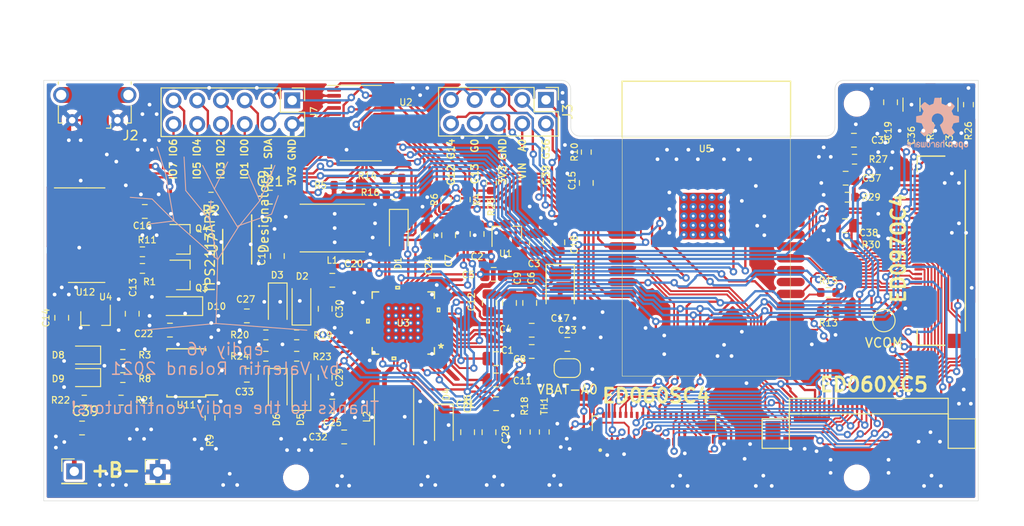
<source format=kicad_pcb>
(kicad_pcb (version 20171130) (host pcbnew 5.1.10)
  (layers (0 F.Cu signal) (31 B.Cu signal) (34 B.Paste user) (35 F.Paste user) (36 B.SilkS user) (37 F.SilkS user hide) (38 B.Mask user) (39 F.Mask user) (44 Edge.Cuts user))
  (net 0 "")
  (net 1 GND)
  (net 2 "Net-(C4-Pad2)")
  (net 3 /+22V)
  (net 4 /-20V)
  (net 5 /-15V)
  (net 6 /15V)
  (net 7 /EN)
  (net 8 /EP_CKH)
  (net 9 /EP_LE)
  (net 10 /EP_OE)
  (net 11 /EP_STH)
  (net 12 /EP_D0)
  (net 13 /EP_D1)
  (net 14 /EP_D2)
  (net 15 /EP_D3)
  (net 16 /EP_D4)
  (net 17 /EP_D5)
  (net 18 /EP_D6)
  (net 19 /EP_D7)
  (net 20 /EP_VCOM)
  (net 21 /EP_MODE)
  (net 22 /EP_STV)
  (net 23 /EP_CKV)
  (net 24 "Net-(J2-Pad2)")
  (net 25 "Net-(J2-Pad3)")
  (net 26 /MISO)
  (net 27 /SCLK)
  (net 28 /MOSI)
  (net 29 /A0)
  (net 30 /SENSOR_VN)
  (net 31 /SENSOR_VP)
  (net 32 /USB_TXD)
  (net 33 /USB_RXD)
  (net 34 /+3.3V)
  (net 35 "Net-(D4-Pad2)")
  (net 36 SW_VIN)
  (net 37 EPD_VDD)
  (net 38 /~RTS)
  (net 39 "Net-(Q3-Pad1)")
  (net 40 /~DTR)
  (net 41 "Net-(Q4-Pad1)")
  (net 42 BAT+)
  (net 43 VBUS)
  (net 44 "Net-(D8-Pad1)")
  (net 45 "Net-(D9-Pad1)")
  (net 46 "Net-(R3-Pad1)")
  (net 47 "Net-(R8-Pad1)")
  (net 48 "Net-(R9-Pad2)")
  (net 49 /+3.3_Serial)
  (net 50 "Net-(D10-Pad1)")
  (net 51 "Net-(C23-Pad2)")
  (net 52 /IO0)
  (net 53 /VNEG_IN)
  (net 54 "Net-(C11-Pad2)")
  (net 55 "Net-(C20-Pad2)")
  (net 56 "Net-(C20-Pad1)")
  (net 57 "Net-(C25-Pad2)")
  (net 58 "Net-(C25-Pad1)")
  (net 59 "Net-(C26-Pad2)")
  (net 60 "Net-(C29-Pad2)")
  (net 61 "Net-(C30-Pad1)")
  (net 62 "Net-(D1-Pad1)")
  (net 63 "Net-(J7-Pad10)")
  (net 64 "Net-(J7-Pad9)")
  (net 65 "Net-(J7-Pad8)")
  (net 66 "Net-(J7-Pad7)")
  (net 67 "Net-(J7-Pad6)")
  (net 68 "Net-(J7-Pad5)")
  (net 69 /SDA)
  (net 70 "Net-(R5-Pad1)")
  (net 71 /SCL)
  (net 72 /TPS_PWR_GOOD)
  (net 73 /TPS_nINT)
  (net 74 "Net-(R18-Pad2)")
  (net 75 "Net-(R19-Pad2)")
  (net 76 "Net-(R23-Pad2)")
  (net 77 /~GPIO_INTR)
  (net 78 /TPS_WAKEUP)
  (net 79 /TPS_VCOM_CTRL)
  (net 80 /TPS_PWRUP)
  (net 81 "Net-(J7-Pad12)")
  (net 82 "Net-(J7-Pad11)")
  (net 83 "Net-(R2-Pad1)")
  (module epaper-breakout:USB_Micro-B_A01SB141B1-067 (layer F.Cu) (at 30.463 21.065 180)
    (fp_text reference J2)
    (fp_text value C10418)
    (fp_text user J2 (at -3.827 -4.335 180) (layer F.SilkS))
    (pad GND smd rect (at 1 0 180) (size 1.5 1.7) (layers F.Cu F.Paste F.Mask))
    (pad 6 thru_hole circle (at -2.425 -2.7 180) (size 1.29 1.29) (drill 0.7) (layers *.Cu *.Mask F.Paste) (net 1 GND))
    (pad 2 smd rect (at -0.65 -2.7 180) (size 0.4 1.25) (layers F.Cu F.Paste F.Mask) (net 24 "Net-(J2-Pad2)"))
    (pad 1 smd rect (at -1.3 -2.7 180) (size 0.4 1.25) (layers F.Cu F.Paste F.Mask) (net 43 VBUS))
    (pad 5 smd rect (at 1.3 -2.7 180) (size 0.4 1.25) (layers F.Cu F.Paste F.Mask) (net 1 GND))
    (pad 4 smd rect (at 0.65 -2.7 180) (size 0.4 1.25) (layers F.Cu F.Paste F.Mask))
    (pad 3 smd rect (at 0 -2.7 180) (size 0.4 1.25) (layers F.Cu F.Paste F.Mask) (net 25 "Net-(J2-Pad3)"))
    (pad 6 thru_hole circle (at 2.425 -2.7 180) (size 1.29 1.29) (drill 0.7) (layers *.Cu *.Mask F.Paste) (net 1 GND))
    (pad GND smd rect (at -1 0 180) (size 1.5 1.7) (layers F.Cu F.Paste F.Mask))
    (pad GND thru_hole circle (at -3.6 0) (size 1.7 1.7) (drill oval 1.1) (layers *.Cu *.Mask F.Paste))
    (pad GND thru_hole circle (at 3.6 0 180) (size 1.7 1.7) (drill oval 1.1) (layers *.Cu *.Mask F.Paste))
    (pad GND smd rect (at 2.9 0 180) (size 1.2 1.7) (layers F.Cu F.Paste F.Mask))
    (pad GND smd rect (at -2.9 0 180) (size 1.2 1.7) (layers F.Cu F.Paste F.Mask))
  )
  (module Symbol:OSHW-Logo2_7.3x6mm_SilkScreen (layer B.Cu) (at 120.65 24.13 180)
    (fp_text reference REF** hide)
    (fp_text value OSHW-Logo2_7.3x6mm_SilkScreen hide)
  )
  (module epaper-breakout:TPS2113APW (layer F.Cu) (at 45.7 37.3 270)
    (fp_text reference U7 (at -0.3 2.6 90) (layer F.SilkS))
    (fp_text value TPS2113APW (at 0.2 2.9 90) (layer F.SilkS))
    (fp_text user Designator9 (at -3.7592 -2.8448 90) (layer F.SilkS))
    (pad 1 smd oval (at -2.950002 -0.974999) (size 0.449999 1.4) (layers F.Cu F.Paste F.Mask))
    (pad 2 smd oval (at -2.950002 -0.324998) (size 0.449999 1.4) (layers F.Cu F.Paste F.Mask) (net 1 GND))
    (pad 3 smd oval (at -2.950002 0.325001) (size 0.449999 1.4) (layers F.Cu F.Paste F.Mask) (net 43 VBUS))
    (pad 4 smd oval (at -2.950002 0.975002) (size 0.449999 1.4) (layers F.Cu F.Paste F.Mask) (net 83 "Net-(R2-Pad1)"))
    (pad 5 smd oval (at 2.949999 0.975002) (size 0.449999 1.4) (layers F.Cu F.Paste F.Mask) (net 1 GND))
    (pad 6 smd oval (at 2.949999 0.325001) (size 0.449999 1.4) (layers F.Cu F.Paste F.Mask) (net 42 BAT+))
    (pad 7 smd oval (at 2.949999 -0.324998) (size 0.449999 1.4) (layers F.Cu F.Paste F.Mask) (net 36 SW_VIN))
    (pad 8 smd oval (at 2.949999 -0.974999) (size 0.449999 1.4) (layers F.Cu F.Paste F.Mask) (net 43 VBUS))
  )
  (module Resistor_SMD:R_0603_1608Metric (layer F.Cu) (at 42.9 32 180)
    (fp_text reference R2 (at 0 -1.43) (layer F.SilkS))
    (fp_text value 400)
    (pad 2 smd roundrect (at 0.825 0 180) (size 0.8 0.95) (layers F.Cu F.Paste F.Mask) (net 1 GND))
    (pad 1 smd roundrect (at -0.825 0 180) (size 0.8 0.95) (layers F.Cu F.Paste F.Mask) (net 83 "Net-(R2-Pad1)"))
  )
  (module Capacitor_SMD:C_0805_2012Metric (layer F.Cu) (at 29.1 56.7 180)
    (fp_text reference C39 (at -0.35 1.8) (layer F.SilkS))
    (fp_text value 0.1uF)
    (pad 2 smd roundrect (at 0.95 0 180) (size 1 1.45) (layers F.Cu F.Paste F.Mask) (net 42 BAT+))
    (pad 1 smd roundrect (at -0.95 0 180) (size 1 1.45) (layers F.Cu F.Paste F.Mask) (net 1 GND))
  )
  (module Capacitor_SMD:C_0805_2012Metric (layer F.Cu) (at 49.2 32)
    (fp_text reference C21 (at 0 -1.68) (layer F.SilkS))
    (fp_text value 0.1uF)
    (pad 2 smd roundrect (at 0.95 0) (size 1 1.45) (layers F.Cu F.Paste F.Mask) (net 1 GND))
    (pad 1 smd roundrect (at -0.95 0) (size 1 1.45) (layers F.Cu F.Paste F.Mask) (net 43 VBUS))
  )
  (module epaper-breakout:CONN_ED097OC4 (layer F.Cu) (at 116.1372 37.7274 270)
    (fp_text reference J1 hide)
    (fp_text value XF2M-3315-1A hide)
    (pad 1 smd rect (at 7.999999 -2.4511) (size 0.8128 0.254) (layers F.Cu F.Paste F.Mask) (net 5 /-15V))
    (pad 2 smd rect (at 7.5 -2.4511) (size 0.8128 0.254) (layers F.Cu F.Paste F.Mask))
    (pad 3 smd rect (at 6.999999 -2.4511) (size 0.8128 0.254) (layers F.Cu F.Paste F.Mask) (net 6 /15V))
    (pad 4 smd rect (at 6.5 -2.4511) (size 0.8128 0.254) (layers F.Cu F.Paste F.Mask))
    (pad 5 smd rect (at 5.999998 -2.4511) (size 0.8128 0.254) (layers F.Cu F.Paste F.Mask) (net 1 GND))
    (pad 6 smd rect (at 5.499999 -2.4511) (size 0.8128 0.254) (layers F.Cu F.Paste F.Mask))
    (pad 7 smd rect (at 5 -2.4511) (size 0.8128 0.254) (layers F.Cu F.Paste F.Mask) (net 37 EPD_VDD))
    (pad 8 smd rect (at 4.499999 -2.4511) (size 0.8128 0.254) (layers F.Cu F.Paste F.Mask) (net 8 /EP_CKH))
    (pad 9 smd rect (at 4 -2.4511) (size 0.8128 0.254) (layers F.Cu F.Paste F.Mask) (net 9 /EP_LE))
    (pad 10 smd rect (at 3.499998 -2.4511) (size 0.8128 0.254) (layers F.Cu F.Paste F.Mask) (net 10 /EP_OE))
    (pad 11 smd rect (at 2.999999 -2.4511) (size 0.8128 0.254) (layers F.Cu F.Paste F.Mask) (net 37 EPD_VDD))
    (pad 12 smd rect (at 2.5 -2.4511) (size 0.8128 0.254) (layers F.Cu F.Paste F.Mask) (net 11 /EP_STH))
    (pad 13 smd rect (at 1.999999 -2.4511) (size 0.8128 0.254) (layers F.Cu F.Paste F.Mask) (net 12 /EP_D0))
    (pad 14 smd rect (at 1.5 -2.4511) (size 0.8128 0.254) (layers F.Cu F.Paste F.Mask) (net 13 /EP_D1))
    (pad 15 smd rect (at 0.999998 -2.4511) (size 0.8128 0.254) (layers F.Cu F.Paste F.Mask) (net 14 /EP_D2))
    (pad 16 smd rect (at 0.499999 -2.4511) (size 0.8128 0.254) (layers F.Cu F.Paste F.Mask) (net 15 /EP_D3))
    (pad 17 smd rect (at 0 -2.4511) (size 0.8128 0.254) (layers F.Cu F.Paste F.Mask) (net 16 /EP_D4))
    (pad 18 smd rect (at -0.500002 -2.4511) (size 0.8128 0.254) (layers F.Cu F.Paste F.Mask) (net 17 /EP_D5))
    (pad 19 smd rect (at -1.000001 -2.4511) (size 0.8128 0.254) (layers F.Cu F.Paste F.Mask) (net 18 /EP_D6))
    (pad 20 smd rect (at -1.5 -2.4511) (size 0.8128 0.254) (layers F.Cu F.Paste F.Mask) (net 19 /EP_D7))
    (pad 21 smd rect (at -2.000001 -2.4511) (size 0.8128 0.254) (layers F.Cu F.Paste F.Mask))
    (pad 22 smd rect (at -2.5 -2.4511) (size 0.8128 0.254) (layers F.Cu F.Paste F.Mask) (net 20 /EP_VCOM))
    (pad 23 smd rect (at -3.000002 -2.4511) (size 0.8128 0.254) (layers F.Cu F.Paste F.Mask))
    (pad 24 smd rect (at -3.500001 -2.4511) (size 0.8128 0.254) (layers F.Cu F.Paste F.Mask) (net 3 /+22V))
    (pad 25 smd rect (at -4 -2.4511) (size 0.8128 0.254) (layers F.Cu F.Paste F.Mask))
    (pad 26 smd rect (at -4.500001 -2.4511) (size 0.8128 0.254) (layers F.Cu F.Paste F.Mask) (net 4 /-20V))
    (pad 27 smd rect (at -5 -2.4511) (size 0.8128 0.254) (layers F.Cu F.Paste F.Mask))
    (pad 28 smd rect (at -5.500002 -2.4511) (size 0.8128 0.254) (layers F.Cu F.Paste F.Mask) (net 21 /EP_MODE))
    (pad 29 smd rect (at -6.000001 -2.4511) (size 0.8128 0.254) (layers F.Cu F.Paste F.Mask) (net 21 /EP_MODE))
    (pad 30 smd rect (at -6.5 -2.4511) (size 0.8128 0.254) (layers F.Cu F.Paste F.Mask) (net 37 EPD_VDD))
    (pad 31 smd rect (at -7.000001 -2.4511) (size 0.8128 0.254) (layers F.Cu F.Paste F.Mask) (net 22 /EP_STV))
    (pad 32 smd rect (at -7.5 -2.4511) (size 0.8128 0.254) (layers F.Cu F.Paste F.Mask) (net 23 /EP_CKV))
    (pad 33 smd rect (at -8.000002 -2.4511) (size 0.8128 0.254) (layers F.Cu F.Paste F.Mask) (net 1 GND))
    (pad 34 smd rect (at -9.652 -6.4643 270) (size 1.524 1.7018) (layers F.Cu F.Paste F.Mask))
    (pad 35 smd rect (at 9.652 -6.4643 270) (size 1.524 1.7018) (layers F.Cu F.Paste F.Mask))
  )
  (module esp32-wrover:ESP32-WROVER (layer F.Cu) (at 95.9 26.2)
    (fp_text reference U5 (at -0.1 0.62) (layer F.SilkS) (effects (font (size 0.7 0.7) (thickness 0.12))))
    (fp_text value ESP32-WROVER hide)
    (pad 39 thru_hole circle (at -2.4 5.82) (size 0.8 0.8) (drill 0.3) (layers *.Cu *.Mask) (net 1 GND))
    (pad 39 smd rect (at -0.4 7.83) (size 5 5) (layers F.Cu F.Paste F.Mask) (net 1 GND))
    (pad 1 smd oval (at -9 0.91) (size 3 0.9) (layers F.Cu F.Paste F.Mask) (net 1 GND))
    (pad 2 smd oval (at -9 2.18) (size 3 0.9) (layers F.Cu F.Paste F.Mask) (net 34 /+3.3V))
    (pad 3 smd oval (at -9 3.45) (size 3 0.9) (layers F.Cu F.Paste F.Mask) (net 7 /EN))
    (pad 4 smd oval (at -9 4.72) (size 3 0.9) (layers F.Cu F.Paste F.Mask) (net 31 /SENSOR_VP))
    (pad 5 smd oval (at -9 5.99) (size 3 0.9) (layers F.Cu F.Paste F.Mask) (net 30 /SENSOR_VN))
    (pad 6 smd oval (at -9 7.26) (size 3 0.9) (layers F.Cu F.Paste F.Mask) (net 29 /A0))
    (pad 7 smd oval (at -9 8.53) (size 3 0.9) (layers F.Cu F.Paste F.Mask) (net 77 /~GPIO_INTR))
    (pad 8 smd oval (at -9 9.8) (size 3 0.9) (layers F.Cu F.Paste F.Mask) (net 69 /SDA))
    (pad 9 smd oval (at -9 11.07) (size 3 0.9) (layers F.Cu F.Paste F.Mask) (net 71 /SCL))
    (pad 10 smd oval (at -9 12.34) (size 3 0.9) (layers F.Cu F.Paste F.Mask) (net 12 /EP_D0))
    (pad 11 smd oval (at -9 13.61) (size 3 0.9) (layers F.Cu F.Paste F.Mask) (net 23 /EP_CKV))
    (pad 12 smd oval (at -9 14.88) (size 3 0.9) (layers F.Cu F.Paste F.Mask) (net 11 /EP_STH))
    (pad 13 smd oval (at -9 16.15) (size 3 0.9) (layers F.Cu F.Paste F.Mask) (net 27 /SCLK))
    (pad 14 smd oval (at -9 17.42) (size 3 0.9) (layers F.Cu F.Paste F.Mask) (net 26 /MISO))
    (pad 15 smd oval (at -9 18.72) (size 3 0.9) (layers F.Cu F.Paste F.Mask) (net 1 GND))
    (pad 16 smd oval (at -9 19.99) (size 3 0.9) (layers F.Cu F.Paste F.Mask) (net 28 /MOSI))
    (pad 17 smd oval (at -9 21.26) (size 3 0.9) (layers F.Cu F.Paste F.Mask))
    (pad 18 smd oval (at -9 22.53) (size 3 0.9) (layers F.Cu F.Paste F.Mask))
    (pad 19 smd oval (at -9 23.8) (size 3 0.9) (layers F.Cu F.Paste F.Mask))
    (pad 20 smd oval (at 9 23.8) (size 3 0.9) (layers F.Cu F.Paste F.Mask))
    (pad 21 smd oval (at 9 22.53) (size 3 0.9) (layers F.Cu F.Paste F.Mask))
    (pad 22 smd oval (at 9 21.26) (size 3 0.9) (layers F.Cu F.Paste F.Mask))
    (pad 23 smd oval (at 9 19.99) (size 3 0.9) (layers F.Cu F.Paste F.Mask) (net 8 /EP_CKH))
    (pad 24 smd oval (at 9 18.72) (size 3 0.9) (layers F.Cu F.Paste F.Mask) (net 9 /EP_LE))
    (pad 25 smd oval (at 9.03 17.42) (size 3 0.9) (layers F.Cu F.Paste F.Mask) (net 52 /IO0))
    (pad 26 smd oval (at 9.03 16.15) (size 3 0.9) (layers F.Cu F.Paste F.Mask) (net 13 /EP_D1))
    (pad 27 smd oval (at 9.03 14.88) (size 3 0.9) (layers F.Cu F.Paste F.Mask))
    (pad 28 smd oval (at 9.03 13.61) (size 3 0.9) (layers F.Cu F.Paste F.Mask))
    (pad 29 smd oval (at 9.03 12.34) (size 3 0.9) (layers F.Cu F.Paste F.Mask) (net 14 /EP_D2))
    (pad 30 smd oval (at 9.03 11.07) (size 3 0.9) (layers F.Cu F.Paste F.Mask) (net 15 /EP_D3))
    (pad 31 smd oval (at 9.03 9.8) (size 3 0.9) (layers F.Cu F.Paste F.Mask) (net 16 /EP_D4))
    (pad 32 smd oval (at 9.03 8.53) (size 3 0.9) (layers F.Cu F.Paste F.Mask))
    (pad 33 smd oval (at 9.03 7.26) (size 3 0.9) (layers F.Cu F.Paste F.Mask) (net 17 /EP_D5))
    (pad 34 smd oval (at 9.03 5.99) (size 3 0.9) (layers F.Cu F.Paste F.Mask) (net 32 /USB_TXD))
    (pad 35 smd oval (at 9.03 4.72) (size 3 0.9) (layers F.Cu F.Paste F.Mask) (net 33 /USB_RXD))
    (pad 36 smd oval (at 9.03 3.45) (size 3 0.9) (layers F.Cu F.Paste F.Mask) (net 18 /EP_D6))
    (pad 37 smd oval (at 9.03 2.18) (size 3 0.9) (layers F.Cu F.Paste F.Mask) (net 19 /EP_D7))
    (pad 38 smd oval (at 9.03 0.91) (size 3 0.9) (layers F.Cu F.Paste F.Mask) (net 1 GND))
    (pad 39 thru_hole circle (at -2.4 6.82) (size 0.8 0.8) (drill 0.3) (layers *.Cu *.Mask) (net 1 GND))
    (pad 39 thru_hole circle (at -2.4 7.82) (size 0.8 0.8) (drill 0.3) (layers *.Cu *.Mask) (net 1 GND))
    (pad 39 thru_hole circle (at -2.4 8.82) (size 0.8 0.8) (drill 0.3) (layers *.Cu *.Mask) (net 1 GND))
    (pad 39 thru_hole circle (at -2.4 9.82) (size 0.8 0.8) (drill 0.3) (layers *.Cu *.Mask) (net 1 GND))
    (pad 39 thru_hole circle (at -1.4 9.82) (size 0.8 0.8) (drill 0.3) (layers *.Cu *.Mask) (net 1 GND))
    (pad 39 thru_hole circle (at -1.4 8.82) (size 0.8 0.8) (drill 0.3) (layers *.Cu *.Mask) (net 1 GND))
    (pad 39 thru_hole circle (at -1.4 7.82) (size 0.8 0.8) (drill 0.3) (layers *.Cu *.Mask) (net 1 GND))
    (pad 39 thru_hole circle (at -1.4 6.82) (size 0.8 0.8) (drill 0.3) (layers *.Cu *.Mask) (net 1 GND))
    (pad 39 thru_hole circle (at -1.4 5.82) (size 0.8 0.8) (drill 0.3) (layers *.Cu *.Mask) (net 1 GND))
    (pad 39 thru_hole circle (at 0.6 5.82) (size 0.8 0.8) (drill 0.3) (layers *.Cu *.Mask) (net 1 GND))
    (pad 39 thru_hole circle (at 0.6 6.82) (size 0.8 0.8) (drill 0.3) (layers *.Cu *.Mask) (net 1 GND))
    (pad 39 thru_hole circle (at 0.6 7.82) (size 0.8 0.8) (drill 0.3) (layers *.Cu *.Mask) (net 1 GND))
    (pad 39 thru_hole circle (at 0.6 8.82) (size 0.8 0.8) (drill 0.3) (layers *.Cu *.Mask) (net 1 GND))
    (pad 39 thru_hole circle (at 0.6 9.82) (size 0.8 0.8) (drill 0.3) (layers *.Cu *.Mask) (net 1 GND))
    (pad 39 thru_hole circle (at -0.4 9.82) (size 0.8 0.8) (drill 0.3) (layers *.Cu *.Mask) (net 1 GND))
    (pad 39 thru_hole circle (at -0.4 8.82) (size 0.8 0.8) (drill 0.3) (layers *.Cu *.Mask) (net 1 GND))
    (pad 39 thru_hole circle (at -0.4 7.82) (size 0.8 0.8) (drill 0.3) (layers *.Cu *.Mask) (net 1 GND))
    (pad 39 thru_hole circle (at -0.4 6.82) (size 0.8 0.8) (drill 0.3) (layers *.Cu *.Mask) (net 1 GND))
    (pad 39 thru_hole circle (at -0.4 5.82) (size 0.8 0.8) (drill 0.3) (layers *.Cu *.Mask) (net 1 GND))
    (pad 39 thru_hole circle (at 1.6 9.82) (size 0.8 0.8) (drill 0.3) (layers *.Cu *.Mask) (net 1 GND))
    (pad 39 thru_hole circle (at 1.6 8.82) (size 0.8 0.8) (drill 0.3) (layers *.Cu *.Mask) (net 1 GND))
    (pad 39 thru_hole circle (at 1.6 7.82) (size 0.8 0.8) (drill 0.3) (layers *.Cu *.Mask) (net 1 GND))
    (pad 39 thru_hole circle (at 1.6 6.82) (size 0.8 0.8) (drill 0.3) (layers *.Cu *.Mask) (net 1 GND))
    (pad 39 thru_hole circle (at 1.6 5.82) (size 0.8 0.8) (drill 0.3) (layers *.Cu *.Mask) (net 1 GND))
  )
  (module tps65185:TPS651851RSLR (layer F.Cu) (at 63.4746 45.466 180)
    (fp_text reference U3 (at 0 0) (layer F.SilkS) (effects (font (size 0.7 0.7) (thickness 0.12))))
    (fp_text value TPS651851RSLR hide)
    (fp_text user * (at -4.035001 -2.781) (layer F.SilkS))
    (fp_text user * (at -4.035001 -2.781) (layer F.SilkS))
    (pad 49 thru_hole circle (at 1.5748 -1.5748 180) (size 0.508 0.508) (drill 0.254) (layers *.Cu *.Mask) (net 53 /VNEG_IN))
    (pad 49 thru_hole circle (at 1.5748 -0.7874 180) (size 0.508 0.508) (drill 0.254) (layers *.Cu *.Mask) (net 53 /VNEG_IN))
    (pad 49 thru_hole circle (at 1.5748 0 180) (size 0.508 0.508) (drill 0.254) (layers *.Cu *.Mask) (net 53 /VNEG_IN))
    (pad 49 thru_hole circle (at 1.5748 0.7874 180) (size 0.508 0.508) (drill 0.254) (layers *.Cu *.Mask) (net 53 /VNEG_IN))
    (pad 49 thru_hole circle (at 1.5748 1.5748 180) (size 0.508 0.508) (drill 0.254) (layers *.Cu *.Mask) (net 53 /VNEG_IN))
    (pad 49 thru_hole circle (at 0.7874 -1.5748 180) (size 0.508 0.508) (drill 0.254) (layers *.Cu *.Mask) (net 53 /VNEG_IN))
    (pad 49 thru_hole circle (at 0.7874 -0.7874 180) (size 0.508 0.508) (drill 0.254) (layers *.Cu *.Mask) (net 53 /VNEG_IN))
    (pad 49 thru_hole circle (at 0.7874 0 180) (size 0.508 0.508) (drill 0.254) (layers *.Cu *.Mask) (net 53 /VNEG_IN))
    (pad 49 thru_hole circle (at 0.7874 0.7874 180) (size 0.508 0.508) (drill 0.254) (layers *.Cu *.Mask) (net 53 /VNEG_IN))
    (pad 49 thru_hole circle (at 0.7874 1.5748 180) (size 0.508 0.508) (drill 0.254) (layers *.Cu *.Mask) (net 53 /VNEG_IN))
    (pad 49 thru_hole circle (at 0 -1.5748 180) (size 0.508 0.508) (drill 0.254) (layers *.Cu *.Mask) (net 53 /VNEG_IN))
    (pad 49 thru_hole circle (at 0 -0.7874 180) (size 0.508 0.508) (drill 0.254) (layers *.Cu *.Mask) (net 53 /VNEG_IN))
    (pad 49 thru_hole circle (at 0 0 180) (size 0.508 0.508) (drill 0.254) (layers *.Cu *.Mask) (net 53 /VNEG_IN))
    (pad 49 thru_hole circle (at 0 0.7874 180) (size 0.508 0.508) (drill 0.254) (layers *.Cu *.Mask) (net 53 /VNEG_IN))
    (pad 49 thru_hole circle (at 0 1.5748 180) (size 0.508 0.508) (drill 0.254) (layers *.Cu *.Mask) (net 53 /VNEG_IN))
    (pad 49 thru_hole circle (at -0.7874 -1.5748 180) (size 0.508 0.508) (drill 0.254) (layers *.Cu *.Mask) (net 53 /VNEG_IN))
    (pad 49 thru_hole circle (at -0.7874 -0.7874 180) (size 0.508 0.508) (drill 0.254) (layers *.Cu *.Mask) (net 53 /VNEG_IN))
    (pad 49 thru_hole circle (at -0.7874 0 180) (size 0.508 0.508) (drill 0.254) (layers *.Cu *.Mask) (net 53 /VNEG_IN))
    (pad 49 thru_hole circle (at -0.7874 0.7874 180) (size 0.508 0.508) (drill 0.254) (layers *.Cu *.Mask) (net 53 /VNEG_IN))
    (pad 49 thru_hole circle (at -0.7874 1.5748 180) (size 0.508 0.508) (drill 0.254) (layers *.Cu *.Mask) (net 53 /VNEG_IN))
    (pad 49 thru_hole circle (at -1.5748 -1.5748 180) (size 0.508 0.508) (drill 0.254) (layers *.Cu *.Mask) (net 53 /VNEG_IN))
    (pad 49 thru_hole circle (at -1.5748 -0.7874 180) (size 0.508 0.508) (drill 0.254) (layers *.Cu *.Mask) (net 53 /VNEG_IN))
    (pad 49 thru_hole circle (at -1.5748 0 180) (size 0.508 0.508) (drill 0.254) (layers *.Cu *.Mask) (net 53 /VNEG_IN))
    (pad 49 thru_hole circle (at -1.5748 0.7874 180) (size 0.508 0.508) (drill 0.254) (layers *.Cu *.Mask) (net 53 /VNEG_IN))
    (pad 49 thru_hole circle (at -1.5748 1.5748 180) (size 0.508 0.508) (drill 0.254) (layers *.Cu *.Mask) (net 53 /VNEG_IN))
    (pad 49 smd rect (at 0 0 180) (size 4.399999 4.399999) (layers F.Cu F.Paste F.Mask) (net 53 /VNEG_IN))
    (pad 48 smd rect (at -2.200001 -2.975 180) (size 0.2 0.85) (layers F.Cu F.Paste F.Mask) (net 1 GND))
    (pad 47 smd rect (at -1.799999 -2.975 180) (size 0.2 0.85) (layers F.Cu F.Paste F.Mask) (net 74 "Net-(R18-Pad2)"))
    (pad 46 smd rect (at -1.4 -2.975 180) (size 0.2 0.85) (layers F.Cu F.Paste F.Mask) (net 37 EPD_VDD))
    (pad 45 smd rect (at -1.000001 -2.975 180) (size 0.2 0.85) (layers F.Cu F.Paste F.Mask) (net 34 /+3.3V))
    (pad 44 smd rect (at -0.599999 -2.975 180) (size 0.2 0.85) (layers F.Cu F.Paste F.Mask) (net 6 /15V))
    (pad 43 smd rect (at -0.2 -2.975 180) (size 0.2 0.85) (layers F.Cu F.Paste F.Mask) (net 59 "Net-(C26-Pad2)"))
    (pad 42 smd rect (at 0.2 -2.975 180) (size 0.2 0.85) (layers F.Cu F.Paste F.Mask) (net 59 "Net-(C26-Pad2)"))
    (pad 41 smd rect (at 0.599999 -2.975 180) (size 0.2 0.85) (layers F.Cu F.Paste F.Mask) (net 1 GND))
    (pad 40 smd rect (at 1.000001 -2.975 180) (size 0.2 0.85) (layers F.Cu F.Paste F.Mask) (net 35 "Net-(D4-Pad2)"))
    (pad 39 smd rect (at 1.4 -2.975 180) (size 0.2 0.85) (layers F.Cu F.Paste F.Mask))
    (pad 38 smd rect (at 1.799999 -2.975 180) (size 0.2 0.85) (layers F.Cu F.Paste F.Mask))
    (pad 37 smd rect (at 2.200001 -2.975 180) (size 0.2 0.85) (layers F.Cu F.Paste F.Mask) (net 59 "Net-(C26-Pad2)"))
    (pad 36 smd rect (at 2.975 -2.200001 270) (size 0.2 0.85) (layers F.Cu F.Paste F.Mask) (net 57 "Net-(C25-Pad2)"))
    (pad 35 smd rect (at 2.975 -1.799999 270) (size 0.2 0.85) (layers F.Cu F.Paste F.Mask) (net 3 /+22V))
    (pad 34 smd rect (at 2.975 -1.4 270) (size 0.2 0.85) (layers F.Cu F.Paste F.Mask) (net 60 "Net-(C29-Pad2)"))
    (pad 33 smd rect (at 2.975 -1.000001 270) (size 0.2 0.85) (layers F.Cu F.Paste F.Mask) (net 76 "Net-(R23-Pad2)"))
    (pad 32 smd rect (at 2.975 -0.599999 270) (size 0.2 0.85) (layers F.Cu F.Paste F.Mask) (net 1 GND))
    (pad 31 smd rect (at 2.975 -0.2 270) (size 0.2 0.85) (layers F.Cu F.Paste F.Mask) (net 75 "Net-(R19-Pad2)"))
    (pad 30 smd rect (at 2.975 0.2 270) (size 0.2 0.85) (layers F.Cu F.Paste F.Mask) (net 61 "Net-(C30-Pad1)"))
    (pad 29 smd rect (at 2.975 0.599999 270) (size 0.2 0.85) (layers F.Cu F.Paste F.Mask) (net 4 /-20V))
    (pad 28 smd rect (at 2.975 1.000001 270) (size 0.2 0.85) (layers F.Cu F.Paste F.Mask) (net 55 "Net-(C20-Pad2)"))
    (pad 27 smd rect (at 2.975 1.4 270) (size 0.2 0.85) (layers F.Cu F.Paste F.Mask) (net 53 /VNEG_IN))
    (pad 26 smd rect (at 2.975 1.799999 270) (size 0.2 0.85) (layers F.Cu F.Paste F.Mask) (net 53 /VNEG_IN))
    (pad 25 smd rect (at 2.975 2.200001 270) (size 0.2 0.85) (layers F.Cu F.Paste F.Mask) (net 62 "Net-(D1-Pad1)"))
    (pad 24 smd rect (at 2.200001 2.975 180) (size 0.2 0.85) (layers F.Cu F.Paste F.Mask) (net 36 SW_VIN))
    (pad 23 smd rect (at 1.799999 2.975 180) (size 0.2 0.85) (layers F.Cu F.Paste F.Mask) (net 72 /TPS_PWR_GOOD))
    (pad 22 smd rect (at 1.4 2.975 180) (size 0.2 0.85) (layers F.Cu F.Paste F.Mask) (net 53 /VNEG_IN))
    (pad 21 smd rect (at 1.000001 2.975 180) (size 0.2 0.85) (layers F.Cu F.Paste F.Mask) (net 80 /TPS_PWRUP))
    (pad 20 smd rect (at 0.599999 2.975 180) (size 0.2 0.85) (layers F.Cu F.Paste F.Mask))
    (pad 19 smd rect (at 0.2 2.975 180) (size 0.2 0.85) (layers F.Cu F.Paste F.Mask) (net 6 /15V))
    (pad 18 smd rect (at -0.2 2.975 180) (size 0.2 0.85) (layers F.Cu F.Paste F.Mask) (net 69 /SDA))
    (pad 17 smd rect (at -0.599999 2.975 180) (size 0.2 0.85) (layers F.Cu F.Paste F.Mask) (net 71 /SCL))
    (pad 16 smd rect (at -1.000001 2.975 180) (size 0.2 0.85) (layers F.Cu F.Paste F.Mask) (net 53 /VNEG_IN))
    (pad 15 smd rect (at -1.4 2.975 180) (size 0.2 0.85) (layers F.Cu F.Paste F.Mask) (net 20 /EP_VCOM))
    (pad 14 smd rect (at -1.799999 2.975 180) (size 0.2 0.85) (layers F.Cu F.Paste F.Mask) (net 1 GND))
    (pad 13 smd rect (at -2.200001 2.975 180) (size 0.2 0.85) (layers F.Cu F.Paste F.Mask))
    (pad 12 smd rect (at -2.975 2.200001 270) (size 0.2 0.85) (layers F.Cu F.Paste F.Mask) (net 79 /TPS_VCOM_CTRL))
    (pad 11 smd rect (at -2.975 1.799999 270) (size 0.2 0.85) (layers F.Cu F.Paste F.Mask))
    (pad 10 smd rect (at -2.975 1.4 270) (size 0.2 0.85) (layers F.Cu F.Paste F.Mask) (net 36 SW_VIN))
    (pad 9 smd rect (at -2.975 1.000001 270) (size 0.2 0.85) (layers F.Cu F.Paste F.Mask) (net 5 /-15V))
    (pad 8 smd rect (at -2.975 0.599999 270) (size 0.2 0.85) (layers F.Cu F.Paste F.Mask) (net 1 GND))
    (pad 7 smd rect (at -2.975 0.2 270) (size 0.2 0.85) (layers F.Cu F.Paste F.Mask) (net 2 "Net-(C4-Pad2)"))
    (pad 6 smd rect (at -2.975 -0.2 270) (size 0.2 0.85) (layers F.Cu F.Paste F.Mask) (net 1 GND))
    (pad 5 smd rect (at -2.975 -0.599999 270) (size 0.2 0.85) (layers F.Cu F.Paste F.Mask) (net 78 /TPS_WAKEUP))
    (pad 4 smd rect (at -2.975 -1.000001 270) (size 0.2 0.85) (layers F.Cu F.Paste F.Mask) (net 53 /VNEG_IN))
    (pad 3 smd rect (at -2.975 -1.4 270) (size 0.2 0.85) (layers F.Cu F.Paste F.Mask) (net 5 /-15V))
    (pad 2 smd rect (at -2.975 -1.799999 270) (size 0.2 0.85) (layers F.Cu F.Paste F.Mask) (net 73 /TPS_nINT))
    (pad 1 smd rect (at -2.975 -2.200001 270) (size 0.2 0.85) (layers F.Cu F.Paste F.Mask) (net 54 "Net-(C11-Pad2)"))
  )
  (module Capacitor_SMD:C_0805_2012Metric (layer F.Cu) (at 115.616 21.844 90)
    (fp_text reference C19 (at -3.048 -0.254 90) (layer F.SilkS) (effects (font (size 0.7 0.7) (thickness 0.12))))
    (fp_text value 10uF)
    (pad 2 smd roundrect (at 0.95 0 90) (size 1 1.45) (layers F.Cu F.Paste F.Mask) (net 1 GND))
    (pad 1 smd roundrect (at -0.95 0 90) (size 1 1.45) (layers F.Cu F.Paste F.Mask) (net 37 EPD_VDD))
  )
  (module Resistor_SMD:R_0603_1608Metric (layer F.Cu) (at 110.998 32.004 180)
    (fp_text reference R29 (at -2.54 0) (layer F.SilkS) (effects (font (size 0.7 0.7) (thickness 0.12))))
    (fp_text value 47k)
    (pad 2 smd roundrect (at 0.825 0 180) (size 0.8 0.95) (layers F.Cu F.Paste F.Mask) (net 1 GND))
    (pad 1 smd roundrect (at -0.825 0 180) (size 0.8 0.95) (layers F.Cu F.Paste F.Mask) (net 6 /15V))
  )
  (module "epaper-breakout:HRS_FH26W-39S-0.3SHW(60)" (layer F.Cu) (at 90.297 56.769)
    (fp_text reference J4 hide)
    (fp_text value ED060SC4)
    (pad S2 smd rect (at 6.4 1.125) (size 0.4 0.95) (layers F.Cu F.Paste F.Mask))
    (pad S1 smd rect (at -6.4 1.125) (size 0.4 0.95) (layers F.Cu F.Paste F.Mask))
    (pad 39 smd rect (at 5.7 1.4) (size 0.3 0.8) (layers F.Cu F.Paste F.Mask))
    (pad 38 smd rect (at 5.4 -1.475) (size 0.3 0.65) (layers F.Cu F.Paste F.Mask) (net 23 /EP_CKV))
    (pad 37 smd rect (at 5.1 1.4) (size 0.3 0.8) (layers F.Cu F.Paste F.Mask) (net 22 /EP_STV))
    (pad 36 smd rect (at 4.8 -1.475) (size 0.3 0.65) (layers F.Cu F.Paste F.Mask) (net 37 EPD_VDD))
    (pad 35 smd rect (at 4.5 1.4) (size 0.3 0.8) (layers F.Cu F.Paste F.Mask) (net 37 EPD_VDD))
    (pad 34 smd rect (at 4.2 -1.475) (size 0.3 0.65) (layers F.Cu F.Paste F.Mask) (net 1 GND))
    (pad 33 smd rect (at 3.9 1.4) (size 0.3 0.8) (layers F.Cu F.Paste F.Mask) (net 23 /EP_CKV))
    (pad 32 smd rect (at 3.6 -1.475) (size 0.3 0.65) (layers F.Cu F.Paste F.Mask) (net 22 /EP_STV))
    (pad 31 smd rect (at 3.3 1.4) (size 0.3 0.8) (layers F.Cu F.Paste F.Mask) (net 1 GND))
    (pad 30 smd rect (at 3 -1.475) (size 0.3 0.65) (layers F.Cu F.Paste F.Mask) (net 37 EPD_VDD))
    (pad 29 smd rect (at 2.7 1.4) (size 0.3 0.8) (layers F.Cu F.Paste F.Mask) (net 37 EPD_VDD))
    (pad 28 smd rect (at 2.4 -1.475) (size 0.3 0.65) (layers F.Cu F.Paste F.Mask) (net 21 /EP_MODE))
    (pad 27 smd rect (at 2.1 1.4) (size 0.3 0.8) (layers F.Cu F.Paste F.Mask) (net 21 /EP_MODE))
    (pad 26 smd rect (at 1.8 -1.475) (size 0.3 0.65) (layers F.Cu F.Paste F.Mask))
    (pad 25 smd rect (at 1.5 1.4) (size 0.3 0.8) (layers F.Cu F.Paste F.Mask))
    (pad 24 smd rect (at 1.2 -1.475) (size 0.3 0.65) (layers F.Cu F.Paste F.Mask) (net 4 /-20V))
    (pad 23 smd rect (at 0.9 1.4) (size 0.3 0.8) (layers F.Cu F.Paste F.Mask) (net 3 /+22V))
    (pad 22 smd rect (at 0.6 -1.475) (size 0.3 0.65) (layers F.Cu F.Paste F.Mask) (net 20 /EP_VCOM))
    (pad 21 smd rect (at 0.3 1.4) (size 0.3 0.8) (layers F.Cu F.Paste F.Mask))
    (pad 20 smd rect (at 0 -1.475) (size 0.3 0.65) (layers F.Cu F.Paste F.Mask))
    (pad 19 smd rect (at -0.3 1.4) (size 0.3 0.8) (layers F.Cu F.Paste F.Mask) (net 19 /EP_D7))
    (pad 18 smd rect (at -0.6 -1.475) (size 0.3 0.65) (layers F.Cu F.Paste F.Mask) (net 18 /EP_D6))
    (pad 17 smd rect (at -0.9 1.4) (size 0.3 0.8) (layers F.Cu F.Paste F.Mask) (net 17 /EP_D5))
    (pad 16 smd rect (at -1.2 -1.475) (size 0.3 0.65) (layers F.Cu F.Paste F.Mask) (net 16 /EP_D4))
    (pad 15 smd rect (at -1.5 1.4) (size 0.3 0.8) (layers F.Cu F.Paste F.Mask) (net 15 /EP_D3))
    (pad 14 smd rect (at -1.8 -1.475) (size 0.3 0.65) (layers F.Cu F.Paste F.Mask) (net 14 /EP_D2))
    (pad 13 smd rect (at -2.1 1.4) (size 0.3 0.8) (layers F.Cu F.Paste F.Mask) (net 13 /EP_D1))
    (pad 12 smd rect (at -2.4 -1.475) (size 0.3 0.65) (layers F.Cu F.Paste F.Mask) (net 12 /EP_D0))
    (pad 11 smd rect (at -2.7 1.4) (size 0.3 0.8) (layers F.Cu F.Paste F.Mask) (net 11 /EP_STH))
    (pad 10 smd rect (at -3 -1.475) (size 0.3 0.65) (layers F.Cu F.Paste F.Mask) (net 37 EPD_VDD))
    (pad 9 smd rect (at -3.3 1.4) (size 0.3 0.8) (layers F.Cu F.Paste F.Mask) (net 1 GND))
    (pad 8 smd rect (at -3.6 -1.475) (size 0.3 0.65) (layers F.Cu F.Paste F.Mask) (net 37 EPD_VDD))
    (pad 7 smd rect (at -3.9 1.4) (size 0.3 0.8) (layers F.Cu F.Paste F.Mask) (net 10 /EP_OE))
    (pad 6 smd rect (at -4.2 -1.475) (size 0.3 0.65) (layers F.Cu F.Paste F.Mask) (net 9 /EP_LE))
    (pad 5 smd rect (at -4.5 1.4) (size 0.3 0.8) (layers F.Cu F.Paste F.Mask) (net 8 /EP_CKH))
    (pad 4 smd rect (at -4.8 -1.475) (size 0.3 0.65) (layers F.Cu F.Paste F.Mask) (net 37 EPD_VDD))
    (pad 3 smd rect (at -5.1 1.4) (size 0.3 0.8) (layers F.Cu F.Paste F.Mask) (net 1 GND))
    (pad 2 smd rect (at -5.4 -1.475) (size 0.3 0.65) (layers F.Cu F.Paste F.Mask) (net 6 /15V))
    (pad 1 smd rect (at -5.7 1.4) (size 0.3 0.8) (layers F.Cu F.Paste F.Mask) (net 5 /-15V))
  )
  (module Connector_PinHeader_2.54mm:PinHeader_2x05_P2.54mm_Vertical (layer F.Cu) (at 78.74 21.59 270)
    (fp_text reference J3 (at 1.27 -2.33 90) (layer F.SilkS))
    (fp_text value Conn_02x05_Counter_Clockwise)
    (pad 10 thru_hole oval (at 2.54 10.16 270) (size 1.7 1.7) (drill 1) (layers *.Cu *.Mask) (net 26 /MISO))
    (pad 9 thru_hole oval (at 0 10.16 270) (size 1.7 1.7) (drill 1) (layers *.Cu *.Mask) (net 27 /SCLK))
    (pad 8 thru_hole oval (at 2.54 7.62 270) (size 1.7 1.7) (drill 1) (layers *.Cu *.Mask) (net 28 /MOSI))
    (pad 7 thru_hole oval (at 0 7.62 270) (size 1.7 1.7) (drill 1) (layers *.Cu *.Mask) (net 52 /IO0))
    (pad 6 thru_hole oval (at 2.54 5.08 270) (size 1.7 1.7) (drill 1) (layers *.Cu *.Mask) (net 34 /+3.3V))
    (pad 5 thru_hole oval (at 0 5.08 270) (size 1.7 1.7) (drill 1) (layers *.Cu *.Mask) (net 1 GND))
    (pad 4 thru_hole oval (at 2.54 2.54 270) (size 1.7 1.7) (drill 1) (layers *.Cu *.Mask) (net 36 SW_VIN))
    (pad 3 thru_hole oval (at 0 2.54 270) (size 1.7 1.7) (drill 1) (layers *.Cu *.Mask) (net 29 /A0))
    (pad 2 thru_hole oval (at 2.54 0 270) (size 1.7 1.7) (drill 1) (layers *.Cu *.Mask) (net 30 /SENSOR_VN))
    (pad 1 thru_hole rect (at 0 0 270) (size 1.7 1.7) (drill 1) (layers *.Cu *.Mask) (net 31 /SENSOR_VP))
  )
  (module Diode_SMD:D_SOD-123 (layer F.Cu) (at 67.818 56.388 270)
    (fp_text reference D4 (at -3.302 -0.254 90) (layer F.SilkS) (effects (font (size 0.7 0.7) (thickness 0.12))))
    (fp_text value MBR0540)
    (pad 2 smd rect (at 1.65 0 270) (size 0.9 1.2) (layers F.Cu F.Paste F.Mask) (net 35 "Net-(D4-Pad2)"))
    (pad 1 smd rect (at -1.65 0 270) (size 0.9 1.2) (layers F.Cu F.Paste F.Mask) (net 59 "Net-(C26-Pad2)"))
  )
  (module Capacitor_SMD:C_0805_2012Metric (layer F.Cu) (at 55.118 43.942 90)
    (fp_text reference C30 (at 0 1.524 90) (layer F.SilkS) (effects (font (size 0.7 0.7) (thickness 0.12))))
    (fp_text value 100nF)
    (pad 2 smd roundrect (at 0.95 0 90) (size 1 1.45) (layers F.Cu F.Paste F.Mask) (net 1 GND))
    (pad 1 smd roundrect (at -0.95 0 90) (size 1 1.45) (layers F.Cu F.Paste F.Mask) (net 61 "Net-(C30-Pad1)"))
  )
  (module Capacitor_SMD:C_0805_2012Metric (layer F.Cu) (at 70.358 57.15 90)
    (fp_text reference C26 (at 3.048 0 90) (layer F.SilkS) (effects (font (size 0.7 0.7) (thickness 0.12))))
    (fp_text value 4.7uF)
    (pad 2 smd roundrect (at 0.95 0 90) (size 1 1.45) (layers F.Cu F.Paste F.Mask) (net 59 "Net-(C26-Pad2)"))
    (pad 1 smd roundrect (at -0.95 0 90) (size 1 1.45) (layers F.Cu F.Paste F.Mask) (net 1 GND))
  )
  (module Resistor_SMD:R_0603_1608Metric (layer F.Cu) (at 110.998 37.084 180)
    (fp_text reference R30 (at -2.54 0) (layer F.SilkS) (effects (font (size 0.7 0.7) (thickness 0.12))))
    (fp_text value 100k)
    (pad 2 smd roundrect (at 0.825 0 180) (size 0.8 0.95) (layers F.Cu F.Paste F.Mask) (net 1 GND))
    (pad 1 smd roundrect (at -0.825 0 180) (size 0.8 0.95) (layers F.Cu F.Paste F.Mask) (net 20 /EP_VCOM))
  )
  (module Resistor_SMD:R_0603_1608Metric (layer F.Cu) (at 119.888 22.161 90)
    (fp_text reference R28 (at -2.731 0 90) (layer F.SilkS) (effects (font (size 0.7 0.7) (thickness 0.12))))
    (fp_text value 47k)
    (pad 2 smd roundrect (at 0.825 0 90) (size 0.8 0.95) (layers F.Cu F.Paste F.Mask) (net 1 GND))
    (pad 1 smd roundrect (at -0.825 0 90) (size 0.8 0.95) (layers F.Cu F.Paste F.Mask) (net 4 /-20V))
  )
  (module Resistor_SMD:R_0603_1608Metric (layer F.Cu) (at 111.76 27.94 180)
    (fp_text reference R27 (at -2.54 0) (layer F.SilkS) (effects (font (size 0.7 0.7) (thickness 0.12))))
    (fp_text value 47k)
    (pad 2 smd roundrect (at 0.825 0 180) (size 0.8 0.95) (layers F.Cu F.Paste F.Mask) (net 1 GND))
    (pad 1 smd roundrect (at -0.825 0 180) (size 0.8 0.95) (layers F.Cu F.Paste F.Mask) (net 5 /-15V))
  )
  (module Resistor_SMD:R_0603_1608Metric (layer F.Cu) (at 123.952 22.098 90)
    (fp_text reference R26 (at -2.794 0 90) (layer F.SilkS) (effects (font (size 0.7 0.7) (thickness 0.12))))
    (fp_text value 47k)
    (pad 2 smd roundrect (at 0.825 0 90) (size 0.8 0.95) (layers F.Cu F.Paste F.Mask) (net 1 GND))
    (pad 1 smd roundrect (at -0.825 0 90) (size 0.8 0.95) (layers F.Cu F.Paste F.Mask) (net 3 /+22V))
  )
  (module Resistor_SMD:R_0603_1608Metric (layer F.Cu) (at 72.898 30.48 270)
    (fp_text reference R25 (at 2.54 0 90) (layer F.SilkS) (effects (font (size 0.7 0.7) (thickness 0.12))))
    (fp_text value 10k)
    (pad 2 smd roundrect (at 0.825 0 270) (size 0.8 0.95) (layers F.Cu F.Paste F.Mask) (net 77 /~GPIO_INTR))
    (pad 1 smd roundrect (at -0.825 0 270) (size 0.8 0.95) (layers F.Cu F.Paste F.Mask) (net 34 /+3.3V))
  )
  (module Resistor_SMD:R_0603_1608Metric (layer F.Cu) (at 48.768 49.022 180)
    (fp_text reference R24 (at 2.794 0) (layer F.SilkS) (effects (font (size 0.7 0.7) (thickness 0.12))))
    (fp_text value 47.5k)
    (pad 2 smd roundrect (at 0.825 0 180) (size 0.8 0.95) (layers F.Cu F.Paste F.Mask) (net 1 GND))
    (pad 1 smd roundrect (at -0.825 0 180) (size 0.8 0.95) (layers F.Cu F.Paste F.Mask) (net 76 "Net-(R23-Pad2)"))
  )
  (module Resistor_SMD:R_0603_1608Metric (layer F.Cu) (at 52.07 49.022 180)
    (fp_text reference R23 (at -2.7178 -0.0508) (layer F.SilkS) (effects (font (size 0.7 0.7) (thickness 0.12))))
    (fp_text value 1M)
    (pad 2 smd roundrect (at 0.825 0 180) (size 0.8 0.95) (layers F.Cu F.Paste F.Mask) (net 76 "Net-(R23-Pad2)"))
    (pad 1 smd roundrect (at -0.825 0 180) (size 0.8 0.95) (layers F.Cu F.Paste F.Mask) (net 3 /+22V))
  )
  (module Resistor_SMD:R_0603_1608Metric (layer F.Cu) (at 29.337 53.721 180)
    (fp_text reference R22 (at 2.54 0) (layer F.SilkS) (effects (font (size 0.7 0.7) (thickness 0.12))))
    (fp_text value 150k)
    (pad 2 smd roundrect (at 0.825 0 180) (size 0.8 0.95) (layers F.Cu F.Paste F.Mask) (net 1 GND))
    (pad 1 smd roundrect (at -0.825 0 180) (size 0.8 0.95) (layers F.Cu F.Paste F.Mask) (net 51 "Net-(C23-Pad2)"))
  )
  (module Resistor_SMD:R_0603_1608Metric (layer F.Cu) (at 33.274 53.721 180)
    (fp_text reference R21 (at -2.54 0) (layer F.SilkS) (effects (font (size 0.7 0.7) (thickness 0.12))))
    (fp_text value 680k)
    (pad 2 smd roundrect (at 0.825 0 180) (size 0.8 0.95) (layers F.Cu F.Paste F.Mask) (net 51 "Net-(C23-Pad2)"))
    (pad 1 smd roundrect (at -0.825 0 180) (size 0.8 0.95) (layers F.Cu F.Paste F.Mask) (net 42 BAT+))
  )
  (module Resistor_SMD:R_0603_1608Metric (layer F.Cu) (at 48.768 46.736 180)
    (fp_text reference R20 (at 2.794 0) (layer F.SilkS) (effects (font (size 0.7 0.7) (thickness 0.12))))
    (fp_text value 52.3k)
    (pad 2 smd roundrect (at 0.825 0 180) (size 0.8 0.95) (layers F.Cu F.Paste F.Mask) (net 1 GND))
    (pad 1 smd roundrect (at -0.825 0 180) (size 0.8 0.95) (layers F.Cu F.Paste F.Mask) (net 75 "Net-(R19-Pad2)"))
  )
  (module Resistor_SMD:R_0603_1608Metric (layer F.Cu) (at 52.07 46.736 180)
    (fp_text reference R19 (at -2.794 -0.0508) (layer F.SilkS) (effects (font (size 0.7 0.7) (thickness 0.12))))
    (fp_text value 1M)
    (pad 2 smd roundrect (at 0.825 0 180) (size 0.8 0.95) (layers F.Cu F.Paste F.Mask) (net 75 "Net-(R19-Pad2)"))
    (pad 1 smd roundrect (at -0.825 0 180) (size 0.8 0.95) (layers F.Cu F.Paste F.Mask) (net 4 /-20V))
  )
  (module Resistor_SMD:R_0603_1608Metric (layer F.Cu) (at 76.5302 57.1246 90)
    (fp_text reference R18 (at 2.7686 -0.0762 90) (layer F.SilkS) (effects (font (size 0.7 0.7) (thickness 0.12))))
    (fp_text value 43k)
    (pad 2 smd roundrect (at 0.825 0 90) (size 0.8 0.95) (layers F.Cu F.Paste F.Mask) (net 74 "Net-(R18-Pad2)"))
    (pad 1 smd roundrect (at -0.825 0 90) (size 0.8 0.95) (layers F.Cu F.Paste F.Mask) (net 1 GND))
  )
  (module Resistor_SMD:R_0603_1608Metric (layer F.Cu) (at 62.484 31.75 180)
    (fp_text reference R16 (at 2.54 0.254) (layer F.SilkS) (effects (font (size 0.7 0.7) (thickness 0.12))))
    (fp_text value 10k)
    (pad 2 smd roundrect (at 0.825 0 180) (size 0.8 0.95) (layers F.Cu F.Paste F.Mask) (net 73 /TPS_nINT))
    (pad 1 smd roundrect (at -0.825 0 180) (size 0.8 0.95) (layers F.Cu F.Paste F.Mask) (net 34 /+3.3V))
  )
  (module Resistor_SMD:R_0603_1608Metric (layer F.Cu) (at 108.966 42.2 180)
    (fp_text reference R15 (at 0 1.27) (layer F.SilkS) (effects (font (size 0.7 0.7) (thickness 0.12))))
    (fp_text value 10k)
    (pad 2 smd roundrect (at 0.825 0 180) (size 0.8 0.95) (layers F.Cu F.Paste F.Mask) (net 52 /IO0))
    (pad 1 smd roundrect (at -0.825 0 180) (size 0.8 0.95) (layers F.Cu F.Paste F.Mask) (net 34 /+3.3V))
  )
  (module Resistor_SMD:R_0603_1608Metric (layer F.Cu) (at 62.484 29.972 180)
    (fp_text reference R14 (at 2.857 0.254) (layer F.SilkS) (effects (font (size 0.7 0.7) (thickness 0.12))))
    (fp_text value 10k)
    (pad 2 smd roundrect (at 0.825 0 180) (size 0.8 0.95) (layers F.Cu F.Paste F.Mask) (net 72 /TPS_PWR_GOOD))
    (pad 1 smd roundrect (at -0.825 0 180) (size 0.8 0.95) (layers F.Cu F.Paste F.Mask) (net 34 /+3.3V))
  )
  (module Resistor_SMD:R_0603_1608Metric (layer F.Cu) (at 108.966 44.196)
    (fp_text reference R13 (at 0 1.27) (layer F.SilkS) (effects (font (size 0.7 0.7) (thickness 0.12))))
    (fp_text value 10k)
    (pad 2 smd roundrect (at 0.825 0) (size 0.8 0.95) (layers F.Cu F.Paste F.Mask) (net 1 GND))
    (pad 1 smd roundrect (at -0.825 0) (size 0.8 0.95) (layers F.Cu F.Paste F.Mask) (net 9 /EP_LE))
  )
  (module Resistor_SMD:R_0603_1608Metric (layer F.Cu) (at 35.56 37.846 180)
    (fp_text reference R11 (at -0.508 1.27) (layer F.SilkS) (effects (font (size 0.7 0.7) (thickness 0.12))))
    (fp_text value 10k)
    (pad 2 smd roundrect (at 0.825 0 180) (size 0.8 0.95) (layers F.Cu F.Paste F.Mask) (net 38 /~RTS))
    (pad 1 smd roundrect (at -0.825 0 180) (size 0.8 0.95) (layers F.Cu F.Paste F.Mask) (net 41 "Net-(Q4-Pad1)"))
  )
  (module Resistor_SMD:R_0603_1608Metric (layer F.Cu) (at 83.058 27.178 270)
    (fp_text reference R10 (at 0 1.27 90) (layer F.SilkS) (effects (font (size 0.7 0.7) (thickness 0.12))))
    (fp_text value 10k)
    (pad 2 smd roundrect (at 0.825 0 270) (size 0.8 0.95) (layers F.Cu F.Paste F.Mask) (net 7 /EN))
    (pad 1 smd roundrect (at -0.825 0 270) (size 0.8 0.95) (layers F.Cu F.Paste F.Mask) (net 34 /+3.3V))
  )
  (module Resistor_SMD:R_0603_1608Metric (layer F.Cu) (at 42.799 55.626 90)
    (fp_text reference R9 (at -2.413 0 90) (layer F.SilkS) (effects (font (size 0.7 0.7) (thickness 0.12))))
    (fp_text value 6.8k)
    (pad 2 smd roundrect (at 0.825 0 90) (size 0.8 0.95) (layers F.Cu F.Paste F.Mask) (net 48 "Net-(R9-Pad2)"))
    (pad 1 smd roundrect (at -0.825 0 90) (size 0.8 0.95) (layers F.Cu F.Paste F.Mask) (net 1 GND))
  )
  (module Resistor_SMD:R_0603_1608Metric (layer F.Cu) (at 33.4645 51.308 180)
    (fp_text reference R8 (at -2.3495 -0.127) (layer F.SilkS) (effects (font (size 0.7 0.7) (thickness 0.12))))
    (fp_text value 1k)
    (pad 2 smd roundrect (at 0.825 0 180) (size 0.8 0.95) (layers F.Cu F.Paste F.Mask) (net 45 "Net-(D9-Pad1)"))
    (pad 1 smd roundrect (at -0.825 0 180) (size 0.8 0.95) (layers F.Cu F.Paste F.Mask) (net 47 "Net-(R8-Pad1)"))
  )
  (module Resistor_SMD:R_0603_1608Metric (layer F.Cu) (at 68.072 32.258 90)
    (fp_text reference R6 (at 0 -1.27 90) (layer F.SilkS) (effects (font (size 0.7 0.7) (thickness 0.12))))
    (fp_text value 10k)
    (pad 2 smd roundrect (at 0.825 0 90) (size 0.8 0.95) (layers F.Cu F.Paste F.Mask) (net 71 /SCL))
    (pad 1 smd roundrect (at -0.825 0 90) (size 0.8 0.95) (layers F.Cu F.Paste F.Mask) (net 34 /+3.3V))
  )
  (module Resistor_SMD:R_0603_1608Metric (layer F.Cu) (at 56.896 30.734 180)
    (fp_text reference R5 (at 2.286 0) (layer F.SilkS) (effects (font (size 0.7 0.7) (thickness 0.12))))
    (fp_text value 0)
    (pad 2 smd roundrect (at 0.825 0 180) (size 0.8 0.95) (layers F.Cu F.Paste F.Mask) (net 1 GND))
    (pad 1 smd roundrect (at -0.825 0 180) (size 0.8 0.95) (layers F.Cu F.Paste F.Mask) (net 70 "Net-(R5-Pad1)"))
  )
  (module Resistor_SMD:R_0603_1608Metric (layer F.Cu) (at 70.104 32.258 90)
    (fp_text reference R4 (at 0 1.27 90) (layer F.SilkS) (effects (font (size 0.7 0.7) (thickness 0.12))))
    (fp_text value 10k)
    (pad 2 smd roundrect (at 0.825 0 90) (size 0.8 0.95) (layers F.Cu F.Paste F.Mask) (net 69 /SDA))
    (pad 1 smd roundrect (at -0.825 0 90) (size 0.8 0.95) (layers F.Cu F.Paste F.Mask) (net 34 /+3.3V))
  )
  (module Resistor_SMD:R_0603_1608Metric (layer F.Cu) (at 33.4645 48.8315 180)
    (fp_text reference R3 (at -2.3495 -0.0635) (layer F.SilkS) (effects (font (size 0.7 0.7) (thickness 0.12))))
    (fp_text value 1k)
    (pad 2 smd roundrect (at 0.825 0 180) (size 0.8 0.95) (layers F.Cu F.Paste F.Mask) (net 44 "Net-(D8-Pad1)"))
    (pad 1 smd roundrect (at -0.825 0 180) (size 0.8 0.95) (layers F.Cu F.Paste F.Mask) (net 46 "Net-(R3-Pad1)"))
  )
  (module Resistor_SMD:R_0603_1608Metric (layer F.Cu) (at 35.56 39.624 180)
    (fp_text reference R1 (at -0.762 -1.43) (layer F.SilkS) (effects (font (size 0.7 0.7) (thickness 0.12))))
    (fp_text value 10k)
    (pad 2 smd roundrect (at 0.825 0 180) (size 0.8 0.95) (layers F.Cu F.Paste F.Mask) (net 40 /~DTR))
    (pad 1 smd roundrect (at -0.825 0 180) (size 0.8 0.95) (layers F.Cu F.Paste F.Mask) (net 39 "Net-(Q3-Pad1)"))
  )
  (module TestPoint:TestPoint_Pad_D2.0mm (layer F.Cu) (at 114.9 45.2)
    (fp_text reference TP_VCOM1 hide)
    (fp_text value VCOM (at 0 2.388) (layer F.SilkS))
    (pad 1 smd circle (at 0 0) (size 2 2) (layers F.Cu F.Mask) (net 20 /EP_VCOM))
  )
  (module Connector_PinHeader_2.54mm:PinHeader_2x06_P2.54mm_Vertical (layer F.Cu) (at 51.5874 21.6408 270)
    (fp_text reference J7 (at 1.27 -2.33 90) (layer F.SilkS) (effects (font (size 0.7 0.7) (thickness 0.12))))
    (fp_text value Conn_01x12)
    (pad 12 thru_hole oval (at 2.54 12.7 270) (size 1.7 1.7) (drill 1) (layers *.Cu *.Mask) (net 81 "Net-(J7-Pad12)"))
    (pad 11 thru_hole oval (at 0 12.7 270) (size 1.7 1.7) (drill 1) (layers *.Cu *.Mask) (net 82 "Net-(J7-Pad11)"))
    (pad 10 thru_hole oval (at 2.54 10.16 270) (size 1.7 1.7) (drill 1) (layers *.Cu *.Mask) (net 63 "Net-(J7-Pad10)"))
    (pad 9 thru_hole oval (at 0 10.16 270) (size 1.7 1.7) (drill 1) (layers *.Cu *.Mask) (net 64 "Net-(J7-Pad9)"))
    (pad 8 thru_hole oval (at 2.54 7.62 270) (size 1.7 1.7) (drill 1) (layers *.Cu *.Mask) (net 65 "Net-(J7-Pad8)"))
    (pad 7 thru_hole oval (at 0 7.62 270) (size 1.7 1.7) (drill 1) (layers *.Cu *.Mask) (net 66 "Net-(J7-Pad7)"))
    (pad 6 thru_hole oval (at 2.54 5.08 270) (size 1.7 1.7) (drill 1) (layers *.Cu *.Mask) (net 67 "Net-(J7-Pad6)"))
    (pad 5 thru_hole oval (at 0 5.08 270) (size 1.7 1.7) (drill 1) (layers *.Cu *.Mask) (net 68 "Net-(J7-Pad5)"))
    (pad 4 thru_hole oval (at 2.54 2.54 270) (size 1.7 1.7) (drill 1) (layers *.Cu *.Mask) (net 71 /SCL))
    (pad 3 thru_hole oval (at 0 2.54 270) (size 1.7 1.7) (drill 1) (layers *.Cu *.Mask) (net 69 /SDA))
    (pad 2 thru_hole oval (at 2.54 0 270) (size 1.7 1.7) (drill 1) (layers *.Cu *.Mask) (net 1 GND))
    (pad 1 thru_hole rect (at 0 0 270) (size 1.7 1.7) (drill 1) (layers *.Cu *.Mask) (net 34 /+3.3V))
  )
  (module epaper-breakout:X05A20H34G (layer F.Cu) (at 113.284 54.356)
    (fp_text reference U6 hide)
    (fp_text value ED060XC5)
    (pad 0 smd rect (at 10.25 3) (size 1.6 2.8) (layers F.Cu F.Paste F.Mask))
    (pad 0 smd rect (at -10.25 3) (size 1.6 2.8) (layers F.Cu F.Paste F.Mask))
    (pad 34 smd rect (at 8.25 0) (size 0.25 1.3) (layers F.Cu F.Paste F.Mask) (net 3 /+22V))
    (pad 33 smd rect (at 7.75 0) (size 0.25 1.3) (layers F.Cu F.Paste F.Mask) (net 6 /15V))
    (pad 32 smd rect (at 7.25 0) (size 0.25 1.3) (layers F.Cu F.Paste F.Mask) (net 1 GND))
    (pad 31 smd rect (at 6.75 0) (size 0.25 1.3) (layers F.Cu F.Paste F.Mask) (net 1 GND))
    (pad 30 smd rect (at 6.25 0) (size 0.25 1.3) (layers F.Cu F.Paste F.Mask))
    (pad 29 smd rect (at 5.75 0) (size 0.25 1.3) (layers F.Cu F.Paste F.Mask) (net 22 /EP_STV))
    (pad 28 smd rect (at 5.25 0) (size 0.25 1.3) (layers F.Cu F.Paste F.Mask) (net 23 /EP_CKV))
    (pad 27 smd rect (at 4.75 0) (size 0.25 1.3) (layers F.Cu F.Paste F.Mask) (net 21 /EP_MODE))
    (pad 26 smd rect (at 4.25 0) (size 0.25 1.3) (layers F.Cu F.Paste F.Mask) (net 1 GND))
    (pad 25 smd rect (at 3.75 0) (size 0.25 1.3) (layers F.Cu F.Paste F.Mask))
    (pad 24 smd rect (at 3.25 0) (size 0.25 1.3) (layers F.Cu F.Paste F.Mask))
    (pad 23 smd rect (at 2.75 0) (size 0.25 1.3) (layers F.Cu F.Paste F.Mask))
    (pad 22 smd rect (at 2.25 0) (size 0.25 1.3) (layers F.Cu F.Paste F.Mask))
    (pad 21 smd rect (at 1.75 0) (size 0.25 1.3) (layers F.Cu F.Paste F.Mask) (net 20 /EP_VCOM))
    (pad 20 smd rect (at 1.25 0) (size 0.25 1.3) (layers F.Cu F.Paste F.Mask) (net 19 /EP_D7))
    (pad 19 smd rect (at 0.75 0) (size 0.25 1.3) (layers F.Cu F.Paste F.Mask) (net 18 /EP_D6))
    (pad 18 smd rect (at 0.25 0) (size 0.25 1.3) (layers F.Cu F.Paste F.Mask) (net 17 /EP_D5))
    (pad 17 smd rect (at -0.25 0) (size 0.25 1.3) (layers F.Cu F.Paste F.Mask) (net 16 /EP_D4))
    (pad 16 smd rect (at -0.75 0) (size 0.25 1.3) (layers F.Cu F.Paste F.Mask) (net 15 /EP_D3))
    (pad 15 smd rect (at -1.25 0) (size 0.25 1.3) (layers F.Cu F.Paste F.Mask) (net 14 /EP_D2))
    (pad 14 smd rect (at -1.75 0) (size 0.25 1.3) (layers F.Cu F.Paste F.Mask) (net 13 /EP_D1))
    (pad 13 smd rect (at -2.25 0) (size 0.25 1.3) (layers F.Cu F.Paste F.Mask) (net 12 /EP_D0))
    (pad 12 smd rect (at -2.75 0) (size 0.25 1.3) (layers F.Cu F.Paste F.Mask) (net 11 /EP_STH))
    (pad 11 smd rect (at -3.25 0) (size 0.25 1.3) (layers F.Cu F.Paste F.Mask) (net 10 /EP_OE))
    (pad 10 smd rect (at -3.75 0) (size 0.25 1.3) (layers F.Cu F.Paste F.Mask) (net 9 /EP_LE))
    (pad 9 smd rect (at -4.25 0) (size 0.25 1.3) (layers F.Cu F.Paste F.Mask) (net 1 GND))
    (pad 8 smd rect (at -4.75 0) (size 0.25 1.3) (layers F.Cu F.Paste F.Mask) (net 8 /EP_CKH))
    (pad 7 smd rect (at -5.25 0) (size 0.25 1.3) (layers F.Cu F.Paste F.Mask) (net 1 GND))
    (pad 6 smd rect (at -5.75 0) (size 0.25 1.3) (layers F.Cu F.Paste F.Mask) (net 37 EPD_VDD))
    (pad 5 smd rect (at -6.25 0) (size 0.25 1.3) (layers F.Cu F.Paste F.Mask))
    (pad 4 smd rect (at -6.75 0) (size 0.25 1.3) (layers F.Cu F.Paste F.Mask))
    (pad 3 smd rect (at -7.25 0) (size 0.25 1.3) (layers F.Cu F.Paste F.Mask) (net 1 GND))
    (pad 2 smd rect (at -7.75 0) (size 0.25 1.3) (layers F.Cu F.Paste F.Mask) (net 4 /-20V))
    (pad 1 smd rect (at -8.25 0) (size 0.25 1.3) (layers F.Cu F.Paste F.Mask) (net 5 /-15V))
  )
  (module Package_SO:TSSOP-24_4.4x7.8mm_P0.65mm (layer F.Cu) (at 58.928 24.0792)
    (fp_text reference U2 (at 4.826 -2.2352) (layer F.SilkS) (effects (font (size 0.7 0.7) (thickness 0.12))))
    (fp_text value PCA9555PW)
    (pad 24 smd roundrect (at 2.8625 -3.575) (size 1.475 0.4) (layers F.Cu F.Paste F.Mask) (net 34 /+3.3V))
    (pad 23 smd roundrect (at 2.8625 -2.925) (size 1.475 0.4) (layers F.Cu F.Paste F.Mask) (net 69 /SDA))
    (pad 22 smd roundrect (at 2.8625 -2.275) (size 1.475 0.4) (layers F.Cu F.Paste F.Mask) (net 71 /SCL))
    (pad 21 smd roundrect (at 2.8625 -1.625) (size 1.475 0.4) (layers F.Cu F.Paste F.Mask) (net 70 "Net-(R5-Pad1)"))
    (pad 20 smd roundrect (at 2.8625 -0.975) (size 1.475 0.4) (layers F.Cu F.Paste F.Mask) (net 73 /TPS_nINT))
    (pad 19 smd roundrect (at 2.8625 -0.325) (size 1.475 0.4) (layers F.Cu F.Paste F.Mask) (net 72 /TPS_PWR_GOOD))
    (pad 18 smd roundrect (at 2.8625 0.325) (size 1.475 0.4) (layers F.Cu F.Paste F.Mask) (net 78 /TPS_WAKEUP))
    (pad 17 smd roundrect (at 2.8625 0.975) (size 1.475 0.4) (layers F.Cu F.Paste F.Mask) (net 79 /TPS_VCOM_CTRL))
    (pad 16 smd roundrect (at 2.8625 1.625) (size 1.475 0.4) (layers F.Cu F.Paste F.Mask) (net 80 /TPS_PWRUP))
    (pad 15 smd roundrect (at 2.8625 2.275) (size 1.475 0.4) (layers F.Cu F.Paste F.Mask) (net 22 /EP_STV))
    (pad 14 smd roundrect (at 2.8625 2.925) (size 1.475 0.4) (layers F.Cu F.Paste F.Mask) (net 21 /EP_MODE))
    (pad 13 smd roundrect (at 2.8625 3.575) (size 1.475 0.4) (layers F.Cu F.Paste F.Mask) (net 10 /EP_OE))
    (pad 12 smd roundrect (at -2.8625 3.575) (size 1.475 0.4) (layers F.Cu F.Paste F.Mask) (net 1 GND))
    (pad 11 smd roundrect (at -2.8625 2.925) (size 1.475 0.4) (layers F.Cu F.Paste F.Mask) (net 81 "Net-(J7-Pad12)"))
    (pad 10 smd roundrect (at -2.8625 2.275) (size 1.475 0.4) (layers F.Cu F.Paste F.Mask) (net 82 "Net-(J7-Pad11)"))
    (pad 9 smd roundrect (at -2.8625 1.625) (size 1.475 0.4) (layers F.Cu F.Paste F.Mask) (net 63 "Net-(J7-Pad10)"))
    (pad 8 smd roundrect (at -2.8625 0.975) (size 1.475 0.4) (layers F.Cu F.Paste F.Mask) (net 64 "Net-(J7-Pad9)"))
    (pad 7 smd roundrect (at -2.8625 0.325) (size 1.475 0.4) (layers F.Cu F.Paste F.Mask) (net 65 "Net-(J7-Pad8)"))
    (pad 6 smd roundrect (at -2.8625 -0.325) (size 1.475 0.4) (layers F.Cu F.Paste F.Mask) (net 66 "Net-(J7-Pad7)"))
    (pad 5 smd roundrect (at -2.8625 -0.975) (size 1.475 0.4) (layers F.Cu F.Paste F.Mask) (net 67 "Net-(J7-Pad6)"))
    (pad 4 smd roundrect (at -2.8625 -1.625) (size 1.475 0.4) (layers F.Cu F.Paste F.Mask) (net 68 "Net-(J7-Pad5)"))
    (pad 3 smd roundrect (at -2.8625 -2.275) (size 1.475 0.4) (layers F.Cu F.Paste F.Mask) (net 1 GND))
    (pad 2 smd roundrect (at -2.8625 -2.925) (size 1.475 0.4) (layers F.Cu F.Paste F.Mask) (net 1 GND))
    (pad 1 smd roundrect (at -2.8625 -3.575) (size 1.475 0.4) (layers F.Cu F.Paste F.Mask) (net 77 /~GPIO_INTR))
  )
  (module Resistor_SMD:R_0603_1608Metric (layer F.Cu) (at 78.5622 57.1246 270)
    (fp_text reference TH1 (at -2.7686 0 90) (layer F.SilkS) (effects (font (size 0.7 0.7) (thickness 0.12))))
    (fp_text value 10k)
    (pad 2 smd roundrect (at 0.825 0 270) (size 0.8 0.95) (layers F.Cu F.Paste F.Mask) (net 1 GND))
    (pad 1 smd roundrect (at -0.825 0 270) (size 0.8 0.95) (layers F.Cu F.Paste F.Mask) (net 74 "Net-(R18-Pad2)"))
  )
  (module Inductor_SMD:L_Taiyo-Yuden_NR-40xx_HandSoldering (layer F.Cu) (at 62.484 55.499 90)
    (fp_text reference L2 (at 0 -2.921 90) (layer F.SilkS) (effects (font (size 0.7 0.7) (thickness 0.12))))
    (fp_text value 2.2uH)
    (pad 2 smd rect (at 1.9 0 90) (size 2.2 3.9) (layers F.Cu F.Paste F.Mask) (net 35 "Net-(D4-Pad2)"))
    (pad 1 smd rect (at -1.9 0 90) (size 2.2 3.9) (layers F.Cu F.Paste F.Mask) (net 36 SW_VIN))
  )
  (module Inductor_SMD:L_Taiyo-Yuden_NR-50xx_HandSoldering (layer F.Cu) (at 55.88 35.306 180)
    (fp_text reference L1 (at 0 -3.45) (layer F.SilkS) (effects (font (size 0.7 0.7) (thickness 0.12))))
    (fp_text value 4.7uH)
    (pad 2 smd rect (at 2.25 0 180) (size 2.4 4.2) (layers F.Cu F.Paste F.Mask) (net 1 GND))
    (pad 1 smd rect (at -2.25 0 180) (size 2.4 4.2) (layers F.Cu F.Paste F.Mask) (net 62 "Net-(D1-Pad1)"))
  )
  (module Diode_SMD:D_SOD-123 (layer F.Cu) (at 50.038 52.578 270)
    (fp_text reference D6 (at 3.2512 0.127 90) (layer F.SilkS) (effects (font (size 0.7 0.7) (thickness 0.12))))
    (fp_text value MBR0540)
    (pad 2 smd rect (at 1.65 0 270) (size 0.9 1.2) (layers F.Cu F.Paste F.Mask) (net 58 "Net-(C25-Pad1)"))
    (pad 1 smd rect (at -1.65 0 270) (size 0.9 1.2) (layers F.Cu F.Paste F.Mask) (net 3 /+22V))
  )
  (module Diode_SMD:D_SOD-123 (layer F.Cu) (at 52.578 52.578 90)
    (fp_text reference D5 (at -3.2258 -0.1016 90) (layer F.SilkS) (effects (font (size 0.7 0.7) (thickness 0.12))))
    (fp_text value MBR0540)
    (pad 2 smd rect (at 1.65 0 90) (size 0.9 1.2) (layers F.Cu F.Paste F.Mask) (net 60 "Net-(C29-Pad2)"))
    (pad 1 smd rect (at -1.65 0 90) (size 0.9 1.2) (layers F.Cu F.Paste F.Mask) (net 58 "Net-(C25-Pad1)"))
  )
  (module Diode_SMD:D_SOD-123 (layer F.Cu) (at 50.038 43.434 270)
    (fp_text reference D3 (at -3.0988 0.0508 180) (layer F.SilkS) (effects (font (size 0.7 0.7) (thickness 0.12))))
    (fp_text value MBR0540)
    (pad 2 smd rect (at 1.65 0 270) (size 0.9 1.2) (layers F.Cu F.Paste F.Mask) (net 4 /-20V))
    (pad 1 smd rect (at -1.65 0 270) (size 0.9 1.2) (layers F.Cu F.Paste F.Mask) (net 56 "Net-(C20-Pad1)"))
  )
  (module Diode_SMD:D_SOD-123 (layer F.Cu) (at 52.578 43.434 90)
    (fp_text reference D2 (at 2.9718 0.0762 180) (layer F.SilkS) (effects (font (size 0.7 0.7) (thickness 0.12))))
    (fp_text value MBR0540)
    (pad 2 smd rect (at 1.65 0 90) (size 0.9 1.2) (layers F.Cu F.Paste F.Mask) (net 56 "Net-(C20-Pad1)"))
    (pad 1 smd rect (at -1.65 0 90) (size 0.9 1.2) (layers F.Cu F.Paste F.Mask) (net 61 "Net-(C30-Pad1)"))
  )
  (module Diode_SMD:D_SOD-123 (layer F.Cu) (at 62.992 35.56 270)
    (fp_text reference D1 (at 3.5306 0.0762 90) (layer F.SilkS) (effects (font (size 0.7 0.7) (thickness 0.12))))
    (fp_text value MBR0540)
    (pad 2 smd rect (at 1.65 0 270) (size 0.9 1.2) (layers F.Cu F.Paste F.Mask) (net 53 /VNEG_IN))
    (pad 1 smd rect (at -1.65 0 270) (size 0.9 1.2) (layers F.Cu F.Paste F.Mask) (net 62 "Net-(D1-Pad1)"))
  )
  (module Capacitor_SMD:C_0805_2012Metric (layer F.Cu) (at 110.744 35.052 180)
    (fp_text reference C38 (at -2.54 -0.762) (layer F.SilkS) (effects (font (size 0.7 0.7) (thickness 0.12))))
    (fp_text value 1uF/25V)
    (pad 2 smd roundrect (at 0.95 0 180) (size 1 1.45) (layers F.Cu F.Paste F.Mask) (net 1 GND))
    (pad 1 smd roundrect (at -0.95 0 180) (size 1 1.45) (layers F.Cu F.Paste F.Mask) (net 20 /EP_VCOM))
  )
  (module Capacitor_SMD:C_0805_2012Metric (layer F.Cu) (at 110.81 29.972 180)
    (fp_text reference C37 (at -2.794 0) (layer F.SilkS) (effects (font (size 0.7 0.7) (thickness 0.12))))
    (fp_text value 1uF/25V)
    (pad 2 smd roundrect (at 0.95 0 180) (size 1 1.45) (layers F.Cu F.Paste F.Mask) (net 1 GND))
    (pad 1 smd roundrect (at -0.95 0 180) (size 1 1.45) (layers F.Cu F.Paste F.Mask) (net 6 /15V))
  )
  (module Capacitor_SMD:C_1206_3216Metric (layer F.Cu) (at 117.856 22.098 90)
    (fp_text reference C36 (at -3.302 0 90) (layer F.SilkS) (effects (font (size 0.7 0.7) (thickness 0.12))))
    (fp_text value 1uF/50V)
    (pad 2 smd roundrect (at 1.475 0 90) (size 1.15 1.8) (layers F.Cu F.Paste F.Mask) (roundrect_rratio 0.2173904347826087) (net 1 GND))
    (pad 1 smd roundrect (at -1.475 0 90) (size 1.15 1.8) (layers F.Cu F.Paste F.Mask) (roundrect_rratio 0.2173904347826087) (net 4 /-20V))
  )
  (module Capacitor_SMD:C_0805_2012Metric (layer F.Cu) (at 111.694 25.908 180)
    (fp_text reference C35 (at -2.86 0) (layer F.SilkS) (effects (font (size 0.7 0.7) (thickness 0.12))))
    (fp_text value 1uF/25V)
    (pad 2 smd roundrect (at 0.95 0 180) (size 1 1.45) (layers F.Cu F.Paste F.Mask) (net 1 GND))
    (pad 1 smd roundrect (at -0.95 0 180) (size 1 1.45) (layers F.Cu F.Paste F.Mask) (net 5 /-15V))
  )
  (module Capacitor_SMD:C_1206_3216Metric (layer F.Cu) (at 121.92 22.098 90)
    (fp_text reference C34 (at -3.556 0 90) (layer F.SilkS) (effects (font (size 0.7 0.7) (thickness 0.12))))
    (fp_text value 1uF/50V)
    (pad 2 smd roundrect (at 1.475 0 90) (size 1.15 1.8) (layers F.Cu F.Paste F.Mask) (roundrect_rratio 0.2173904347826087) (net 1 GND))
    (pad 1 smd roundrect (at -1.475 0 90) (size 1.15 1.8) (layers F.Cu F.Paste F.Mask) (roundrect_rratio 0.2173904347826087) (net 3 /+22V))
  )
  (module Capacitor_SMD:C_0805_2012Metric (layer F.Cu) (at 46.736 51.054 180)
    (fp_text reference C33 (at 0.254 -1.778) (layer F.SilkS) (effects (font (size 0.7 0.7) (thickness 0.12))))
    (fp_text value 2.2uF)
    (pad 2 smd roundrect (at 0.95 0 180) (size 1 1.45) (layers F.Cu F.Paste F.Mask) (net 1 GND))
    (pad 1 smd roundrect (at -0.95 0 180) (size 1 1.45) (layers F.Cu F.Paste F.Mask) (net 3 /+22V))
  )
  (module Capacitor_SMD:C_0805_2012Metric (layer F.Cu) (at 57.15 57.658)
    (fp_text reference C32 (at -2.794 0) (layer F.SilkS) (effects (font (size 0.7 0.7) (thickness 0.12))))
    (fp_text value 10uF)
    (pad 2 smd roundrect (at 0.95 0) (size 1 1.45) (layers F.Cu F.Paste F.Mask) (net 36 SW_VIN))
    (pad 1 smd roundrect (at -0.95 0) (size 1 1.45) (layers F.Cu F.Paste F.Mask) (net 1 GND))
  )
  (module Capacitor_SMD:C_0805_2012Metric (layer F.Cu) (at 73.406 54.102 180)
    (fp_text reference C31 (at 3.302 0) (layer F.SilkS) (effects (font (size 0.7 0.7) (thickness 0.12))))
    (fp_text value 4.7uF)
    (pad 2 smd roundrect (at 0.95 0 180) (size 1 1.45) (layers F.Cu F.Paste F.Mask) (net 6 /15V))
    (pad 1 smd roundrect (at -0.95 0 180) (size 1 1.45) (layers F.Cu F.Paste F.Mask) (net 1 GND))
  )
  (module Capacitor_SMD:C_0805_2012Metric (layer F.Cu) (at 55.118 51.308 90)
    (fp_text reference C29 (at 0 1.524 90) (layer F.SilkS) (effects (font (size 0.7 0.7) (thickness 0.12))))
    (fp_text value 100nF)
    (pad 2 smd roundrect (at 0.95 0 90) (size 1 1.45) (layers F.Cu F.Paste F.Mask) (net 60 "Net-(C29-Pad2)"))
    (pad 1 smd roundrect (at -0.95 0 90) (size 1 1.45) (layers F.Cu F.Paste F.Mask) (net 1 GND))
  )
  (module Capacitor_SMD:C_0805_2012Metric (layer F.Cu) (at 72.644 57.15 90)
    (fp_text reference C28 (at -0.254 1.778 90) (layer F.SilkS) (effects (font (size 0.7 0.7) (thickness 0.12))))
    (fp_text value 4.7uF)
    (pad 2 smd roundrect (at 0.95 0 90) (size 1 1.45) (layers F.Cu F.Paste F.Mask) (net 59 "Net-(C26-Pad2)"))
    (pad 1 smd roundrect (at -0.95 0 90) (size 1 1.45) (layers F.Cu F.Paste F.Mask) (net 1 GND))
  )
  (module Capacitor_SMD:C_0805_2012Metric (layer F.Cu) (at 46.736 44.704)
    (fp_text reference C27 (at -0.127 -1.778) (layer F.SilkS) (effects (font (size 0.7 0.7) (thickness 0.12))))
    (fp_text value 2.2uF)
    (pad 2 smd roundrect (at 0.95 0) (size 1 1.45) (layers F.Cu F.Paste F.Mask) (net 4 /-20V))
    (pad 1 smd roundrect (at -0.95 0) (size 1 1.45) (layers F.Cu F.Paste F.Mask) (net 1 GND))
  )
  (module Capacitor_SMD:C_0805_2012Metric (layer F.Cu) (at 55.88 54.356)
    (fp_text reference C25 (at 0 1.778) (layer F.SilkS) (effects (font (size 0.7 0.7) (thickness 0.12))))
    (fp_text value 10nF)
    (pad 2 smd roundrect (at 0.95 0) (size 1 1.45) (layers F.Cu F.Paste F.Mask) (net 57 "Net-(C25-Pad2)"))
    (pad 1 smd roundrect (at -0.95 0) (size 1 1.45) (layers F.Cu F.Paste F.Mask) (net 58 "Net-(C25-Pad1)"))
  )
  (module Capacitor_SMD:C_0805_2012Metric (layer F.Cu) (at 66.04 36.1315 90)
    (fp_text reference C24 (at -3.2004 0.1524 90) (layer F.SilkS) (effects (font (size 0.7 0.7) (thickness 0.12))))
    (fp_text value 4.7uF)
    (pad 2 smd roundrect (at 0.95 0 90) (size 1 1.45) (layers F.Cu F.Paste F.Mask) (net 1 GND))
    (pad 1 smd roundrect (at -0.95 0 90) (size 1 1.45) (layers F.Cu F.Paste F.Mask) (net 53 /VNEG_IN))
  )
  (module Capacitor_SMD:C_0805_2012Metric (layer F.Cu) (at 81.026 47.752 180)
    (fp_text reference C23 (at 0 1.524) (layer F.SilkS) (effects (font (size 0.7 0.7) (thickness 0.12))))
    (fp_text value 0.1uF)
    (pad 2 smd roundrect (at 0.95 0 180) (size 1 1.45) (layers F.Cu F.Paste F.Mask) (net 51 "Net-(C23-Pad2)"))
    (pad 1 smd roundrect (at -0.95 0 180) (size 1 1.45) (layers F.Cu F.Paste F.Mask) (net 1 GND))
  )
  (module Capacitor_SMD:C_0805_2012Metric (layer F.Cu) (at 38.5064 46.228 180)
    (fp_text reference C22 (at 2.8194 -0.381) (layer F.SilkS) (effects (font (size 0.7 0.7) (thickness 0.12))))
    (fp_text value 0.1uF)
    (pad 2 smd roundrect (at 0.95 0 180) (size 1 1.45) (layers F.Cu F.Paste F.Mask) (net 42 BAT+))
    (pad 1 smd roundrect (at -0.95 0 180) (size 1 1.45) (layers F.Cu F.Paste F.Mask) (net 1 GND))
  )
  (module Capacitor_SMD:C_0805_2012Metric (layer F.Cu) (at 55.88 40.894)
    (fp_text reference C20 (at 2.286 -1.778) (layer F.SilkS) (effects (font (size 0.7 0.7) (thickness 0.12))))
    (fp_text value 10nF)
    (pad 2 smd roundrect (at 0.95 0) (size 1 1.45) (layers F.Cu F.Paste F.Mask) (net 55 "Net-(C20-Pad2)"))
    (pad 1 smd roundrect (at -0.95 0) (size 1 1.45) (layers F.Cu F.Paste F.Mask) (net 56 "Net-(C20-Pad1)"))
  )
  (module Capacitor_SMD:C_0805_2012Metric (layer F.Cu) (at 80.01 36.83 270)
    (fp_text reference C18 (at 0.254 -1.778 90) (layer F.SilkS) (effects (font (size 0.7 0.7) (thickness 0.12))))
    (fp_text value 1uF)
    (pad 2 smd roundrect (at 0.95 0 270) (size 1 1.45) (layers F.Cu F.Paste F.Mask) (net 34 /+3.3V))
    (pad 1 smd roundrect (at -0.95 0 270) (size 1 1.45) (layers F.Cu F.Paste F.Mask) (net 1 GND))
  )
  (module Capacitor_SMD:C_0805_2012Metric (layer F.Cu) (at 35.814 33.528)
    (fp_text reference C16 (at -0.254 1.524) (layer F.SilkS) (effects (font (size 0.7 0.7) (thickness 0.12))))
    (fp_text value 0.1uF)
    (pad 2 smd roundrect (at 0.95 0) (size 1 1.45) (layers F.Cu F.Paste F.Mask) (net 1 GND))
    (pad 1 smd roundrect (at -0.95 0) (size 1 1.45) (layers F.Cu F.Paste F.Mask) (net 49 /+3.3_Serial))
  )
  (module Capacitor_SMD:C_0805_2012Metric (layer F.Cu) (at 83.058 30.48 270)
    (fp_text reference C15 (at -0.254 1.524 90) (layer F.SilkS) (effects (font (size 0.7 0.7) (thickness 0.12))))
    (fp_text value 0.1uF)
    (pad 2 smd roundrect (at 0.95 0 270) (size 1 1.45) (layers F.Cu F.Paste F.Mask) (net 1 GND))
    (pad 1 smd roundrect (at -0.95 0 270) (size 1 1.45) (layers F.Cu F.Paste F.Mask) (net 7 /EN))
  )
  (module Capacitor_SMD:C_0805_2012Metric (layer F.Cu) (at 26.924 44.9075 90)
    (fp_text reference C14 (at 0 -1.68 90) (layer F.SilkS) (effects (font (size 0.7 0.7) (thickness 0.12))))
    (fp_text value 1uF)
    (pad 2 smd roundrect (at 0.95 0 90) (size 1 1.45) (layers F.Cu F.Paste F.Mask) (net 49 /+3.3_Serial))
    (pad 1 smd roundrect (at -0.95 0 90) (size 1 1.45) (layers F.Cu F.Paste F.Mask) (net 1 GND))
  )
  (module Capacitor_SMD:C_0805_2012Metric (layer F.Cu) (at 34.4678 44.4754 270)
    (fp_text reference C13 (at -2.8194 -0.0762 90) (layer F.SilkS) (effects (font (size 0.7 0.7) (thickness 0.12))))
    (fp_text value 1uF)
    (pad 1 smd roundrect (at -0.95 0 270) (size 1 1.45) (layers F.Cu F.Paste F.Mask) (net 43 VBUS))
    (pad 2 smd roundrect (at 0.95 0 270) (size 1 1.45) (layers F.Cu F.Paste F.Mask) (net 1 GND))
  )
  (module Capacitor_SMD:C_0805_2012Metric (layer F.Cu) (at 72.6821 43.3197 90)
    (fp_text reference C12 (at 0.127 -1.905 90) (layer F.SilkS) (effects (font (size 0.7 0.7) (thickness 0.12))))
    (fp_text value 10uF)
    (pad 2 smd roundrect (at 0.95 0 90) (size 1 1.45) (layers F.Cu F.Paste F.Mask) (net 1 GND))
    (pad 1 smd roundrect (at -0.95 0 90) (size 1 1.45) (layers F.Cu F.Paste F.Mask) (net 36 SW_VIN))
  )
  (module Capacitor_SMD:C_0805_2012Metric (layer F.Cu) (at 73.406 51.562 180)
    (fp_text reference C11 (at -2.8194 -0.0889) (layer F.SilkS) (effects (font (size 0.7 0.7) (thickness 0.12))))
    (fp_text value 4.7uF)
    (pad 2 smd roundrect (at 0.95 0 180) (size 1 1.45) (layers F.Cu F.Paste F.Mask) (net 54 "Net-(C11-Pad2)"))
    (pad 1 smd roundrect (at -0.95 0 180) (size 1 1.45) (layers F.Cu F.Paste F.Mask) (net 1 GND))
  )
  (module Capacitor_SMD:C_0805_2012Metric (layer F.Cu) (at 50 38.3 270)
    (fp_text reference C10 (at 0 1.651 90) (layer F.SilkS) (effects (font (size 0.7 0.7) (thickness 0.12))))
    (fp_text value 22uF)
    (pad 2 smd roundrect (at 0.95 0 270) (size 1 1.45) (layers F.Cu F.Paste F.Mask) (net 36 SW_VIN))
    (pad 1 smd roundrect (at -0.95 0 270) (size 1 1.45) (layers F.Cu F.Paste F.Mask) (net 1 GND))
  )
  (module Capacitor_SMD:C_0805_2012Metric (layer F.Cu) (at 74.8411 43.3197 90)
    (fp_text reference C9 (at 2.6543 0.8509 90) (layer F.SilkS) (effects (font (size 0.7 0.7) (thickness 0.12))))
    (fp_text value 10uF)
    (pad 2 smd roundrect (at 0.95 0 90) (size 1 1.45) (layers F.Cu F.Paste F.Mask) (net 1 GND))
    (pad 1 smd roundrect (at -0.95 0 90) (size 1 1.45) (layers F.Cu F.Paste F.Mask) (net 36 SW_VIN))
  )
  (module Capacitor_SMD:C_0805_2012Metric (layer F.Cu) (at 73.406 49.276 180)
    (fp_text reference C8 (at -2.5146 -0.0508) (layer F.SilkS) (effects (font (size 0.7 0.7) (thickness 0.12))))
    (fp_text value 4.7uF)
    (pad 2 smd roundrect (at 0.95 0 180) (size 1 1.45) (layers F.Cu F.Paste F.Mask) (net 5 /-15V))
    (pad 1 smd roundrect (at -0.95 0 180) (size 1 1.45) (layers F.Cu F.Paste F.Mask) (net 1 GND))
  )
  (module Capacitor_SMD:C_0805_2012Metric (layer F.Cu) (at 68.326 36.068 90)
    (fp_text reference C7 (at -2.733 0 90) (layer F.SilkS) (effects (font (size 0.7 0.7) (thickness 0.12))))
    (fp_text value 4.7uF)
    (pad 2 smd roundrect (at 0.95 0 90) (size 1 1.45) (layers F.Cu F.Paste F.Mask) (net 1 GND))
    (pad 1 smd roundrect (at -0.95 0 90) (size 1 1.45) (layers F.Cu F.Paste F.Mask) (net 53 /VNEG_IN))
  )
  (module Capacitor_SMD:C_0805_2012Metric (layer F.Cu) (at 77.0001 43.3197 270)
    (fp_text reference C6 (at -2.6543 -0.1651 90) (layer F.SilkS) (effects (font (size 0.7 0.7) (thickness 0.12))))
    (fp_text value 22uF)
    (pad 2 smd roundrect (at 0.95 0 270) (size 1 1.45) (layers F.Cu F.Paste F.Mask) (net 36 SW_VIN))
    (pad 1 smd roundrect (at -0.95 0 270) (size 1 1.45) (layers F.Cu F.Paste F.Mask) (net 1 GND))
  )
  (module Capacitor_SMD:C_0805_2012Metric (layer F.Cu) (at 73.152 40.259 180)
    (fp_text reference C5 (at 2.7153 -0.0508) (layer F.SilkS) (effects (font (size 0.7 0.7) (thickness 0.12))))
    (fp_text value 4.7uF)
    (pad 2 smd roundrect (at 0.95 0 180) (size 1 1.45) (layers F.Cu F.Paste F.Mask) (net 20 /EP_VCOM))
    (pad 1 smd roundrect (at -0.95 0 180) (size 1 1.45) (layers F.Cu F.Paste F.Mask) (net 1 GND))
  )
  (module Capacitor_SMD:C_0805_2012Metric (layer F.Cu) (at 77.216 46.2407 180)
    (fp_text reference C4 (at 2.794 0.127) (layer F.SilkS) (effects (font (size 0.7 0.7) (thickness 0.12))))
    (fp_text value 4.7uF)
    (pad 2 smd roundrect (at 0.95 0 180) (size 1 1.45) (layers F.Cu F.Paste F.Mask) (net 2 "Net-(C4-Pad2)"))
    (pad 1 smd roundrect (at -0.95 0 180) (size 1 1.45) (layers F.Cu F.Paste F.Mask) (net 1 GND))
  )
  (module Capacitor_SMD:C_0805_2012Metric (layer F.Cu) (at 77.724 36.83 270)
    (fp_text reference C3 (at 2.286 0.254) (layer F.SilkS) (effects (font (size 0.7 0.7) (thickness 0.12))))
    (fp_text value 10uF)
    (pad 2 smd roundrect (at 0.95 0 270) (size 1 1.45) (layers F.Cu F.Paste F.Mask) (net 34 /+3.3V))
    (pad 1 smd roundrect (at -0.95 0 270) (size 1 1.45) (layers F.Cu F.Paste F.Mask) (net 1 GND))
  )
  (module Capacitor_SMD:C_0805_2012Metric (layer F.Cu) (at 71.374 35.941 90)
    (fp_text reference C2 (at -2.413 0 180) (layer F.SilkS) (effects (font (size 0.7 0.7) (thickness 0.12))))
    (fp_text value 10uF)
    (pad 2 smd roundrect (at 0.95 0 90) (size 1 1.45) (layers F.Cu F.Paste F.Mask) (net 36 SW_VIN))
    (pad 1 smd roundrect (at -0.95 0 90) (size 1 1.45) (layers F.Cu F.Paste F.Mask) (net 1 GND))
  )
  (module Capacitor_SMD:C_0805_2012Metric (layer F.Cu) (at 77.216 48.514)
    (fp_text reference C1 (at -2.6035 -0.127) (layer F.SilkS) (effects (font (size 0.7 0.7) (thickness 0.12))))
    (fp_text value 4.7uF)
    (pad 2 smd roundrect (at 0.95 0) (size 1 1.45) (layers F.Cu F.Paste F.Mask) (net 1 GND))
    (pad 1 smd roundrect (at -0.95 0) (size 1 1.45) (layers F.Cu F.Paste F.Mask) (net 53 /VNEG_IN))
  )
  (module Connector_PinHeader_2.54mm:PinHeader_1x01_P2.54mm_Vertical (layer F.Cu) (at 37.2 61.4)
    (fp_text reference J6 hide)
    (fp_text value Conn_01x01_Male)
    (pad 1 thru_hole rect (at 0 0) (size 1.7 1.7) (drill 1) (layers *.Cu *.Mask) (net 1 GND))
  )
  (module Connector_PinHeader_2.54mm:PinHeader_1x01_P2.54mm_Vertical (layer F.Cu) (at 28.2671 61.3389)
    (fp_text reference J5 hide)
    (fp_text value Conn_01x01_Male)
    (pad 1 thru_hole rect (at 0 0) (size 1.7 1.7) (drill 1) (layers *.Cu *.Mask) (net 42 BAT+))
  )
  (module Jumper:SolderJumper-2_P1.3mm_Bridged2Bar_RoundedPad1.0x1.5mm (layer F.Cu) (at 81.026 50.292 180)
    (fp_text reference JP_BAT1 hide)
    (fp_text value Jumper)
    (fp_poly (pts (xy -0.25 0.2) (xy 0.25 0.2) (xy 0.25 0.6) (xy -0.25 0.6)) (layer F.Cu) (width 0))
    (fp_poly (pts (xy -0.25 -0.6) (xy 0.25 -0.6) (xy 0.25 -0.2) (xy -0.25 -0.2)) (layer F.Cu) (width 0))
    (pad 1 smd custom (at -0.65 0 180) (size 1 0.5) (layers F.Cu F.Mask) (net 29 /A0) (options (clearance outline) (anchor rect)) (primitives (gr_circle (center 0 0.25) (end 0.5 0.25) (width 0)) (gr_circle (center 0 -0.25) (end 0.5 -0.25) (width 0)) (gr_poly (pts (xy 0.5 0.75) (xy 0.5 -0.75) (xy 0 -0.75) (xy 0 0.75)) (width 0))))
    (pad 2 smd custom (at 0.65 0 180) (size 1 0.5) (layers F.Cu F.Mask) (net 51 "Net-(C23-Pad2)") (options (clearance outline) (anchor rect)) (primitives (gr_circle (center 0 0.25) (end 0.5 0.25) (width 0)) (gr_circle (center 0 -0.25) (end 0.5 -0.25) (width 0)) (gr_poly (pts (xy -0.5 0.75) (xy -0.5 -0.75) (xy 0 -0.75) (xy 0 0.75)) (width 0))))
  )
  (module Diode_SMD:D_SOD-123 (layer F.Cu) (at 39.752 43.6626 180)
    (fp_text reference D10 (at -3.7338 -0.0254) (layer F.SilkS) (effects (font (size 0.7 0.7) (thickness 0.12))))
    (fp_text value 1N5817)
    (pad 2 smd rect (at 1.65 0 180) (size 0.9 1.2) (layers F.Cu F.Paste F.Mask) (net 43 VBUS))
    (pad 1 smd rect (at -1.65 0 180) (size 0.9 1.2) (layers F.Cu F.Paste F.Mask) (net 50 "Net-(D10-Pad1)"))
  )
  (module Capacitor_Tantalum_SMD:CP_EIA-3528-15_AVX-H (layer F.Cu) (at 80.264 41.656 270)
    (fp_text reference C17 (at 3.302 0 180) (layer F.SilkS) (effects (font (size 0.7 0.7) (thickness 0.12))))
    (fp_text value 100uF)
    (pad 2 smd roundrect (at 1.5375 0 270) (size 1.325 2.35) (layers F.Cu F.Paste F.Mask) (roundrect_rratio 0.1886769811320755) (net 1 GND))
    (pad 1 smd roundrect (at -1.5375 0 270) (size 1.325 2.35) (layers F.Cu F.Paste F.Mask) (roundrect_rratio 0.1886769811320755) (net 34 /+3.3V))
  )
  (module Package_SO:SOIC-16_3.9x9.9mm_P1.27mm (layer F.Cu) (at 29.591 36.068)
    (fp_text reference U12 (at -0.127 6.096) (layer F.SilkS) (effects (font (size 0.7 0.7) (thickness 0.12))))
    (fp_text value CH340C)
    (pad 16 smd roundrect (at 2.475 -4.445) (size 1.95 0.6) (layers F.Cu F.Paste F.Mask) (net 49 /+3.3_Serial))
    (pad 15 smd roundrect (at 2.475 -3.175) (size 1.95 0.6) (layers F.Cu F.Paste F.Mask))
    (pad 14 smd roundrect (at 2.475 -1.905) (size 1.95 0.6) (layers F.Cu F.Paste F.Mask) (net 38 /~RTS))
    (pad 13 smd roundrect (at 2.475 -0.635) (size 1.95 0.6) (layers F.Cu F.Paste F.Mask) (net 40 /~DTR))
    (pad 12 smd roundrect (at 2.475 0.635) (size 1.95 0.6) (layers F.Cu F.Paste F.Mask))
    (pad 11 smd roundrect (at 2.475 1.905) (size 1.95 0.6) (layers F.Cu F.Paste F.Mask))
    (pad 10 smd roundrect (at 2.475 3.175) (size 1.95 0.6) (layers F.Cu F.Paste F.Mask))
    (pad 9 smd roundrect (at 2.475 4.445) (size 1.95 0.6) (layers F.Cu F.Paste F.Mask))
    (pad 8 smd roundrect (at -2.475 4.445) (size 1.95 0.6) (layers F.Cu F.Paste F.Mask))
    (pad 7 smd roundrect (at -2.475 3.175) (size 1.95 0.6) (layers F.Cu F.Paste F.Mask))
    (pad 6 smd roundrect (at -2.475 1.905) (size 1.95 0.6) (layers F.Cu F.Paste F.Mask) (net 24 "Net-(J2-Pad2)"))
    (pad 5 smd roundrect (at -2.475 0.635) (size 1.95 0.6) (layers F.Cu F.Paste F.Mask) (net 25 "Net-(J2-Pad3)"))
    (pad 4 smd roundrect (at -2.475 -0.635) (size 1.95 0.6) (layers F.Cu F.Paste F.Mask) (net 49 /+3.3_Serial))
    (pad 3 smd roundrect (at -2.475 -1.905) (size 1.95 0.6) (layers F.Cu F.Paste F.Mask) (net 33 /USB_RXD))
    (pad 2 smd roundrect (at -2.475 -3.175) (size 1.95 0.6) (layers F.Cu F.Paste F.Mask) (net 32 /USB_TXD))
    (pad 1 smd roundrect (at -2.475 -4.445) (size 1.95 0.6) (layers F.Cu F.Paste F.Mask) (net 1 GND))
  )
  (module Package_TO_SOT_SMD:SOT-23 (layer F.Cu) (at 30.5435 44.958 270)
    (fp_text reference U4 (at -2.286 -1.0795 180) (layer F.SilkS) (effects (font (size 0.7 0.7) (thickness 0.12))))
    (fp_text value XC6206PxxxMR)
    (pad 3 smd rect (at 1 0 270) (size 0.9 0.8) (layers F.Cu F.Paste F.Mask) (net 43 VBUS))
    (pad 2 smd rect (at -1 0.95 270) (size 0.9 0.8) (layers F.Cu F.Paste F.Mask) (net 49 /+3.3_Serial))
    (pad 1 smd rect (at -1 -0.95 270) (size 0.9 0.8) (layers F.Cu F.Paste F.Mask) (net 1 GND))
  )
  (module epaper-breakout:TP4056_SOP-8-PP (layer F.Cu) (at 40.259 50.8 180)
    (fp_text reference U11 (at 0 -3.429) (layer F.SilkS) (effects (font (size 0.7 0.7) (thickness 0.12))))
    (fp_text value TP4056)
    (pad 1 smd rect (at -2.7 -1.905 180) (size 1.5 0.65) (layers F.Cu F.Paste F.Mask) (net 1 GND))
    (pad 2 smd rect (at -2.7 -0.635 180) (size 1.5 0.65) (layers F.Cu F.Paste F.Mask) (net 48 "Net-(R9-Pad2)"))
    (pad 3 smd rect (at -2.7 0.635 180) (size 1.5 0.65) (layers F.Cu F.Paste F.Mask) (net 1 GND))
    (pad 4 smd rect (at -2.7 1.905 180) (size 1.5 0.65) (layers F.Cu F.Paste F.Mask) (net 50 "Net-(D10-Pad1)"))
    (pad 5 smd rect (at 2.7 1.905 180) (size 1.5 0.65) (layers F.Cu F.Paste F.Mask) (net 42 BAT+))
    (pad 6 smd rect (at 2.7 0.635 180) (size 1.5 0.65) (layers F.Cu F.Paste F.Mask) (net 46 "Net-(R3-Pad1)"))
    (pad 7 smd rect (at 2.7 -0.635 180) (size 1.5 0.65) (layers F.Cu F.Paste F.Mask) (net 47 "Net-(R8-Pad1)"))
    (pad 8 smd rect (at 2.7 -1.905 180) (size 1.5 0.65) (layers F.Cu F.Paste F.Mask) (net 50 "Net-(D10-Pad1)"))
    (pad 9 smd rect (at 0 0 180) (size 2.7 3.6) (layers F.Cu F.Paste F.Mask))
  )
  (module LED_SMD:LED_0805_2012Metric (layer F.Cu) (at 29.4005 51.308 180)
    (fp_text reference D9 (at 2.8575 -0.127) (layer F.SilkS) (effects (font (size 0.7 0.7) (thickness 0.12))))
    (fp_text value "LED RED")
    (pad 2 smd roundrect (at 0.9375 0 180) (size 0.975 1.4) (layers F.Cu F.Paste F.Mask) (net 50 "Net-(D10-Pad1)"))
    (pad 1 smd roundrect (at -0.9375 0 180) (size 0.975 1.4) (layers F.Cu F.Paste F.Mask) (net 45 "Net-(D9-Pad1)"))
  )
  (module LED_SMD:LED_0805_2012Metric (layer F.Cu) (at 29.4005 48.895 180)
    (fp_text reference D8 (at 2.8575 0 180) (layer F.SilkS) (effects (font (size 0.7 0.7) (thickness 0.12))))
    (fp_text value "LED GREEN")
    (pad 2 smd roundrect (at 0.9375 0 180) (size 0.975 1.4) (layers F.Cu F.Paste F.Mask) (net 50 "Net-(D10-Pad1)"))
    (pad 1 smd roundrect (at -0.9375 0 180) (size 0.975 1.4) (layers F.Cu F.Paste F.Mask) (net 44 "Net-(D8-Pad1)"))
  )
  (module Package_TO_SOT_SMD:SOT-23 (layer F.Cu) (at 39.9034 36.5125)
    (fp_text reference Q4 (at 2.0066 -1.143) (layer F.SilkS) (effects (font (size 0.7 0.7) (thickness 0.12))))
    (fp_text value MMBT3904)
    (pad 3 smd rect (at 1 0) (size 0.9 0.8) (layers F.Cu F.Paste F.Mask) (net 52 /IO0))
    (pad 2 smd rect (at -1 0.95) (size 0.9 0.8) (layers F.Cu F.Paste F.Mask) (net 40 /~DTR))
    (pad 1 smd rect (at -1 -0.95) (size 0.9 0.8) (layers F.Cu F.Paste F.Mask) (net 41 "Net-(Q4-Pad1)"))
  )
  (module Package_TO_SOT_SMD:SOT-23 (layer F.Cu) (at 39.9034 40.3225)
    (fp_text reference Q3 (at 2.0066 1.397) (layer F.SilkS) (effects (font (size 0.7 0.7) (thickness 0.12))))
    (fp_text value MMBT3904)
    (pad 3 smd rect (at 1 0) (size 0.9 0.8) (layers F.Cu F.Paste F.Mask) (net 7 /EN))
    (pad 2 smd rect (at -1 0.95) (size 0.9 0.8) (layers F.Cu F.Paste F.Mask) (net 38 /~RTS))
    (pad 1 smd rect (at -1 -0.95) (size 0.9 0.8) (layers F.Cu F.Paste F.Mask) (net 39 "Net-(Q3-Pad1)"))
  )
  (module Package_TO_SOT_SMD:SOT-23 (layer F.Cu) (at 74.549 35.8775 90)
    (fp_text reference U1 (at -2.159 -0.127 180) (layer F.SilkS) (effects (font (size 0.7 0.7) (thickness 0.12))))
    (fp_text value MCP1700-3302E_SOT23)
    (pad 3 smd rect (at 1 0 90) (size 0.9 0.8) (layers F.Cu F.Paste F.Mask) (net 36 SW_VIN))
    (pad 2 smd rect (at -1 0.95 90) (size 0.9 0.8) (layers F.Cu F.Paste F.Mask) (net 34 /+3.3V))
    (pad 1 smd rect (at -1 -0.95 90) (size 0.9 0.8) (layers F.Cu F.Paste F.Mask) (net 1 GND))
  )
  (module MountingHole:MountingHole_2.2mm_M2 (layer F.Cu) (at 112 62)
    (fp_text reference H3 hide)
    (fp_text value MountingHole)
    (pad 1 np_thru_hole circle (at 0 0) (size 2.2 2.2) (drill 2.2) (layers *.Cu *.Mask))
  )
  (module MountingHole:MountingHole_2.2mm_M2 (layer F.Cu) (at 52 62)
    (fp_text reference H2 hide)
    (fp_text value MountingHole)
    (pad 1 np_thru_hole circle (at 0 0) (size 2.2 2.2) (drill 2.2) (layers *.Cu *.Mask))
  )
  (module MountingHole:MountingHole_2.2mm_M2 (layer F.Cu) (at 112 22)
    (fp_text reference H1 hide)
    (fp_text value MountingHole)
    (pad 1 np_thru_hole circle (at 0 0) (size 2.2 2.2) (drill 2.2) (layers *.Cu *.Mask))
  )
  (gr_text ED060SC4 (at 90.535 53.259) (layer F.SilkS) (effects (font (size 1.5 1.5) (thickness 0.3))))
  (gr_text ED060XC5 (at 113.835 52.059) (layer F.SilkS) (effects (font (size 1.5 1.5) (thickness 0.3))))
  (gr_text "G39 G36" (at 78.74 25.654 90) (layer F.SilkS) (effects (font (size 0.762 0.762) (thickness 0.1524)) (justify right)))
  (gr_text "VIN  A0" (at 76.2 25.654 90) (layer F.SilkS) (effects (font (size 0.762 0.762) (thickness 0.1524)) (justify right)))
  (gr_text "3V3 GND" (at 74.1 25.6 90) (layer F.SilkS) (effects (font (size 0.762 0.762) (thickness 0.1524)) (justify right)))
  (gr_text "G13  G0" (at 71.12 25.654 90) (layer F.SilkS) (effects (font (size 0.762 0.762) (thickness 0.1524)) (justify right)))
  (gr_text "G12 G14" (at 68.58 25.654 90) (layer F.SilkS) (effects (font (size 0.762 0.762) (thickness 0.1524)) (justify right)))
  (gr_text "3V3 GND" (at 51.562 25.654 90) (layer F.SilkS) (effects (font (size 0.762 0.762) (thickness 0.1524)) (justify right)))
  (gr_text "SCL SDA" (at 49.022 25.654 90) (layer F.SilkS) (effects (font (size 0.762 0.762) (thickness 0.1524)) (justify right)))
  (gr_text "IO1 IO0" (at 46.482 25.654 90) (layer F.SilkS) (effects (font (size 0.762 0.762) (thickness 0.1524)) (justify right)))
  (gr_text "IO3 IO2" (at 43.942 25.654 90) (layer F.SilkS) (effects (font (size 0.762 0.762) (thickness 0.1524)) (justify right)))
  (gr_text "IO5 IO4" (at 41.402 25.654 90) (layer F.SilkS) (effects (font (size 0.762 0.762) (thickness 0.1524)) (justify right)))
  (gr_text "IO7 IO6" (at 38.862 25.654 90) (layer F.SilkS) (effects (font (size 0.762 0.762) (thickness 0.1524)) (justify right)))
  (gr_line (start 81.407 24.511) (end 81.388 20.4525) (layer Edge.Cuts) (width 0.05))
  (gr_line (start 25 19.5) (end 80.4355 19.5) (layer Edge.Cuts) (width 0.05))
  (gr_line (start 125 19.5) (end 110.617 19.4945) (layer Edge.Cuts) (width 0.05))
  (gr_line (start 108.712 25.4635) (end 82.3595 25.4635) (layer Edge.Cuts) (width 0.05))
  (gr_line (start 109.6645 24.511) (end 109.6645 20.447) (layer Edge.Cuts) (width 0.05))
  (gr_arc (start 108.712 24.511) (end 108.712 25.4635) (angle -90) (layer Edge.Cuts) (width 0.05))
  (gr_arc (start 82.3595 24.511) (end 81.407 24.511) (angle -90) (layer Edge.Cuts) (width 0.05))
  (gr_arc (start 80.4355 20.4525) (end 81.388 20.4525) (angle -90) (layer Edge.Cuts) (width 0.05))
  (gr_arc (start 110.617 20.447) (end 110.617 19.4945) (angle -90) (layer Edge.Cuts) (width 0.05))
  (gr_text VBAT-A0 (at 81.026 52.578) (layer F.SilkS) (effects (font (size 1 1))))
  (gr_text ED097OC4 (at 116.459 37.465 90) (layer F.SilkS) (effects (font (size 1.5 1.5) (thickness 0.3))))
  (gr_text +B- (at 32.7121 61.2119) (layer F.SilkS) (effects (font (size 1.5 1.5) (thickness 0.3))))
  (gr_line (start 125 19.5) (end 125 64.5) (layer Edge.Cuts) (width 0.05))
  (gr_line (start 25 64.5) (end 125 64.5) (layer Edge.Cuts) (width 0.05))
  (gr_text "epdiy v6\nby Valentin Roland 2021\n\nThanks to the epdiy contributors!" (at 44.4 51.4) (layer B.SilkS) (effects (font (size 1.3 1.3)) (justify mirror)))
  (gr_line (start 38.938008 34.537998) (end 36.59801 32.198) (layer B.SilkS) (width 0.1))
  (gr_line (start 43.618004 38.677994) (end 42.718005 34.357998) (layer B.SilkS) (width 0.1))
  (gr_line (start 43.618004 38.677994) (end 45.778002 35.257997) (layer B.SilkS) (width 0.1))
  (gr_line (start 42.718005 34.357998) (end 42.898005 32.378) (layer B.SilkS) (width 0.1))
  (gr_line (start 48.118 32.378) (end 49.737998 28.598003) (layer B.SilkS) (width 0.1))
  (gr_line (start 43.438004 45.517987) (end 35.518011 46.237987) (layer B.SilkS) (width 0.1))
  (gr_line (start 42.718005 34.357998) (end 40.198007 31.298001) (layer B.SilkS) (width 0.1))
  (gr_line (start 36.59801 32.198) (end 34.258012 32.018) (layer B.SilkS) (width 0.1))
  (gr_line (start 43.258004 31.118001) (end 41.998005 28.598003) (layer B.SilkS) (width 0.1))
  (gr_line (start 38.938008 34.537998) (end 38.038009 29.498002) (layer B.SilkS) (width 0.1))
  (gr_line (start 43.438004 45.517987) (end 53.157995 46.237987) (layer B.SilkS) (width 0.1))
  (gr_line (start 43.258004 31.118001) (end 44.698003 28.238003) (layer B.SilkS) (width 0.1))
  (gr_line (start 45.778002 35.257997) (end 43.258004 31.118001) (layer B.SilkS) (width 0.1))
  (gr_line (start 45.778002 35.257997) (end 48.118 32.378) (layer B.SilkS) (width 0.1))
  (gr_line (start 43.438004 45.517987) (end 43.618004 38.677994) (layer B.SilkS) (width 0.1))
  (gr_line (start 45.778002 35.077997) (end 49.377999 33.817998) (layer B.SilkS) (width 0.1))
  (gr_line (start 38.938008 34.537998) (end 36.058011 34.897997) (layer B.SilkS) (width 0.1))
  (gr_line (start 43.618004 38.677994) (end 38.938008 34.537998) (layer B.SilkS) (width 0.1))
  (gr_line (start 40.198007 31.298001) (end 40.018007 27.698004) (layer B.SilkS) (width 0.1))
  (gr_line (start 38.038009 29.498002) (end 37.13801 26.618005) (layer B.SilkS) (width 0.1))
  (gr_line (start 49.377999 33.817998) (end 50.097998 31.838) (layer B.SilkS) (width 0.1))
  (gr_line (start 48.118 32.378) (end 46.858001 29.498002) (layer B.SilkS) (width 0.1))
  (gr_line (start 25 64.5) (end 25 19.5) (layer Edge.Cuts) (width 0.05))
  (segment (start 109.034 54.356) (end 109.034 55.74797) (width 0.2) (layer F.Cu) (net 1))
  (segment (start 109.034 55.74797) (end 108.712 56.06997) (width 0.2) (layer F.Cu) (net 1))
  (segment (start 106.034 55.996) (end 106.034 54.356) (width 0.2) (layer F.Cu) (net 1))
  (segment (start 106.10797 56.06997) (end 106.034 55.996) (width 0.2) (layer F.Cu) (net 1))
  (segment (start 108.034 54.356) (end 108.034 56.05) (width 0.2) (layer F.Cu) (net 1))
  (segment (start 108.034 56.05) (end 108.01403 56.06997) (width 0.2) (layer F.Cu) (net 1))
  (segment (start 108.01403 56.06997) (end 106.10797 56.06997) (width 0.2) (layer F.Cu) (net 1))
  (segment (start 108.712 56.06997) (end 108.01403 56.06997) (width 0.2) (layer F.Cu) (net 1))
  (via (at 59.1185 43.2435) (size 0.8) (drill 0.4) (layers F.Cu B.Cu) (net 1))
  (via (at 58.2295 42.2275) (size 0.8) (drill 0.4) (layers F.Cu B.Cu) (net 1))
  (via (at 56.9595 43.307) (size 0.8) (drill 0.4) (layers F.Cu B.Cu) (net 1))
  (via (at 56.134 45.974) (size 0.8) (drill 0.4) (layers F.Cu B.Cu) (net 1))
  (via (at 59.8805 49.4665) (size 0.8) (drill 0.4) (layers F.Cu B.Cu) (net 1))
  (via (at 60.325 48.641) (size 0.8) (drill 0.4) (layers F.Cu B.Cu) (net 1))
  (via (at 78.097 52.165) (size 0.8) (drill 0.4) (layers F.Cu B.Cu) (net 1))
  (via (at 58.293 55.5625) (size 0.8) (drill 0.4) (layers F.Cu B.Cu) (net 1))
  (via (at 60.1345 55.5625) (size 0.8) (drill 0.4) (layers F.Cu B.Cu) (net 1))
  (via (at 59.182 53.9115) (size 0.8) (drill 0.4) (layers F.Cu B.Cu) (net 1))
  (via (at 63.627 55.499) (size 0.8) (drill 0.4) (layers F.Cu B.Cu) (net 1))
  (via (at 65.8495 58.2295) (size 0.8) (drill 0.4) (layers F.Cu B.Cu) (net 1))
  (via (at 74.7395 57.658) (size 0.8) (drill 0.4) (layers F.Cu B.Cu) (net 1))
  (via (at 74.803 58.7375) (size 0.8) (drill 0.4) (layers F.Cu B.Cu) (net 1))
  (via (at 80.9625 57.8485) (size 0.8) (drill 0.4) (layers F.Cu B.Cu) (net 1))
  (via (at 80.3275 58.7375) (size 0.8) (drill 0.4) (layers F.Cu B.Cu) (net 1))
  (via (at 81.28 58.928) (size 0.8) (drill 0.4) (layers F.Cu B.Cu) (net 1))
  (via (at 50.4 57.8595) (size 0.8) (drill 0.4) (layers F.Cu B.Cu) (net 1))
  (via (at 52.94 57.923) (size 0.8) (drill 0.4) (layers F.Cu B.Cu) (net 1))
  (via (at 51.035 59.066) (size 0.8) (drill 0.4) (layers F.Cu B.Cu) (net 1))
  (via (at 52.305 59.066) (size 0.8) (drill 0.4) (layers F.Cu B.Cu) (net 1))
  (via (at 53.6385 59.066) (size 0.8) (drill 0.4) (layers F.Cu B.Cu) (net 1))
  (via (at 34.974 56.85) (size 0.8) (drill 0.4) (layers F.Cu B.Cu) (net 1))
  (via (at 36.498 56.85) (size 0.8) (drill 0.4) (layers F.Cu B.Cu) (net 1))
  (via (at 35.736 57.866) (size 0.8) (drill 0.4) (layers F.Cu B.Cu) (net 1))
  (via (at 34.212 57.866) (size 0.8) (drill 0.4) (layers F.Cu B.Cu) (net 1))
  (via (at 41.148 57.912) (size 0.8) (drill 0.4) (layers F.Cu B.Cu) (net 1))
  (via (at 42.418 57.912) (size 0.8) (drill 0.4) (layers F.Cu B.Cu) (net 1))
  (via (at 43.434 58.928) (size 0.8) (drill 0.4) (layers F.Cu B.Cu) (net 1))
  (via (at 41.91 58.928) (size 0.8) (drill 0.4) (layers F.Cu B.Cu) (net 1))
  (via (at 42.926 46.99) (size 0.8) (drill 0.4) (layers F.Cu B.Cu) (net 1))
  (via (at 43.688 46.228) (size 0.8) (drill 0.4) (layers F.Cu B.Cu) (net 1))
  (via (at 42.926 45.466) (size 0.8) (drill 0.4) (layers F.Cu B.Cu) (net 1))
  (via (at 43.688 44.704) (size 0.8) (drill 0.4) (layers F.Cu B.Cu) (net 1))
  (via (at 45.974 48.768) (size 0.8) (drill 0.4) (layers F.Cu B.Cu) (net 1))
  (via (at 45.974 47.498) (size 0.8) (drill 0.4) (layers F.Cu B.Cu) (net 1))
  (via (at 45.974 46.228) (size 0.8) (drill 0.4) (layers F.Cu B.Cu) (net 1))
  (via (at 50.546 47.752) (size 0.8) (drill 0.4) (layers F.Cu B.Cu) (net 1))
  (via (at 48.006 47.752) (size 0.8) (drill 0.4) (layers F.Cu B.Cu) (net 1))
  (via (at 28.448 41.656) (size 0.8) (drill 0.4) (layers F.Cu B.Cu) (net 1))
  (via (at 26.924 41.656) (size 0.8) (drill 0.4) (layers F.Cu B.Cu) (net 1))
  (via (at 26.162 42.418) (size 0.8) (drill 0.4) (layers F.Cu B.Cu) (net 1))
  (via (at 27.686 42.418) (size 0.8) (drill 0.4) (layers F.Cu B.Cu) (net 1))
  (via (at 56.408 62.874) (size 0.8) (drill 0.4) (layers F.Cu B.Cu) (net 1))
  (via (at 57.678 62.874) (size 0.8) (drill 0.4) (layers F.Cu B.Cu) (net 1))
  (via (at 56.916 61.858) (size 0.8) (drill 0.4) (layers F.Cu B.Cu) (net 1))
  (via (at 31.496 50.038) (size 0.8) (drill 0.4) (layers F.Cu B.Cu) (net 1))
  (via (at 33.528 50.038) (size 0.8) (drill 0.4) (layers F.Cu B.Cu) (net 1))
  (via (at 35.814 48.26) (size 0.8) (drill 0.4) (layers F.Cu B.Cu) (net 1))
  (via (at 41.656 53.848) (size 0.8) (drill 0.4) (layers F.Cu B.Cu) (net 1))
  (via (at 27.178 49.53) (size 0.8) (drill 0.4) (layers F.Cu B.Cu) (net 1))
  (via (at 27.178 52.324) (size 0.8) (drill 0.4) (layers F.Cu B.Cu) (net 1))
  (via (at 56.134 33.782) (size 0.8) (drill 0.4) (layers F.Cu B.Cu) (net 1))
  (via (at 56.134 35.306) (size 0.8) (drill 0.4) (layers F.Cu B.Cu) (net 1))
  (via (at 56.134 36.83) (size 0.8) (drill 0.4) (layers F.Cu B.Cu) (net 1))
  (via (at 60.452 32.766) (size 0.8) (drill 0.4) (layers F.Cu B.Cu) (net 1))
  (via (at 60.452 34.798) (size 0.8) (drill 0.4) (layers F.Cu B.Cu) (net 1))
  (via (at 60.198 36.322) (size 0.8) (drill 0.4) (layers F.Cu B.Cu) (net 1))
  (via (at 59.944 38.1) (size 0.8) (drill 0.4) (layers F.Cu B.Cu) (net 1))
  (via (at 66.04 32.004) (size 0.8) (drill 0.4) (layers F.Cu B.Cu) (net 1))
  (via (at 65.532 33.02) (size 0.8) (drill 0.4) (layers F.Cu B.Cu) (net 1))
  (via (at 66.548 42.418) (size 0.8) (drill 0.4) (layers F.Cu B.Cu) (net 1))
  (via (at 67.056 41.402) (size 0.8) (drill 0.4) (layers F.Cu B.Cu) (net 1))
  (via (at 80.264 44.958) (size 0.8) (drill 0.4) (layers F.Cu B.Cu) (net 1))
  (via (at 81.026 45.974) (size 0.8) (drill 0.4) (layers F.Cu B.Cu) (net 1))
  (via (at 81.788 44.958) (size 0.8) (drill 0.4) (layers F.Cu B.Cu) (net 1))
  (via (at 82.804 45.974) (size 0.8) (drill 0.4) (layers F.Cu B.Cu) (net 1))
  (via (at 91.948 35.814) (size 0.8) (drill 0.4) (layers F.Cu B.Cu) (net 1))
  (via (at 91.948 33.274) (size 0.8) (drill 0.4) (layers F.Cu B.Cu) (net 1))
  (via (at 91.948 31.496) (size 0.8) (drill 0.4) (layers F.Cu B.Cu) (net 1))
  (via (at 90.678 27.94) (size 0.8) (drill 0.4) (layers F.Cu B.Cu) (net 1))
  (via (at 91.694 26.924) (size 0.8) (drill 0.4) (layers F.Cu B.Cu) (net 1))
  (via (at 92.71 27.94) (size 0.8) (drill 0.4) (layers F.Cu B.Cu) (net 1))
  (via (at 93.98 26.924) (size 0.8) (drill 0.4) (layers F.Cu B.Cu) (net 1))
  (via (at 94.996 27.94) (size 0.8) (drill 0.4) (layers F.Cu B.Cu) (net 1))
  (via (at 96.52 26.924) (size 0.8) (drill 0.4) (layers F.Cu B.Cu) (net 1))
  (via (at 97.79 27.94) (size 0.8) (drill 0.4) (layers F.Cu B.Cu) (net 1))
  (via (at 99.314 26.924) (size 0.8) (drill 0.4) (layers F.Cu B.Cu) (net 1))
  (via (at 100.584 27.94) (size 0.8) (drill 0.4) (layers F.Cu B.Cu) (net 1))
  (via (at 102.108 34.036) (size 0.8) (drill 0.4) (layers F.Cu B.Cu) (net 1))
  (via (at 101.346 35.052) (size 0.8) (drill 0.4) (layers F.Cu B.Cu) (net 1))
  (via (at 102.108 36.068) (size 0.8) (drill 0.4) (layers F.Cu B.Cu) (net 1))
  (via (at 107.188 47.752) (size 0.8) (drill 0.4) (layers F.Cu B.Cu) (net 1))
  (via (at 108.458 35.56) (size 0.8) (drill 0.4) (layers F.Cu B.Cu) (net 1))
  (via (at 108.966 36.576) (size 0.8) (drill 0.4) (layers F.Cu B.Cu) (net 1))
  (via (at 115.346 36.422) (size 0.8) (drill 0.4) (layers F.Cu B.Cu) (net 1))
  (via (at 114.33 36.168) (size 0.8) (drill 0.4) (layers F.Cu B.Cu) (net 1))
  (via (at 114.3 33.782) (size 0.8) (drill 0.4) (layers F.Cu B.Cu) (net 1))
  (via (at 108.458 31.75) (size 0.8) (drill 0.4) (layers F.Cu B.Cu) (net 1))
  (via (at 108.204 30.48) (size 0.8) (drill 0.4) (layers F.Cu B.Cu) (net 1))
  (via (at 109.22 27.686) (size 0.8) (drill 0.4) (layers F.Cu B.Cu) (net 1))
  (via (at 107.95 27.686) (size 0.8) (drill 0.4) (layers F.Cu B.Cu) (net 1))
  (via (at 108.458 26.67) (size 0.8) (drill 0.4) (layers F.Cu B.Cu) (net 1))
  (via (at 115.824 27.178) (size 0.8) (drill 0.4) (layers F.Cu B.Cu) (net 1))
  (via (at 114.3 27.178) (size 0.8) (drill 0.4) (layers F.Cu B.Cu) (net 1))
  (via (at 115.062 26.162) (size 0.8) (drill 0.4) (layers F.Cu B.Cu) (net 1))
  (via (at 114.2 25.2) (size 0.8) (drill 0.4) (layers F.Cu B.Cu) (net 1))
  (via (at 111.9 24.2) (size 0.8) (drill 0.4) (layers F.Cu B.Cu) (net 1))
  (via (at 113.6 20.4) (size 0.8) (drill 0.4) (layers F.Cu B.Cu) (net 1))
  (via (at 116.586 24.892) (size 0.8) (drill 0.4) (layers F.Cu B.Cu) (net 1))
  (via (at 119.126 24.892) (size 0.8) (drill 0.4) (layers F.Cu B.Cu) (net 1))
  (via (at 120.396 24.892) (size 0.8) (drill 0.4) (layers F.Cu B.Cu) (net 1))
  (via (at 119.634 25.908) (size 0.8) (drill 0.4) (layers F.Cu B.Cu) (net 1))
  (via (at 117.856 22.098) (size 0.8) (drill 0.4) (layers F.Cu B.Cu) (net 1))
  (via (at 121.92 22.098) (size 0.8) (drill 0.4) (layers F.Cu B.Cu) (net 1))
  (via (at 123.952 20.32) (size 0.8) (drill 0.4) (layers F.Cu B.Cu) (net 1))
  (via (at 122.428 26.162) (size 0.8) (drill 0.4) (layers F.Cu B.Cu) (net 1))
  (via (at 123.698 26.162) (size 0.8) (drill 0.4) (layers F.Cu B.Cu) (net 1))
  (via (at 123.19 25.146) (size 0.8) (drill 0.4) (layers F.Cu B.Cu) (net 1))
  (via (at 121.412 30.48) (size 0.8) (drill 0.4) (layers F.Cu B.Cu) (net 1))
  (via (at 122.936 30.48) (size 0.8) (drill 0.4) (layers F.Cu B.Cu) (net 1))
  (via (at 122.174 29.464) (size 0.8) (drill 0.4) (layers F.Cu B.Cu) (net 1))
  (via (at 122.174 35.814) (size 0.8) (drill 0.4) (layers F.Cu B.Cu) (net 1))
  (via (at 123.698 35.814) (size 0.8) (drill 0.4) (layers F.Cu B.Cu) (net 1))
  (via (at 122.936 34.798) (size 0.8) (drill 0.4) (layers F.Cu B.Cu) (net 1))
  (via (at 118.618 58.166) (size 0.8) (drill 0.4) (layers F.Cu B.Cu) (net 1))
  (via (at 120.904 58.166) (size 0.8) (drill 0.4) (layers F.Cu B.Cu) (net 1))
  (via (at 119.888 57.15) (size 0.8) (drill 0.4) (layers F.Cu B.Cu) (net 1))
  (via (at 122.936 54.102) (size 0.8) (drill 0.4) (layers F.Cu B.Cu) (net 1))
  (via (at 124.206 54.102) (size 0.8) (drill 0.4) (layers F.Cu B.Cu) (net 1))
  (via (at 123.444 52.578) (size 0.8) (drill 0.4) (layers F.Cu B.Cu) (net 1))
  (via (at 100 60) (size 0.8) (drill 0.4) (layers F.Cu B.Cu) (net 1))
  (via (at 100.584 58.42) (size 0.8) (drill 0.4) (layers F.Cu B.Cu) (net 1))
  (via (at 43.942 53.848) (size 0.8) (drill 0.4) (layers F.Cu B.Cu) (net 1))
  (via (at 93.594754 59.415) (size 0.8) (drill 0.4) (layers F.Cu B.Cu) (net 1))
  (segment (start 93.597 59.412754) (end 93.594754 59.415) (width 0.25) (layer F.Cu) (net 1))
  (segment (start 93.597 58.169) (end 93.597 59.412754) (width 0.25) (layer F.Cu) (net 1))
  (segment (start 97.79 57.843998) (end 97.79 58.42) (width 0.2) (layer F.Cu) (net 1))
  (segment (start 97.105001 57.158999) (end 97.79 57.843998) (width 0.2) (layer F.Cu) (net 1))
  (segment (start 95.836999 57.158999) (end 97.105001 57.158999) (width 0.2) (layer F.Cu) (net 1))
  (via (at 97.79 58.42) (size 0.8) (drill 0.4) (layers F.Cu B.Cu) (net 1))
  (segment (start 94.497 55.819) (end 95.836999 57.158999) (width 0.2) (layer F.Cu) (net 1))
  (segment (start 94.497 55.294) (end 94.497 55.819) (width 0.2) (layer F.Cu) (net 1))
  (via (at 104.902 58.928) (size 0.8) (drill 0.4) (layers F.Cu B.Cu) (net 1))
  (via (at 106.426 58.928) (size 0.8) (drill 0.4) (layers F.Cu B.Cu) (net 1))
  (via (at 107.696 59.182) (size 0.8) (drill 0.4) (layers F.Cu B.Cu) (net 1))
  (segment (start 97.161682 59.614003) (end 93.793757 59.614003) (width 0.25) (layer B.Cu) (net 1))
  (segment (start 93.793757 59.614003) (end 93.594754 59.415) (width 0.25) (layer B.Cu) (net 1))
  (segment (start 97.79 58.985685) (end 97.161682 59.614003) (width 0.25) (layer B.Cu) (net 1))
  (segment (start 97.79 58.42) (end 97.79 58.985685) (width 0.25) (layer B.Cu) (net 1))
  (segment (start 107.188 51.559802) (end 107.188 47.752) (width 0.25) (layer F.Cu) (net 1))
  (segment (start 108.034 52.405802) (end 107.188 51.559802) (width 0.25) (layer F.Cu) (net 1))
  (segment (start 108.034 54.356) (end 108.034 52.405802) (width 0.25) (layer F.Cu) (net 1))
  (via (at 117.550689 53.038283) (size 0.8) (drill 0.4) (layers F.Cu B.Cu) (net 1))
  (segment (start 117.534 53.054972) (end 117.550689 53.038283) (width 0.25) (layer F.Cu) (net 1))
  (segment (start 117.534 54.356) (end 117.534 53.054972) (width 0.25) (layer F.Cu) (net 1))
  (segment (start 120.034 57.004) (end 119.888 57.15) (width 0.25) (layer F.Cu) (net 1))
  (segment (start 120.034 54.356) (end 120.034 57.004) (width 0.25) (layer F.Cu) (net 1))
  (segment (start 120.534 54.356) (end 120.534 54.98) (width 0.25) (layer F.Cu) (net 1))
  (segment (start 120.534 54.98) (end 120.396 55.118) (width 0.25) (layer F.Cu) (net 1))
  (segment (start 120.396 56.642) (end 119.888 57.15) (width 0.25) (layer F.Cu) (net 1))
  (segment (start 120.396 55.118) (end 120.396 56.642) (width 0.25) (layer F.Cu) (net 1))
  (segment (start 120.659398 29.727398) (end 121.412 30.48) (width 0.25) (layer F.Cu) (net 1))
  (segment (start 118.5883 29.727398) (end 120.659398 29.727398) (width 0.25) (layer F.Cu) (net 1))
  (segment (start 118.5883 29.727398) (end 117.611398 29.727398) (width 0.25) (layer F.Cu) (net 1))
  (segment (start 115.824 27.94) (end 115.824 27.178) (width 0.25) (layer F.Cu) (net 1))
  (segment (start 117.611398 29.727398) (end 115.824 27.94) (width 0.25) (layer F.Cu) (net 1))
  (segment (start 115.316 20.894) (end 116.52 22.098) (width 0.25) (layer F.Cu) (net 1))
  (segment (start 116.52 22.098) (end 117.856 22.098) (width 0.25) (layer F.Cu) (net 1))
  (segment (start 119.175 20.623) (end 119.888 21.336) (width 0.25) (layer F.Cu) (net 1))
  (segment (start 117.856 20.623) (end 119.175 20.623) (width 0.25) (layer F.Cu) (net 1))
  (segment (start 115.587 20.623) (end 115.316 20.894) (width 0.25) (layer F.Cu) (net 1))
  (segment (start 117.856 20.623) (end 115.587 20.623) (width 0.25) (layer F.Cu) (net 1))
  (segment (start 119.888 21.336) (end 120.142 21.336) (width 0.25) (layer F.Cu) (net 1))
  (segment (start 120.855 20.623) (end 121.92 20.623) (width 0.25) (layer F.Cu) (net 1))
  (segment (start 120.142 21.336) (end 120.855 20.623) (width 0.25) (layer F.Cu) (net 1))
  (segment (start 123.302 20.623) (end 123.952 21.273) (width 0.25) (layer F.Cu) (net 1))
  (segment (start 121.92 20.623) (end 123.302 20.623) (width 0.25) (layer F.Cu) (net 1))
  (via (at 79.756 34.87902) (size 0.8) (drill 0.4) (layers F.Cu B.Cu) (net 1))
  (segment (start 80.01 35.13302) (end 79.756 34.87902) (width 0.25) (layer F.Cu) (net 1))
  (segment (start 80.01 35.88) (end 80.01 35.13302) (width 0.25) (layer F.Cu) (net 1))
  (via (at 81.026 29.464) (size 0.8) (drill 0.4) (layers F.Cu B.Cu) (net 1))
  (segment (start 81.026 30.123) (end 81.026 29.464) (width 0.25) (layer F.Cu) (net 1))
  (segment (start 82.333 31.43) (end 81.026 30.123) (width 0.25) (layer F.Cu) (net 1))
  (segment (start 83.058 31.43) (end 82.333 31.43) (width 0.25) (layer F.Cu) (net 1))
  (via (at 80.772 26.416) (size 0.8) (drill 0.4) (layers F.Cu B.Cu) (net 1))
  (via (at 81.534 27.178) (size 0.8) (drill 0.4) (layers F.Cu B.Cu) (net 1))
  (via (at 64.516 20.32) (size 0.8) (drill 0.4) (layers F.Cu B.Cu) (net 1))
  (via (at 66.04 20.32) (size 0.8) (drill 0.4) (layers F.Cu B.Cu) (net 1))
  (via (at 65.278 21.082) (size 0.8) (drill 0.4) (layers F.Cu B.Cu) (net 1))
  (via (at 80.518 20.828) (size 0.8) (drill 0.4) (layers F.Cu B.Cu) (net 1))
  (via (at 80.518 21.844) (size 0.8) (drill 0.4) (layers F.Cu B.Cu) (net 1))
  (segment (start 56.0655 21.1542) (end 54.614 21.1542) (width 0.25) (layer F.Cu) (net 1))
  (segment (start 53.964 21.8042) (end 53.8861 21.8821) (width 0.25) (layer F.Cu) (net 1))
  (segment (start 56.0655 21.8042) (end 53.964 21.8042) (width 0.25) (layer F.Cu) (net 1))
  (segment (start 53.8861 21.8821) (end 51.5874 24.1808) (width 0.25) (layer F.Cu) (net 1))
  (segment (start 54.614 21.1542) (end 53.8861 21.8821) (width 0.25) (layer F.Cu) (net 1))
  (segment (start 61.211802 20.32) (end 64.516 20.32) (width 0.25) (layer B.Cu) (net 1))
  (segment (start 57.351002 24.1808) (end 61.211802 20.32) (width 0.25) (layer B.Cu) (net 1))
  (segment (start 51.5874 24.1808) (end 57.351002 24.1808) (width 0.25) (layer B.Cu) (net 1))
  (segment (start 109.474 37.084) (end 108.966 36.576) (width 0.25) (layer F.Cu) (net 1))
  (segment (start 110.173 37.084) (end 109.474 37.084) (width 0.25) (layer F.Cu) (net 1))
  (via (at 74.422 38.354) (size 0.8) (drill 0.4) (layers F.Cu B.Cu) (net 1))
  (via (at 73.406 35.814) (size 0.8) (drill 0.4) (layers F.Cu B.Cu) (net 1))
  (via (at 71.12 36.068) (size 0.8) (drill 0.4) (layers F.Cu B.Cu) (net 1))
  (segment (start 71.374 36.322) (end 71.12 36.068) (width 0.25) (layer F.Cu) (net 1))
  (segment (start 71.374 36.891) (end 71.374 36.322) (width 0.25) (layer F.Cu) (net 1))
  (via (at 69.26299 35.814) (size 0.8) (drill 0.4) (layers F.Cu B.Cu) (net 1))
  (segment (start 68.56699 35.118) (end 69.26299 35.814) (width 0.25) (layer F.Cu) (net 1))
  (segment (start 68.326 35.118) (end 68.56699 35.118) (width 0.25) (layer F.Cu) (net 1))
  (via (at 67.056 36.068) (size 0.8) (drill 0.4) (layers F.Cu B.Cu) (net 1))
  (segment (start 66.1695 35.1815) (end 67.056 36.068) (width 0.25) (layer F.Cu) (net 1))
  (segment (start 66.04 35.1815) (end 66.1695 35.1815) (width 0.25) (layer F.Cu) (net 1))
  (segment (start 67.056 36.633685) (end 67.056 36.068) (width 0.25) (layer B.Cu) (net 1))
  (segment (start 64.913865 38.77582) (end 67.056 36.633685) (width 0.25) (layer B.Cu) (net 1))
  (segment (start 60.61982 38.77582) (end 64.913865 38.77582) (width 0.25) (layer B.Cu) (net 1))
  (segment (start 59.944 38.1) (end 60.61982 38.77582) (width 0.25) (layer B.Cu) (net 1))
  (segment (start 67.741001 30.302999) (end 69.926999 30.302999) (width 0.25) (layer B.Cu) (net 1))
  (segment (start 66.04 32.004) (end 67.741001 30.302999) (width 0.25) (layer B.Cu) (net 1))
  (segment (start 69.926999 30.302999) (end 70.358 30.734) (width 0.25) (layer B.Cu) (net 1))
  (segment (start 70.358 34.71899) (end 69.26299 35.814) (width 0.25) (layer B.Cu) (net 1))
  (segment (start 70.358 30.734) (end 70.358 34.71899) (width 0.25) (layer B.Cu) (net 1))
  (via (at 75.184 55.372) (size 0.8) (drill 0.4) (layers F.Cu B.Cu) (net 1))
  (via (at 79.957659 56.238683) (size 0.8) (drill 0.4) (layers F.Cu B.Cu) (net 1))
  (segment (start 79.090976 55.372) (end 79.957659 56.238683) (width 0.25) (layer F.Cu) (net 1))
  (segment (start 75.184 55.372) (end 79.090976 55.372) (width 0.25) (layer F.Cu) (net 1))
  (segment (start 65.738599 41.402) (end 67.056 41.402) (width 0.2) (layer F.Cu) (net 1))
  (segment (start 65.274599 41.866) (end 65.738599 41.402) (width 0.2) (layer F.Cu) (net 1))
  (segment (start 65.274599 42.491) (end 65.274599 41.866) (width 0.2) (layer F.Cu) (net 1))
  (segment (start 66.4496 45.666) (end 67.801616 45.666) (width 0.2) (layer F.Cu) (net 1))
  (segment (start 71.21083 46.64517) (end 72.466999 46.64517) (width 0.25) (layer F.Cu) (net 1))
  (segment (start 72.466999 46.64517) (end 73.152 47.330171) (width 0.25) (layer F.Cu) (net 1))
  (segment (start 70.612 47.244) (end 71.21083 46.64517) (width 0.25) (layer F.Cu) (net 1))
  (segment (start 69.414972 47.244) (end 70.612 47.244) (width 0.25) (layer F.Cu) (net 1))
  (segment (start 67.851962 45.68099) (end 69.414972 47.244) (width 0.25) (layer F.Cu) (net 1))
  (segment (start 67.801616 45.680989) (end 67.851962 45.68099) (width 0.25) (layer F.Cu) (net 1))
  (segment (start 67.801616 45.666) (end 67.801616 45.680989) (width 0.25) (layer F.Cu) (net 1))
  (segment (start 66.4496 44.866001) (end 68.742001 44.866001) (width 0.2) (layer F.Cu) (net 1))
  (segment (start 68.742001 44.866001) (end 69.342 45.466) (width 0.2) (layer F.Cu) (net 1))
  (via (at 74.676 46.228) (size 0.8) (drill 0.4) (layers F.Cu B.Cu) (net 1))
  (segment (start 73.914 45.466) (end 74.676 46.228) (width 0.25) (layer F.Cu) (net 1))
  (segment (start 69.342 45.466) (end 73.914 45.466) (width 0.25) (layer F.Cu) (net 1))
  (segment (start 77.15599 47.50399) (end 78.166 48.514) (width 0.25) (layer F.Cu) (net 1))
  (segment (start 73.325819 47.50399) (end 77.15599 47.50399) (width 0.25) (layer F.Cu) (net 1))
  (segment (start 73.152 47.330171) (end 73.325819 47.50399) (width 0.25) (layer F.Cu) (net 1))
  (via (at 66.548 48.768) (size 0.8) (drill 0.4) (layers F.Cu B.Cu) (net 1))
  (segment (start 66.221 48.441) (end 66.548 48.768) (width 0.2) (layer F.Cu) (net 1))
  (segment (start 65.674601 48.441) (end 66.221 48.441) (width 0.2) (layer F.Cu) (net 1))
  (segment (start 65.278 52.792802) (end 65.278 53.848) (width 0.2) (layer F.Cu) (net 1))
  (segment (start 62.839999 50.354801) (end 65.278 52.792802) (width 0.2) (layer F.Cu) (net 1))
  (segment (start 62.839999 49.721199) (end 62.839999 50.354801) (width 0.2) (layer F.Cu) (net 1))
  (segment (start 62.874601 49.686597) (end 62.839999 49.721199) (width 0.2) (layer F.Cu) (net 1))
  (via (at 65.278 53.848) (size 0.8) (drill 0.4) (layers F.Cu B.Cu) (net 1))
  (segment (start 62.874601 48.441) (end 62.874601 49.686597) (width 0.2) (layer F.Cu) (net 1))
  (via (at 68.326 56.388) (size 0.8) (drill 0.4) (layers F.Cu B.Cu) (net 1))
  (via (at 55.88 53.086) (size 0.8) (drill 0.4) (layers F.Cu B.Cu) (net 1))
  (segment (start 55.118 52.324) (end 55.88 53.086) (width 0.25) (layer F.Cu) (net 1))
  (segment (start 55.118 52.258) (end 55.118 52.324) (width 0.25) (layer F.Cu) (net 1))
  (via (at 57.912 46.482) (size 0.8) (drill 0.4) (layers F.Cu B.Cu) (net 1))
  (segment (start 58.328001 46.065999) (end 57.912 46.482) (width 0.2) (layer F.Cu) (net 1))
  (segment (start 60.4996 46.065999) (end 58.328001 46.065999) (width 0.2) (layer F.Cu) (net 1))
  (via (at 38.608 28.448) (size 0.8) (drill 0.4) (layers F.Cu B.Cu) (net 1))
  (via (at 35.052 26.924) (size 0.8) (drill 0.4) (layers F.Cu B.Cu) (net 1))
  (via (at 35.814 25.908) (size 0.8) (drill 0.4) (layers F.Cu B.Cu) (net 1))
  (via (at 36.576 26.924) (size 0.8) (drill 0.4) (layers F.Cu B.Cu) (net 1))
  (via (at 37.338 25.908) (size 0.8) (drill 0.4) (layers F.Cu B.Cu) (net 1))
  (via (at 33.782 30.734) (size 0.8) (drill 0.4) (layers F.Cu B.Cu) (net 1))
  (via (at 35.56 36.068) (size 0.8) (drill 0.4) (layers F.Cu B.Cu) (net 1))
  (via (at 36.322 35.306) (size 0.8) (drill 0.4) (layers F.Cu B.Cu) (net 1))
  (via (at 37.084 36.068) (size 0.8) (drill 0.4) (layers F.Cu B.Cu) (net 1))
  (via (at 38.608 33.782) (size 0.8) (drill 0.4) (layers F.Cu B.Cu) (net 1))
  (via (at 28.956 30.226) (size 0.8) (drill 0.4) (layers F.Cu B.Cu) (net 1))
  (segment (start 27.559 31.623) (end 28.956 30.226) (width 0.25) (layer F.Cu) (net 1))
  (segment (start 27.116 31.623) (end 27.559 31.623) (width 0.25) (layer F.Cu) (net 1))
  (segment (start 29.163 23.765) (end 28.038 23.765) (width 0.25) (layer F.Cu) (net 1))
  (via (at 28.956 25.908) (size 0.8) (drill 0.4) (layers F.Cu B.Cu) (net 1))
  (segment (start 29.163 25.701) (end 28.956 25.908) (width 0.25) (layer F.Cu) (net 1))
  (via (at 27.686 25.908) (size 0.8) (drill 0.4) (layers F.Cu B.Cu) (net 1))
  (segment (start 28.495 25.099) (end 27.686 25.908) (width 0.25) (layer F.Cu) (net 1))
  (segment (start 29.163 25.099) (end 29.163 25.701) (width 0.25) (layer F.Cu) (net 1))
  (segment (start 28.749 25.099) (end 29.163 24.685) (width 0.25) (layer F.Cu) (net 1))
  (segment (start 28.655 25.099) (end 28.749 25.099) (width 0.25) (layer F.Cu) (net 1))
  (segment (start 29.163 24.685) (end 29.163 25.099) (width 0.25) (layer F.Cu) (net 1))
  (segment (start 29.163 23.765) (end 29.163 24.685) (width 0.25) (layer F.Cu) (net 1))
  (segment (start 28.655 25.099) (end 28.495 25.099) (width 0.25) (layer F.Cu) (net 1))
  (segment (start 27.686 24.117) (end 28.038 23.765) (width 0.5) (layer F.Cu) (net 1))
  (segment (start 27.686 25.908) (end 27.686 24.117) (width 0.5) (layer F.Cu) (net 1))
  (via (at 36.322 44.704) (size 0.8) (drill 0.4) (layers F.Cu B.Cu) (net 1))
  (via (at 36.322 45.72) (size 0.8) (drill 0.4) (layers F.Cu B.Cu) (net 1))
  (via (at 40.132 44.45) (size 0.8) (drill 0.4) (layers F.Cu B.Cu) (net 1))
  (via (at 39.37 47.752) (size 0.8) (drill 0.4) (layers F.Cu B.Cu) (net 1))
  (via (at 28.956 45.974) (size 0.8) (drill 0.4) (layers F.Cu B.Cu) (net 1))
  (via (at 33.02 42.926) (size 0.8) (drill 0.4) (layers F.Cu B.Cu) (net 1))
  (via (at 36.576 42.672) (size 0.8) (drill 0.4) (layers F.Cu B.Cu) (net 1))
  (via (at 33.02 46.228) (size 0.8) (drill 0.4) (layers F.Cu B.Cu) (net 1))
  (segment (start 86.997 58.819) (end 86.79001 59.02599) (width 0.25) (layer F.Cu) (net 1))
  (segment (start 86.997 58.169) (end 86.997 58.819) (width 0.25) (layer F.Cu) (net 1))
  (segment (start 85.197 58.819) (end 85.197 58.169) (width 0.25) (layer F.Cu) (net 1))
  (segment (start 85.40399 59.02599) (end 85.197 58.819) (width 0.25) (layer F.Cu) (net 1))
  (segment (start 86.79001 59.02599) (end 85.40399 59.02599) (width 0.25) (layer F.Cu) (net 1))
  (segment (start 43.959 50.165) (end 44.196 49.928) (width 0.25) (layer F.Cu) (net 1))
  (segment (start 42.959 50.165) (end 43.959 50.165) (width 0.25) (layer F.Cu) (net 1))
  (segment (start 44.196 48.26) (end 42.926 46.99) (width 0.25) (layer F.Cu) (net 1))
  (segment (start 44.196 49.928) (end 44.196 48.26) (width 0.25) (layer F.Cu) (net 1))
  (via (at 44.06599 50.546) (size 0.8) (drill 0.4) (layers F.Cu B.Cu) (net 1))
  (segment (start 43.68499 50.165) (end 44.06599 50.546) (width 0.25) (layer F.Cu) (net 1))
  (segment (start 42.959 50.165) (end 43.68499 50.165) (width 0.25) (layer F.Cu) (net 1))
  (via (at 39.116 53.34) (size 0.8) (drill 0.4) (layers F.Cu B.Cu) (net 1))
  (via (at 57.404 26.924) (size 0.8) (drill 0.4) (layers F.Cu B.Cu) (net 1))
  (segment (start 57.404 27.0532) (end 57.404 26.924) (width 0.25) (layer F.Cu) (net 1))
  (segment (start 56.803 27.6542) (end 57.404 27.0532) (width 0.25) (layer F.Cu) (net 1))
  (segment (start 56.0655 27.6542) (end 56.803 27.6542) (width 0.25) (layer F.Cu) (net 1))
  (via (at 35.56 23.114) (size 0.8) (drill 0.4) (layers F.Cu B.Cu) (net 1))
  (via (at 37.084 23.114) (size 0.8) (drill 0.4) (layers F.Cu B.Cu) (net 1))
  (via (at 36.322 22.098) (size 0.8) (drill 0.4) (layers F.Cu B.Cu) (net 1))
  (via (at 31.75 27.432) (size 0.8) (drill 0.4) (layers F.Cu B.Cu) (net 1))
  (via (at 32.766 28.194) (size 0.8) (drill 0.4) (layers F.Cu B.Cu) (net 1))
  (via (at 117.2 43.9) (size 0.8) (drill 0.4) (layers F.Cu B.Cu) (net 1))
  (segment (start 117.372602 43.727398) (end 117.2 43.9) (width 0.25) (layer F.Cu) (net 1))
  (segment (start 118.5883 43.727398) (end 117.372602 43.727398) (width 0.25) (layer F.Cu) (net 1))
  (via (at 84.8 44.3) (size 0.8) (drill 0.4) (layers F.Cu B.Cu) (net 1))
  (segment (start 85.42 44.92) (end 84.8 44.3) (width 0.25) (layer F.Cu) (net 1))
  (segment (start 86.9 44.92) (end 85.42 44.92) (width 0.25) (layer F.Cu) (net 1))
  (via (at 89.4 46) (size 0.8) (drill 0.4) (layers F.Cu B.Cu) (net 1))
  (segment (start 88.32 44.92) (end 89.4 46) (width 0.25) (layer F.Cu) (net 1))
  (segment (start 86.9 44.92) (end 88.32 44.92) (width 0.25) (layer F.Cu) (net 1))
  (segment (start 74.356 54.544) (end 75.184 55.372) (width 0.25) (layer F.Cu) (net 1))
  (segment (start 74.356 54.102) (end 74.356 54.544) (width 0.25) (layer F.Cu) (net 1))
  (via (at 109.728 46.736) (size 0.8) (drill 0.4) (layers F.Cu B.Cu) (net 1))
  (via (at 87.1 59.5) (size 0.8) (drill 0.4) (layers F.Cu B.Cu) (net 1))
  (segment (start 86.997 59.397) (end 87.1 59.5) (width 0.25) (layer F.Cu) (net 1))
  (segment (start 86.997 58.169) (end 86.997 59.397) (width 0.25) (layer F.Cu) (net 1))
  (via (at 85.3 59.6) (size 0.8) (drill 0.4) (layers F.Cu B.Cu) (net 1))
  (segment (start 85.197 59.497) (end 85.3 59.6) (width 0.25) (layer F.Cu) (net 1))
  (segment (start 85.197 58.169) (end 85.197 59.497) (width 0.25) (layer F.Cu) (net 1))
  (via (at 83.7 50.4) (size 0.8) (drill 0.4) (layers F.Cu B.Cu) (net 1))
  (via (at 91.4 46.8) (size 0.8) (drill 0.4) (layers F.Cu B.Cu) (net 1))
  (via (at 91.4 48.8) (size 0.8) (drill 0.4) (layers F.Cu B.Cu) (net 1))
  (via (at 100.2 51.9) (size 0.8) (drill 0.4) (layers F.Cu B.Cu) (net 1))
  (via (at 26.3 57.6) (size 0.8) (drill 0.4) (layers F.Cu B.Cu) (net 1))
  (via (at 26.3 58.8) (size 0.8) (drill 0.4) (layers F.Cu B.Cu) (net 1))
  (via (at 27.2 58.2) (size 0.8) (drill 0.4) (layers F.Cu B.Cu) (net 1))
  (via (at 31 62.8) (size 0.8) (drill 0.4) (layers F.Cu B.Cu) (net 1))
  (via (at 31.7 61.6) (size 0.8) (drill 0.4) (layers F.Cu B.Cu) (net 1))
  (via (at 32.4 62.8) (size 0.8) (drill 0.4) (layers F.Cu B.Cu) (net 1))
  (via (at 33.1 61.6) (size 0.8) (drill 0.4) (layers F.Cu B.Cu) (net 1))
  (via (at 33.8 62.8) (size 0.8) (drill 0.4) (layers F.Cu B.Cu) (net 1))
  (via (at 44.2 62.8) (size 0.8) (drill 0.4) (layers F.Cu B.Cu) (net 1))
  (via (at 44.9 61.6) (size 0.8) (drill 0.4) (layers F.Cu B.Cu) (net 1))
  (via (at 45.7 62.8) (size 0.8) (drill 0.4) (layers F.Cu B.Cu) (net 1))
  (via (at 65.4 62.8) (size 0.8) (drill 0.4) (layers F.Cu B.Cu) (net 1))
  (via (at 66.1 61.9) (size 0.8) (drill 0.4) (layers F.Cu B.Cu) (net 1))
  (via (at 66.9 62.8) (size 0.8) (drill 0.4) (layers F.Cu B.Cu) (net 1))
  (via (at 73.2 61.9) (size 0.8) (drill 0.4) (layers F.Cu B.Cu) (net 1))
  (via (at 72.4 62.8) (size 0.8) (drill 0.4) (layers F.Cu B.Cu) (net 1))
  (via (at 74.1 62.8) (size 0.8) (drill 0.4) (layers F.Cu B.Cu) (net 1))
  (via (at 79.6 61.8) (size 0.8) (drill 0.4) (layers F.Cu B.Cu) (net 1))
  (via (at 79.1 62.8) (size 0.8) (drill 0.4) (layers F.Cu B.Cu) (net 1))
  (via (at 80.3 62.8) (size 0.8) (drill 0.4) (layers F.Cu B.Cu) (net 1))
  (via (at 92.3 62.9) (size 0.8) (drill 0.4) (layers F.Cu B.Cu) (net 1))
  (via (at 93.1 61.8) (size 0.8) (drill 0.4) (layers F.Cu B.Cu) (net 1))
  (via (at 93.9 62.9) (size 0.8) (drill 0.4) (layers F.Cu B.Cu) (net 1))
  (via (at 102 61.8) (size 0.8) (drill 0.4) (layers F.Cu B.Cu) (net 1))
  (via (at 101.2 62.9) (size 0.8) (drill 0.4) (layers F.Cu B.Cu) (net 1))
  (via (at 102.9 62.9) (size 0.8) (drill 0.4) (layers F.Cu B.Cu) (net 1))
  (via (at 115.4 61.5) (size 0.8) (drill 0.4) (layers F.Cu B.Cu) (net 1))
  (via (at 120 61.8) (size 0.8) (drill 0.4) (layers F.Cu B.Cu) (net 1))
  (via (at 119.2 62.9) (size 0.8) (drill 0.4) (layers F.Cu B.Cu) (net 1))
  (via (at 121 62.9) (size 0.8) (drill 0.4) (layers F.Cu B.Cu) (net 1))
  (via (at 97.8 47.8) (size 0.8) (drill 0.4) (layers F.Cu B.Cu) (net 1))
  (via (at 97.1 49) (size 0.8) (drill 0.4) (layers F.Cu B.Cu) (net 1))
  (via (at 98.6 49) (size 0.8) (drill 0.4) (layers F.Cu B.Cu) (net 1))
  (via (at 69.8 25.6) (size 0.8) (drill 0.4) (layers F.Cu B.Cu) (net 1))
  (via (at 72.4 25.6) (size 0.8) (drill 0.4) (layers F.Cu B.Cu) (net 1))
  (via (at 77 33) (size 0.8) (drill 0.4) (layers F.Cu B.Cu) (net 1))
  (via (at 78.2 34.2) (size 0.8) (drill 0.4) (layers F.Cu B.Cu) (net 1))
  (via (at 48.6 43.2) (size 0.8) (drill 0.4) (layers F.Cu B.Cu) (net 1))
  (via (at 50.3 43.2) (size 0.8) (drill 0.4) (layers F.Cu B.Cu) (net 1))
  (via (at 52.4 43.1) (size 0.8) (drill 0.4) (layers F.Cu B.Cu) (net 1))
  (via (at 99.7 32.4) (size 0.8) (drill 0.4) (layers F.Cu B.Cu) (net 1))
  (via (at 101.2 30.8) (size 0.8) (drill 0.4) (layers F.Cu B.Cu) (net 1))
  (via (at 115.7 28.9) (size 0.8) (drill 0.4) (layers F.Cu B.Cu) (net 1))
  (via (at 124.3 41.7) (size 0.8) (drill 0.4) (layers F.Cu B.Cu) (net 1))
  (via (at 99.7 46.4) (size 0.8) (drill 0.4) (layers F.Cu B.Cu) (net 1))
  (via (at 47.8 20.3) (size 0.8) (drill 0.4) (layers F.Cu B.Cu) (net 1))
  (via (at 42.7 20.3) (size 0.8) (drill 0.4) (layers F.Cu B.Cu) (net 1))
  (via (at 28.8 37.4) (size 0.8) (drill 0.4) (layers F.Cu B.Cu) (net 1))
  (via (at 109.2 60.1) (size 0.8) (drill 0.4) (layers F.Cu B.Cu) (net 1))
  (via (at 115.4 60.1) (size 0.8) (drill 0.4) (layers F.Cu B.Cu) (net 1))
  (via (at 109.2 61.5) (size 0.8) (drill 0.4) (layers F.Cu B.Cu) (net 1))
  (via (at 80.7 52.2) (size 0.8) (drill 0.4) (layers F.Cu B.Cu) (net 1))
  (via (at 79.5 53.2) (size 0.8) (drill 0.4) (layers F.Cu B.Cu) (net 1))
  (via (at 84.6 47) (size 0.8) (drill 0.4) (layers F.Cu B.Cu) (net 1))
  (via (at 76.9 51) (size 0.8) (drill 0.4) (layers F.Cu B.Cu) (net 1))
  (via (at 43.7 41.2) (size 0.8) (drill 0.4) (layers F.Cu B.Cu) (net 1))
  (segment (start 44.650001 40.249999) (end 44.704978 40.249999) (width 0.5) (layer F.Cu) (net 1))
  (segment (start 44.724998 40.249999) (end 44.724998 40.675002) (width 0.25) (layer F.Cu) (net 1))
  (segment (start 43.7 41.2) (end 44.650001 40.249999) (width 0.5) (layer F.Cu) (net 1))
  (segment (start 50 37.35) (end 47.45 37.35) (width 0.5) (layer F.Cu) (net 1))
  (segment (start 46.035009 35.083046) (end 46.035009 34.349998) (width 0.5) (layer F.Cu) (net 1))
  (segment (start 46.2 35.248037) (end 46.035009 35.083046) (width 0.5) (layer F.Cu) (net 1))
  (segment (start 46.2 36.1) (end 46.2 35.248037) (width 0.5) (layer F.Cu) (net 1))
  (segment (start 47.45 37.35) (end 47.15 37.05) (width 0.5) (layer F.Cu) (net 1))
  (via (at 48 39.1) (size 0.8) (drill 0.4) (layers F.Cu B.Cu) (net 1))
  (segment (start 47.15 37.05) (end 46.2 36.1) (width 0.5) (layer F.Cu) (net 1))
  (via (at 47.15 37.05) (size 0.8) (drill 0.4) (layers F.Cu B.Cu) (net 1))
  (via (at 50.9 34.1) (size 0.8) (drill 0.4) (layers F.Cu B.Cu) (net 1))
  (via (at 48.4 34.1) (size 0.8) (drill 0.4) (layers F.Cu B.Cu) (net 1))
  (via (at 49.7 35.4) (size 0.8) (drill 0.4) (layers F.Cu B.Cu) (net 1))
  (via (at 41.9 33.8) (size 0.8) (drill 0.4) (layers F.Cu B.Cu) (net 1))
  (via (at 43.4 33.8) (size 0.8) (drill 0.4) (layers F.Cu B.Cu) (net 1))
  (via (at 42.8 38) (size 0.8) (drill 0.4) (layers F.Cu B.Cu) (net 1))
  (via (at 44 36.8) (size 0.8) (drill 0.4) (layers F.Cu B.Cu) (net 1))
  (via (at 35.6 53.7) (size 0.8) (drill 0.4) (layers F.Cu B.Cu) (net 1))
  (via (at 37.3 31.7) (size 0.8) (drill 0.4) (layers F.Cu B.Cu) (net 1))
  (via (at 35.4 31.7) (size 0.8) (drill 0.4) (layers F.Cu B.Cu) (net 1))
  (segment (start 66.4496 45.266) (end 68.126 45.266) (width 0.2) (layer F.Cu) (net 2))
  (segment (start 68.126 45.266) (end 68.58 45.72) (width 0.2) (layer F.Cu) (net 2))
  (segment (start 68.58 45.72) (end 69.596 46.736) (width 0.25) (layer F.Cu) (net 2))
  (segment (start 69.596 46.736) (end 70.54016 46.736) (width 0.25) (layer F.Cu) (net 2))
  (segment (start 71.040999 46.23516) (end 73.15916 46.23516) (width 0.25) (layer F.Cu) (net 2))
  (segment (start 70.54016 46.736) (end 71.040999 46.23516) (width 0.25) (layer F.Cu) (net 2))
  (segment (start 76.266 46.2407) (end 76.266 46.416) (width 0.25) (layer F.Cu) (net 2))
  (segment (start 75.692 46.99) (end 73.914 46.99) (width 0.25) (layer F.Cu) (net 2))
  (segment (start 76.266 46.416) (end 75.692 46.99) (width 0.25) (layer F.Cu) (net 2))
  (segment (start 73.15916 46.23516) (end 73.914 46.99) (width 0.25) (layer F.Cu) (net 2))
  (segment (start 49.912 51.054) (end 50.038 50.928) (width 0.25) (layer F.Cu) (net 3))
  (segment (start 47.686 51.054) (end 49.912 51.054) (width 0.25) (layer F.Cu) (net 3))
  (segment (start 52.794 49.022) (end 52.895 49.022) (width 0.25) (layer F.Cu) (net 3))
  (segment (start 50.888 50.928) (end 52.794 49.022) (width 0.25) (layer F.Cu) (net 3))
  (segment (start 50.038 50.928) (end 50.888 50.928) (width 0.25) (layer F.Cu) (net 3))
  (segment (start 60.4996 47.265999) (end 59.377515 47.265999) (width 0.2) (layer F.Cu) (net 3))
  (segment (start 56.388 50.255514) (end 57.131757 49.511757) (width 0.25) (layer F.Cu) (net 3))
  (segment (start 55.484632 51.47299) (end 56.388 50.569622) (width 0.25) (layer F.Cu) (net 3))
  (segment (start 53.848 51.816) (end 54.19101 51.47299) (width 0.25) (layer F.Cu) (net 3))
  (segment (start 54.19101 51.47299) (end 55.484632 51.47299) (width 0.25) (layer F.Cu) (net 3))
  (segment (start 50.926 51.816) (end 53.848 51.816) (width 0.25) (layer F.Cu) (net 3))
  (segment (start 56.388 50.569622) (end 56.388 50.255514) (width 0.25) (layer F.Cu) (net 3))
  (segment (start 50.038 50.928) (end 50.926 51.816) (width 0.25) (layer F.Cu) (net 3))
  (via (at 57.131757 49.511757) (size 0.8) (drill 0.4) (layers F.Cu B.Cu) (net 3))
  (segment (start 59.377515 47.265999) (end 57.131757 49.511757) (width 0.2) (layer F.Cu) (net 3))
  (segment (start 117.43931 34.38131) (end 117.348 34.29) (width 0.25) (layer B.Cu) (net 3))
  (segment (start 123.302 23.573) (end 123.952 22.923) (width 0.25) (layer F.Cu) (net 3))
  (segment (start 121.92 23.573) (end 123.302 23.573) (width 0.25) (layer F.Cu) (net 3))
  (via (at 118.618 28.702) (size 0.8) (drill 0.4) (layers F.Cu B.Cu) (net 3))
  (segment (start 121.92 25.4) (end 121.92 23.573) (width 0.25) (layer F.Cu) (net 3))
  (segment (start 118.618 28.702) (end 121.92 25.4) (width 0.25) (layer F.Cu) (net 3))
  (segment (start 88.980498 43.82002) (end 89.02002 43.82002) (width 0.25) (layer B.Cu) (net 3))
  (segment (start 58.899601 51.279601) (end 64.995601 51.279601) (width 0.25) (layer B.Cu) (net 3))
  (segment (start 67.684089 53.96809) (end 68.603671 53.96809) (width 0.25) (layer B.Cu) (net 3))
  (segment (start 64.995601 51.279601) (end 67.684089 53.96809) (width 0.25) (layer B.Cu) (net 3))
  (segment (start 89.02002 43.82002) (end 90.5 45.3) (width 0.25) (layer B.Cu) (net 3))
  (segment (start 74.93952 41.9) (end 77.42444 41.9) (width 0.25) (layer B.Cu) (net 3))
  (segment (start 68.603671 53.96809) (end 68.950903 54.315323) (width 0.25) (layer B.Cu) (net 3))
  (segment (start 68.950903 54.315323) (end 71.050358 54.315323) (width 0.25) (layer B.Cu) (net 3))
  (segment (start 73.697029 51.668652) (end 73.697029 43.142491) (width 0.25) (layer B.Cu) (net 3))
  (segment (start 71.050358 54.315323) (end 73.697029 51.668652) (width 0.25) (layer B.Cu) (net 3))
  (segment (start 78.064477 42.540038) (end 87.700518 42.540038) (width 0.25) (layer B.Cu) (net 3))
  (segment (start 73.697029 43.142491) (end 74.93952 41.9) (width 0.25) (layer B.Cu) (net 3))
  (segment (start 57.131757 49.511757) (end 58.899601 51.279601) (width 0.25) (layer B.Cu) (net 3))
  (segment (start 87.700518 42.540038) (end 88.980498 43.82002) (width 0.25) (layer B.Cu) (net 3))
  (segment (start 77.42444 41.9) (end 78.064477 42.540038) (width 0.25) (layer B.Cu) (net 3))
  (via (at 90.5 45.3) (size 0.8) (drill 0.4) (layers F.Cu B.Cu) (net 3))
  (via (at 82.794829 54.9) (size 0.8) (drill 0.4) (layers F.Cu B.Cu) (net 3))
  (segment (start 82.794829 56.597169) (end 82.794829 54.9) (width 0.25) (layer F.Cu) (net 3))
  (via (at 83.124898 52.267477) (size 0.8) (drill 0.4) (layers F.Cu B.Cu) (net 3))
  (segment (start 82.794829 52.597546) (end 83.124898 52.267477) (width 0.25) (layer B.Cu) (net 3))
  (segment (start 82.794829 54.9) (end 82.794829 52.597546) (width 0.25) (layer B.Cu) (net 3))
  (segment (start 89.737418 51.262582) (end 90.5 50.5) (width 0.25) (layer F.Cu) (net 3))
  (segment (start 84.555578 51.262582) (end 89.737418 51.262582) (width 0.25) (layer F.Cu) (net 3))
  (segment (start 83.51816 52.3) (end 84.555578 51.262582) (width 0.25) (layer F.Cu) (net 3))
  (segment (start 90.5 50.5) (end 90.5 45.3) (width 0.25) (layer F.Cu) (net 3))
  (segment (start 83.157421 52.3) (end 83.51816 52.3) (width 0.25) (layer F.Cu) (net 3))
  (segment (start 83.124898 52.267477) (end 83.157421 52.3) (width 0.25) (layer F.Cu) (net 3))
  (segment (start 117.348 39.44968) (end 117.348 34.29) (width 0.25) (layer B.Cu) (net 3))
  (segment (start 118.5883 34.227399) (end 117.410601 34.227399) (width 0.25) (layer F.Cu) (net 3))
  (segment (start 117.410601 34.227399) (end 117.348 34.29) (width 0.25) (layer F.Cu) (net 3))
  (via (at 117.348 34.29) (size 0.8) (drill 0.4) (layers F.Cu B.Cu) (net 3))
  (segment (start 118.20131 29.11869) (end 118.618 28.702) (width 0.25) (layer B.Cu) (net 3))
  (segment (start 118.20131 30.64269) (end 118.20131 29.11869) (width 0.25) (layer B.Cu) (net 3))
  (segment (start 118.189011 33.448989) (end 118.189011 30.654989) (width 0.25) (layer B.Cu) (net 3))
  (segment (start 118.189011 30.654989) (end 118.20131 30.64269) (width 0.25) (layer B.Cu) (net 3))
  (segment (start 117.348 34.29) (end 118.189011 33.448989) (width 0.25) (layer B.Cu) (net 3))
  (segment (start 116.41001 40.38767) (end 117.348 39.44968) (width 0.25) (layer B.Cu) (net 3))
  (segment (start 116.41001 43.381653) (end 116.41001 40.38767) (width 0.25) (layer B.Cu) (net 3))
  (segment (start 114.991663 44.8) (end 116.41001 43.381653) (width 0.25) (layer B.Cu) (net 3))
  (segment (start 102.6 44.8) (end 114.991663 44.8) (width 0.25) (layer B.Cu) (net 3))
  (segment (start 102.1 45.3) (end 102.6 44.8) (width 0.25) (layer B.Cu) (net 3))
  (segment (start 90.5 45.3) (end 102.1 45.3) (width 0.25) (layer B.Cu) (net 3))
  (segment (start 121.589001 40.689001) (end 120.34968 39.44968) (width 0.25) (layer B.Cu) (net 3))
  (segment (start 120.34968 39.44968) (end 117.348 39.44968) (width 0.25) (layer B.Cu) (net 3))
  (via (at 121.936691 51.536691) (size 0.8) (drill 0.4) (layers F.Cu B.Cu) (net 3))
  (segment (start 121.589001 51.189001) (end 121.936691 51.536691) (width 0.25) (layer B.Cu) (net 3))
  (segment (start 121.589001 50.689001) (end 121.589001 51.189001) (width 0.25) (layer B.Cu) (net 3))
  (segment (start 121.589001 50.689001) (end 121.589001 40.689001) (width 0.25) (layer B.Cu) (net 3))
  (segment (start 121.936691 53.953309) (end 121.936691 51.536691) (width 0.25) (layer F.Cu) (net 3))
  (segment (start 121.534 54.356) (end 121.936691 53.953309) (width 0.25) (layer F.Cu) (net 3))
  (segment (start 91.197 58.819) (end 89.216 60.8) (width 0.25) (layer F.Cu) (net 3))
  (segment (start 91.197 58.169) (end 91.197 58.819) (width 0.25) (layer F.Cu) (net 3))
  (segment (start 89.216 60.8) (end 82.9 60.8) (width 0.25) (layer F.Cu) (net 3))
  (segment (start 82.295999 57.095999) (end 82.794829 56.597169) (width 0.25) (layer F.Cu) (net 3))
  (segment (start 82.295999 60.195999) (end 82.295999 57.095999) (width 0.25) (layer F.Cu) (net 3))
  (segment (start 82.9 60.8) (end 82.295999 60.195999) (width 0.25) (layer F.Cu) (net 3))
  (segment (start 57.498988 44.10699) (end 58.257999 44.866001) (width 0.25) (layer F.Cu) (net 4))
  (segment (start 54.396388 44.13199) (end 54.421388 44.10699) (width 0.25) (layer F.Cu) (net 4))
  (segment (start 50.99001 44.13199) (end 54.396388 44.13199) (width 0.25) (layer F.Cu) (net 4))
  (segment (start 50.038 45.084) (end 50.99001 44.13199) (width 0.25) (layer F.Cu) (net 4))
  (segment (start 54.421388 44.10699) (end 57.498988 44.10699) (width 0.25) (layer F.Cu) (net 4))
  (segment (start 60.4996 44.866001) (end 58.257999 44.866001) (width 0.2) (layer F.Cu) (net 4))
  (segment (start 49.658 44.704) (end 50.038 45.084) (width 0.25) (layer F.Cu) (net 4))
  (segment (start 47.686 44.704) (end 49.658 44.704) (width 0.25) (layer F.Cu) (net 4))
  (segment (start 52.54 46.736) (end 52.895 46.736) (width 0.25) (layer F.Cu) (net 4))
  (segment (start 50.888 45.084) (end 52.54 46.736) (width 0.25) (layer F.Cu) (net 4))
  (segment (start 50.038 45.084) (end 50.888 45.084) (width 0.25) (layer F.Cu) (net 4))
  (via (at 54.864 46.736) (size 0.8) (drill 0.4) (layers F.Cu B.Cu) (net 4))
  (segment (start 52.895 46.736) (end 54.864 46.736) (width 0.25) (layer F.Cu) (net 4))
  (via (at 117.348 33.274) (size 0.8) (drill 0.4) (layers F.Cu B.Cu) (net 4))
  (segment (start 118.541699 33.274) (end 118.5883 33.227399) (width 0.25) (layer F.Cu) (net 4))
  (segment (start 117.348 33.274) (end 118.541699 33.274) (width 0.25) (layer F.Cu) (net 4))
  (segment (start 119.301 23.573) (end 119.888 22.986) (width 0.25) (layer F.Cu) (net 4))
  (segment (start 117.856 23.573) (end 119.301 23.573) (width 0.25) (layer F.Cu) (net 4))
  (via (at 118.11 27.686) (size 0.8) (drill 0.4) (layers F.Cu B.Cu) (net 4))
  (segment (start 117.779001 28.016999) (end 118.11 27.686) (width 0.25) (layer B.Cu) (net 4))
  (segment (start 117.779001 32.842999) (end 117.779001 28.016999) (width 0.25) (layer B.Cu) (net 4))
  (segment (start 117.348 33.274) (end 117.779001 32.842999) (width 0.25) (layer B.Cu) (net 4))
  (segment (start 118.11 23.827) (end 117.856 23.573) (width 0.25) (layer F.Cu) (net 4))
  (segment (start 118.11 27.686) (end 118.11 23.827) (width 0.25) (layer F.Cu) (net 4))
  (segment (start 94.509523 51.458595) (end 94.509523 44.615) (width 0.25) (layer F.Cu) (net 4))
  (segment (start 91.497 54.471118) (end 94.509523 51.458595) (width 0.25) (layer F.Cu) (net 4))
  (segment (start 91.497 55.294) (end 91.497 54.471118) (width 0.25) (layer F.Cu) (net 4))
  (via (at 94.509523 44.615) (size 0.8) (drill 0.4) (layers F.Cu B.Cu) (net 4))
  (segment (start 96.38999 44.88999) (end 101.43003 44.88999) (width 0.25) (layer B.Cu) (net 4))
  (segment (start 96.115 44.615) (end 96.38999 44.88999) (width 0.25) (layer B.Cu) (net 4))
  (segment (start 91.268002 44.615) (end 96.115 44.615) (width 0.25) (layer B.Cu) (net 4))
  (segment (start 90.063012 43.41001) (end 91.268002 44.615) (width 0.25) (layer B.Cu) (net 4))
  (segment (start 54.864 46.736) (end 55.429685 46.736) (width 0.25) (layer B.Cu) (net 4))
  (segment (start 55.429685 46.736) (end 59.493685 50.8) (width 0.25) (layer B.Cu) (net 4))
  (segment (start 78.234308 42.130028) (end 87.870348 42.130028) (width 0.25) (layer B.Cu) (net 4))
  (segment (start 59.493685 50.8) (end 65.09584 50.8) (width 0.25) (layer B.Cu) (net 4))
  (segment (start 74.77065 41.48903) (end 77.59331 41.48903) (width 0.25) (layer B.Cu) (net 4))
  (segment (start 73.287019 42.972661) (end 74.77065 41.48903) (width 0.25) (layer B.Cu) (net 4))
  (segment (start 87.870348 42.130028) (end 89.150329 43.41001) (width 0.25) (layer B.Cu) (net 4))
  (segment (start 68.773501 53.55808) (end 69.120734 53.905313) (width 0.25) (layer B.Cu) (net 4))
  (segment (start 89.150329 43.41001) (end 90.063012 43.41001) (width 0.25) (layer B.Cu) (net 4))
  (segment (start 67.85392 53.55808) (end 68.773501 53.55808) (width 0.25) (layer B.Cu) (net 4))
  (segment (start 70.880527 53.905313) (end 73.287019 51.498822) (width 0.25) (layer B.Cu) (net 4))
  (segment (start 65.09584 50.8) (end 67.85392 53.55808) (width 0.25) (layer B.Cu) (net 4))
  (segment (start 77.59331 41.48903) (end 78.234308 42.130028) (width 0.25) (layer B.Cu) (net 4))
  (segment (start 69.120734 53.905313) (end 70.880527 53.905313) (width 0.25) (layer B.Cu) (net 4))
  (segment (start 73.287019 51.498822) (end 73.287019 42.972661) (width 0.25) (layer B.Cu) (net 4))
  (via (at 102.16001 44.16001) (size 0.8) (drill 0.4) (layers F.Cu B.Cu) (net 4))
  (segment (start 101.43003 44.88999) (end 102.16001 44.16001) (width 0.25) (layer B.Cu) (net 4))
  (segment (start 101.769575 44.550445) (end 102.16001 44.16001) (width 0.25) (layer F.Cu) (net 4))
  (segment (start 101.769575 50.655959) (end 101.769575 44.550445) (width 0.25) (layer F.Cu) (net 4))
  (segment (start 102.414747 51.301131) (end 101.769575 50.655959) (width 0.25) (layer F.Cu) (net 4))
  (segment (start 104.205514 51.301131) (end 102.414747 51.301131) (width 0.25) (layer F.Cu) (net 4))
  (segment (start 104.561714 51.657331) (end 104.205514 51.301131) (width 0.25) (layer F.Cu) (net 4))
  (segment (start 104.898 52.498) (end 104.561714 52.161714) (width 0.25) (layer F.Cu) (net 4))
  (segment (start 104.561714 52.161714) (end 104.561714 51.657331) (width 0.25) (layer F.Cu) (net 4))
  (segment (start 104.902 52.498) (end 104.898 52.498) (width 0.25) (layer F.Cu) (net 4))
  (segment (start 104.902 52.74416) (end 104.902 52.498) (width 0.25) (layer F.Cu) (net 4))
  (segment (start 105.534 53.37616) (end 104.902 52.74416) (width 0.25) (layer F.Cu) (net 4))
  (segment (start 105.534 54.356) (end 105.534 53.37616) (width 0.25) (layer F.Cu) (net 4))
  (segment (start 116.662999 33.705001) (end 117.094 33.274) (width 0.25) (layer B.Cu) (net 4))
  (segment (start 116.662999 39.554841) (end 116.662999 33.705001) (width 0.25) (layer B.Cu) (net 4))
  (segment (start 115.945677 40.345677) (end 116 40.291354) (width 0.25) (layer B.Cu) (net 4))
  (segment (start 117.094 33.274) (end 117.348 33.274) (width 0.25) (layer B.Cu) (net 4))
  (segment (start 116 40.291354) (end 116 40.21784) (width 0.25) (layer B.Cu) (net 4))
  (segment (start 115.945677 42.956823) (end 115.945677 40.345677) (width 0.25) (layer B.Cu) (net 4))
  (segment (start 115.905911 42.996589) (end 115.945677 42.956823) (width 0.25) (layer B.Cu) (net 4))
  (segment (start 116 40.21784) (end 116.662999 39.554841) (width 0.25) (layer B.Cu) (net 4))
  (segment (start 115.905911 43.305911) (end 115.905911 42.996589) (width 0.25) (layer B.Cu) (net 4))
  (segment (start 102.48999 44.38999) (end 114.821834 44.38999) (width 0.25) (layer B.Cu) (net 4))
  (segment (start 102.26001 44.16001) (end 102.48999 44.38999) (width 0.25) (layer B.Cu) (net 4))
  (segment (start 114.821834 44.38999) (end 115.905911 43.305911) (width 0.25) (layer B.Cu) (net 4))
  (segment (start 102.16001 44.16001) (end 102.26001 44.16001) (width 0.25) (layer B.Cu) (net 4))
  (segment (start 67.0746 44.465999) (end 67.090599 44.45) (width 0.2) (layer F.Cu) (net 5))
  (segment (start 66.4496 44.465999) (end 67.0746 44.465999) (width 0.2) (layer F.Cu) (net 5))
  (via (at 69.651301 49.474699) (size 0.8) (drill 0.4) (layers F.Cu B.Cu) (net 5))
  (segment (start 69.85 49.276) (end 69.651301 49.474699) (width 0.25) (layer F.Cu) (net 5))
  (segment (start 72.456 49.276) (end 69.85 49.276) (width 0.25) (layer F.Cu) (net 5))
  (segment (start 69.651301 49.149141) (end 69.651301 49.474699) (width 0.25) (layer F.Cu) (net 5))
  (segment (start 67.436859 46.934699) (end 69.651301 49.149141) (width 0.25) (layer F.Cu) (net 5))
  (segment (start 67.36816 46.866) (end 67.436859 46.934699) (width 0.2) (layer F.Cu) (net 5))
  (segment (start 66.4496 46.866) (end 67.36816 46.866) (width 0.2) (layer F.Cu) (net 5))
  (segment (start 84.597 57.405998) (end 84.597 58.169) (width 0.25) (layer F.Cu) (net 5))
  (segment (start 83.479829 56.288827) (end 84.597 57.405998) (width 0.25) (layer F.Cu) (net 5))
  (segment (start 112.585 27.686) (end 112.585 25.967) (width 0.25) (layer F.Cu) (net 5))
  (segment (start 112.585 25.967) (end 112.644 25.908) (width 0.25) (layer F.Cu) (net 5))
  (segment (start 112.585 27.94) (end 112.585 25.967) (width 0.25) (layer F.Cu) (net 5))
  (segment (start 69.651301 46.283301) (end 69.651301 46.426699) (width 0.25) (layer B.Cu) (net 5))
  (segment (start 69.651301 46.426699) (end 69.651301 49.474699) (width 0.25) (layer B.Cu) (net 5))
  (segment (start 69.651301 46.426699) (end 69.651301 45.918699) (width 0.25) (layer B.Cu) (net 5))
  (segment (start 69.651301 45.918699) (end 69.651301 45.48699) (width 0.25) (layer B.Cu) (net 5))
  (via (at 69.376311 44.178366) (size 0.8) (drill 0.4) (layers F.Cu B.Cu) (net 5))
  (segment (start 69.651301 44.453356) (end 69.376311 44.178366) (width 0.25) (layer B.Cu) (net 5))
  (segment (start 69.651301 45.918699) (end 69.651301 44.453356) (width 0.25) (layer B.Cu) (net 5))
  (segment (start 69.376311 44.178366) (end 69.088678 44.465999) (width 0.25) (layer F.Cu) (net 5))
  (segment (start 69.088678 44.465999) (end 67.0746 44.465999) (width 0.25) (layer F.Cu) (net 5))
  (segment (start 83.479829 54.579829) (end 83.479829 56.288827) (width 0.25) (layer F.Cu) (net 5))
  (segment (start 83.479829 54.579829) (end 83.47983 54.394881) (width 0.25) (layer F.Cu) (net 5))
  (segment (start 83.47983 54.394881) (end 85.547824 52.326887) (width 0.25) (layer F.Cu) (net 5))
  (via (at 90.776752 51.701969) (size 0.8) (drill 0.4) (layers F.Cu B.Cu) (net 5))
  (segment (start 90.151834 52.326887) (end 90.776752 51.701969) (width 0.25) (layer F.Cu) (net 5))
  (segment (start 89.973113 52.326887) (end 90.151834 52.326887) (width 0.25) (layer F.Cu) (net 5))
  (segment (start 85.547824 52.326887) (end 89.973113 52.326887) (width 0.25) (layer F.Cu) (net 5))
  (segment (start 90.776752 51.701969) (end 90.900321 51.701969) (width 0.25) (layer B.Cu) (net 5))
  (segment (start 90.900321 51.701969) (end 92.025282 52.82693) (width 0.25) (layer B.Cu) (net 5))
  (via (at 103.876713 51.986132) (size 0.8) (drill 0.4) (layers F.Cu B.Cu) (net 5))
  (segment (start 102.336299 51.986132) (end 103.876713 51.986132) (width 0.25) (layer B.Cu) (net 5))
  (segment (start 101.495501 52.82693) (end 102.336299 51.986132) (width 0.25) (layer B.Cu) (net 5))
  (segment (start 92.025282 52.82693) (end 101.495501 52.82693) (width 0.25) (layer B.Cu) (net 5))
  (segment (start 103.876713 52.298713) (end 103.876713 51.986132) (width 0.25) (layer F.Cu) (net 5))
  (segment (start 105.034 53.456) (end 103.876713 52.298713) (width 0.25) (layer F.Cu) (net 5))
  (segment (start 105.034 54.356) (end 105.034 53.456) (width 0.25) (layer F.Cu) (net 5))
  (segment (start 103.876713 51.986132) (end 107.013868 51.986132) (width 0.25) (layer B.Cu) (net 5))
  (segment (start 108.073723 50.830989) (end 110.010791 50.830989) (width 0.25) (layer B.Cu) (net 5))
  (segment (start 107.310991 51.593721) (end 108.073723 50.830989) (width 0.25) (layer B.Cu) (net 5))
  (segment (start 107.31099 51.68901) (end 107.310991 51.593721) (width 0.25) (layer B.Cu) (net 5))
  (segment (start 107.013868 51.986132) (end 107.31099 51.68901) (width 0.25) (layer B.Cu) (net 5))
  (segment (start 110.740592 51.56079) (end 111.080698 51.56079) (width 0.25) (layer B.Cu) (net 5))
  (via (at 111.080698 51.56079) (size 0.8) (drill 0.4) (layers F.Cu B.Cu) (net 5))
  (segment (start 110.010791 50.830989) (end 110.740592 51.56079) (width 0.25) (layer B.Cu) (net 5))
  (segment (start 117.779001 48.334801) (end 117.313802 48.8) (width 0.25) (layer F.Cu) (net 5))
  (segment (start 117.779001 47.677199) (end 117.779001 48.334801) (width 0.25) (layer F.Cu) (net 5))
  (segment (start 116.7 46.598198) (end 117.779001 47.677199) (width 0.25) (layer F.Cu) (net 5))
  (segment (start 116.7 46.214907) (end 116.7 46.598198) (width 0.25) (layer F.Cu) (net 5))
  (segment (start 117.187509 45.727398) (end 116.7 46.214907) (width 0.25) (layer F.Cu) (net 5))
  (segment (start 118.5883 45.727399) (end 117.187509 45.727398) (width 0.25) (layer F.Cu) (net 5))
  (segment (start 113.602508 49.03898) (end 111.080698 51.56079) (width 0.25) (layer F.Cu) (net 5))
  (segment (start 116.06102 49.03898) (end 113.602508 49.03898) (width 0.25) (layer F.Cu) (net 5))
  (segment (start 116.3 48.8) (end 116.06102 49.03898) (width 0.25) (layer F.Cu) (net 5))
  (segment (start 117.313802 48.8) (end 116.3 48.8) (width 0.25) (layer F.Cu) (net 5))
  (segment (start 83.12363 54.214999) (end 83.303512 54.394881) (width 0.25) (layer F.Cu) (net 5))
  (segment (start 77.545697 54.214999) (end 83.12363 54.214999) (width 0.25) (layer F.Cu) (net 5))
  (segment (start 76.422688 53.09199) (end 77.545697 54.214999) (width 0.25) (layer F.Cu) (net 5))
  (segment (start 74.19199 53.09199) (end 76.422688 53.09199) (width 0.25) (layer F.Cu) (net 5))
  (segment (start 73.57099 52.47099) (end 74.19199 53.09199) (width 0.25) (layer F.Cu) (net 5))
  (segment (start 73.57099 50.39099) (end 73.57099 52.47099) (width 0.25) (layer F.Cu) (net 5))
  (segment (start 83.303512 54.394881) (end 83.47983 54.394881) (width 0.25) (layer F.Cu) (net 5))
  (segment (start 72.456 49.276) (end 73.57099 50.39099) (width 0.25) (layer F.Cu) (net 5))
  (segment (start 113.602508 49.03898) (end 113.602508 46.002508) (width 0.25) (layer F.Cu) (net 5))
  (via (at 112.3 42.4) (size 0.8) (drill 0.4) (layers F.Cu B.Cu) (net 5))
  (segment (start 112.3 44.7) (end 112.3 42.4) (width 0.25) (layer F.Cu) (net 5))
  (segment (start 113.602508 46.002508) (end 112.3 44.7) (width 0.25) (layer F.Cu) (net 5))
  (segment (start 112.3 42.4) (end 113 41.7) (width 0.25) (layer B.Cu) (net 5))
  (segment (start 113 38.77984) (end 111.72016 37.5) (width 0.25) (layer B.Cu) (net 5))
  (segment (start 113 41.7) (end 113 38.77984) (width 0.25) (layer B.Cu) (net 5))
  (segment (start 110.214999 36.428801) (end 110.214999 35.585001) (width 0.25) (layer B.Cu) (net 5))
  (segment (start 111.286198 37.5) (end 110.214999 36.428801) (width 0.25) (layer B.Cu) (net 5))
  (segment (start 111.72016 37.5) (end 111.286198 37.5) (width 0.25) (layer B.Cu) (net 5))
  (segment (start 110.214999 35.585001) (end 111.6 34.2) (width 0.25) (layer B.Cu) (net 5))
  (via (at 113.3 29.3) (size 0.8) (drill 0.4) (layers F.Cu B.Cu) (net 5))
  (segment (start 111.6 31) (end 113.3 29.3) (width 0.25) (layer B.Cu) (net 5))
  (segment (start 111.6 34.2) (end 111.6 31) (width 0.25) (layer B.Cu) (net 5))
  (segment (start 113.3 28.655) (end 112.585 27.94) (width 0.25) (layer F.Cu) (net 5))
  (segment (start 113.3 29.3) (end 113.3 28.655) (width 0.25) (layer F.Cu) (net 5))
  (segment (start 64.074599 48.441) (end 64.074599 49.596599) (width 0.2) (layer F.Cu) (net 6))
  (via (at 63.246 40.64) (size 0.8) (drill 0.4) (layers F.Cu B.Cu) (net 6))
  (segment (start 63.2746 40.6686) (end 63.246 40.64) (width 0.2) (layer F.Cu) (net 6))
  (segment (start 63.2746 42.491) (end 63.2746 40.6686) (width 0.2) (layer F.Cu) (net 6))
  (segment (start 70.336302 49.000302) (end 70.061311 48.725311) (width 0.25) (layer B.Cu) (net 6))
  (segment (start 70.061311 43.137311) (end 67.564 40.64) (width 0.25) (layer B.Cu) (net 6))
  (segment (start 67.564 40.64) (end 63.246 40.64) (width 0.25) (layer B.Cu) (net 6))
  (segment (start 70.061311 48.725311) (end 70.061311 43.137311) (width 0.25) (layer B.Cu) (net 6))
  (via (at 70.336302 52.810302) (size 0.8) (drill 0.4) (layers F.Cu B.Cu) (net 6))
  (segment (start 70.336302 52.810302) (end 70.336302 49.000302) (width 0.25) (layer B.Cu) (net 6))
  (segment (start 71.164302 52.810302) (end 72.456 54.102) (width 0.25) (layer F.Cu) (net 6))
  (segment (start 70.336302 52.810302) (end 71.164302 52.810302) (width 0.25) (layer F.Cu) (net 6))
  (via (at 84.531999 54.864) (size 0.8) (drill 0.4) (layers F.Cu B.Cu) (net 6))
  (segment (start 84.897 55.229001) (end 84.531999 54.864) (width 0.25) (layer F.Cu) (net 6))
  (segment (start 84.897 55.294) (end 84.897 55.229001) (width 0.25) (layer F.Cu) (net 6))
  (segment (start 111.76 31.941) (end 111.823 32.004) (width 0.25) (layer F.Cu) (net 6))
  (segment (start 111.76 29.972) (end 111.76 31.941) (width 0.25) (layer F.Cu) (net 6))
  (segment (start 64.262 49.784) (end 64.074599 49.596599) (width 0.25) (layer F.Cu) (net 6))
  (segment (start 64.262 50.60216) (end 64.262 49.784) (width 0.25) (layer F.Cu) (net 6))
  (segment (start 66.23784 52.578) (end 64.262 50.60216) (width 0.25) (layer F.Cu) (net 6))
  (segment (start 70.104 52.578) (end 66.23784 52.578) (width 0.25) (layer F.Cu) (net 6))
  (segment (start 70.336302 52.810302) (end 70.104 52.578) (width 0.25) (layer F.Cu) (net 6))
  (segment (start 72.456 54.93) (end 72.456 54.102) (width 0.25) (layer F.Cu) (net 6))
  (segment (start 72.71 55.184) (end 72.456 54.93) (width 0.25) (layer F.Cu) (net 6))
  (segment (start 74.910232 56.98461) (end 73.109622 55.184) (width 0.25) (layer F.Cu) (net 6))
  (segment (start 81.19139 56.98461) (end 74.910232 56.98461) (width 0.25) (layer F.Cu) (net 6))
  (segment (start 73.109622 55.184) (end 72.71 55.184) (width 0.25) (layer F.Cu) (net 6))
  (via (at 81.872792 56.265372) (size 0.8) (drill 0.4) (layers F.Cu B.Cu) (net 6))
  (segment (start 81.888 56.28058) (end 81.872792 56.265372) (width 0.25) (layer F.Cu) (net 6))
  (segment (start 81.888 56.288) (end 81.888 56.28058) (width 0.25) (layer F.Cu) (net 6))
  (segment (start 81.888 56.288) (end 81.19139 56.98461) (width 0.25) (layer F.Cu) (net 6))
  (segment (start 83.130627 56.265372) (end 84.531999 54.864) (width 0.25) (layer B.Cu) (net 6))
  (segment (start 81.872792 56.265372) (end 83.130627 56.265372) (width 0.25) (layer B.Cu) (net 6))
  (segment (start 81.872792 56.265372) (end 81.872792 56.227208) (width 0.25) (layer B.Cu) (net 6))
  (segment (start 116.28999 46.045076) (end 117.607667 44.727399) (width 0.25) (layer F.Cu) (net 6))
  (via (at 117.094 48.006) (size 0.8) (drill 0.4) (layers F.Cu B.Cu) (net 6))
  (segment (start 117.094 48.006) (end 116.28999 47.20199) (width 0.25) (layer F.Cu) (net 6))
  (segment (start 117.607667 44.727399) (end 118.5883 44.727399) (width 0.25) (layer F.Cu) (net 6))
  (segment (start 116.28999 47.20199) (end 116.28999 46.045076) (width 0.25) (layer F.Cu) (net 6))
  (segment (start 116.427399 44.727399) (end 115.423032 43.723032) (width 0.25) (layer F.Cu) (net 6))
  (segment (start 117.607667 44.727399) (end 116.427399 44.727399) (width 0.25) (layer F.Cu) (net 6))
  (via (at 112.7 31.8) (size 0.8) (drill 0.4) (layers F.Cu B.Cu) (net 6))
  (segment (start 112.1 32.4) (end 112.7 31.8) (width 0.25) (layer B.Cu) (net 6))
  (segment (start 112.1 36.7) (end 112.1 32.4) (width 0.25) (layer B.Cu) (net 6))
  (segment (start 112.027 31.8) (end 111.823 32.004) (width 0.25) (layer F.Cu) (net 6))
  (segment (start 112.7 31.8) (end 112.027 31.8) (width 0.25) (layer F.Cu) (net 6))
  (segment (start 103.615495 43.56997) (end 112.93502 43.56997) (width 0.25) (layer B.Cu) (net 6))
  (segment (start 102.545526 42.5) (end 103.615495 43.56997) (width 0.25) (layer B.Cu) (net 6))
  (segment (start 101.7 42.5) (end 102.545526 42.5) (width 0.25) (layer B.Cu) (net 6))
  (segment (start 96.86997 44.06997) (end 100.13003 44.06997) (width 0.25) (layer B.Cu) (net 6))
  (segment (start 72.466999 42.633001) (end 74.43099 40.66901) (width 0.25) (layer B.Cu) (net 6))
  (segment (start 72.466999 50.679605) (end 72.466999 42.633001) (width 0.25) (layer B.Cu) (net 6))
  (segment (start 77.932972 40.66901) (end 78.573971 41.31001) (width 0.25) (layer B.Cu) (net 6))
  (segment (start 74.43099 40.66901) (end 77.932972 40.66901) (width 0.25) (layer B.Cu) (net 6))
  (segment (start 100.13003 44.06997) (end 101.7 42.5) (width 0.25) (layer B.Cu) (net 6))
  (segment (start 88.21001 41.31001) (end 89.4 42.5) (width 0.25) (layer B.Cu) (net 6))
  (segment (start 89.4 42.5) (end 90.3 42.5) (width 0.25) (layer B.Cu) (net 6))
  (segment (start 70.336302 52.810302) (end 72.466999 50.679605) (width 0.25) (layer B.Cu) (net 6))
  (segment (start 90.3 42.5) (end 90.38999 42.58999) (width 0.25) (layer B.Cu) (net 6))
  (segment (start 96 43.2) (end 96.86997 44.06997) (width 0.25) (layer B.Cu) (net 6))
  (segment (start 78.573971 41.31001) (end 88.21001 41.31001) (width 0.25) (layer B.Cu) (net 6))
  (segment (start 90.38999 42.58999) (end 90.402674 42.58999) (width 0.25) (layer B.Cu) (net 6))
  (segment (start 90.402674 42.58999) (end 91.012683 43.2) (width 0.25) (layer B.Cu) (net 6))
  (segment (start 91.012683 43.2) (end 96 43.2) (width 0.25) (layer B.Cu) (net 6))
  (via (at 114.272144 42.957141) (size 0.8) (drill 0.4) (layers F.Cu B.Cu) (net 6))
  (segment (start 113.659315 43.56997) (end 114.272144 42.957141) (width 0.25) (layer B.Cu) (net 6))
  (segment (start 112.93502 43.56997) (end 113.659315 43.56997) (width 0.25) (layer B.Cu) (net 6))
  (segment (start 114.672143 43.35714) (end 115.05714 43.35714) (width 0.25) (layer F.Cu) (net 6))
  (segment (start 115.05714 43.35714) (end 115.423032 43.723032) (width 0.25) (layer F.Cu) (net 6))
  (segment (start 114.272144 42.957141) (end 114.672143 43.35714) (width 0.25) (layer F.Cu) (net 6))
  (segment (start 114.272144 38.872144) (end 112.1 36.7) (width 0.25) (layer B.Cu) (net 6))
  (segment (start 114.272144 42.957141) (end 114.272144 38.872144) (width 0.25) (layer B.Cu) (net 6))
  (via (at 121.2 52.3) (size 0.8) (drill 0.4) (layers F.Cu B.Cu) (net 6))
  (segment (start 121.034 52.466) (end 121.2 52.3) (width 0.25) (layer F.Cu) (net 6))
  (segment (start 121.034 54.356) (end 121.034 52.466) (width 0.25) (layer F.Cu) (net 6))
  (segment (start 121.2 52.3) (end 121.178991 52.278991) (width 0.25) (layer B.Cu) (net 6))
  (segment (start 121.178991 52.278991) (end 121.178991 48.778991) (width 0.25) (layer B.Cu) (net 6))
  (segment (start 120.406 48.006) (end 117.094 48.006) (width 0.25) (layer B.Cu) (net 6))
  (segment (start 121.178991 48.778991) (end 120.406 48.006) (width 0.25) (layer B.Cu) (net 6))
  (segment (start 83.058 29.53) (end 83.058 28.003) (width 0.25) (layer F.Cu) (net 7))
  (segment (start 86.78 29.53) (end 86.9 29.65) (width 0.25) (layer F.Cu) (net 7))
  (segment (start 83.058 29.53) (end 86.78 29.53) (width 0.25) (layer F.Cu) (net 7))
  (via (at 93.726 40.64) (size 0.8) (drill 0.4) (layers F.Cu B.Cu) (net 7))
  (segment (start 90.093001 37.007001) (end 93.726 40.64) (width 0.25) (layer F.Cu) (net 7))
  (segment (start 90.093001 31.093001) (end 90.093001 37.007001) (width 0.25) (layer F.Cu) (net 7))
  (segment (start 88.65 29.65) (end 90.093001 31.093001) (width 0.25) (layer F.Cu) (net 7))
  (segment (start 86.9 29.65) (end 88.65 29.65) (width 0.25) (layer F.Cu) (net 7))
  (via (at 54.356 31.496) (size 0.8) (drill 0.4) (layers F.Cu B.Cu) (net 7))
  (segment (start 52.832 31.496) (end 52.07 30.734) (width 0.25) (layer F.Cu) (net 7))
  (segment (start 54.356 31.496) (end 52.832 31.496) (width 0.25) (layer F.Cu) (net 7))
  (segment (start 48.768 30.734) (end 48.72803 30.69403) (width 0.25) (layer F.Cu) (net 7))
  (segment (start 52.07 30.734) (end 48.768 30.734) (width 0.25) (layer F.Cu) (net 7))
  (segment (start 41.25981 30.69403) (end 40.79601 31.15783) (width 0.25) (layer F.Cu) (net 7))
  (segment (start 48.72803 30.69403) (end 41.25981 30.69403) (width 0.25) (layer F.Cu) (net 7))
  (segment (start 41.638401 39.587499) (end 40.9034 40.3225) (width 0.25) (layer F.Cu) (net 7))
  (segment (start 41.638401 35.724561) (end 41.638401 39.587499) (width 0.25) (layer F.Cu) (net 7))
  (segment (start 40.79601 34.88217) (end 41.638401 35.724561) (width 0.25) (layer F.Cu) (net 7))
  (segment (start 40.79601 31.15783) (end 40.79601 34.88217) (width 0.25) (layer F.Cu) (net 7))
  (segment (start 92.866345 40.34603) (end 93.160315 40.64) (width 0.25) (layer B.Cu) (net 7))
  (segment (start 79.208172 40.34603) (end 92.866345 40.34603) (width 0.25) (layer B.Cu) (net 7))
  (segment (start 73.23194 34.369798) (end 79.208172 40.34603) (width 0.25) (layer B.Cu) (net 7))
  (segment (start 73.23194 31.4605) (end 73.23194 34.369798) (width 0.25) (layer B.Cu) (net 7))
  (segment (start 73.23045 31.45901) (end 73.23194 31.4605) (width 0.25) (layer B.Cu) (net 7))
  (segment (start 93.160315 40.64) (end 93.726 40.64) (width 0.25) (layer B.Cu) (net 7))
  (segment (start 73.23045 30.69701) (end 73.23045 31.45901) (width 0.25) (layer B.Cu) (net 7))
  (segment (start 66.795482 29.18808) (end 71.72152 29.18808) (width 0.25) (layer B.Cu) (net 7))
  (segment (start 65.014543 30.96902) (end 66.795482 29.18808) (width 0.25) (layer B.Cu) (net 7))
  (segment (start 54.88298 30.96902) (end 65.014543 30.96902) (width 0.25) (layer B.Cu) (net 7))
  (segment (start 71.72152 29.18808) (end 73.23045 30.69701) (width 0.25) (layer B.Cu) (net 7))
  (segment (start 54.356 31.496) (end 54.88298 30.96902) (width 0.25) (layer B.Cu) (net 7))
  (segment (start 106.6 46.19) (end 104.9 46.19) (width 0.2) (layer F.Cu) (net 8))
  (segment (start 108.534 48.124) (end 106.6 46.19) (width 0.2) (layer F.Cu) (net 8))
  (segment (start 85.797 56.951) (end 85.852 56.896) (width 0.2) (layer F.Cu) (net 8))
  (via (at 85.852 56.896) (size 0.8) (drill 0.4) (layers F.Cu B.Cu) (net 8))
  (segment (start 85.797 58.169) (end 85.797 56.951) (width 0.2) (layer F.Cu) (net 8))
  (segment (start 86.631035 52.721979) (end 90.866715 52.721979) (width 0.2) (layer B.Cu) (net 8))
  (segment (start 85.852 53.501014) (end 86.631035 52.721979) (width 0.2) (layer B.Cu) (net 8))
  (segment (start 85.852 56.896) (end 85.852 53.501014) (width 0.2) (layer B.Cu) (net 8))
  (segment (start 90.866715 52.721979) (end 91.716686 53.57195) (width 0.2) (layer B.Cu) (net 8))
  (segment (start 91.716686 53.57195) (end 101.804098 53.57195) (width 0.2) (layer B.Cu) (net 8))
  (segment (start 103.517969 52.971969) (end 104.47796 53.93196) (width 0.2) (layer B.Cu) (net 8))
  (segment (start 102.404078 52.971969) (end 103.517969 52.971969) (width 0.2) (layer B.Cu) (net 8))
  (segment (start 101.804098 53.57195) (end 102.404078 52.971969) (width 0.2) (layer B.Cu) (net 8))
  (segment (start 104.47796 53.93196) (end 108.37404 53.93196) (width 0.2) (layer B.Cu) (net 8))
  (via (at 108.534 51.892) (size 0.8) (drill 0.4) (layers F.Cu B.Cu) (net 8))
  (segment (start 108.534 53.772) (end 108.534 51.892) (width 0.2) (layer B.Cu) (net 8))
  (segment (start 108.37404 53.93196) (end 108.534 53.772) (width 0.2) (layer B.Cu) (net 8))
  (segment (start 108.534 51.892) (end 108.534 48.124) (width 0.2) (layer F.Cu) (net 8))
  (segment (start 108.534 54.356) (end 108.534 51.892) (width 0.2) (layer F.Cu) (net 8))
  (segment (start 116.762688 41.968021) (end 117.022066 42.227399) (width 0.2) (layer F.Cu) (net 8))
  (segment (start 114.394507 41.968021) (end 116.762688 41.968021) (width 0.2) (layer F.Cu) (net 8))
  (segment (start 114.049656 41.62317) (end 114.394507 41.968021) (width 0.2) (layer F.Cu) (net 8))
  (segment (start 117.022066 42.227399) (end 118.5883 42.227399) (width 0.2) (layer F.Cu) (net 8))
  (segment (start 111.28596 41.62317) (end 114.049656 41.62317) (width 0.2) (layer F.Cu) (net 8))
  (segment (start 111.186005 41.723125) (end 111.28596 41.62317) (width 0.2) (layer F.Cu) (net 8))
  (segment (start 111.186005 42.43968) (end 111.186005 41.723125) (width 0.2) (layer F.Cu) (net 8))
  (segment (start 109.01411 43.29502) (end 110.330665 43.29502) (width 0.2) (layer F.Cu) (net 8))
  (segment (start 110.330665 43.29502) (end 111.186005 42.43968) (width 0.2) (layer F.Cu) (net 8))
  (segment (start 108.9 43.40913) (end 109.01411 43.29502) (width 0.2) (layer F.Cu) (net 8))
  (segment (start 108.9 45.048802) (end 108.9 43.40913) (width 0.2) (layer F.Cu) (net 8))
  (segment (start 107.758801 46.190001) (end 108.9 45.048802) (width 0.2) (layer F.Cu) (net 8))
  (segment (start 104.9 46.19) (end 107.758801 46.190001) (width 0.2) (layer F.Cu) (net 8))
  (segment (start 107.417 44.92) (end 108.141 44.196) (width 0.2) (layer F.Cu) (net 9))
  (segment (start 107.226 44.92) (end 107.417 44.92) (width 0.2) (layer F.Cu) (net 9))
  (via (at 108.458 46.85) (size 0.8) (drill 0.4) (layers F.Cu B.Cu) (net 9))
  (segment (start 108.458 46.85) (end 108.89401 47.28601) (width 0.2) (layer F.Cu) (net 9))
  (segment (start 108.89401 47.28601) (end 108.89401 51.23601) (width 0.2) (layer F.Cu) (net 9))
  (segment (start 109.534 51.876) (end 109.534 54.356) (width 0.2) (layer F.Cu) (net 9))
  (segment (start 108.89401 51.23601) (end 109.534 51.876) (width 0.2) (layer F.Cu) (net 9))
  (via (at 86.547908 53.781908) (size 0.8) (drill 0.4) (layers F.Cu B.Cu) (net 9))
  (segment (start 86.097 54.232816) (end 86.547908 53.781908) (width 0.2) (layer F.Cu) (net 9))
  (segment (start 86.097 55.294) (end 86.097 54.232816) (width 0.2) (layer F.Cu) (net 9))
  (via (at 109.534 51.876) (size 0.8) (drill 0.4) (layers F.Cu B.Cu) (net 9))
  (segment (start 109.534 54.042) (end 109.534 51.876) (width 0.2) (layer B.Cu) (net 9))
  (segment (start 109.28403 54.29197) (end 109.534 54.042) (width 0.2) (layer B.Cu) (net 9))
  (segment (start 103.186801 53.331979) (end 104.146792 54.29197) (width 0.2) (layer B.Cu) (net 9))
  (segment (start 102.553199 53.331979) (end 103.186801 53.331979) (width 0.2) (layer B.Cu) (net 9))
  (segment (start 91.44 53.804395) (end 91.44 53.84687) (width 0.2) (layer B.Cu) (net 9))
  (segment (start 101.953218 53.93196) (end 102.553199 53.331979) (width 0.2) (layer B.Cu) (net 9))
  (segment (start 90.717594 53.081989) (end 91.44 53.804395) (width 0.2) (layer B.Cu) (net 9))
  (segment (start 104.146792 54.29197) (end 109.28403 54.29197) (width 0.2) (layer B.Cu) (net 9))
  (segment (start 87.247827 53.081989) (end 90.717594 53.081989) (width 0.2) (layer B.Cu) (net 9))
  (segment (start 91.52509 53.93196) (end 101.953218 53.93196) (width 0.2) (layer B.Cu) (net 9))
  (segment (start 91.44 53.84687) (end 91.52509 53.93196) (width 0.2) (layer B.Cu) (net 9))
  (segment (start 86.547908 53.781908) (end 87.247827 53.081989) (width 0.2) (layer B.Cu) (net 9))
  (via (at 107.442 45.53) (size 0.8) (drill 0.4) (layers F.Cu B.Cu) (net 9))
  (segment (start 108.458 46.546) (end 107.442 45.53) (width 0.2) (layer B.Cu) (net 9))
  (segment (start 108.458 46.85) (end 108.458 46.546) (width 0.2) (layer B.Cu) (net 9))
  (segment (start 107.226 45.314) (end 107.442 45.53) (width 0.2) (layer F.Cu) (net 9))
  (segment (start 107.226 45.174) (end 107.226 45.111) (width 0.2) (layer F.Cu) (net 9))
  (segment (start 107.226 44.92) (end 107.226 45.174) (width 0.2) (layer F.Cu) (net 9))
  (segment (start 107.226 45.111) (end 107.417 44.92) (width 0.2) (layer F.Cu) (net 9))
  (segment (start 107.226 45.174) (end 107.226 45.314) (width 0.2) (layer F.Cu) (net 9))
  (segment (start 107.226 45.174) (end 106.972 44.92) (width 0.2) (layer F.Cu) (net 9))
  (segment (start 106.972 44.92) (end 107.226 44.92) (width 0.2) (layer F.Cu) (net 9))
  (segment (start 104.9 44.92) (end 106.972 44.92) (width 0.2) (layer F.Cu) (net 9))
  (segment (start 111.13684 41.26316) (end 114.198776 41.26316) (width 0.2) (layer F.Cu) (net 9))
  (segment (start 114.543627 41.608011) (end 116.911809 41.608011) (width 0.2) (layer F.Cu) (net 9))
  (segment (start 110.825995 41.574005) (end 111.13684 41.26316) (width 0.2) (layer F.Cu) (net 9))
  (segment (start 114.198776 41.26316) (end 114.543627 41.608011) (width 0.2) (layer F.Cu) (net 9))
  (segment (start 110.181544 42.93501) (end 110.825995 42.290559) (width 0.2) (layer F.Cu) (net 9))
  (segment (start 116.911809 41.608011) (end 117.031198 41.7274) (width 0.2) (layer F.Cu) (net 9))
  (segment (start 108.86499 42.93501) (end 110.181544 42.93501) (width 0.2) (layer F.Cu) (net 9))
  (segment (start 117.031198 41.7274) (end 118.5883 41.7274) (width 0.2) (layer F.Cu) (net 9))
  (segment (start 110.825995 42.290559) (end 110.825995 41.574005) (width 0.2) (layer F.Cu) (net 9))
  (segment (start 108.141 43.659) (end 108.86499 42.93501) (width 0.2) (layer F.Cu) (net 9))
  (segment (start 108.141 44.196) (end 108.141 43.659) (width 0.2) (layer F.Cu) (net 9))
  (via (at 110.49 52.324) (size 0.8) (drill 0.4) (layers F.Cu B.Cu) (net 10))
  (segment (start 110.034 52.78) (end 110.034 54.356) (width 0.2) (layer F.Cu) (net 10))
  (segment (start 110.49 52.324) (end 110.034 52.78) (width 0.2) (layer F.Cu) (net 10))
  (via (at 117.348 41.0674) (size 0.8) (drill 0.4) (layers F.Cu B.Cu) (net 10))
  (segment (start 117.507998 41.227398) (end 118.5883 41.227398) (width 0.2) (layer F.Cu) (net 10))
  (segment (start 117.348 41.0674) (end 117.507998 41.227398) (width 0.2) (layer F.Cu) (net 10))
  (via (at 86.868 57.15) (size 0.8) (drill 0.4) (layers F.Cu B.Cu) (net 10))
  (segment (start 86.397 57.621) (end 86.868 57.15) (width 0.2) (layer F.Cu) (net 10))
  (segment (start 86.397 58.169) (end 86.397 57.621) (width 0.2) (layer F.Cu) (net 10))
  (segment (start 110.49 51.855198) (end 110.49 52.324) (width 0.2) (layer B.Cu) (net 10))
  (segment (start 109.850801 51.215999) (end 110.49 51.855198) (width 0.2) (layer B.Cu) (net 10))
  (segment (start 107.696 51.753198) (end 108.233199 51.215999) (width 0.2) (layer B.Cu) (net 10))
  (segment (start 107.696 52.324) (end 107.696 51.753198) (width 0.2) (layer B.Cu) (net 10))
  (segment (start 108.17399 53.11601) (end 108.17399 52.80199) (width 0.2) (layer B.Cu) (net 10))
  (segment (start 108.17399 52.80199) (end 107.696 52.324) (width 0.2) (layer B.Cu) (net 10))
  (segment (start 86.868 57.15) (end 86.461999 57.556001) (width 0.2) (layer B.Cu) (net 10))
  (segment (start 101.654977 53.21194) (end 102.254957 52.611959) (width 0.2) (layer B.Cu) (net 10))
  (segment (start 103.66709 52.611959) (end 104.627081 53.57195) (width 0.2) (layer B.Cu) (net 10))
  (segment (start 86.461999 57.556001) (end 85.535199 57.556001) (width 0.2) (layer B.Cu) (net 10))
  (segment (start 85.191999 57.212801) (end 85.191999 53.651885) (width 0.2) (layer B.Cu) (net 10))
  (segment (start 85.535199 57.556001) (end 85.191999 57.212801) (width 0.2) (layer B.Cu) (net 10))
  (segment (start 102.254957 52.611959) (end 103.66709 52.611959) (width 0.2) (layer B.Cu) (net 10))
  (segment (start 104.627081 53.57195) (end 107.71805 53.57195) (width 0.2) (layer B.Cu) (net 10))
  (segment (start 108.233199 51.215999) (end 109.850801 51.215999) (width 0.2) (layer B.Cu) (net 10))
  (segment (start 85.191999 53.651885) (end 86.481914 52.361969) (width 0.2) (layer B.Cu) (net 10))
  (segment (start 91.015836 52.361969) (end 91.226725 52.572859) (width 0.2) (layer B.Cu) (net 10))
  (segment (start 107.71805 53.57195) (end 108.17399 53.11601) (width 0.2) (layer B.Cu) (net 10))
  (segment (start 86.481914 52.361969) (end 91.015836 52.361969) (width 0.2) (layer B.Cu) (net 10))
  (segment (start 91.226725 52.572859) (end 91.865806 53.21194) (width 0.2) (layer B.Cu) (net 10))
  (segment (start 91.865806 53.21194) (end 101.654977 53.21194) (width 0.2) (layer B.Cu) (net 10))
  (segment (start 111.25087 52.324) (end 110.49 52.324) (width 0.2) (layer F.Cu) (net 10))
  (segment (start 114.150879 49.42399) (end 111.25087 52.324) (width 0.2) (layer F.Cu) (net 10))
  (segment (start 117.51558 49.42399) (end 114.150879 49.42399) (width 0.2) (layer F.Cu) (net 10))
  (segment (start 118.618 48.32157) (end 117.51558 49.42399) (width 0.2) (layer F.Cu) (net 10))
  (segment (start 118.618 47.244) (end 118.618 48.32157) (width 0.2) (layer F.Cu) (net 10))
  (via (at 117.51631 46.412399) (size 0.8) (drill 0.4) (layers F.Cu B.Cu) (net 10))
  (segment (start 118.618 47.244) (end 118.618 46.736) (width 0.2) (layer F.Cu) (net 10))
  (segment (start 118.294399 46.412399) (end 117.51631 46.412399) (width 0.2) (layer F.Cu) (net 10))
  (segment (start 118.618 46.736) (end 118.294399 46.412399) (width 0.2) (layer F.Cu) (net 10))
  (segment (start 117.192399 41.223001) (end 117.348 41.0674) (width 0.25) (layer F.Cu) (net 10))
  (segment (start 109.22 41.148) (end 106.68 38.608) (width 0.25) (layer B.Cu) (net 10))
  (segment (start 106.68 38.608) (end 79.789506 38.608) (width 0.25) (layer B.Cu) (net 10))
  (segment (start 79.789506 38.608) (end 74.87198 33.690474) (width 0.25) (layer B.Cu) (net 10))
  (segment (start 74.87198 33.690474) (end 74.87198 30.01918) (width 0.25) (layer B.Cu) (net 10))
  (segment (start 74.87198 30.01918) (end 72.40084 27.54804) (width 0.25) (layer B.Cu) (net 10))
  (segment (start 72.40084 27.54804) (end 65.66996 27.54804) (width 0.25) (layer B.Cu) (net 10))
  (segment (start 65.66996 27.54804) (end 64.995031 28.222969) (width 0.25) (layer B.Cu) (net 10))
  (via (at 109.22 41.148) (size 0.8) (drill 0.4) (layers F.Cu B.Cu) (net 10))
  (segment (start 61.7905 27.6542) (end 62.25727 28.12097) (width 0.2) (layer F.Cu) (net 10))
  (via (at 64.995031 28.222969) (size 0.8) (drill 0.4) (layers F.Cu B.Cu) (net 10))
  (segment (start 62.25727 28.12097) (end 64.893032 28.12097) (width 0.2) (layer F.Cu) (net 10))
  (segment (start 64.893032 28.12097) (end 64.995031 28.222969) (width 0.2) (layer F.Cu) (net 10))
  (segment (start 117.51631 46.412399) (end 119.887601 46.412399) (width 0.25) (layer B.Cu) (net 10))
  (segment (start 119.887601 46.412399) (end 121 45.3) (width 0.25) (layer B.Cu) (net 10))
  (segment (start 121 45.3) (end 121 41.9) (width 0.25) (layer B.Cu) (net 10))
  (segment (start 120.1674 41.0674) (end 117.348 41.0674) (width 0.25) (layer B.Cu) (net 10))
  (segment (start 121 41.9) (end 120.1674 41.0674) (width 0.25) (layer B.Cu) (net 10))
  (segment (start 117.167399 41.248001) (end 117.348 41.0674) (width 0.2) (layer F.Cu) (net 10))
  (segment (start 114.692747 41.248001) (end 117.167399 41.248001) (width 0.2) (layer F.Cu) (net 10))
  (segment (start 114.347897 40.90315) (end 114.692747 41.248001) (width 0.2) (layer F.Cu) (net 10))
  (segment (start 109.39685 40.90315) (end 114.347897 40.90315) (width 0.2) (layer F.Cu) (net 10))
  (segment (start 109.22 41.08) (end 109.39685 40.90315) (width 0.2) (layer F.Cu) (net 10))
  (segment (start 109.22 41.148) (end 109.22 41.08) (width 0.2) (layer F.Cu) (net 10))
  (segment (start 86.968 41.148) (end 86.9 41.08) (width 0.2) (layer F.Cu) (net 11))
  (segment (start 89.408 41.148) (end 86.968 41.148) (width 0.2) (layer F.Cu) (net 11))
  (via (at 89.662 41.148) (size 0.8) (drill 0.4) (layers F.Cu B.Cu) (net 11))
  (segment (start 89.408 41.148) (end 89.662 41.148) (width 0.25) (layer F.Cu) (net 11))
  (segment (start 89.662 41.148) (end 92.456 41.148) (width 0.25) (layer B.Cu) (net 11))
  (via (at 92.456 41.148) (size 0.8) (drill 0.4) (layers F.Cu B.Cu) (net 11))
  (segment (start 109.694073 55.66798) (end 110.18589 55.66798) (width 0.2) (layer F.Cu) (net 11))
  (segment (start 92.456 41.148) (end 92.999031 41.691031) (width 0.2) (layer F.Cu) (net 11))
  (segment (start 110.18589 55.66798) (end 110.534 55.31987) (width 0.2) (layer F.Cu) (net 11))
  (segment (start 101.384565 44.684565) (end 101.384565 50.815435) (width 0.2) (layer F.Cu) (net 11))
  (segment (start 110.534 55.31987) (end 110.534 54.356) (width 0.2) (layer F.Cu) (net 11))
  (segment (start 104.94624 56.42998) (end 108.932073 56.42998) (width 0.2) (layer F.Cu) (net 11))
  (segment (start 92.999031 41.691031) (end 98.391031 41.691031) (width 0.2) (layer F.Cu) (net 11))
  (segment (start 98.391031 41.691031) (end 101.384565 44.684565) (width 0.2) (layer F.Cu) (net 11))
  (segment (start 101.384565 50.815435) (end 103.379009 52.809879) (width 0.2) (layer F.Cu) (net 11))
  (segment (start 104.86002 56.34376) (end 104.94624 56.42998) (width 0.2) (layer F.Cu) (net 11))
  (segment (start 103.379009 52.809879) (end 103.379009 52.830748) (width 0.2) (layer F.Cu) (net 11))
  (segment (start 104.14 53.591739) (end 104.14 54.86174) (width 0.2) (layer F.Cu) (net 11))
  (segment (start 104.14 54.86174) (end 104.86002 55.58176) (width 0.2) (layer F.Cu) (net 11))
  (segment (start 104.86002 55.58176) (end 104.86002 56.34376) (width 0.2) (layer F.Cu) (net 11))
  (segment (start 103.379009 52.830748) (end 104.14 53.591739) (width 0.2) (layer F.Cu) (net 11))
  (segment (start 108.932073 56.42998) (end 109.694073 55.66798) (width 0.2) (layer F.Cu) (net 11))
  (segment (start 90.16887 41.148) (end 89.662 41.148) (width 0.2) (layer F.Cu) (net 11))
  (segment (start 92.456 43.43513) (end 90.16887 41.148) (width 0.2) (layer F.Cu) (net 11))
  (segment (start 91.778 51.478) (end 92.456 50.8) (width 0.2) (layer F.Cu) (net 11))
  (segment (start 92.456 50.8) (end 92.456 43.43513) (width 0.2) (layer F.Cu) (net 11))
  (segment (start 90.985001 52.711897) (end 91.778 51.918898) (width 0.2) (layer F.Cu) (net 11))
  (segment (start 83.864839 54.554358) (end 85.7073 52.711897) (width 0.2) (layer F.Cu) (net 11))
  (segment (start 84.582 56.134) (end 83.864839 55.416839) (width 0.2) (layer F.Cu) (net 11))
  (segment (start 91.778 51.918898) (end 91.778 51.478) (width 0.2) (layer F.Cu) (net 11))
  (segment (start 85.7073 52.711897) (end 90.985001 52.711897) (width 0.2) (layer F.Cu) (net 11))
  (segment (start 87.122 56.134) (end 84.582 56.134) (width 0.2) (layer F.Cu) (net 11))
  (segment (start 87.597 56.609) (end 87.122 56.134) (width 0.2) (layer F.Cu) (net 11))
  (segment (start 83.864839 55.416839) (end 83.864839 54.554358) (width 0.2) (layer F.Cu) (net 11))
  (segment (start 87.597 58.169) (end 87.597 56.609) (width 0.2) (layer F.Cu) (net 11))
  (segment (start 94.95397 40.34603) (end 96.657218 40.34603) (width 0.25) (layer B.Cu) (net 11))
  (segment (start 92.855999 41.547999) (end 93.834001 41.547999) (width 0.25) (layer B.Cu) (net 11))
  (segment (start 96.657218 40.34603) (end 97.207199 40.896011) (width 0.25) (layer B.Cu) (net 11))
  (segment (start 97.207199 40.896011) (end 100.071791 40.896011) (width 0.25) (layer B.Cu) (net 11))
  (segment (start 101.092 39.875802) (end 101.602198 39.875802) (width 0.25) (layer B.Cu) (net 11))
  (segment (start 101.602198 39.875802) (end 101.604396 39.878) (width 0.25) (layer B.Cu) (net 11))
  (segment (start 101.604396 39.878) (end 106.68 39.878) (width 0.25) (layer B.Cu) (net 11))
  (segment (start 106.68 39.878) (end 107.301 40.499) (width 0.25) (layer B.Cu) (net 11))
  (segment (start 92.456 41.148) (end 92.855999 41.547999) (width 0.25) (layer B.Cu) (net 11))
  (segment (start 94.742 40.64) (end 94.742 40.558) (width 0.25) (layer B.Cu) (net 11))
  (segment (start 107.301 40.499) (end 107.602263 40.499) (width 0.25) (layer B.Cu) (net 11))
  (segment (start 107.602263 40.499) (end 107.918322 40.815059) (width 0.25) (layer B.Cu) (net 11))
  (segment (start 100.071791 40.896011) (end 101.092 39.875802) (width 0.25) (layer B.Cu) (net 11))
  (segment (start 93.834001 41.547999) (end 94.742 40.64) (width 0.25) (layer B.Cu) (net 11))
  (segment (start 94.742 40.558) (end 94.95397 40.34603) (width 0.25) (layer B.Cu) (net 11))
  (via (at 107.918322 40.815059) (size 0.8) (drill 0.4) (layers F.Cu B.Cu) (net 11))
  (segment (start 117.9819 40.2274) (end 118.5883 40.2274) (width 0.2) (layer F.Cu) (net 11))
  (segment (start 117.632499 39.877999) (end 117.9819 40.2274) (width 0.2) (layer F.Cu) (net 11))
  (segment (start 114.322001 39.877999) (end 117.632499 39.877999) (width 0.2) (layer F.Cu) (net 11))
  (segment (start 113.70686 40.49314) (end 114.322001 39.877999) (width 0.2) (layer F.Cu) (net 11))
  (segment (start 113.39001 40.49314) (end 113.70686 40.49314) (width 0.2) (layer F.Cu) (net 11))
  (segment (start 113.384869 40.487999) (end 113.39001 40.49314) (width 0.2) (layer F.Cu) (net 11))
  (segment (start 108.811067 40.487999) (end 113.384869 40.487999) (width 0.2) (layer F.Cu) (net 11))
  (segment (start 108.484007 40.815059) (end 108.811067 40.487999) (width 0.2) (layer F.Cu) (net 11))
  (segment (start 107.918322 40.815059) (end 108.484007 40.815059) (width 0.2) (layer F.Cu) (net 11))
  (via (at 102.87 53.99198) (size 0.8) (drill 0.4) (layers F.Cu B.Cu) (net 12))
  (segment (start 103.73801 53.99599) (end 102.87401 53.99599) (width 0.2) (layer F.Cu) (net 12))
  (segment (start 102.87401 53.99599) (end 102.87 53.99198) (width 0.2) (layer F.Cu) (net 12))
  (segment (start 102.87 53.99198) (end 102.57001 54.29197) (width 0.2) (layer B.Cu) (net 12))
  (segment (start 102.57001 54.29197) (end 91.37597 54.29197) (width 0.2) (layer B.Cu) (net 12))
  (via (at 88.138 54.102) (size 0.8) (drill 0.4) (layers F.Cu B.Cu) (net 12))
  (segment (start 88.798001 53.441999) (end 88.138 54.102) (width 0.2) (layer B.Cu) (net 12))
  (segment (start 90.525999 53.441999) (end 88.798001 53.441999) (width 0.2) (layer B.Cu) (net 12))
  (segment (start 91.37597 54.29197) (end 90.525999 53.441999) (width 0.2) (layer B.Cu) (net 12))
  (segment (start 87.897 54.343) (end 87.897 55.294) (width 0.2) (layer F.Cu) (net 12))
  (segment (start 88.138 54.102) (end 87.897 54.343) (width 0.2) (layer F.Cu) (net 12))
  (segment (start 119.1947 39.727399) (end 118.5883 39.727399) (width 0.2) (layer F.Cu) (net 12))
  (segment (start 119.254701 48.193999) (end 119.254701 39.7874) (width 0.2) (layer F.Cu) (net 12))
  (segment (start 114.3 49.784) (end 117.6647 49.784) (width 0.2) (layer F.Cu) (net 12))
  (segment (start 119.254701 39.7874) (end 119.1947 39.727399) (width 0.2) (layer F.Cu) (net 12))
  (segment (start 111.034 53.05) (end 114.3 49.784) (width 0.2) (layer F.Cu) (net 12))
  (segment (start 117.6647 49.784) (end 119.254701 48.193999) (width 0.2) (layer F.Cu) (net 12))
  (segment (start 111.034 54.356) (end 111.034 53.05) (width 0.2) (layer F.Cu) (net 12))
  (segment (start 109.081193 56.78999) (end 104.79712 56.78999) (width 0.2) (layer F.Cu) (net 12))
  (segment (start 103.73801 54.96888) (end 103.73801 53.99599) (width 0.2) (layer F.Cu) (net 12))
  (segment (start 109.843193 56.02799) (end 109.081193 56.78999) (width 0.2) (layer F.Cu) (net 12))
  (segment (start 110.33501 56.02799) (end 109.843193 56.02799) (width 0.2) (layer F.Cu) (net 12))
  (segment (start 104.50001 55.73088) (end 103.73801 54.96888) (width 0.2) (layer F.Cu) (net 12))
  (segment (start 104.50001 56.49288) (end 104.50001 55.73088) (width 0.2) (layer F.Cu) (net 12))
  (segment (start 104.79712 56.78999) (end 104.50001 56.49288) (width 0.2) (layer F.Cu) (net 12))
  (segment (start 111.034 55.329) (end 110.33501 56.02799) (width 0.2) (layer F.Cu) (net 12))
  (segment (start 111.034 54.356) (end 111.034 55.329) (width 0.2) (layer F.Cu) (net 12))
  (segment (start 88.6 38.54) (end 86.9 38.54) (width 0.2) (layer F.Cu) (net 12))
  (segment (start 98.241911 42.051041) (end 92.111041 42.051041) (width 0.2) (layer F.Cu) (net 12))
  (segment (start 101.024555 50.964556) (end 101.024555 44.833685) (width 0.2) (layer F.Cu) (net 12))
  (segment (start 103.019 52.959) (end 101.024555 50.964556) (width 0.2) (layer F.Cu) (net 12))
  (segment (start 92.111041 42.051041) (end 88.6 38.54) (width 0.2) (layer F.Cu) (net 12))
  (segment (start 103.019 52.97987) (end 103.019 52.959) (width 0.2) (layer F.Cu) (net 12))
  (segment (start 103.73801 53.698879) (end 103.019 52.97987) (width 0.2) (layer F.Cu) (net 12))
  (segment (start 101.024555 44.833685) (end 98.241911 42.051041) (width 0.2) (layer F.Cu) (net 12))
  (segment (start 103.73801 53.99599) (end 103.73801 53.698879) (width 0.2) (layer F.Cu) (net 12))
  (via (at 110.159995 56.68799) (size 0.8) (drill 0.4) (layers F.Cu B.Cu) (net 13))
  (segment (start 110.18414 56.68799) (end 110.159995 56.68799) (width 0.2) (layer F.Cu) (net 13))
  (segment (start 111.534 55.33813) (end 110.18414 56.68799) (width 0.2) (layer F.Cu) (net 13))
  (segment (start 111.534 54.356) (end 111.534 55.33813) (width 0.2) (layer F.Cu) (net 13))
  (via (at 88.392 57.15) (size 0.8) (drill 0.4) (layers F.Cu B.Cu) (net 13))
  (segment (start 88.197 57.345) (end 88.197 58.169) (width 0.2) (layer F.Cu) (net 13))
  (segment (start 88.392 57.15) (end 88.197 57.345) (width 0.2) (layer F.Cu) (net 13))
  (segment (start 109.22 55.747995) (end 110.159995 56.68799) (width 0.2) (layer B.Cu) (net 13))
  (segment (start 109.087995 55.747995) (end 109.22 55.747995) (width 0.2) (layer B.Cu) (net 13))
  (segment (start 89.30312 55.73201) (end 109.07201 55.73201) (width 0.2) (layer B.Cu) (net 13))
  (segment (start 89.154 55.88113) (end 89.30312 55.73201) (width 0.2) (layer B.Cu) (net 13))
  (segment (start 109.07201 55.73201) (end 109.087995 55.747995) (width 0.2) (layer B.Cu) (net 13))
  (segment (start 89.154 56.348802) (end 89.154 55.88113) (width 0.2) (layer B.Cu) (net 13))
  (segment (start 88.773 56.729802) (end 89.154 56.348802) (width 0.2) (layer B.Cu) (net 13))
  (segment (start 88.773 56.769) (end 88.773 56.729802) (width 0.2) (layer B.Cu) (net 13))
  (segment (start 88.392 57.15) (end 88.773 56.769) (width 0.2) (layer B.Cu) (net 13))
  (segment (start 119.203832 39.2274) (end 118.5883 39.2274) (width 0.2) (layer F.Cu) (net 13))
  (segment (start 119.634 39.657568) (end 119.203832 39.2274) (width 0.2) (layer F.Cu) (net 13))
  (segment (start 119.634 48.32383) (end 119.634 39.657568) (width 0.2) (layer F.Cu) (net 13))
  (segment (start 114.44912 50.14401) (end 117.81382 50.14401) (width 0.2) (layer F.Cu) (net 13))
  (segment (start 111.534 53.05913) (end 114.44912 50.14401) (width 0.2) (layer F.Cu) (net 13))
  (segment (start 117.81382 50.14401) (end 119.634 48.32383) (width 0.2) (layer F.Cu) (net 13))
  (segment (start 111.534 54.356) (end 111.534 53.05913) (width 0.2) (layer F.Cu) (net 13))
  (segment (start 117.865277 39.44902) (end 118.086897 39.2274) (width 0.2) (layer F.Cu) (net 13))
  (segment (start 114.223242 39.44902) (end 117.865277 39.44902) (width 0.2) (layer F.Cu) (net 13))
  (segment (start 113.539131 40.133131) (end 114.223242 39.44902) (width 0.2) (layer F.Cu) (net 13))
  (segment (start 107.672011 40.127989) (end 113.533989 40.127989) (width 0.2) (layer F.Cu) (net 13))
  (segment (start 107.1 41.23) (end 107.1 40.7) (width 0.2) (layer F.Cu) (net 13))
  (segment (start 118.086897 39.2274) (end 118.5883 39.2274) (width 0.2) (layer F.Cu) (net 13))
  (segment (start 113.533989 40.127989) (end 113.539131 40.133131) (width 0.2) (layer F.Cu) (net 13))
  (segment (start 107.1 40.7) (end 107.672011 40.127989) (width 0.2) (layer F.Cu) (net 13))
  (segment (start 105.98 42.35) (end 107.1 41.23) (width 0.2) (layer F.Cu) (net 13))
  (segment (start 104.93 42.35) (end 105.98 42.35) (width 0.2) (layer F.Cu) (net 13))
  (segment (start 112.034 55.771512) (end 111.334756 56.470756) (width 0.2) (layer F.Cu) (net 14))
  (via (at 111.334756 56.470756) (size 0.8) (drill 0.4) (layers F.Cu B.Cu) (net 14))
  (segment (start 112.034 54.356) (end 112.034 55.771512) (width 0.2) (layer F.Cu) (net 14))
  (via (at 88.392 56.134) (size 0.8) (drill 0.4) (layers F.Cu B.Cu) (net 14))
  (segment (start 88.497 56.029) (end 88.392 56.134) (width 0.2) (layer F.Cu) (net 14))
  (segment (start 88.497 55.294) (end 88.497 56.029) (width 0.2) (layer F.Cu) (net 14))
  (segment (start 89.154 55.372) (end 88.392 56.134) (width 0.2) (layer B.Cu) (net 14))
  (segment (start 110.236 55.372) (end 89.154 55.372) (width 0.2) (layer B.Cu) (net 14))
  (segment (start 111.334756 56.470756) (end 110.236 55.372) (width 0.2) (layer B.Cu) (net 14))
  (segment (start 119.99401 39.508447) (end 119.212961 38.727398) (width 0.2) (layer F.Cu) (net 14))
  (segment (start 119.99401 48.47295) (end 119.99401 39.508447) (width 0.2) (layer F.Cu) (net 14))
  (segment (start 119.212961 38.727398) (end 118.5883 38.727398) (width 0.2) (layer F.Cu) (net 14))
  (segment (start 114.555129 50.547131) (end 117.919829 50.547131) (width 0.2) (layer F.Cu) (net 14))
  (segment (start 117.919829 50.547131) (end 119.99401 48.47295) (width 0.2) (layer F.Cu) (net 14))
  (segment (start 112.034 53.06826) (end 114.555129 50.547131) (width 0.2) (layer F.Cu) (net 14))
  (segment (start 112.034 54.356) (end 112.034 53.06826) (width 0.2) (layer F.Cu) (net 14))
  (segment (start 117.9819 38.727398) (end 118.5883 38.727398) (width 0.2) (layer F.Cu) (net 14))
  (segment (start 114.074121 39.08901) (end 117.620288 39.08901) (width 0.2) (layer F.Cu) (net 14))
  (segment (start 113.395151 39.767979) (end 114.074121 39.08901) (width 0.2) (layer F.Cu) (net 14))
  (segment (start 108.204 39.767979) (end 113.395151 39.767979) (width 0.2) (layer F.Cu) (net 14))
  (segment (start 117.620288 39.08901) (end 117.9819 38.727398) (width 0.2) (layer F.Cu) (net 14))
  (segment (start 106.976021 38.54) (end 108.204 39.767979) (width 0.2) (layer F.Cu) (net 14))
  (segment (start 104.93 38.54) (end 106.976021 38.54) (width 0.2) (layer F.Cu) (net 14))
  (via (at 110.998 57.404) (size 0.8) (drill 0.4) (layers F.Cu B.Cu) (net 15))
  (segment (start 109.982 57.404) (end 109.899203 57.404) (width 0.2) (layer B.Cu) (net 15))
  (segment (start 109.899203 57.404) (end 108.587223 56.09202) (width 0.2) (layer B.Cu) (net 15))
  (segment (start 110.998 57.404) (end 109.982 57.404) (width 0.2) (layer B.Cu) (net 15))
  (segment (start 108.587223 56.09202) (end 90.21198 56.09202) (width 0.2) (layer B.Cu) (net 15))
  (segment (start 112.204157 56.110486) (end 112.534 55.780643) (width 0.2) (layer F.Cu) (net 15))
  (segment (start 112.204157 56.578157) (end 112.204157 56.110486) (width 0.2) (layer F.Cu) (net 15))
  (segment (start 111.378314 57.404) (end 112.204157 56.578157) (width 0.2) (layer F.Cu) (net 15))
  (segment (start 112.534 55.780643) (end 112.534 54.356) (width 0.2) (layer F.Cu) (net 15))
  (segment (start 110.998 57.404) (end 111.378314 57.404) (width 0.2) (layer F.Cu) (net 15))
  (segment (start 90.11399 56.09202) (end 89.814 56.39201) (width 0.2) (layer B.Cu) (net 15))
  (via (at 89.814 56.39201) (size 0.8) (drill 0.4) (layers F.Cu B.Cu) (net 15))
  (segment (start 90.21198 56.09202) (end 90.11399 56.09202) (width 0.2) (layer B.Cu) (net 15))
  (segment (start 89.414001 56.792009) (end 89.257991 56.792009) (width 0.2) (layer F.Cu) (net 15))
  (segment (start 89.814 56.39201) (end 89.414001 56.792009) (width 0.2) (layer F.Cu) (net 15))
  (segment (start 88.797 57.764) (end 88.797 58.169) (width 0.2) (layer F.Cu) (net 15))
  (segment (start 89.052001 57.508999) (end 88.797 57.764) (width 0.2) (layer F.Cu) (net 15))
  (segment (start 89.052001 56.997999) (end 89.052001 57.508999) (width 0.2) (layer F.Cu) (net 15))
  (segment (start 89.257991 56.792009) (end 89.052001 56.997999) (width 0.2) (layer F.Cu) (net 15))
  (segment (start 119.222093 38.227399) (end 118.5883 38.227399) (width 0.2) (layer F.Cu) (net 15))
  (segment (start 120.35402 39.359326) (end 119.222093 38.227399) (width 0.2) (layer F.Cu) (net 15))
  (segment (start 120.35402 48.62207) (end 120.35402 39.359326) (width 0.2) (layer F.Cu) (net 15))
  (segment (start 118.047394 50.928696) (end 120.35402 48.62207) (width 0.2) (layer F.Cu) (net 15))
  (segment (start 114.682694 50.928696) (end 118.047394 50.928696) (width 0.2) (layer F.Cu) (net 15))
  (segment (start 112.534 53.07739) (end 114.682694 50.928696) (width 0.2) (layer F.Cu) (net 15))
  (segment (start 112.534 54.356) (end 112.534 53.07739) (width 0.2) (layer F.Cu) (net 15))
  (segment (start 117.972769 38.227399) (end 118.5883 38.227399) (width 0.2) (layer F.Cu) (net 15))
  (segment (start 117.471168 38.729) (end 117.972769 38.227399) (width 0.2) (layer F.Cu) (net 15))
  (segment (start 113.925 38.729) (end 117.471168 38.729) (width 0.2) (layer F.Cu) (net 15))
  (segment (start 113.246031 39.407969) (end 113.925 38.729) (width 0.2) (layer F.Cu) (net 15))
  (segment (start 108.767969 39.407969) (end 113.246031 39.407969) (width 0.2) (layer F.Cu) (net 15))
  (segment (start 106.63 37.27) (end 108.767969 39.407969) (width 0.2) (layer F.Cu) (net 15))
  (segment (start 104.93 37.27) (end 106.63 37.27) (width 0.2) (layer F.Cu) (net 15))
  (via (at 112.864157 56.388) (size 0.8) (drill 0.4) (layers F.Cu B.Cu) (net 16))
  (segment (start 113.034 56.218157) (end 112.864157 56.388) (width 0.2) (layer F.Cu) (net 16))
  (segment (start 113.034 54.356) (end 113.034 56.218157) (width 0.2) (layer F.Cu) (net 16))
  (segment (start 111.488147 55.01199) (end 110.385121 55.01199) (width 0.2) (layer B.Cu) (net 16))
  (segment (start 112.864157 56.388) (end 111.488147 55.01199) (width 0.2) (layer B.Cu) (net 16))
  (via (at 89.154 54.102) (size 0.8) (drill 0.4) (layers F.Cu B.Cu) (net 16))
  (segment (start 90.06399 55.01199) (end 89.154 54.102) (width 0.2) (layer B.Cu) (net 16))
  (segment (start 110.385121 55.01199) (end 90.06399 55.01199) (width 0.2) (layer B.Cu) (net 16))
  (segment (start 89.154 55.237) (end 89.097 55.294) (width 0.2) (layer F.Cu) (net 16))
  (segment (start 89.154 54.102) (end 89.154 55.237) (width 0.2) (layer F.Cu) (net 16))
  (segment (start 119.231225 37.7274) (end 118.5883 37.7274) (width 0.2) (layer F.Cu) (net 16))
  (segment (start 120.71403 39.210205) (end 119.231225 37.7274) (width 0.2) (layer F.Cu) (net 16))
  (segment (start 120.71403 48.77119) (end 120.71403 39.210205) (width 0.2) (layer F.Cu) (net 16))
  (segment (start 118.196514 51.288706) (end 120.71403 48.77119) (width 0.2) (layer F.Cu) (net 16))
  (segment (start 114.831814 51.288706) (end 118.196514 51.288706) (width 0.2) (layer F.Cu) (net 16))
  (segment (start 113.034 53.08652) (end 114.831814 51.288706) (width 0.2) (layer F.Cu) (net 16))
  (segment (start 113.034 54.356) (end 113.034 53.08652) (width 0.2) (layer F.Cu) (net 16))
  (segment (start 105.86913 36) (end 104.93 36) (width 0.2) (layer F.Cu) (net 16))
  (segment (start 108.917089 39.047959) (end 105.86913 36) (width 0.2) (layer F.Cu) (net 16))
  (segment (start 113.096911 39.047959) (end 108.917089 39.047959) (width 0.2) (layer F.Cu) (net 16))
  (segment (start 117.337038 38.354) (end 113.79087 38.354) (width 0.2) (layer F.Cu) (net 16))
  (segment (start 113.79087 38.354) (end 113.096911 39.047959) (width 0.2) (layer F.Cu) (net 16))
  (segment (start 117.963638 37.7274) (end 117.337038 38.354) (width 0.2) (layer F.Cu) (net 16))
  (segment (start 118.5883 37.7274) (end 117.963638 37.7274) (width 0.2) (layer F.Cu) (net 16))
  (via (at 112.3795 57.336195) (size 0.8) (drill 0.4) (layers F.Cu B.Cu) (net 17))
  (segment (start 112.892764 57.336195) (end 112.3795 57.336195) (width 0.2) (layer F.Cu) (net 17))
  (segment (start 113.534 56.694959) (end 112.892764 57.336195) (width 0.2) (layer F.Cu) (net 17))
  (segment (start 113.534 54.356) (end 113.534 56.694959) (width 0.2) (layer F.Cu) (net 17))
  (segment (start 111.651694 58.064001) (end 110.028008 58.064001) (width 0.2) (layer B.Cu) (net 17))
  (segment (start 112.3795 57.336195) (end 111.651694 58.064001) (width 0.2) (layer B.Cu) (net 17))
  (segment (start 110.028008 58.064001) (end 108.416037 56.45203) (width 0.2) (layer B.Cu) (net 17))
  (segment (start 108.416037 56.45203) (end 90.888548 56.45203) (width 0.2) (layer B.Cu) (net 17))
  (segment (start 90.888548 56.599648) (end 90.736176 56.75202) (width 0.2) (layer B.Cu) (net 17))
  (via (at 90.736176 56.75202) (size 0.8) (drill 0.4) (layers F.Cu B.Cu) (net 17))
  (segment (start 90.888548 56.45203) (end 90.888548 56.599648) (width 0.2) (layer B.Cu) (net 17))
  (segment (start 90.286812 56.896) (end 90.030793 57.152019) (width 0.2) (layer F.Cu) (net 17))
  (segment (start 90.592196 56.896) (end 90.286812 56.896) (width 0.2) (layer F.Cu) (net 17))
  (segment (start 90.736176 56.75202) (end 90.592196 56.896) (width 0.2) (layer F.Cu) (net 17))
  (segment (start 89.412011 58.153989) (end 89.397 58.169) (width 0.2) (layer F.Cu) (net 17))
  (segment (start 89.412011 57.399989) (end 89.412011 58.153989) (width 0.2) (layer F.Cu) (net 17))
  (segment (start 89.659981 57.152019) (end 89.412011 57.399989) (width 0.2) (layer F.Cu) (net 17))
  (segment (start 90.030793 57.152019) (end 89.659981 57.152019) (width 0.2) (layer F.Cu) (net 17))
  (segment (start 119.240354 37.227398) (end 118.5883 37.227398) (width 0.2) (layer F.Cu) (net 17))
  (segment (start 121.07404 39.061084) (end 119.240354 37.227398) (width 0.2) (layer F.Cu) (net 17))
  (segment (start 121.07404 48.92031) (end 121.07404 39.061084) (width 0.2) (layer F.Cu) (net 17))
  (segment (start 118.345634 51.648716) (end 121.07404 48.92031) (width 0.2) (layer F.Cu) (net 17))
  (segment (start 114.980934 51.648716) (end 118.345634 51.648716) (width 0.2) (layer F.Cu) (net 17))
  (segment (start 113.534 53.09565) (end 114.980934 51.648716) (width 0.2) (layer F.Cu) (net 17))
  (segment (start 113.534 54.356) (end 113.534 53.09565) (width 0.2) (layer F.Cu) (net 17))
  (segment (start 106.358 33.46) (end 104.93 33.46) (width 0.2) (layer F.Cu) (net 17))
  (segment (start 106.934 34.679895) (end 106.934 34.036) (width 0.2) (layer F.Cu) (net 17))
  (segment (start 106.934 34.036) (end 106.358 33.46) (width 0.2) (layer F.Cu) (net 17))
  (segment (start 106.94413 34.690025) (end 106.934 34.679895) (width 0.2) (layer F.Cu) (net 17))
  (segment (start 109.066209 38.687949) (end 106.94413 36.56587) (width 0.2) (layer F.Cu) (net 17))
  (segment (start 112.947791 38.687949) (end 109.066209 38.687949) (width 0.2) (layer F.Cu) (net 17))
  (segment (start 113.641749 37.99399) (end 112.947791 38.687949) (width 0.2) (layer F.Cu) (net 17))
  (segment (start 117.187918 37.99399) (end 113.641749 37.99399) (width 0.2) (layer F.Cu) (net 17))
  (segment (start 117.95451 37.227398) (end 117.187918 37.99399) (width 0.2) (layer F.Cu) (net 17))
  (segment (start 106.94413 36.56587) (end 106.94413 34.690025) (width 0.2) (layer F.Cu) (net 17))
  (segment (start 118.5883 37.227398) (end 117.95451 37.227398) (width 0.2) (layer F.Cu) (net 17))
  (via (at 114.194 56.215329) (size 0.8) (drill 0.4) (layers F.Cu B.Cu) (net 18))
  (segment (start 114.034 56.055329) (end 114.194 56.215329) (width 0.2) (layer F.Cu) (net 18))
  (segment (start 114.034 54.356) (end 114.034 56.055329) (width 0.2) (layer F.Cu) (net 18))
  (segment (start 114.194 56.215329) (end 112.630651 54.65198) (width 0.2) (layer B.Cu) (net 18))
  (via (at 90.17 54.102) (size 0.8) (drill 0.4) (layers F.Cu B.Cu) (net 18))
  (segment (start 90.71998 54.65198) (end 90.17 54.102) (width 0.2) (layer B.Cu) (net 18))
  (segment (start 112.630651 54.65198) (end 90.71998 54.65198) (width 0.2) (layer B.Cu) (net 18))
  (segment (start 89.697 54.575) (end 89.697 55.294) (width 0.2) (layer F.Cu) (net 18))
  (segment (start 90.17 54.102) (end 89.697 54.575) (width 0.2) (layer F.Cu) (net 18))
  (segment (start 121.43405 38.911963) (end 119.249486 36.727399) (width 0.2) (layer F.Cu) (net 18))
  (segment (start 121.43405 49.06943) (end 121.43405 38.911963) (width 0.2) (layer F.Cu) (net 18))
  (segment (start 118.494754 52.008726) (end 121.43405 49.06943) (width 0.2) (layer F.Cu) (net 18))
  (segment (start 119.249486 36.727399) (end 118.5883 36.727399) (width 0.2) (layer F.Cu) (net 18))
  (segment (start 114.034 53.10478) (end 115.130054 52.008726) (width 0.2) (layer F.Cu) (net 18))
  (segment (start 115.130054 52.008726) (end 118.494754 52.008726) (width 0.2) (layer F.Cu) (net 18))
  (segment (start 114.034 54.356) (end 114.034 53.10478) (width 0.2) (layer F.Cu) (net 18))
  (segment (start 106.63 29.65) (end 104.93 29.65) (width 0.2) (layer F.Cu) (net 18))
  (segment (start 106.779121 33.09999) (end 106.779121 29.799121) (width 0.2) (layer F.Cu) (net 18))
  (segment (start 107.30414 33.625009) (end 106.779121 33.09999) (width 0.2) (layer F.Cu) (net 18))
  (segment (start 107.30414 36.41675) (end 107.30414 33.625009) (width 0.2) (layer F.Cu) (net 18))
  (segment (start 109.215329 38.327939) (end 107.30414 36.41675) (width 0.2) (layer F.Cu) (net 18))
  (segment (start 112.774304 38.327939) (end 109.215329 38.327939) (width 0.2) (layer F.Cu) (net 18))
  (segment (start 113.510243 37.592) (end 112.774304 38.327939) (width 0.2) (layer F.Cu) (net 18))
  (segment (start 106.779121 29.799121) (end 106.63 29.65) (width 0.2) (layer F.Cu) (net 18))
  (segment (start 117.945379 36.727399) (end 117.080778 37.592) (width 0.2) (layer F.Cu) (net 18))
  (segment (start 117.080778 37.592) (end 113.510243 37.592) (width 0.2) (layer F.Cu) (net 18))
  (segment (start 118.5883 36.727399) (end 117.945379 36.727399) (width 0.2) (layer F.Cu) (net 18))
  (segment (start 114.122267 57.263864) (end 113.898477 57.263864) (width 0.2) (layer F.Cu) (net 19))
  (segment (start 114.854001 56.53213) (end 114.122267 57.263864) (width 0.2) (layer F.Cu) (net 19))
  (segment (start 114.854001 55.898528) (end 114.854001 56.53213) (width 0.2) (layer F.Cu) (net 19))
  (segment (start 114.534 55.578527) (end 114.854001 55.898528) (width 0.2) (layer F.Cu) (net 19))
  (via (at 113.898477 57.263864) (size 0.8) (drill 0.4) (layers F.Cu B.Cu) (net 19))
  (segment (start 114.534 54.356) (end 114.534 55.578527) (width 0.2) (layer F.Cu) (net 19))
  (segment (start 109.878887 58.424011) (end 108.266916 56.81204) (width 0.2) (layer B.Cu) (net 19))
  (segment (start 112.73833 58.424011) (end 109.878887 58.424011) (width 0.2) (layer B.Cu) (net 19))
  (segment (start 113.898477 57.263864) (end 112.73833 58.424011) (width 0.2) (layer B.Cu) (net 19))
  (segment (start 108.266916 56.81204) (end 91.77796 56.81204) (width 0.2) (layer B.Cu) (net 19))
  (via (at 91.578119 57.213252) (size 0.8) (drill 0.4) (layers F.Cu B.Cu) (net 19))
  (segment (start 91.578119 57.011881) (end 91.578119 57.213252) (width 0.2) (layer B.Cu) (net 19))
  (segment (start 91.77796 56.81204) (end 91.578119 57.011881) (width 0.2) (layer B.Cu) (net 19))
  (segment (start 89.997 57.694943) (end 89.997 58.169) (width 0.2) (layer F.Cu) (net 19))
  (segment (start 90.955999 57.508999) (end 90.182944 57.508999) (width 0.2) (layer F.Cu) (net 19))
  (segment (start 90.182944 57.508999) (end 89.997 57.694943) (width 0.2) (layer F.Cu) (net 19))
  (segment (start 91.251746 57.213252) (end 90.955999 57.508999) (width 0.2) (layer F.Cu) (net 19))
  (segment (start 91.578119 57.213252) (end 91.251746 57.213252) (width 0.2) (layer F.Cu) (net 19))
  (segment (start 121.79406 44.07006) (end 121.79406 38.762842) (width 0.2) (layer F.Cu) (net 19))
  (segment (start 119.258617 36.2274) (end 118.5883 36.2274) (width 0.2) (layer F.Cu) (net 19))
  (segment (start 123.712401 45.988401) (end 121.79406 44.07006) (width 0.2) (layer F.Cu) (net 19))
  (segment (start 123.712401 48.349401) (end 123.712401 45.988401) (width 0.2) (layer F.Cu) (net 19))
  (segment (start 122.785802 49.276) (end 123.712401 48.349401) (width 0.2) (layer F.Cu) (net 19))
  (segment (start 118.643874 52.368736) (end 121.73661 49.276) (width 0.2) (layer F.Cu) (net 19))
  (segment (start 115.548264 52.368736) (end 118.643874 52.368736) (width 0.2) (layer F.Cu) (net 19))
  (segment (start 121.73661 49.276) (end 122.785802 49.276) (width 0.2) (layer F.Cu) (net 19))
  (segment (start 114.534 53.383) (end 115.548264 52.368736) (width 0.2) (layer F.Cu) (net 19))
  (segment (start 121.79406 38.762842) (end 119.258617 36.2274) (width 0.2) (layer F.Cu) (net 19))
  (segment (start 114.534 54.356) (end 114.534 53.383) (width 0.2) (layer F.Cu) (net 19))
  (segment (start 105.869131 28.38) (end 104.93 28.38) (width 0.2) (layer F.Cu) (net 19))
  (segment (start 107.188 32.999739) (end 107.188 29.698869) (width 0.2) (layer F.Cu) (net 19))
  (segment (start 107.188 29.698869) (end 105.869131 28.38) (width 0.2) (layer F.Cu) (net 19))
  (segment (start 107.66415 33.475889) (end 107.188 32.999739) (width 0.2) (layer F.Cu) (net 19))
  (segment (start 107.66415 36.26763) (end 107.66415 33.475889) (width 0.2) (layer F.Cu) (net 19))
  (segment (start 109.364449 37.967929) (end 107.66415 36.26763) (width 0.2) (layer F.Cu) (net 19))
  (segment (start 112.625183 37.967929) (end 109.364449 37.967929) (width 0.2) (layer F.Cu) (net 19))
  (segment (start 113.361122 37.23199) (end 112.625183 37.967929) (width 0.2) (layer F.Cu) (net 19))
  (segment (start 116.931658 37.23199) (end 113.361122 37.23199) (width 0.2) (layer F.Cu) (net 19))
  (segment (start 117.936248 36.2274) (end 116.931658 37.23199) (width 0.2) (layer F.Cu) (net 19))
  (segment (start 118.5883 36.2274) (end 117.936248 36.2274) (width 0.2) (layer F.Cu) (net 19))
  (segment (start 111.44 36.701) (end 111.569 36.83) (width 0.25) (layer F.Cu) (net 20))
  (segment (start 111.44 34.798) (end 111.44 36.701) (width 0.25) (layer F.Cu) (net 20))
  (segment (start 111.948 34.798) (end 111.694 35.052) (width 0.25) (layer F.Cu) (net 20))
  (segment (start 113.03 34.798) (end 111.948 34.798) (width 0.25) (layer F.Cu) (net 20))
  (segment (start 113.4594 35.2274) (end 118.5883 35.2274) (width 0.25) (layer F.Cu) (net 20))
  (segment (start 113.03 34.798) (end 113.4594 35.2274) (width 0.25) (layer F.Cu) (net 20))
  (via (at 71.728001 40.259) (size 0.8) (drill 0.4) (layers F.Cu B.Cu) (net 20))
  (segment (start 72.202 40.259) (end 71.728001 40.259) (width 0.25) (layer F.Cu) (net 20))
  (segment (start 64.8746 42.491) (end 64.8746 41.587886) (width 0.2) (layer F.Cu) (net 20))
  (segment (start 64.8746 41.587886) (end 66.076486 40.386) (width 0.2) (layer F.Cu) (net 20))
  (segment (start 66.203486 40.259) (end 66.185243 40.277243) (width 0.2) (layer F.Cu) (net 20))
  (segment (start 66.675 40.259) (end 66.203486 40.259) (width 0.2) (layer F.Cu) (net 20))
  (segment (start 66.076486 40.386) (end 66.185243 40.277243) (width 0.2) (layer F.Cu) (net 20))
  (segment (start 66.4816 40.259) (end 66.675 40.259) (width 0.25) (layer F.Cu) (net 20))
  (segment (start 66.675 40.259) (end 72.202 40.259) (width 0.25) (layer F.Cu) (net 20))
  (via (at 110.9 36.1) (size 0.8) (drill 0.4) (layers F.Cu B.Cu) (net 20))
  (segment (start 110.9 35.846) (end 111.694 35.052) (width 0.25) (layer F.Cu) (net 20))
  (segment (start 110.9 36.1) (end 110.9 35.846) (width 0.25) (layer F.Cu) (net 20))
  (segment (start 78.743802 40.9) (end 88.400198 40.9) (width 0.25) (layer B.Cu) (net 20))
  (segment (start 78.102802 40.259) (end 78.743802 40.9) (width 0.25) (layer B.Cu) (net 20))
  (segment (start 88.400198 40.9) (end 89.563568 42.06337) (width 0.25) (layer B.Cu) (net 20))
  (segment (start 71.728001 40.259) (end 78.102802 40.259) (width 0.25) (layer B.Cu) (net 20))
  (segment (start 93.801001 43.683999) (end 94.3 43.185) (width 0.25) (layer F.Cu) (net 20))
  (segment (start 93.801001 51.454186) (end 93.801001 43.683999) (width 0.25) (layer F.Cu) (net 20))
  (segment (start 90.897 54.358187) (end 93.801001 51.454186) (width 0.25) (layer F.Cu) (net 20))
  (segment (start 90.897 55.294) (end 90.897 54.358187) (width 0.25) (layer F.Cu) (net 20))
  (via (at 97.4 43.3) (size 0.8) (drill 0.4) (layers F.Cu B.Cu) (net 20))
  (segment (start 97.285 43.185) (end 97.4 43.3) (width 0.25) (layer F.Cu) (net 20))
  (segment (start 94.3 43.185) (end 97.285 43.185) (width 0.25) (layer F.Cu) (net 20))
  (segment (start 96.88999 42.78999) (end 97.4 43.3) (width 0.25) (layer B.Cu) (net 20))
  (segment (start 91.38999 42.78999) (end 96.88999 42.78999) (width 0.25) (layer B.Cu) (net 20))
  (segment (start 90.66337 42.06337) (end 91.38999 42.78999) (width 0.25) (layer B.Cu) (net 20))
  (segment (start 90.46337 42.06337) (end 90.66337 42.06337) (width 0.25) (layer B.Cu) (net 20))
  (segment (start 89.563568 42.06337) (end 90.46337 42.06337) (width 0.25) (layer B.Cu) (net 20))
  (segment (start 115.034 54.356) (end 115.034 53.456) (width 0.25) (layer F.Cu) (net 20))
  (segment (start 115.034 53.456) (end 115.461264 53.028736) (width 0.25) (layer F.Cu) (net 20))
  (segment (start 115.461264 53.028736) (end 116.078 53.028736) (width 0.25) (layer F.Cu) (net 20))
  (segment (start 115.842655 46.142655) (end 114.9 45.2) (width 0.25) (layer F.Cu) (net 20))
  (segment (start 115.842655 48.290037) (end 115.842655 46.142655) (width 0.25) (layer F.Cu) (net 20))
  (segment (start 112.662434 37.862434) (end 110.9 36.1) (width 0.25) (layer B.Cu) (net 20))
  (via (at 115.842655 48.290037) (size 0.8) (drill 0.4) (layers F.Cu B.Cu) (net 20))
  (segment (start 104.05996 43.15996) (end 112.44004 43.15996) (width 0.25) (layer B.Cu) (net 20))
  (segment (start 103.585705 42.685705) (end 104.05996 43.15996) (width 0.25) (layer B.Cu) (net 20))
  (segment (start 103.585705 42.6) (end 103.585705 42.685705) (width 0.25) (layer B.Cu) (net 20))
  (segment (start 103.049075 42.06337) (end 103.585705 42.6) (width 0.25) (layer B.Cu) (net 20))
  (segment (start 101.13663 42.06337) (end 103.049075 42.06337) (width 0.25) (layer B.Cu) (net 20))
  (segment (start 99.9 43.3) (end 101.13663 42.06337) (width 0.25) (layer B.Cu) (net 20))
  (segment (start 97.4 43.3) (end 99.9 43.3) (width 0.25) (layer B.Cu) (net 20))
  (via (at 113.585703 42.286022) (size 0.8) (drill 0.4) (layers F.Cu B.Cu) (net 20))
  (segment (start 113.7 42.1) (end 113.7 38.9) (width 0.25) (layer B.Cu) (net 20))
  (segment (start 113.7 38.9) (end 112.662434 37.862434) (width 0.25) (layer B.Cu) (net 20))
  (segment (start 112.64004 43.15996) (end 113.7 42.1) (width 0.25) (layer B.Cu) (net 20))
  (segment (start 112.44004 43.15996) (end 112.64004 43.15996) (width 0.25) (layer B.Cu) (net 20))
  (segment (start 113.585703 43.885703) (end 114.9 45.2) (width 0.25) (layer F.Cu) (net 20))
  (segment (start 113.585703 42.286022) (end 113.585703 43.885703) (width 0.25) (layer F.Cu) (net 20))
  (via (at 116.590735 53.028736) (size 0.8) (drill 0.4) (layers F.Cu B.Cu) (net 20))
  (segment (start 115.461264 53.028736) (end 116.590735 53.028736) (width 0.25) (layer F.Cu) (net 20))
  (segment (start 116.590735 53.028736) (end 117.1 52.519471) (width 0.25) (layer B.Cu) (net 20))
  (segment (start 117.1 49.547382) (end 115.842655 48.290037) (width 0.25) (layer B.Cu) (net 20))
  (segment (start 117.1 52.519471) (end 117.1 49.547382) (width 0.25) (layer B.Cu) (net 20))
  (segment (start 119.1947 32.227398) (end 118.5883 32.227398) (width 0.2) (layer F.Cu) (net 21))
  (segment (start 92.697 55.819) (end 92.697 55.294) (width 0.2) (layer F.Cu) (net 21))
  (segment (start 92.397 56.119) (end 92.697 55.819) (width 0.2) (layer F.Cu) (net 21))
  (segment (start 92.397 58.169) (end 92.397 56.119) (width 0.2) (layer F.Cu) (net 21))
  (segment (start 118.640601 31.727399) (end 118.663202 31.75) (width 0.2) (layer F.Cu) (net 21))
  (segment (start 118.5883 31.727399) (end 118.640601 31.727399) (width 0.2) (layer F.Cu) (net 21))
  (segment (start 118.663202 31.75) (end 119.38 31.75) (width 0.2) (layer F.Cu) (net 21))
  (segment (start 119.556651 31.926651) (end 119.556651 32.589349) (width 0.2) (layer F.Cu) (net 21))
  (segment (start 119.38 31.75) (end 119.556651 31.926651) (width 0.2) (layer F.Cu) (net 21))
  (segment (start 119.556651 32.589349) (end 119.1947 32.227398) (width 0.2) (layer F.Cu) (net 21))
  (via (at 92.456 59.182) (size 0.8) (drill 0.4) (layers F.Cu B.Cu) (net 21))
  (segment (start 92.397 59.123) (end 92.456 59.182) (width 0.2) (layer F.Cu) (net 21))
  (segment (start 92.397 58.169) (end 92.397 59.123) (width 0.2) (layer F.Cu) (net 21))
  (segment (start 92.456 59.182) (end 92.456 57.42605) (width 0.2) (layer B.Cu) (net 21))
  (segment (start 92.71 57.17205) (end 108.117796 57.17205) (width 0.2) (layer B.Cu) (net 21))
  (segment (start 92.456 57.42605) (end 92.71 57.17205) (width 0.2) (layer B.Cu) (net 21))
  (segment (start 109.729766 58.784021) (end 113.355122 58.784021) (width 0.2) (layer B.Cu) (net 21))
  (segment (start 108.117796 57.17205) (end 109.729766 58.784021) (width 0.2) (layer B.Cu) (net 21))
  (via (at 64.233031 27.460969) (size 0.8) (drill 0.4) (layers F.Cu B.Cu) (net 21))
  (segment (start 63.256228 27.460969) (end 64.233031 27.460969) (width 0.2) (layer F.Cu) (net 21))
  (segment (start 61.7905 27.0042) (end 62.799459 27.0042) (width 0.2) (layer F.Cu) (net 21))
  (segment (start 62.799459 27.0042) (end 63.256228 27.460969) (width 0.2) (layer F.Cu) (net 21))
  (segment (start 120.002173 33.034871) (end 119.556651 32.589349) (width 0.2) (layer F.Cu) (net 21))
  (segment (start 120.002173 36.461826) (end 120.002173 33.034871) (width 0.2) (layer F.Cu) (net 21))
  (segment (start 122.15407 38.613721) (end 120.002173 36.461826) (width 0.2) (layer F.Cu) (net 21))
  (segment (start 122.15407 43.92094) (end 122.15407 38.613721) (width 0.2) (layer F.Cu) (net 21))
  (segment (start 124.072411 45.839281) (end 122.15407 43.92094) (width 0.2) (layer F.Cu) (net 21))
  (segment (start 122.934923 49.63601) (end 124.072411 48.498522) (width 0.2) (layer F.Cu) (net 21))
  (segment (start 124.072411 48.498522) (end 124.072411 45.839281) (width 0.2) (layer F.Cu) (net 21))
  (segment (start 118.034 53.48774) (end 121.88573 49.63601) (width 0.2) (layer F.Cu) (net 21))
  (segment (start 121.88573 49.63601) (end 122.934923 49.63601) (width 0.2) (layer F.Cu) (net 21))
  (segment (start 118.034 54.356) (end 118.034 53.48774) (width 0.2) (layer F.Cu) (net 21))
  (via (at 108.32415 34.29) (size 0.8) (drill 0.4) (layers F.Cu B.Cu) (net 21))
  (segment (start 108.959435 33.654715) (end 113.157285 33.654715) (width 0.25) (layer F.Cu) (net 21))
  (segment (start 108.32415 34.29) (end 108.959435 33.654715) (width 0.25) (layer F.Cu) (net 21))
  (segment (start 113.157285 33.654715) (end 114.584602 32.227398) (width 0.25) (layer F.Cu) (net 21))
  (segment (start 114.584602 32.227398) (end 117.063398 32.227398) (width 0.25) (layer F.Cu) (net 21))
  (segment (start 118.5883 32.227398) (end 117.063398 32.227398) (width 0.25) (layer F.Cu) (net 21))
  (segment (start 72.57067 27.13803) (end 65.06397 27.13803) (width 0.25) (layer B.Cu) (net 21))
  (segment (start 75.28199 29.84935) (end 72.57067 27.13803) (width 0.25) (layer B.Cu) (net 21))
  (segment (start 75.28199 33.520643) (end 75.28199 29.84935) (width 0.25) (layer B.Cu) (net 21))
  (segment (start 79.940358 38.179011) (end 75.28199 33.520643) (width 0.25) (layer B.Cu) (net 21))
  (segment (start 104.435139 38.179011) (end 79.940358 38.179011) (width 0.25) (layer B.Cu) (net 21))
  (segment (start 64.741031 27.460969) (end 64.233031 27.460969) (width 0.25) (layer B.Cu) (net 21))
  (segment (start 65.06397 27.13803) (end 64.741031 27.460969) (width 0.25) (layer B.Cu) (net 21))
  (segment (start 108.32415 34.29) (end 104.435139 38.179011) (width 0.25) (layer B.Cu) (net 21))
  (segment (start 115.080429 57.419571) (end 115.1 57.4) (width 0.2) (layer B.Cu) (net 21))
  (via (at 115.1 57.4) (size 0.8) (drill 0.4) (layers F.Cu B.Cu) (net 21))
  (segment (start 114.719571 57.419571) (end 115.080429 57.419571) (width 0.2) (layer B.Cu) (net 21))
  (segment (start 113.355122 58.784021) (end 114.719571 57.419571) (width 0.2) (layer B.Cu) (net 21))
  (segment (start 118.034 55.099002) (end 118.034 54.356) (width 0.2) (layer F.Cu) (net 21))
  (segment (start 115.733002 57.4) (end 118.034 55.099002) (width 0.2) (layer F.Cu) (net 21))
  (segment (start 115.1 57.4) (end 115.733002 57.4) (width 0.2) (layer F.Cu) (net 21))
  (segment (start 95.397 58.169) (end 95.397 57.551) (width 0.2) (layer F.Cu) (net 22))
  (segment (start 93.897 56.051) (end 93.897 55.294) (width 0.2) (layer F.Cu) (net 22))
  (segment (start 95.397 57.551) (end 93.897 56.051) (width 0.2) (layer F.Cu) (net 22))
  (segment (start 95.397 58.169) (end 95.397 59.22299) (width 0.2) (layer F.Cu) (net 22))
  (via (at 108.064182 58.051818) (size 0.8) (drill 0.4) (layers F.Cu B.Cu) (net 22))
  (segment (start 107.544424 57.53206) (end 108.064182 58.051818) (width 0.2) (layer B.Cu) (net 22))
  (segment (start 107.05994 57.53206) (end 107.544424 57.53206) (width 0.2) (layer B.Cu) (net 22))
  (segment (start 98.60394 57.53206) (end 107.05994 57.53206) (width 0.2) (layer B.Cu) (net 22))
  (segment (start 115.797313 58.451817) (end 119.034 55.21513) (width 0.2) (layer F.Cu) (net 22))
  (segment (start 108.464181 58.451817) (end 115.797313 58.451817) (width 0.2) (layer F.Cu) (net 22))
  (segment (start 119.034 55.21513) (end 119.034 54.356) (width 0.2) (layer F.Cu) (net 22))
  (segment (start 108.064182 58.051818) (end 108.464181 58.451817) (width 0.2) (layer F.Cu) (net 22))
  (segment (start 63.126261 26.3542) (end 63.435115 26.663054) (width 0.2) (layer F.Cu) (net 22))
  (via (at 63.435115 26.663054) (size 0.8) (drill 0.4) (layers F.Cu B.Cu) (net 22))
  (segment (start 61.7905 26.3542) (end 63.126261 26.3542) (width 0.2) (layer F.Cu) (net 22))
  (segment (start 63.435115 26.663054) (end 63.47508 26.703019) (width 0.2) (layer B.Cu) (net 22))
  (via (at 122.81407 43.601744) (size 0.8) (drill 0.4) (layers F.Cu B.Cu) (net 22))
  (segment (start 119.179938 30.727399) (end 118.5883 30.727399) (width 0.2) (layer F.Cu) (net 22))
  (segment (start 120.662173 36.588173) (end 122.81407 38.74007) (width 0.2) (layer F.Cu) (net 22))
  (segment (start 120.188505 31.735966) (end 119.179938 30.727399) (width 0.2) (layer F.Cu) (net 22))
  (segment (start 122.81407 38.74007) (end 122.81407 43.601744) (width 0.2) (layer F.Cu) (net 22))
  (segment (start 120.188505 31.735966) (end 120.662173 32.209634) (width 0.2) (layer F.Cu) (net 22))
  (segment (start 120.662173 32.209634) (end 120.662173 36.068) (width 0.2) (layer F.Cu) (net 22))
  (segment (start 120.662173 36.068) (end 120.662173 36.588173) (width 0.2) (layer F.Cu) (net 22))
  (segment (start 119.034 53.506) (end 121.994 50.546) (width 0.2) (layer F.Cu) (net 22))
  (segment (start 119.034 54.356) (end 119.034 53.506) (width 0.2) (layer F.Cu) (net 22))
  (via (at 122.682 50.65602) (size 0.8) (drill 0.4) (layers F.Cu B.Cu) (net 22))
  (segment (start 122.57198 50.546) (end 122.682 50.65602) (width 0.2) (layer F.Cu) (net 22))
  (segment (start 121.994 50.546) (end 122.57198 50.546) (width 0.2) (layer F.Cu) (net 22))
  (segment (start 116.592601 30.727399) (end 118.5883 30.727399) (width 0.25) (layer F.Cu) (net 22))
  (via (at 108.282337 33.244705) (size 0.8) (drill 0.4) (layers F.Cu B.Cu) (net 22))
  (segment (start 115.324799 30.727399) (end 116.592601 30.727399) (width 0.25) (layer F.Cu) (net 22))
  (segment (start 112.807493 33.244705) (end 115.324799 30.727399) (width 0.25) (layer F.Cu) (net 22))
  (segment (start 108.282337 33.244705) (end 112.807493 33.244705) (width 0.25) (layer F.Cu) (net 22))
  (segment (start 68.853411 26.663054) (end 63.435115 26.663054) (width 0.25) (layer B.Cu) (net 22))
  (segment (start 68.918377 26.72802) (end 68.853411 26.663054) (width 0.25) (layer B.Cu) (net 22))
  (segment (start 72.7405 26.72802) (end 68.918377 26.72802) (width 0.25) (layer B.Cu) (net 22))
  (segment (start 75.692 33.350812) (end 75.692 29.67952) (width 0.25) (layer B.Cu) (net 22))
  (segment (start 80.110189 37.769001) (end 75.692 33.350812) (width 0.25) (layer B.Cu) (net 22))
  (segment (start 75.692 29.67952) (end 72.7405 26.72802) (width 0.25) (layer B.Cu) (net 22))
  (segment (start 103.758041 37.769001) (end 80.110189 37.769001) (width 0.25) (layer B.Cu) (net 22))
  (segment (start 108.282337 33.244705) (end 103.758041 37.769001) (width 0.25) (layer B.Cu) (net 22))
  (via (at 96.774 58.929002) (size 0.8) (drill 0.4) (layers F.Cu B.Cu) (net 22))
  (segment (start 96.480012 59.22299) (end 96.774 58.929002) (width 0.2) (layer F.Cu) (net 22))
  (segment (start 95.397 59.22299) (end 96.480012 59.22299) (width 0.2) (layer F.Cu) (net 22))
  (segment (start 96.774 58.929002) (end 96.774 57.78606) (width 0.2) (layer B.Cu) (net 22))
  (segment (start 96.774 57.78606) (end 97.028 57.53206) (width 0.2) (layer B.Cu) (net 22))
  (segment (start 97.028 57.53206) (end 98.60394 57.53206) (width 0.2) (layer B.Cu) (net 22))
  (segment (start 122.682 43.733814) (end 122.81407 43.601744) (width 0.25) (layer B.Cu) (net 22))
  (segment (start 122.682 50.65602) (end 122.682 43.733814) (width 0.25) (layer B.Cu) (net 22))
  (segment (start 94.742 59.69) (end 97.536 59.69) (width 0.2) (layer F.Cu) (net 23))
  (segment (start 94.197 59.145) (end 94.742 59.69) (width 0.2) (layer F.Cu) (net 23))
  (segment (start 94.197 58.169) (end 94.197 59.145) (width 0.2) (layer F.Cu) (net 23))
  (segment (start 119.6354 30.2274) (end 118.5883 30.2274) (width 0.2) (layer F.Cu) (net 23))
  (segment (start 123.084044 49.99602) (end 124.432421 48.647643) (width 0.2) (layer F.Cu) (net 23))
  (segment (start 124.432421 45.747579) (end 124.43242 45.69016) (width 0.2) (layer F.Cu) (net 23))
  (segment (start 124.432421 48.647643) (end 124.432421 45.747579) (width 0.2) (layer F.Cu) (net 23))
  (segment (start 122.03485 49.99602) (end 123.084044 49.99602) (width 0.2) (layer F.Cu) (net 23))
  (segment (start 118.648999 53.381871) (end 122.03485 49.99602) (width 0.2) (layer F.Cu) (net 23))
  (segment (start 118.648999 54.325001) (end 118.648999 53.381871) (width 0.2) (layer F.Cu) (net 23))
  (segment (start 118.618 54.356) (end 118.648999 54.325001) (width 0.2) (layer F.Cu) (net 23))
  (segment (start 118.534 54.356) (end 118.618 54.356) (width 0.2) (layer F.Cu) (net 23))
  (segment (start 124.432421 43.914421) (end 123.19908 42.68108) (width 0.25) (layer F.Cu) (net 23))
  (segment (start 124.432421 45.493579) (end 124.432421 43.914421) (width 0.25) (layer F.Cu) (net 23))
  (segment (start 124.432421 45.747579) (end 124.432421 45.493579) (width 0.2) (layer F.Cu) (net 23))
  (segment (start 123.19908 42.68108) (end 123.199079 38.580593) (width 0.25) (layer F.Cu) (net 23))
  (segment (start 121.047183 31.639183) (end 120.904 31.496) (width 0.25) (layer F.Cu) (net 23))
  (segment (start 121.047183 36.428697) (end 121.047183 31.639183) (width 0.25) (layer F.Cu) (net 23))
  (segment (start 123.199079 38.580593) (end 121.047183 36.428697) (width 0.25) (layer F.Cu) (net 23))
  (segment (start 120.904 31.496) (end 119.6354 30.2274) (width 0.2) (layer F.Cu) (net 23))
  (segment (start 98.552 59.436) (end 98.298 59.69) (width 0.25) (layer F.Cu) (net 23))
  (segment (start 97.536 59.69) (end 98.298 59.69) (width 0.25) (layer F.Cu) (net 23))
  (segment (start 96.95 55.294) (end 95.697 55.294) (width 0.25) (layer F.Cu) (net 23))
  (segment (start 98.552 56.896) (end 96.95 55.294) (width 0.25) (layer F.Cu) (net 23))
  (segment (start 98.552 59.436) (end 98.552 56.896) (width 0.25) (layer F.Cu) (net 23))
  (segment (start 103.447999 55.695999) (end 102.209999 54.457999) (width 0.2) (layer F.Cu) (net 23))
  (segment (start 103.955999 55.695999) (end 103.447999 55.695999) (width 0.2) (layer F.Cu) (net 23))
  (segment (start 104.14 55.88) (end 103.955999 55.695999) (width 0.2) (layer F.Cu) (net 23))
  (segment (start 104.14 56.642) (end 104.14 55.88) (width 0.2) (layer F.Cu) (net 23))
  (segment (start 104.648 57.15) (end 104.14 56.642) (width 0.2) (layer F.Cu) (net 23))
  (segment (start 109.22 57.15) (end 104.648 57.15) (width 0.2) (layer F.Cu) (net 23))
  (segment (start 118.534 55.206) (end 115.675999 58.064001) (width 0.2) (layer F.Cu) (net 23))
  (segment (start 110.134001 58.064001) (end 109.22 57.15) (width 0.2) (layer F.Cu) (net 23))
  (segment (start 115.675999 58.064001) (end 110.134001 58.064001) (width 0.2) (layer F.Cu) (net 23))
  (segment (start 118.534 54.356) (end 118.534 55.206) (width 0.2) (layer F.Cu) (net 23))
  (segment (start 100.815 51.285) (end 102.209999 52.679999) (width 0.2) (layer F.Cu) (net 23))
  (segment (start 100.664545 51.113677) (end 100.815 51.264132) (width 0.2) (layer F.Cu) (net 23))
  (segment (start 100.664545 44.982805) (end 100.664545 51.113677) (width 0.2) (layer F.Cu) (net 23))
  (segment (start 102.209999 52.679999) (end 102.209999 54.457999) (width 0.2) (layer F.Cu) (net 23))
  (segment (start 98.092791 42.411051) (end 100.664545 44.982805) (width 0.2) (layer F.Cu) (net 23))
  (segment (start 91.96192 42.411051) (end 98.092791 42.411051) (width 0.2) (layer F.Cu) (net 23))
  (segment (start 91.58587 42.035) (end 91.96192 42.411051) (width 0.2) (layer F.Cu) (net 23))
  (segment (start 100.815 51.264132) (end 100.815 51.285) (width 0.2) (layer F.Cu) (net 23))
  (segment (start 89.34 39.81) (end 91.565 42.035) (width 0.2) (layer F.Cu) (net 23))
  (segment (start 91.565 42.035) (end 91.58587 42.035) (width 0.2) (layer F.Cu) (net 23))
  (segment (start 86.9 39.81) (end 89.34 39.81) (width 0.2) (layer F.Cu) (net 23))
  (segment (start 95.697 55.294) (end 95.697 53.003) (width 0.25) (layer F.Cu) (net 23))
  (segment (start 96.414999 52.285001) (end 96.414999 51.614999) (width 0.25) (layer F.Cu) (net 23))
  (segment (start 95.697 53.003) (end 96.414999 52.285001) (width 0.25) (layer F.Cu) (net 23))
  (segment (start 96.414999 51.614999) (end 95.66001 50.86001) (width 0.25) (layer F.Cu) (net 23))
  (segment (start 95.66001 50.86001) (end 95.66001 45.43999) (width 0.25) (layer F.Cu) (net 23))
  (segment (start 95.66001 45.43999) (end 96.6 44.5) (width 0.25) (layer F.Cu) (net 23))
  (segment (start 98.654672 43.05913) (end 98.654672 43.045328) (width 0.25) (layer F.Cu) (net 23))
  (segment (start 97.213802 44.5) (end 98.654672 43.05913) (width 0.25) (layer F.Cu) (net 23))
  (segment (start 98.654672 43.045328) (end 98.673192 43.026808) (width 0.25) (layer F.Cu) (net 23))
  (segment (start 96.6 44.5) (end 97.213802 44.5) (width 0.25) (layer F.Cu) (net 23))
  (segment (start 31.113 22.731) (end 31.113 23.765) (width 0.25) (layer F.Cu) (net 24))
  (segment (start 27.432 22.479) (end 30.861 22.479) (width 0.25) (layer F.Cu) (net 24))
  (segment (start 26.797 29.591) (end 26.797 23.114) (width 0.25) (layer F.Cu) (net 24))
  (segment (start 25.44598 30.94202) (end 26.797 29.591) (width 0.25) (layer F.Cu) (net 24))
  (segment (start 25.44598 37.27798) (end 25.44598 30.94202) (width 0.25) (layer F.Cu) (net 24))
  (segment (start 30.861 22.479) (end 31.113 22.731) (width 0.25) (layer F.Cu) (net 24))
  (segment (start 26.797 23.114) (end 27.432 22.479) (width 0.25) (layer F.Cu) (net 24))
  (segment (start 26.141 37.973) (end 25.44598 37.27798) (width 0.25) (layer F.Cu) (net 24))
  (segment (start 27.116 37.973) (end 26.141 37.973) (width 0.25) (layer F.Cu) (net 24))
  (segment (start 25.85599 31.292812) (end 27.938802 29.21) (width 0.25) (layer F.Cu) (net 25))
  (segment (start 25.85599 36.41799) (end 25.85599 31.292812) (width 0.25) (layer F.Cu) (net 25))
  (segment (start 26.141 36.703) (end 25.85599 36.41799) (width 0.25) (layer F.Cu) (net 25))
  (segment (start 27.116 36.703) (end 26.141 36.703) (width 0.25) (layer F.Cu) (net 25))
  (segment (start 27.938802 29.21) (end 29.337 29.21) (width 0.25) (layer F.Cu) (net 25))
  (segment (start 30.463 28.084) (end 30.463 23.765) (width 0.25) (layer F.Cu) (net 25))
  (segment (start 29.337 29.21) (end 30.463 28.084) (width 0.25) (layer F.Cu) (net 25))
  (segment (start 83.312 41.782) (end 85.15 43.62) (width 0.25) (layer F.Cu) (net 26))
  (segment (start 83.312 35.26752) (end 83.312 41.782) (width 0.25) (layer F.Cu) (net 26))
  (segment (start 82.722169 34.677689) (end 83.312 35.26752) (width 0.25) (layer F.Cu) (net 26))
  (segment (start 81.270007 34.677689) (end 82.722169 34.677689) (width 0.25) (layer F.Cu) (net 26))
  (segment (start 85.15 43.62) (end 86.9 43.62) (width 0.25) (layer F.Cu) (net 26))
  (segment (start 80.101339 33.50902) (end 81.270007 34.677689) (width 0.25) (layer F.Cu) (net 26))
  (via (at 75.136234 25.055476) (size 0.8) (drill 0.4) (layers F.Cu B.Cu) (net 26))
  (segment (start 69.31 23.4) (end 68.58 24.13) (width 0.25) (layer F.Cu) (net 26))
  (segment (start 70.575199 22.994999) (end 70.170198 23.4) (width 0.25) (layer F.Cu) (net 26))
  (segment (start 70.170198 23.4) (end 69.31 23.4) (width 0.25) (layer F.Cu) (net 26))
  (segment (start 74.474799 22.994999) (end 70.575199 22.994999) (width 0.25) (layer F.Cu) (net 26))
  (segment (start 74.795001 23.315201) (end 74.474799 22.994999) (width 0.25) (layer F.Cu) (net 26))
  (segment (start 74.795001 24.714243) (end 74.795001 23.315201) (width 0.25) (layer F.Cu) (net 26))
  (segment (start 75.136234 25.055476) (end 74.795001 24.714243) (width 0.25) (layer F.Cu) (net 26))
  (via (at 78.676791 32.834492) (size 0.8) (drill 0.4) (layers F.Cu B.Cu) (net 26))
  (segment (start 79.446159 32.853841) (end 78.69614 32.853841) (width 0.25) (layer F.Cu) (net 26))
  (segment (start 80.101339 33.50902) (end 79.446159 32.853841) (width 0.25) (layer F.Cu) (net 26))
  (segment (start 78.69614 32.853841) (end 78.676791 32.834492) (width 0.25) (layer F.Cu) (net 26))
  (segment (start 78.676791 32.834492) (end 78.676791 29.156631) (width 0.25) (layer B.Cu) (net 26))
  (segment (start 78.676791 29.156631) (end 78.07599 28.555831) (width 0.25) (layer B.Cu) (net 26))
  (segment (start 78.07599 28.555831) (end 78.07599 26.77599) (width 0.25) (layer B.Cu) (net 26))
  (segment (start 77.609621 26.309621) (end 76.390379 26.309621) (width 0.25) (layer B.Cu) (net 26))
  (segment (start 78.07599 26.77599) (end 77.609621 26.309621) (width 0.25) (layer B.Cu) (net 26))
  (segment (start 76.390379 26.309621) (end 75.136234 25.055476) (width 0.25) (layer B.Cu) (net 26))
  (segment (start 82.891999 34.267679) (end 81.439838 34.267679) (width 0.25) (layer F.Cu) (net 27))
  (segment (start 83.82 35.19568) (end 82.891999 34.267679) (width 0.25) (layer F.Cu) (net 27))
  (segment (start 85.15 42.35) (end 83.82 41.02) (width 0.25) (layer F.Cu) (net 27))
  (segment (start 83.82 41.02) (end 83.82 35.19568) (width 0.25) (layer F.Cu) (net 27))
  (segment (start 86.9 42.35) (end 85.15 42.35) (width 0.25) (layer F.Cu) (net 27))
  (segment (start 76.744801 22.994999) (end 77.335001 23.585199) (width 0.25) (layer F.Cu) (net 27))
  (segment (start 75.655199 22.994999) (end 76.744801 22.994999) (width 0.25) (layer F.Cu) (net 27))
  (segment (start 74.795001 21.045199) (end 74.795001 22.134801) (width 0.25) (layer F.Cu) (net 27))
  (segment (start 74.204801 20.454999) (end 74.795001 21.045199) (width 0.25) (layer F.Cu) (net 27))
  (segment (start 69.715001 20.454999) (end 74.204801 20.454999) (width 0.25) (layer F.Cu) (net 27))
  (segment (start 74.795001 22.134801) (end 75.655199 22.994999) (width 0.25) (layer F.Cu) (net 27))
  (segment (start 68.58 21.59) (end 69.715001 20.454999) (width 0.25) (layer F.Cu) (net 27))
  (via (at 77.991791 31.982016) (size 0.8) (drill 0.4) (layers F.Cu B.Cu) (net 27))
  (segment (start 78.159887 31.81392) (end 77.991791 31.982016) (width 0.25) (layer F.Cu) (net 27))
  (segment (start 78.98608 31.81392) (end 78.159887 31.81392) (width 0.25) (layer F.Cu) (net 27))
  (segment (start 81.439838 34.267679) (end 78.98608 31.81392) (width 0.25) (layer F.Cu) (net 27))
  (segment (start 77.991791 31.982016) (end 78.266781 31.707026) (width 0.25) (layer B.Cu) (net 27))
  (segment (start 78.266781 31.707026) (end 78.266781 29.366781) (width 0.25) (layer B.Cu) (net 27))
  (via (at 77.39099 27.4) (size 0.8) (drill 0.4) (layers F.Cu B.Cu) (net 27))
  (segment (start 77.39099 28.49099) (end 77.39099 27.4) (width 0.25) (layer B.Cu) (net 27))
  (segment (start 78.266781 29.366781) (end 77.39099 28.49099) (width 0.25) (layer B.Cu) (net 27))
  (segment (start 77.39099 26.99099) (end 77.335001 26.935001) (width 0.25) (layer F.Cu) (net 27))
  (segment (start 77.39099 27.4) (end 77.39099 26.99099) (width 0.25) (layer F.Cu) (net 27))
  (segment (start 77.335001 23.585199) (end 77.335001 26.935001) (width 0.25) (layer F.Cu) (net 27))
  (segment (start 81.070909 35.087699) (end 80.17723 34.19402) (width 0.25) (layer F.Cu) (net 28))
  (segment (start 82.552339 35.087699) (end 81.070909 35.087699) (width 0.25) (layer F.Cu) (net 28))
  (segment (start 82.90199 35.43735) (end 82.552339 35.087699) (width 0.25) (layer F.Cu) (net 28))
  (segment (start 82.90199 43.011451) (end 82.90199 35.43735) (width 0.25) (layer F.Cu) (net 28))
  (segment (start 84.11001 44.21947) (end 82.90199 43.011451) (width 0.25) (layer F.Cu) (net 28))
  (segment (start 84.11001 45.11001) (end 84.11001 44.21947) (width 0.25) (layer F.Cu) (net 28))
  (segment (start 85.19 46.19) (end 84.11001 45.11001) (width 0.25) (layer F.Cu) (net 28))
  (segment (start 86.9 46.19) (end 85.19 46.19) (width 0.25) (layer F.Cu) (net 28))
  (segment (start 80.17723 34.19402) (end 80.17723 34.164752) (width 0.25) (layer F.Cu) (net 28))
  (segment (start 72.255001 22.994999) (end 71.12 24.13) (width 0.25) (layer B.Cu) (net 28))
  (segment (start 76.744801 22.994999) (end 72.255001 22.994999) (width 0.25) (layer B.Cu) (net 28))
  (segment (start 77.335001 23.585199) (end 76.744801 22.994999) (width 0.25) (layer B.Cu) (net 28))
  (segment (start 77.335001 24.674801) (end 77.335001 23.585199) (width 0.25) (layer B.Cu) (net 28))
  (segment (start 78.486 25.8258) (end 77.335001 24.674801) (width 0.25) (layer B.Cu) (net 28))
  (via (at 79.361791 33.738209) (size 0.8) (drill 0.4) (layers F.Cu B.Cu) (net 28))
  (segment (start 79.667342 34.04376) (end 79.361791 33.738209) (width 0.25) (layer F.Cu) (net 28))
  (segment (start 80.05624 34.04376) (end 79.667342 34.04376) (width 0.25) (layer F.Cu) (net 28))
  (segment (start 80.17723 34.164752) (end 80.05624 34.04376) (width 0.25) (layer F.Cu) (net 28))
  (segment (start 79.361791 29.261791) (end 78.486 28.386) (width 0.25) (layer B.Cu) (net 28))
  (segment (start 79.361791 33.738209) (end 79.361791 29.261791) (width 0.25) (layer B.Cu) (net 28))
  (segment (start 78.486 28.386) (end 78.486 25.8258) (width 0.25) (layer B.Cu) (net 28))
  (segment (start 84.90898 33.46) (end 84.074 32.62502) (width 0.25) (layer F.Cu) (net 29))
  (segment (start 86.9 33.46) (end 84.90898 33.46) (width 0.25) (layer F.Cu) (net 29))
  (segment (start 84.074 32.62502) (end 82.191558 32.62502) (width 0.25) (layer F.Cu) (net 29))
  (via (at 82.21699 37.084) (size 0.8) (drill 0.4) (layers F.Cu B.Cu) (net 29))
  (via (at 89.408 36.83) (size 0.8) (drill 0.4) (layers F.Cu B.Cu) (net 29))
  (segment (start 89.154 37.084) (end 89.408 36.83) (width 0.25) (layer B.Cu) (net 29))
  (segment (start 82.21699 37.084) (end 89.154 37.084) (width 0.25) (layer B.Cu) (net 29))
  (segment (start 88.65 33.46) (end 86.9 33.46) (width 0.25) (layer F.Cu) (net 29))
  (segment (start 89.408 36.83) (end 88.9 36.322) (width 0.2) (layer F.Cu) (net 29))
  (segment (start 88.9 33.782) (end 88.936 33.746) (width 0.2) (layer F.Cu) (net 29))
  (segment (start 88.9 36.322) (end 88.9 33.782) (width 0.2) (layer F.Cu) (net 29))
  (segment (start 88.936 33.746) (end 88.65 33.46) (width 0.25) (layer F.Cu) (net 29))
  (segment (start 82.21699 42.906291) (end 82.21699 37.084) (width 0.25) (layer F.Cu) (net 29))
  (segment (start 83.7 44.3893) (end 82.21699 42.906291) (width 0.25) (layer F.Cu) (net 29))
  (segment (start 83.7 49.1) (end 83.7 44.3893) (width 0.25) (layer F.Cu) (net 29))
  (segment (start 82.508 50.292) (end 83.7 49.1) (width 0.25) (layer F.Cu) (net 29))
  (segment (start 81.676 50.292) (end 82.508 50.292) (width 0.25) (layer F.Cu) (net 29))
  (via (at 79.4 28.3) (size 0.8) (drill 0.4) (layers F.Cu B.Cu) (net 29))
  (segment (start 79.383269 28.316731) (end 79.4 28.3) (width 0.25) (layer F.Cu) (net 29))
  (segment (start 79.383269 29.816731) (end 79.383269 28.316731) (width 0.25) (layer F.Cu) (net 29))
  (segment (start 82.191558 32.62502) (end 79.383269 29.816731) (width 0.25) (layer F.Cu) (net 29))
  (segment (start 77.604999 22.994999) (end 76.2 21.59) (width 0.25) (layer B.Cu) (net 29))
  (segment (start 79.284801 22.994999) (end 77.604999 22.994999) (width 0.25) (layer B.Cu) (net 29))
  (segment (start 79.875001 23.585199) (end 79.284801 22.994999) (width 0.25) (layer B.Cu) (net 29))
  (segment (start 79.875001 27.824999) (end 79.875001 23.585199) (width 0.25) (layer B.Cu) (net 29))
  (segment (start 79.4 28.3) (end 79.875001 27.824999) (width 0.25) (layer B.Cu) (net 29))
  (segment (start 79.464991 24.854991) (end 78.74 24.13) (width 0.25) (layer F.Cu) (net 30))
  (segment (start 79.464991 26.958831) (end 79.464991 24.854991) (width 0.25) (layer F.Cu) (net 30))
  (segment (start 80.173189 27.667029) (end 79.464991 26.958831) (width 0.25) (layer F.Cu) (net 30))
  (segment (start 80.173189 30.026811) (end 80.173189 27.667029) (width 0.25) (layer F.Cu) (net 30))
  (segment (start 82.361388 32.21501) (end 80.173189 30.026811) (width 0.25) (layer F.Cu) (net 30))
  (segment (start 86.87499 32.21501) (end 82.361388 32.21501) (width 0.25) (layer F.Cu) (net 30))
  (segment (start 86.9 32.19) (end 86.87499 32.21501) (width 0.25) (layer F.Cu) (net 30))
  (segment (start 79.875001 22.725001) (end 78.74 21.59) (width 0.25) (layer F.Cu) (net 31))
  (segment (start 83.424632 30.31501) (end 82.361388 30.31501) (width 0.25) (layer F.Cu) (net 31))
  (segment (start 84.029622 30.92) (end 83.424632 30.31501) (width 0.25) (layer F.Cu) (net 31))
  (segment (start 86.9 30.92) (end 84.029622 30.92) (width 0.25) (layer F.Cu) (net 31))
  (segment (start 82.04799 28.96199) (end 79.875001 26.789001) (width 0.25) (layer F.Cu) (net 31))
  (segment (start 82.04799 30.001612) (end 82.04799 28.96199) (width 0.25) (layer F.Cu) (net 31))
  (segment (start 82.361388 30.31501) (end 82.04799 30.001612) (width 0.25) (layer F.Cu) (net 31))
  (segment (start 79.875001 26.789001) (end 79.875001 22.725001) (width 0.25) (layer F.Cu) (net 31))
  (segment (start 28.091 32.893) (end 31.52 29.464) (width 0.25) (layer F.Cu) (net 32))
  (segment (start 27.116 32.893) (end 28.091 32.893) (width 0.25) (layer F.Cu) (net 32))
  (segment (start 31.52 29.464) (end 49.547802 29.464) (width 0.25) (layer F.Cu) (net 32))
  (via (at 54.61 28.702) (size 0.8) (drill 0.4) (layers F.Cu B.Cu) (net 32))
  (segment (start 53.848 29.464) (end 54.61 28.702) (width 0.25) (layer F.Cu) (net 32))
  (segment (start 49.547802 29.464) (end 53.848 29.464) (width 0.25) (layer F.Cu) (net 32))
  (via (at 100.076 39.878) (size 0.8) (drill 0.4) (layers F.Cu B.Cu) (net 32))
  (segment (start 100.076 39.878) (end 100.076 34.60384) (width 0.25) (layer F.Cu) (net 32))
  (segment (start 102.48984 32.19) (end 104.93 32.19) (width 0.25) (layer F.Cu) (net 32))
  (segment (start 100.076 34.60384) (end 102.48984 32.19) (width 0.25) (layer F.Cu) (net 32))
  (segment (start 65.129803 29.101999) (end 55.009999 29.101999) (width 0.25) (layer B.Cu) (net 32))
  (segment (start 66.273752 27.95805) (end 65.129803 29.101999) (width 0.25) (layer B.Cu) (net 32))
  (segment (start 74.46048 30.18752) (end 72.23101 27.95805) (width 0.25) (layer B.Cu) (net 32))
  (segment (start 74.46048 30.94952) (end 74.46048 30.18752) (width 0.25) (layer B.Cu) (net 32))
  (segment (start 79.717665 39.116) (end 74.46197 33.860305) (width 0.25) (layer B.Cu) (net 32))
  (segment (start 55.009999 29.101999) (end 54.61 28.702) (width 0.25) (layer B.Cu) (net 32))
  (segment (start 74.46197 30.95101) (end 74.46048 30.94952) (width 0.25) (layer B.Cu) (net 32))
  (segment (start 99.314 39.116) (end 79.717665 39.116) (width 0.25) (layer B.Cu) (net 32))
  (segment (start 72.23101 27.95805) (end 66.273752 27.95805) (width 0.25) (layer B.Cu) (net 32))
  (segment (start 74.46197 33.860305) (end 74.46197 30.95101) (width 0.25) (layer B.Cu) (net 32))
  (segment (start 100.076 39.878) (end 99.314 39.116) (width 0.25) (layer B.Cu) (net 32))
  (segment (start 28.956 33.298) (end 28.956 32.60784) (width 0.25) (layer F.Cu) (net 33))
  (segment (start 28.091 34.163) (end 28.956 33.298) (width 0.25) (layer F.Cu) (net 33))
  (segment (start 27.116 34.163) (end 28.091 34.163) (width 0.25) (layer F.Cu) (net 33))
  (segment (start 28.956 32.60784) (end 31.68983 29.87401) (width 0.25) (layer F.Cu) (net 33))
  (via (at 54.61 29.718) (size 0.8) (drill 0.4) (layers F.Cu B.Cu) (net 33))
  (segment (start 54.45399 29.87401) (end 54.61 29.718) (width 0.25) (layer F.Cu) (net 33))
  (segment (start 31.68983 29.87401) (end 54.45399 29.87401) (width 0.25) (layer F.Cu) (net 33))
  (via (at 98.806 39.98) (size 0.8) (drill 0.4) (layers F.Cu B.Cu) (net 33))
  (segment (start 103.18 30.92) (end 104.93 30.92) (width 0.25) (layer F.Cu) (net 33))
  (segment (start 98.806 35.294) (end 103.18 30.92) (width 0.25) (layer F.Cu) (net 33))
  (segment (start 98.806 39.98) (end 98.806 35.294) (width 0.25) (layer F.Cu) (net 33))
  (segment (start 65.105881 29.718) (end 54.61 29.718) (width 0.25) (layer B.Cu) (net 33))
  (segment (start 65.105881 29.705761) (end 65.105881 29.718) (width 0.25) (layer B.Cu) (net 33))
  (segment (start 72.06118 28.36806) (end 66.443582 28.36806) (width 0.25) (layer B.Cu) (net 33))
  (segment (start 74.05047 30.35735) (end 72.06118 28.36806) (width 0.25) (layer B.Cu) (net 33))
  (segment (start 74.05047 31.119351) (end 74.05047 30.35735) (width 0.25) (layer B.Cu) (net 33))
  (segment (start 79.547834 39.52601) (end 74.05196 34.030136) (width 0.25) (layer B.Cu) (net 33))
  (segment (start 66.443582 28.36806) (end 65.105881 29.705761) (width 0.25) (layer B.Cu) (net 33))
  (segment (start 74.05196 31.12084) (end 74.05047 31.119351) (width 0.25) (layer B.Cu) (net 33))
  (segment (start 98.35201 39.52601) (end 79.547834 39.52601) (width 0.25) (layer B.Cu) (net 33))
  (segment (start 74.05196 34.030136) (end 74.05196 31.12084) (width 0.25) (layer B.Cu) (net 33))
  (segment (start 98.806 39.98) (end 98.35201 39.52601) (width 0.25) (layer B.Cu) (net 33))
  (segment (start 68.072 33.083) (end 70.104 33.083) (width 0.25) (layer F.Cu) (net 34))
  (segment (start 63.309 29.972) (end 63.309 31.75) (width 0.25) (layer F.Cu) (net 34))
  (segment (start 85.085 28.38) (end 86.9 28.38) (width 0.25) (layer F.Cu) (net 34))
  (segment (start 83.058 26.353) (end 85.085 28.38) (width 0.25) (layer F.Cu) (net 34))
  (segment (start 80.264 38.034) (end 80.01 37.78) (width 0.25) (layer F.Cu) (net 34))
  (segment (start 80.264 40.1185) (end 80.264 38.034) (width 0.25) (layer F.Cu) (net 34))
  (segment (start 77.724 37.78) (end 80.01 37.78) (width 0.25) (layer F.Cu) (net 34))
  (segment (start 76.8215 36.8775) (end 77.724 37.78) (width 0.25) (layer F.Cu) (net 34))
  (segment (start 75.499 36.8775) (end 76.8215 36.8775) (width 0.25) (layer F.Cu) (net 34))
  (via (at 81.788 36.068) (size 0.8) (drill 0.4) (layers F.Cu B.Cu) (net 34))
  (segment (start 81.722 36.068) (end 80.01 37.78) (width 0.25) (layer F.Cu) (net 34))
  (segment (start 81.788 36.068) (end 81.722 36.068) (width 0.25) (layer F.Cu) (net 34))
  (segment (start 81.788 36.068) (end 88.9 36.068) (width 0.25) (layer B.Cu) (net 34))
  (via (at 90.932 34.798) (size 0.8) (drill 0.4) (layers F.Cu B.Cu) (net 34))
  (segment (start 89.086 28.38) (end 86.9 28.38) (width 0.25) (layer F.Cu) (net 34))
  (segment (start 74.099 33.083) (end 73.597 33.083) (width 0.2) (layer F.Cu) (net 34))
  (segment (start 75.499 34.483) (end 74.099 33.083) (width 0.2) (layer F.Cu) (net 34))
  (segment (start 75.499 36.8775) (end 75.499 34.483) (width 0.25) (layer F.Cu) (net 34))
  (segment (start 73.99301 33.083) (end 73.977 33.09901) (width 0.2) (layer F.Cu) (net 34))
  (segment (start 74.099 33.083) (end 73.99301 33.083) (width 0.2) (layer F.Cu) (net 34))
  (segment (start 89.789 35.941) (end 90.932 34.798) (width 0.25) (layer B.Cu) (net 34))
  (segment (start 89.027 35.941) (end 89.789 35.941) (width 0.25) (layer B.Cu) (net 34))
  (segment (start 88.9 36.068) (end 89.027 35.941) (width 0.25) (layer B.Cu) (net 34))
  (segment (start 90.932 30.226) (end 89.154 28.448) (width 0.25) (layer F.Cu) (net 34))
  (segment (start 89.154 28.448) (end 89.086 28.38) (width 0.25) (layer F.Cu) (net 34))
  (segment (start 90.932 34.798) (end 90.932 30.226) (width 0.25) (layer F.Cu) (net 34))
  (via (at 71.374 33.274) (size 0.8) (drill 0.4) (layers F.Cu B.Cu) (net 34))
  (segment (start 71.374 30.226) (end 71.374 33.274) (width 0.25) (layer B.Cu) (net 34))
  (segment (start 71.183 33.083) (end 71.374 33.274) (width 0.25) (layer F.Cu) (net 34))
  (segment (start 70.104 33.083) (end 71.183 33.083) (width 0.25) (layer F.Cu) (net 34))
  (segment (start 71.374 33.146) (end 71.437 33.083) (width 0.25) (layer F.Cu) (net 34))
  (segment (start 71.374 33.274) (end 71.374 33.146) (width 0.25) (layer F.Cu) (net 34))
  (segment (start 71.437 33.083) (end 70.104 33.083) (width 0.25) (layer F.Cu) (net 34))
  (segment (start 73.597 33.083) (end 71.437 33.083) (width 0.25) (layer F.Cu) (net 34))
  (segment (start 74.117502 33.083) (end 73.597 33.083) (width 0.25) (layer F.Cu) (net 34))
  (segment (start 75.499 34.464498) (end 74.117502 33.083) (width 0.25) (layer F.Cu) (net 34))
  (segment (start 75.499 36.8775) (end 75.499 34.464498) (width 0.25) (layer F.Cu) (net 34))
  (segment (start 66.768404 29.794999) (end 65.067403 31.496) (width 0.25) (layer B.Cu) (net 34))
  (segment (start 70.942999 29.794999) (end 66.768404 29.794999) (width 0.25) (layer B.Cu) (net 34))
  (segment (start 71.374 30.226) (end 70.942999 29.794999) (width 0.25) (layer B.Cu) (net 34))
  (via (at 62.738 31.75) (size 0.8) (drill 0.4) (layers F.Cu B.Cu) (net 34))
  (segment (start 62.992 31.496) (end 62.738 31.75) (width 0.25) (layer B.Cu) (net 34))
  (segment (start 65.067403 31.496) (end 62.992 31.496) (width 0.25) (layer B.Cu) (net 34))
  (segment (start 62.738 31.75) (end 63.309 31.75) (width 0.25) (layer F.Cu) (net 34))
  (via (at 71.374 29.87308) (size 0.8) (drill 0.4) (layers F.Cu B.Cu) (net 34))
  (segment (start 71.59208 29.655) (end 71.374 29.87308) (width 0.25) (layer F.Cu) (net 34))
  (segment (start 72.898 29.655) (end 71.59208 29.655) (width 0.25) (layer F.Cu) (net 34))
  (segment (start 71.295919 29.794999) (end 70.942999 29.794999) (width 0.25) (layer B.Cu) (net 34))
  (segment (start 71.374 29.87308) (end 71.295919 29.794999) (width 0.25) (layer B.Cu) (net 34))
  (segment (start 71.374 29.87308) (end 71.374 30.226) (width 0.25) (layer B.Cu) (net 34))
  (via (at 57.912 21.336) (size 0.8) (drill 0.4) (layers F.Cu B.Cu) (net 34))
  (segment (start 57.6072 21.6408) (end 57.912 21.336) (width 0.25) (layer B.Cu) (net 34))
  (segment (start 51.5874 21.6408) (end 57.6072 21.6408) (width 0.25) (layer B.Cu) (net 34))
  (segment (start 57.912 21.336) (end 59.02599 20.22201) (width 0.25) (layer F.Cu) (net 34))
  (segment (start 59.02599 20.22201) (end 60.35401 20.22201) (width 0.25) (layer F.Cu) (net 34))
  (segment (start 60.6362 20.5042) (end 61.7905 20.5042) (width 0.25) (layer F.Cu) (net 34))
  (segment (start 60.35401 20.22201) (end 60.6362 20.5042) (width 0.25) (layer F.Cu) (net 34))
  (via (at 55.626 28.416999) (size 0.8) (drill 0.4) (layers F.Cu B.Cu) (net 34))
  (segment (start 57.912 21.336) (end 57.08801 22.15999) (width 0.25) (layer F.Cu) (net 34))
  (segment (start 53.162999 31.316801) (end 54.027199 32.181001) (width 0.25) (layer B.Cu) (net 34))
  (segment (start 53.162999 29.135199) (end 53.162999 31.316801) (width 0.25) (layer B.Cu) (net 34))
  (segment (start 54.027199 32.181001) (end 55.702999 32.181001) (width 0.25) (layer B.Cu) (net 34))
  (segment (start 54.281199 28.016999) (end 53.162999 29.135199) (width 0.25) (layer B.Cu) (net 34))
  (segment (start 55.226 28.016999) (end 54.281199 28.016999) (width 0.25) (layer B.Cu) (net 34))
  (segment (start 55.626 28.416999) (end 55.226 28.016999) (width 0.25) (layer B.Cu) (net 34))
  (segment (start 56.134 31.75) (end 62.738 31.75) (width 0.25) (layer B.Cu) (net 34))
  (segment (start 55.702999 32.181001) (end 56.134 31.75) (width 0.25) (layer B.Cu) (net 34))
  (via (at 66.052289 50.787711) (size 0.8) (drill 0.4) (layers F.Cu B.Cu) (net 34))
  (segment (start 65.894338 50.787711) (end 66.052289 50.787711) (width 0.25) (layer F.Cu) (net 34))
  (segment (start 64.474601 49.367974) (end 65.894338 50.787711) (width 0.25) (layer F.Cu) (net 34))
  (segment (start 64.474601 48.441) (end 64.474601 49.367974) (width 0.25) (layer F.Cu) (net 34))
  (segment (start 77.696712 45.05471) (end 78.486 44.265422) (width 0.25) (layer F.Cu) (net 34))
  (segment (start 78.486 41.8965) (end 80.264 40.1185) (width 0.25) (layer F.Cu) (net 34))
  (segment (start 78.486 44.265422) (end 78.486 41.8965) (width 0.25) (layer F.Cu) (net 34))
  (segment (start 68.834 49.6623) (end 67.708589 50.787711) (width 0.25) (layer B.Cu) (net 34))
  (segment (start 67.708589 50.787711) (end 66.052289 50.787711) (width 0.25) (layer B.Cu) (net 34))
  (segment (start 71.985488 45.05471) (end 72.03929 45.05471) (width 0.25) (layer F.Cu) (net 34))
  (segment (start 71.67209 44.49409) (end 71.67209 44.741312) (width 0.25) (layer F.Cu) (net 34))
  (segment (start 71.67209 44.741312) (end 71.985488 45.05471) (width 0.25) (layer F.Cu) (net 34))
  (segment (start 72.03929 45.05471) (end 77.696712 45.05471) (width 0.25) (layer F.Cu) (net 34))
  (segment (start 68.69131 43.706204) (end 69.152757 43.244757) (width 0.25) (layer B.Cu) (net 34))
  (via (at 69.152757 43.244757) (size 0.8) (drill 0.4) (layers F.Cu B.Cu) (net 34))
  (segment (start 69.152757 43.244757) (end 70.676757 43.244757) (width 0.25) (layer F.Cu) (net 34))
  (segment (start 71.67209 44.24009) (end 71.67209 44.49409) (width 0.25) (layer F.Cu) (net 34))
  (segment (start 70.676757 43.244757) (end 71.67209 44.24009) (width 0.25) (layer F.Cu) (net 34))
  (segment (start 68.834 49.276) (end 69.241291 48.868709) (width 0.25) (layer B.Cu) (net 34))
  (segment (start 68.834 49.276) (end 68.834 49.6623) (width 0.25) (layer B.Cu) (net 34))
  (segment (start 69.241291 45.142671) (end 68.69131 44.59269) (width 0.25) (layer B.Cu) (net 34))
  (segment (start 69.241291 48.868709) (end 69.241291 45.142671) (width 0.25) (layer B.Cu) (net 34))
  (segment (start 68.69131 44.59269) (end 68.69131 43.706204) (width 0.25) (layer B.Cu) (net 34))
  (segment (start 55.626 28.416999) (end 57.435001 28.416999) (width 0.25) (layer F.Cu) (net 34))
  (segment (start 57.435001 28.416999) (end 58.166 27.686) (width 0.25) (layer F.Cu) (net 34))
  (segment (start 58.166 25.146) (end 57.08801 24.06801) (width 0.25) (layer F.Cu) (net 34))
  (segment (start 58.166 27.686) (end 58.166 25.146) (width 0.25) (layer F.Cu) (net 34))
  (segment (start 57.08801 22.15999) (end 57.08801 24.06801) (width 0.25) (layer F.Cu) (net 34))
  (via (at 96.3 41.03103) (size 0.8) (drill 0.4) (layers F.Cu B.Cu) (net 34))
  (segment (start 96.151228 41.03103) (end 96.3 41.03103) (width 0.25) (layer F.Cu) (net 34))
  (segment (start 90.932 35.811802) (end 96.151228 41.03103) (width 0.25) (layer F.Cu) (net 34))
  (segment (start 90.932 34.798) (end 90.932 35.811802) (width 0.25) (layer F.Cu) (net 34))
  (segment (start 100.121738 41.431029) (end 101.266955 40.285812) (width 0.25) (layer B.Cu) (net 34))
  (segment (start 96.699999 41.431029) (end 100.121738 41.431029) (width 0.25) (layer B.Cu) (net 34))
  (segment (start 96.3 41.03103) (end 96.699999 41.431029) (width 0.25) (layer B.Cu) (net 34))
  (segment (start 101.432367 40.285812) (end 101.434565 40.28801) (width 0.25) (layer B.Cu) (net 34))
  (segment (start 101.266955 40.285812) (end 101.432367 40.285812) (width 0.25) (layer B.Cu) (net 34))
  (segment (start 101.434565 40.28801) (end 106.076208 40.28801) (width 0.25) (layer B.Cu) (net 34))
  (segment (start 107.888197 42.099999) (end 106.076208 40.28801) (width 0.25) (layer B.Cu) (net 34))
  (via (at 110.165994 41.56315) (size 0.8) (drill 0.4) (layers F.Cu B.Cu) (net 34))
  (segment (start 109.791 41.938144) (end 110.165994 41.56315) (width 0.25) (layer F.Cu) (net 34))
  (segment (start 109.791 42.418) (end 109.791 41.938144) (width 0.25) (layer F.Cu) (net 34))
  (segment (start 109.629145 42.099999) (end 108.599999 42.099999) (width 0.25) (layer B.Cu) (net 34))
  (segment (start 110.165994 41.56315) (end 109.629145 42.099999) (width 0.25) (layer B.Cu) (net 34))
  (segment (start 108.599999 42.099999) (end 107.888197 42.099999) (width 0.25) (layer B.Cu) (net 34))
  (segment (start 72.898 29.655) (end 73.445 29.655) (width 0.25) (layer F.Cu) (net 34))
  (segment (start 74.3 24.77) (end 73.66 24.13) (width 0.25) (layer F.Cu) (net 34))
  (segment (start 72.898 29.655) (end 73.245 29.655) (width 0.25) (layer F.Cu) (net 34))
  (segment (start 73.245 29.655) (end 74.3 28.6) (width 0.25) (layer F.Cu) (net 34))
  (segment (start 74.3 28.6) (end 74.3 24.77) (width 0.25) (layer F.Cu) (net 34))
  (segment (start 63.379 53.599) (end 67.818 58.038) (width 0.5) (layer F.Cu) (net 35))
  (segment (start 62.484 53.599) (end 63.379 53.599) (width 0.5) (layer F.Cu) (net 35))
  (segment (start 62.484 48.450401) (end 62.474599 48.441) (width 0.2) (layer F.Cu) (net 35))
  (segment (start 62.484 53.599) (end 62.235 53.599) (width 0.5) (layer F.Cu) (net 35))
  (segment (start 62.235 53.599) (end 61.722 53.086) (width 0.5) (layer F.Cu) (net 35))
  (segment (start 62.474599 48.441) (end 62.474599 50.047401) (width 0.2) (layer F.Cu) (net 35))
  (segment (start 62.474599 50.047401) (end 62.23 50.292) (width 0.2) (layer F.Cu) (net 35))
  (segment (start 62.23 50.292) (end 61.722 50.8) (width 0.2) (layer F.Cu) (net 35))
  (segment (start 61.468 52.583) (end 62.484 53.599) (width 0.5) (layer F.Cu) (net 35))
  (segment (start 61.468 51.054) (end 61.468 52.583) (width 0.5) (layer F.Cu) (net 35))
  (segment (start 62.23 50.292) (end 61.468 51.054) (width 0.5) (layer F.Cu) (net 35))
  (segment (start 71.4875 34.8775) (end 71.374 34.991) (width 0.25) (layer F.Cu) (net 36))
  (segment (start 74.549 34.8775) (end 71.4875 34.8775) (width 0.25) (layer F.Cu) (net 36))
  (via (at 72.090351 30.525649) (size 0.8) (drill 0.4) (layers F.Cu B.Cu) (net 36))
  (segment (start 73.188259 30.525649) (end 72.090351 30.525649) (width 0.25) (layer F.Cu) (net 36))
  (segment (start 76.2 27.513908) (end 73.188259 30.525649) (width 0.25) (layer F.Cu) (net 36))
  (segment (start 76.2 24.13) (end 76.2 27.513908) (width 0.25) (layer F.Cu) (net 36))
  (via (at 72.79688 34.903476) (size 0.8) (drill 0.4) (layers F.Cu B.Cu) (net 36))
  (segment (start 72.090351 34.196947) (end 72.79688 34.903476) (width 0.25) (layer B.Cu) (net 36))
  (segment (start 72.090351 30.525649) (end 72.090351 34.196947) (width 0.25) (layer B.Cu) (net 36))
  (segment (start 58.359 57.399) (end 58.1 57.658) (width 0.5) (layer F.Cu) (net 36))
  (segment (start 62.484 57.399) (end 58.359 57.399) (width 0.5) (layer F.Cu) (net 36))
  (via (at 72.898 38.354) (size 0.8) (drill 0.4) (layers F.Cu B.Cu) (net 36))
  (segment (start 72.849999 38.305999) (end 72.898 38.354) (width 0.5) (layer B.Cu) (net 36))
  (segment (start 69.691607 38.305999) (end 72.849999 38.305999) (width 0.5) (layer B.Cu) (net 36))
  (segment (start 68.675607 39.321999) (end 69.691607 38.305999) (width 0.5) (layer B.Cu) (net 36))
  (segment (start 72.788999 38.244999) (end 72.898 38.354) (width 0.5) (layer F.Cu) (net 36))
  (segment (start 72.788999 36.405999) (end 72.788999 38.244999) (width 0.5) (layer F.Cu) (net 36))
  (segment (start 71.374 34.991) (end 72.788999 36.405999) (width 0.5) (layer F.Cu) (net 36))
  (segment (start 72.709356 34.991) (end 72.79688 34.903476) (width 0.5) (layer F.Cu) (net 36))
  (segment (start 71.374 34.991) (end 72.709356 34.991) (width 0.5) (layer F.Cu) (net 36))
  (segment (start 74.523024 34.903476) (end 74.549 34.8775) (width 0.5) (layer F.Cu) (net 36))
  (segment (start 72.79688 34.903476) (end 74.523024 34.903476) (width 0.5) (layer F.Cu) (net 36))
  (segment (start 71.933712 41.45969) (end 71.0463 42.347102) (width 0.5) (layer F.Cu) (net 36))
  (segment (start 73.11201 41.007388) (end 72.659708 41.45969) (width 0.5) (layer F.Cu) (net 36))
  (segment (start 73.11201 39.510612) (end 73.11201 41.007388) (width 0.5) (layer F.Cu) (net 36))
  (segment (start 72.898 39.296602) (end 73.11201 39.510612) (width 0.5) (layer F.Cu) (net 36))
  (segment (start 72.659708 41.45969) (end 71.933712 41.45969) (width 0.5) (layer F.Cu) (net 36))
  (segment (start 72.898 38.354) (end 72.898 39.296602) (width 0.5) (layer F.Cu) (net 36))
  (segment (start 74.8411 44.2697) (end 72.6821 44.2697) (width 0.5) (layer F.Cu) (net 36))
  (segment (start 77.0001 44.2697) (end 74.8411 44.2697) (width 0.5) (layer F.Cu) (net 36))
  (via (at 59.865001 39.321999) (size 0.8) (drill 0.4) (layers F.Cu B.Cu) (net 36))
  (segment (start 59.865001 41.081402) (end 59.865001 39.321999) (width 0.2) (layer F.Cu) (net 36))
  (segment (start 61.274599 42.491) (end 59.865001 41.081402) (width 0.2) (layer F.Cu) (net 36))
  (segment (start 59.865001 39.321999) (end 68.675607 39.321999) (width 0.5) (layer B.Cu) (net 36))
  (segment (start 59.865001 41.09141) (end 61.264591 42.491) (width 0.25) (layer F.Cu) (net 36))
  (segment (start 59.865001 39.321999) (end 59.865001 41.09141) (width 0.25) (layer F.Cu) (net 36))
  (segment (start 59.865001 41.21641) (end 61.139591 42.491) (width 0.5) (layer F.Cu) (net 36))
  (segment (start 59.865001 39.321999) (end 59.865001 41.21641) (width 0.5) (layer F.Cu) (net 36))
  (segment (start 71.0463 42.347102) (end 70.169516 42.347102) (width 0.5) (layer F.Cu) (net 36))
  (segment (start 71.0463 42.6339) (end 71.0463 42.347102) (width 0.5) (layer F.Cu) (net 36))
  (segment (start 72.6821 44.2697) (end 71.0463 42.6339) (width 0.5) (layer F.Cu) (net 36))
  (segment (start 67.0746 44.066) (end 67.9606 43.18) (width 0.2) (layer F.Cu) (net 36))
  (segment (start 66.4496 44.066) (end 67.0746 44.066) (width 0.2) (layer F.Cu) (net 36))
  (segment (start 68.904898 42.347102) (end 70.169516 42.347102) (width 0.5) (layer F.Cu) (net 36))
  (segment (start 68.072 43.18) (end 68.904898 42.347102) (width 0.5) (layer F.Cu) (net 36))
  (segment (start 67.9606 43.18) (end 68.072 43.18) (width 0.5) (layer F.Cu) (net 36))
  (segment (start 57.012399 39.321999) (end 59.865001 39.321999) (width 0.5) (layer B.Cu) (net 36))
  (via (at 56.964398 39.37) (size 0.8) (drill 0.4) (layers F.Cu B.Cu) (net 36))
  (segment (start 56.964398 39.37) (end 57.012399 39.321999) (width 0.5) (layer B.Cu) (net 36))
  (segment (start 48.133 53.848) (end 47.0535 52.7685) (width 0.5) (layer F.Cu) (net 36))
  (segment (start 44.87599 52.11499) (end 44.87599 43.38901) (width 0.5) (layer F.Cu) (net 36))
  (segment (start 45.5295 52.7685) (end 44.87599 52.11499) (width 0.5) (layer F.Cu) (net 36))
  (segment (start 47.0535 52.7685) (end 45.5295 52.7685) (width 0.5) (layer F.Cu) (net 36))
  (segment (start 48.133 54.737) (end 48.133 53.848) (width 0.5) (layer F.Cu) (net 36))
  (segment (start 58.1 57.658) (end 56.195 55.753) (width 0.5) (layer F.Cu) (net 36))
  (segment (start 49.149 55.753) (end 48.133 54.737) (width 0.5) (layer F.Cu) (net 36))
  (segment (start 56.195 55.753) (end 49.149 55.753) (width 0.5) (layer F.Cu) (net 36))
  (segment (start 46.024998 42.240002) (end 46.024998 40.249999) (width 0.5) (layer F.Cu) (net 36))
  (segment (start 44.87599 43.38901) (end 46.024998 42.240002) (width 0.5) (layer F.Cu) (net 36))
  (segment (start 46.024998 42.240002) (end 47.059998 42.240002) (width 0.5) (layer F.Cu) (net 36))
  (segment (start 49.93 39.37) (end 56.964398 39.37) (width 0.5) (layer F.Cu) (net 36))
  (segment (start 47.059998 42.240002) (end 49.93 39.37) (width 0.5) (layer F.Cu) (net 36))
  (segment (start 93.297 55.96013) (end 93.297 55.294) (width 0.2) (layer F.Cu) (net 37))
  (segment (start 94.797 57.46013) (end 93.297 55.96013) (width 0.2) (layer F.Cu) (net 37))
  (segment (start 94.797 58.169) (end 94.797 57.46013) (width 0.2) (layer F.Cu) (net 37))
  (segment (start 92.997 56.26013) (end 93.297 55.96013) (width 0.2) (layer F.Cu) (net 37))
  (segment (start 92.997 58.169) (end 92.997 56.26013) (width 0.2) (layer F.Cu) (net 37))
  (segment (start 93.297 54.023) (end 93.297 55.294) (width 0.2) (layer F.Cu) (net 37))
  (segment (start 93.472 53.848) (end 93.297 54.023) (width 0.2) (layer F.Cu) (net 37))
  (segment (start 95.097 53.949) (end 94.996 53.848) (width 0.2) (layer F.Cu) (net 37))
  (segment (start 95.097 55.294) (end 95.097 53.949) (width 0.2) (layer F.Cu) (net 37))
  (segment (start 87.297 53.966198) (end 87.821199 53.441999) (width 0.2) (layer F.Cu) (net 37))
  (segment (start 87.297 55.294) (end 87.297 53.966198) (width 0.2) (layer F.Cu) (net 37))
  (segment (start 86.697 54.566198) (end 87.297 53.966198) (width 0.2) (layer F.Cu) (net 37))
  (segment (start 86.697 55.294) (end 86.697 54.566198) (width 0.2) (layer F.Cu) (net 37))
  (segment (start 64.8746 49.223487) (end 65.566123 49.91501) (width 0.2) (layer F.Cu) (net 37))
  (segment (start 64.8746 48.441) (end 64.8746 49.223487) (width 0.2) (layer F.Cu) (net 37))
  (segment (start 65.566123 49.91501) (end 66.134524 49.91501) (width 0.2) (layer F.Cu) (net 37))
  (via (at 67.333631 51.538369) (size 0.8) (drill 0.4) (layers F.Cu B.Cu) (net 37))
  (segment (start 67.333631 51.114117) (end 67.333631 51.538369) (width 0.2) (layer F.Cu) (net 37))
  (segment (start 66.134524 49.91501) (end 67.333631 51.114117) (width 0.2) (layer F.Cu) (net 37))
  (segment (start 94.996 53.848) (end 93.726 53.848) (width 0.2) (layer F.Cu) (net 37))
  (segment (start 93.726 53.848) (end 93.472 53.848) (width 0.2) (layer F.Cu) (net 37))
  (via (at 117.094 31.412399) (size 0.8) (drill 0.4) (layers F.Cu B.Cu) (net 37))
  (segment (start 116.923601 31.412399) (end 117.094 31.412399) (width 0.25) (layer B.Cu) (net 37))
  (segment (start 116.252989 32.083011) (end 116.923601 31.412399) (width 0.25) (layer B.Cu) (net 37))
  (segment (start 117.278999 31.2274) (end 118.5883 31.2274) (width 0.25) (layer F.Cu) (net 37))
  (segment (start 117.094 31.412399) (end 117.278999 31.2274) (width 0.25) (layer F.Cu) (net 37))
  (via (at 117.311231 27.153487) (size 0.8) (drill 0.4) (layers F.Cu B.Cu) (net 37))
  (segment (start 117.094 27.370718) (end 117.311231 27.153487) (width 0.25) (layer B.Cu) (net 37))
  (segment (start 117.094 31.412399) (end 117.094 27.370718) (width 0.25) (layer B.Cu) (net 37))
  (segment (start 67.333631 51.538369) (end 69.111631 53.316369) (width 0.25) (layer B.Cu) (net 37))
  (segment (start 69.111631 53.316369) (end 69.828567 53.316369) (width 0.25) (layer B.Cu) (net 37))
  (segment (start 74.60082 41.07902) (end 77.76314 41.07902) (width 0.25) (layer B.Cu) (net 37))
  (segment (start 69.828567 53.316369) (end 70.007501 53.495303) (width 0.25) (layer B.Cu) (net 37))
  (segment (start 70.007501 53.495303) (end 70.710697 53.495303) (width 0.25) (layer B.Cu) (net 37))
  (segment (start 70.710697 53.495303) (end 72.877009 51.328991) (width 0.25) (layer B.Cu) (net 37))
  (segment (start 72.877009 42.802831) (end 74.60082 41.07902) (width 0.25) (layer B.Cu) (net 37))
  (segment (start 72.877009 51.328991) (end 72.877009 42.802831) (width 0.25) (layer B.Cu) (net 37))
  (segment (start 77.76314 41.07902) (end 78.40414 41.72002) (width 0.25) (layer B.Cu) (net 37))
  (segment (start 78.40414 41.72002) (end 88.04018 41.72002) (width 0.25) (layer B.Cu) (net 37))
  (segment (start 88.04018 41.72002) (end 89.32016 43) (width 0.25) (layer B.Cu) (net 37))
  (segment (start 95.25 51.308) (end 95.25 51.73192) (width 0.25) (layer B.Cu) (net 37))
  (segment (start 93.726 53.848) (end 93.726 53.25592) (width 0.25) (layer F.Cu) (net 37))
  (segment (start 93.726 53.25592) (end 95.25 51.73192) (width 0.25) (layer F.Cu) (net 37))
  (via (at 95.25 51.73192) (size 0.8) (drill 0.4) (layers F.Cu B.Cu) (net 37))
  (via (at 92.509465 51.73192) (size 0.8) (drill 0.4) (layers F.Cu B.Cu) (net 37))
  (segment (start 91.162843 43.93) (end 93.3 43.93) (width 0.25) (layer B.Cu) (net 37))
  (segment (start 90.232843 43) (end 91.162843 43.93) (width 0.25) (layer B.Cu) (net 37))
  (segment (start 90 43) (end 90.232843 43) (width 0.25) (layer B.Cu) (net 37))
  (segment (start 89.32016 43) (end 90 43) (width 0.25) (layer B.Cu) (net 37))
  (segment (start 95.25 43.95) (end 95.23 43.93) (width 0.25) (layer F.Cu) (net 37))
  (via (at 95.23 43.93) (size 0.8) (drill 0.4) (layers F.Cu B.Cu) (net 37))
  (segment (start 95.25 51.73192) (end 95.25 43.95) (width 0.25) (layer F.Cu) (net 37))
  (segment (start 93.3 43.93) (end 95.23 43.93) (width 0.25) (layer B.Cu) (net 37))
  (segment (start 92.509465 51.73192) (end 92.84101 51.400375) (width 0.25) (layer F.Cu) (net 37))
  (segment (start 92.84101 51.400375) (end 92.84101 44.38899) (width 0.25) (layer F.Cu) (net 37))
  (via (at 93.116 43.93) (size 0.8) (drill 0.4) (layers F.Cu B.Cu) (net 37))
  (segment (start 92.84101 44.20499) (end 93.116 43.93) (width 0.25) (layer F.Cu) (net 37))
  (segment (start 92.84101 44.38899) (end 92.84101 44.20499) (width 0.25) (layer F.Cu) (net 37))
  (segment (start 96.67998 44.47998) (end 100.82002 44.47998) (width 0.25) (layer B.Cu) (net 37))
  (segment (start 96.13 43.93) (end 96.67998 44.47998) (width 0.25) (layer B.Cu) (net 37))
  (segment (start 95.23 43.93) (end 96.13 43.93) (width 0.25) (layer B.Cu) (net 37))
  (segment (start 90.880984 53.3604) (end 91.470692 52.770692) (width 0.25) (layer F.Cu) (net 37))
  (segment (start 87.7396 53.3604) (end 90.880984 53.3604) (width 0.25) (layer F.Cu) (net 37))
  (segment (start 92.509465 51.73192) (end 91.470692 52.770692) (width 0.25) (layer F.Cu) (net 37))
  (segment (start 91.470692 52.770692) (end 91.409385 52.832) (width 0.25) (layer F.Cu) (net 37))
  (segment (start 87.7396 53.3604) (end 87.821199 53.441999) (width 0.2) (layer F.Cu) (net 37))
  (segment (start 85.497 53.819014) (end 85.497 55.294) (width 0.25) (layer F.Cu) (net 37))
  (segment (start 86.219107 53.096907) (end 85.497 53.819014) (width 0.25) (layer F.Cu) (net 37))
  (segment (start 86.876709 53.096907) (end 86.219107 53.096907) (width 0.25) (layer F.Cu) (net 37))
  (segment (start 87.221801 53.441999) (end 86.876709 53.096907) (width 0.25) (layer F.Cu) (net 37))
  (segment (start 87.821199 53.441999) (end 87.221801 53.441999) (width 0.25) (layer F.Cu) (net 37))
  (segment (start 107.534 54.356) (end 107.534 52.634) (width 0.25) (layer F.Cu) (net 37))
  (segment (start 106.434 52.634) (end 104.691121 50.891121) (width 0.25) (layer F.Cu) (net 37))
  (segment (start 107.534 52.634) (end 106.434 52.634) (width 0.25) (layer F.Cu) (net 37))
  (segment (start 103.105445 50.891121) (end 102.179585 49.965261) (width 0.25) (layer F.Cu) (net 37))
  (segment (start 104.691121 50.891121) (end 103.105445 50.891121) (width 0.25) (layer F.Cu) (net 37))
  (segment (start 102.179585 49.965261) (end 102.179585 45.2) (width 0.25) (layer F.Cu) (net 37))
  (via (at 102.1 43.2) (size 0.8) (drill 0.4) (layers F.Cu B.Cu) (net 37))
  (segment (start 102.213802 43.2) (end 102.1 43.2) (width 0.25) (layer F.Cu) (net 37))
  (segment (start 102.845011 43.831209) (end 102.213802 43.2) (width 0.25) (layer F.Cu) (net 37))
  (segment (start 102.845011 44.534574) (end 102.845011 43.831209) (width 0.25) (layer F.Cu) (net 37))
  (segment (start 102.179585 45.2) (end 102.845011 44.534574) (width 0.25) (layer F.Cu) (net 37))
  (segment (start 100.82002 44.47998) (end 102.1 43.2) (width 0.25) (layer B.Cu) (net 37))
  (segment (start 115.23078 40.66878) (end 115.1 40.538) (width 0.25) (layer B.Cu) (net 37))
  (segment (start 115.23078 42.628022) (end 115.23078 40.66878) (width 0.25) (layer B.Cu) (net 37))
  (segment (start 116.252989 39.385011) (end 116.252989 38.752989) (width 0.25) (layer B.Cu) (net 37))
  (segment (start 115.1 40.538) (end 116.252989 39.385011) (width 0.25) (layer B.Cu) (net 37))
  (segment (start 116.252989 38.752989) (end 116.252989 32.083011) (width 0.25) (layer B.Cu) (net 37))
  (via (at 115.260676 42.628022) (size 0.8) (drill 0.4) (layers F.Cu B.Cu) (net 37))
  (segment (start 115.23078 42.628022) (end 115.260676 42.628022) (width 0.25) (layer B.Cu) (net 37))
  (segment (start 115.360054 42.7274) (end 118.5883 42.7274) (width 0.25) (layer F.Cu) (net 37))
  (segment (start 115.260676 42.628022) (end 115.360054 42.7274) (width 0.25) (layer F.Cu) (net 37))
  (via (at 115.1 40.538) (size 0.8) (drill 0.4) (layers F.Cu B.Cu) (net 37))
  (segment (start 117.972768 40.727399) (end 118.5883 40.727399) (width 0.2) (layer F.Cu) (net 37))
  (segment (start 115.803685 40.4) (end 117.645369 40.4) (width 0.2) (layer F.Cu) (net 37))
  (segment (start 117.645369 40.4) (end 117.972768 40.727399) (width 0.2) (layer F.Cu) (net 37))
  (segment (start 115.665685 40.538) (end 115.803685 40.4) (width 0.2) (layer F.Cu) (net 37))
  (segment (start 115.1 40.538) (end 115.665685 40.538) (width 0.2) (layer F.Cu) (net 37))
  (segment (start 115.099011 43.099011) (end 115.099011 42.759791) (width 0.25) (layer B.Cu) (net 37))
  (segment (start 114.218041 43.97998) (end 115.099011 43.099011) (width 0.25) (layer B.Cu) (net 37))
  (segment (start 115.099011 42.759791) (end 115.23078 42.628022) (width 0.25) (layer B.Cu) (net 37))
  (segment (start 103.445665 43.97998) (end 114.218041 43.97998) (width 0.25) (layer B.Cu) (net 37))
  (segment (start 102.665685 43.2) (end 103.445665 43.97998) (width 0.25) (layer B.Cu) (net 37))
  (segment (start 102.1 43.2) (end 102.665685 43.2) (width 0.25) (layer B.Cu) (net 37))
  (segment (start 117.067289 27.153487) (end 117.311231 27.153487) (width 0.25) (layer F.Cu) (net 37))
  (segment (start 115.616 25.702198) (end 117.067289 27.153487) (width 0.25) (layer F.Cu) (net 37))
  (segment (start 115.616 22.794) (end 115.616 25.702198) (width 0.25) (layer F.Cu) (net 37))
  (segment (start 34.735 35.857) (end 34.735 37.846) (width 0.25) (layer F.Cu) (net 38))
  (segment (start 33.041 34.163) (end 34.735 35.857) (width 0.25) (layer F.Cu) (net 38))
  (segment (start 32.066 34.163) (end 33.041 34.163) (width 0.25) (layer F.Cu) (net 38))
  (segment (start 31.091 34.163) (end 30.00351 35.25049) (width 0.25) (layer F.Cu) (net 38))
  (segment (start 32.066 34.163) (end 31.091 34.163) (width 0.25) (layer F.Cu) (net 38))
  (segment (start 30.00351 35.25049) (end 30.00351 41.56051) (width 0.25) (layer F.Cu) (net 38))
  (segment (start 30.00351 41.56051) (end 30.353 41.91) (width 0.25) (layer F.Cu) (net 38))
  (segment (start 38.2659 41.91) (end 38.9034 41.2725) (width 0.25) (layer F.Cu) (net 38))
  (segment (start 30.353 41.91) (end 38.2659 41.91) (width 0.25) (layer F.Cu) (net 38))
  (segment (start 38.6519 39.624) (end 38.9034 39.3725) (width 0.25) (layer F.Cu) (net 39))
  (segment (start 36.385 39.624) (end 38.6519 39.624) (width 0.25) (layer F.Cu) (net 39))
  (segment (start 34.04999 38.93899) (end 34.735 39.624) (width 0.25) (layer F.Cu) (net 40))
  (segment (start 34.04999 36.44199) (end 34.04999 38.93899) (width 0.25) (layer F.Cu) (net 40))
  (segment (start 33.041 35.433) (end 34.04999 36.44199) (width 0.25) (layer F.Cu) (net 40))
  (segment (start 32.066 35.433) (end 33.041 35.433) (width 0.25) (layer F.Cu) (net 40))
  (segment (start 37.75989 38.60601) (end 38.9034 37.4625) (width 0.25) (layer F.Cu) (net 40))
  (segment (start 35.75299 38.60601) (end 37.75989 38.60601) (width 0.25) (layer F.Cu) (net 40))
  (segment (start 34.735 39.624) (end 35.75299 38.60601) (width 0.25) (layer F.Cu) (net 40))
  (segment (start 36.6199 37.846) (end 38.9034 35.5625) (width 0.25) (layer F.Cu) (net 41))
  (segment (start 36.385 37.846) (end 36.6199 37.846) (width 0.25) (layer F.Cu) (net 41))
  (segment (start 37.559 46.2306) (end 37.5564 46.228) (width 0.5) (layer F.Cu) (net 42))
  (segment (start 37.559 48.895) (end 37.559 46.2306) (width 0.5) (layer F.Cu) (net 42))
  (segment (start 40.881391 42.303609) (end 41.443688 42.303609) (width 0.5) (layer F.Cu) (net 42))
  (segment (start 38.962001 44.222999) (end 40.881391 42.303609) (width 0.5) (layer F.Cu) (net 42))
  (segment (start 38.962001 44.822399) (end 38.962001 44.222999) (width 0.5) (layer F.Cu) (net 42))
  (segment (start 37.5564 46.228) (end 38.962001 44.822399) (width 0.5) (layer F.Cu) (net 42))
  (segment (start 37.5564 46.228) (end 36.4134 47.371) (width 0.5) (layer F.Cu) (net 42))
  (segment (start 36.4134 47.371) (end 26.543 47.371) (width 0.5) (layer F.Cu) (net 42))
  (segment (start 26.543 47.371) (end 26.162 47.752) (width 0.5) (layer F.Cu) (net 42))
  (segment (start 26.162 47.752) (end 26.162 54.5338) (width 0.5) (layer F.Cu) (net 42))
  (segment (start 28.2671 56.6389) (end 26.162 54.5338) (width 0.5) (layer F.Cu) (net 42))
  (segment (start 28.2671 61.3389) (end 28.2671 56.6389) (width 0.5) (layer F.Cu) (net 42))
  (segment (start 45.364988 41.335012) (end 45.364988 40.249999) (width 0.5) (layer F.Cu) (net 42))
  (segment (start 44.396391 42.303609) (end 45.364988 41.335012) (width 0.5) (layer F.Cu) (net 42))
  (segment (start 41.443688 42.303609) (end 44.396391 42.303609) (width 0.5) (layer F.Cu) (net 42))
  (segment (start 28.15 56.7) (end 29.75 55.1) (width 0.25) (layer F.Cu) (net 42))
  (segment (start 32.72 55.1) (end 34.099 53.721) (width 0.25) (layer F.Cu) (net 42))
  (segment (start 29.75 55.1) (end 32.72 55.1) (width 0.25) (layer F.Cu) (net 42))
  (segment (start 38.102 43.6626) (end 38.3794 43.6626) (width 0.5) (layer F.Cu) (net 43))
  (segment (start 38.3794 43.6626) (end 39.763401 42.278599) (width 0.5) (layer F.Cu) (net 43))
  (segment (start 34.605 43.6626) (end 34.4678 43.5254) (width 0.5) (layer F.Cu) (net 43))
  (segment (start 38.102 43.6626) (end 34.605 43.6626) (width 0.5) (layer F.Cu) (net 43))
  (segment (start 32.0352 45.958) (end 34.4678 43.5254) (width 0.5) (layer F.Cu) (net 43))
  (segment (start 30.5435 45.958) (end 32.0352 45.958) (width 0.5) (layer F.Cu) (net 43))
  (segment (start 39.763401 42.278599) (end 39.763401 41.643599) (width 0.5) (layer F.Cu) (net 43))
  (segment (start 31.763 23.765) (end 31.763 25.413) (width 0.25) (layer F.Cu) (net 43))
  (segment (start 31.763 25.413) (end 31.763 25.794) (width 0.5) (layer F.Cu) (net 43))
  (via (at 36.957 28.702) (size 0.8) (drill 0.4) (layers F.Cu B.Cu) (net 43))
  (segment (start 34.671 28.702) (end 36.957 28.702) (width 0.5) (layer F.Cu) (net 43))
  (segment (start 31.763 25.794) (end 34.671 28.702) (width 0.5) (layer F.Cu) (net 43))
  (segment (start 36.957 28.702) (end 38.481 30.226) (width 0.5) (layer B.Cu) (net 43))
  (via (at 38.481 30.861) (size 0.8) (drill 0.4) (layers F.Cu B.Cu) (net 43))
  (segment (start 38.481 30.226) (end 38.481 30.861) (width 0.5) (layer B.Cu) (net 43))
  (segment (start 39.763401 33.412401) (end 39.763401 41.643599) (width 0.5) (layer F.Cu) (net 43))
  (segment (start 38.481 32.13) (end 39.763401 33.412401) (width 0.5) (layer F.Cu) (net 43))
  (segment (start 38.481 31.369) (end 38.481 32.13) (width 0.5) (layer F.Cu) (net 43))
  (segment (start 38.481 30.861) (end 38.481 31.369) (width 0.5) (layer F.Cu) (net 43))
  (segment (start 45.374999 37.438903) (end 45.374999 34.349998) (width 0.5) (layer F.Cu) (net 43))
  (segment (start 41.119105 41.132501) (end 41.681401 41.132501) (width 0.5) (layer F.Cu) (net 43))
  (segment (start 39.973007 42.278599) (end 41.119105 41.132501) (width 0.5) (layer F.Cu) (net 43))
  (segment (start 41.681401 41.132501) (end 45.374999 37.438903) (width 0.5) (layer F.Cu) (net 43))
  (segment (start 39.763401 42.278599) (end 39.973007 42.278599) (width 0.5) (layer F.Cu) (net 43))
  (segment (start 45.374999 37.438903) (end 45.638903 37.438903) (width 0.5) (layer F.Cu) (net 43))
  (segment (start 46.685008 38.485008) (end 46.685008 40.249999) (width 0.5) (layer F.Cu) (net 43))
  (segment (start 45.638903 37.438903) (end 46.685008 38.485008) (width 0.5) (layer F.Cu) (net 43))
  (segment (start 45.374999 34.349998) (end 45.374999 32.825001) (width 0.5) (layer F.Cu) (net 43))
  (segment (start 46.2 32) (end 48.25 32) (width 0.5) (layer F.Cu) (net 43))
  (segment (start 45.374999 32.825001) (end 46.2 32) (width 0.5) (layer F.Cu) (net 43))
  (segment (start 32.576 48.895) (end 32.6395 48.8315) (width 0.25) (layer F.Cu) (net 44))
  (segment (start 30.338 48.895) (end 32.576 48.895) (width 0.25) (layer F.Cu) (net 44))
  (segment (start 30.338 51.308) (end 32.6395 51.308) (width 0.25) (layer F.Cu) (net 45))
  (segment (start 35.623 50.165) (end 37.559 50.165) (width 0.25) (layer F.Cu) (net 46))
  (segment (start 34.2895 48.8315) (end 35.623 50.165) (width 0.25) (layer F.Cu) (net 46))
  (segment (start 37.432 51.308) (end 37.559 51.435) (width 0.25) (layer F.Cu) (net 47))
  (segment (start 34.2895 51.308) (end 37.432 51.308) (width 0.25) (layer F.Cu) (net 47))
  (segment (start 42.959 51.435) (end 43.307 51.435) (width 0.25) (layer F.Cu) (net 48))
  (segment (start 43.307 51.435) (end 44.958 53.086) (width 0.25) (layer F.Cu) (net 48))
  (segment (start 44.958 53.086) (end 44.958 53.975) (width 0.25) (layer F.Cu) (net 48))
  (segment (start 44.132 54.801) (end 42.799 54.801) (width 0.25) (layer F.Cu) (net 48))
  (segment (start 44.958 53.975) (end 44.132 54.801) (width 0.25) (layer F.Cu) (net 48))
  (segment (start 32.959 31.623) (end 32.066 31.623) (width 0.25) (layer F.Cu) (net 49))
  (segment (start 34.864 33.528) (end 32.959 31.623) (width 0.25) (layer F.Cu) (net 49))
  (segment (start 32.066 31.623) (end 30.52068 31.623) (width 0.25) (layer F.Cu) (net 49))
  (segment (start 30.52068 31.623) (end 29.36601 32.77767) (width 0.25) (layer F.Cu) (net 49))
  (segment (start 29.36601 34.15799) (end 28.091 35.433) (width 0.25) (layer F.Cu) (net 49))
  (segment (start 29.36601 32.77767) (end 29.36601 34.15799) (width 0.25) (layer F.Cu) (net 49))
  (segment (start 29.593 43.9575) (end 29.5935 43.958) (width 0.25) (layer F.Cu) (net 49))
  (segment (start 26.924 43.9575) (end 29.593 43.9575) (width 0.25) (layer F.Cu) (net 49))
  (segment (start 28.091 35.433) (end 27.116 35.433) (width 0.25) (layer F.Cu) (net 49))
  (segment (start 29.5935 36.9355) (end 28.091 35.433) (width 0.25) (layer F.Cu) (net 49))
  (segment (start 29.5935 43.958) (end 29.5935 36.9355) (width 0.25) (layer F.Cu) (net 49))
  (segment (start 41.29099 47.22699) (end 42.959 48.895) (width 0.5) (layer F.Cu) (net 50))
  (segment (start 41.29099 43.77361) (end 41.29099 47.22699) (width 0.5) (layer F.Cu) (net 50))
  (segment (start 41.402 43.6626) (end 41.29099 43.77361) (width 0.5) (layer F.Cu) (net 50))
  (segment (start 28.463 51.308) (end 28.463 48.895) (width 0.25) (layer F.Cu) (net 50))
  (segment (start 36.576 52.705) (end 37.559 52.705) (width 0.25) (layer F.Cu) (net 50))
  (segment (start 36.16401 52.29301) (end 36.576 52.705) (width 0.25) (layer F.Cu) (net 50))
  (segment (start 29.44801 52.29301) (end 36.16401 52.29301) (width 0.25) (layer F.Cu) (net 50))
  (segment (start 28.463 51.308) (end 29.44801 52.29301) (width 0.25) (layer F.Cu) (net 50))
  (segment (start 37.877002 52.705) (end 37.559 52.705) (width 0.25) (layer F.Cu) (net 50))
  (segment (start 38.594001 51.988001) (end 37.877002 52.705) (width 0.25) (layer F.Cu) (net 50))
  (segment (start 38.594001 48.801997) (end 38.594001 51.988001) (width 0.25) (layer F.Cu) (net 50))
  (segment (start 38.680999 48.714999) (end 38.594001 48.801997) (width 0.25) (layer F.Cu) (net 50))
  (segment (start 42.778999 48.714999) (end 38.680999 48.714999) (width 0.25) (layer F.Cu) (net 50))
  (segment (start 42.959 48.895) (end 42.778999 48.714999) (width 0.25) (layer F.Cu) (net 50))
  (segment (start 80.376 48.052) (end 80.076 47.752) (width 0.25) (layer F.Cu) (net 51))
  (segment (start 80.376 50.292) (end 80.376 48.052) (width 0.25) (layer F.Cu) (net 51))
  (segment (start 30.162 53.721) (end 32.449 53.721) (width 0.25) (layer F.Cu) (net 51))
  (segment (start 71.495179 54.450342) (end 71.220189 54.725333) (width 0.25) (layer B.Cu) (net 51))
  (segment (start 67.769802 54.725333) (end 64.73408 51.689611) (width 0.25) (layer B.Cu) (net 51))
  (segment (start 71.220189 54.725333) (end 67.769802 54.725333) (width 0.25) (layer B.Cu) (net 51))
  (segment (start 80.376 50.292) (end 79.092 50.292) (width 0.25) (layer F.Cu) (net 51))
  (segment (start 79.092 50.292) (end 78.5 49.7) (width 0.25) (layer F.Cu) (net 51))
  (segment (start 76.1 49.7) (end 75.9 49.9) (width 0.25) (layer F.Cu) (net 51))
  (via (at 75.9 49.9) (size 0.8) (drill 0.4) (layers F.Cu B.Cu) (net 51))
  (segment (start 78.5 49.7) (end 76.1 49.7) (width 0.25) (layer F.Cu) (net 51))
  (segment (start 75.9 50.045521) (end 71.495179 54.450342) (width 0.25) (layer B.Cu) (net 51))
  (segment (start 75.9 49.9) (end 75.9 50.045521) (width 0.25) (layer B.Cu) (net 51))
  (via (at 55.1 56.563) (size 0.8) (drill 0.4) (layers F.Cu B.Cu) (net 51))
  (segment (start 55.1 56.563) (end 59.973389 51.689611) (width 0.25) (layer B.Cu) (net 51))
  (segment (start 59.973389 51.689611) (end 60.410389 51.689611) (width 0.25) (layer B.Cu) (net 51))
  (segment (start 64.73408 51.689611) (end 60.410389 51.689611) (width 0.25) (layer B.Cu) (net 51))
  (segment (start 32.449 53.246) (end 32.449 53.721) (width 0.25) (layer F.Cu) (net 51))
  (segment (start 32.99 52.705) (end 32.449 53.246) (width 0.25) (layer F.Cu) (net 51))
  (segment (start 40.9575 54.2925) (end 37.58366 54.2925) (width 0.25) (layer F.Cu) (net 51))
  (segment (start 42.15101 55.48601) (end 40.9575 54.2925) (width 0.25) (layer F.Cu) (net 51))
  (segment (start 44.20899 55.48601) (end 42.15101 55.48601) (width 0.25) (layer F.Cu) (net 51))
  (segment (start 46.988743 54.414942) (end 45.280058 54.414942) (width 0.25) (layer F.Cu) (net 51))
  (segment (start 35.99616 52.705) (end 32.99 52.705) (width 0.25) (layer F.Cu) (net 51))
  (segment (start 37.58366 54.2925) (end 35.99616 52.705) (width 0.25) (layer F.Cu) (net 51))
  (segment (start 45.280058 54.414942) (end 44.20899 55.48601) (width 0.25) (layer F.Cu) (net 51))
  (segment (start 49.136801 56.563) (end 46.988743 54.414942) (width 0.25) (layer F.Cu) (net 51))
  (segment (start 55.1 56.563) (end 49.136801 56.563) (width 0.25) (layer F.Cu) (net 51))
  (via (at 97.536 40.21101) (size 0.8) (drill 0.4) (layers F.Cu B.Cu) (net 52))
  (via (at 53.848 30.55901) (size 0.8) (drill 0.4) (layers F.Cu B.Cu) (net 52))
  (segment (start 53.007325 30.28402) (end 41.08998 30.28402) (width 0.25) (layer F.Cu) (net 52))
  (segment (start 53.282315 30.55901) (end 53.007325 30.28402) (width 0.25) (layer F.Cu) (net 52))
  (segment (start 53.848 30.55901) (end 53.282315 30.55901) (width 0.25) (layer F.Cu) (net 52))
  (segment (start 40.9034 36.5125) (end 40.9034 35.5694) (width 0.25) (layer F.Cu) (net 52))
  (segment (start 40.9034 35.5694) (end 40.386 35.052) (width 0.25) (layer F.Cu) (net 52))
  (segment (start 40.386 30.988) (end 41.08998 30.28402) (width 0.25) (layer F.Cu) (net 52))
  (segment (start 40.386 35.052) (end 40.386 30.988) (width 0.25) (layer F.Cu) (net 52))
  (segment (start 104.93 43.62) (end 105.732 43.62) (width 0.2) (layer F.Cu) (net 52))
  (segment (start 106.934 42.418) (end 108.141 42.418) (width 0.2) (layer F.Cu) (net 52))
  (segment (start 105.732 43.62) (end 106.934 42.418) (width 0.2) (layer F.Cu) (net 52))
  (segment (start 64.844712 30.55901) (end 53.848 30.55901) (width 0.25) (layer B.Cu) (net 52))
  (segment (start 71.89135 28.77807) (end 66.625652 28.77807) (width 0.25) (layer B.Cu) (net 52))
  (segment (start 73.64046 31.289182) (end 73.64046 30.52718) (width 0.25) (layer B.Cu) (net 52))
  (segment (start 73.64195 31.29067) (end 73.64046 31.289182) (width 0.25) (layer B.Cu) (net 52))
  (segment (start 73.64195 34.199967) (end 73.64195 31.29067) (width 0.25) (layer B.Cu) (net 52))
  (segment (start 66.625652 28.77807) (end 64.844712 30.55901) (width 0.25) (layer B.Cu) (net 52))
  (segment (start 78.74 39.298016) (end 73.64195 34.199967) (width 0.25) (layer B.Cu) (net 52))
  (segment (start 79.378003 39.93602) (end 78.74 39.298016) (width 0.25) (layer B.Cu) (net 52))
  (segment (start 73.64046 30.52718) (end 71.89135 28.77807) (width 0.25) (layer B.Cu) (net 52))
  (segment (start 97.08602 39.93602) (end 79.378003 39.93602) (width 0.25) (layer B.Cu) (net 52))
  (segment (start 97.36101 40.21101) (end 97.08602 39.93602) (width 0.25) (layer B.Cu) (net 52))
  (segment (start 97.536 40.21101) (end 97.36101 40.21101) (width 0.25) (layer B.Cu) (net 52))
  (segment (start 60.080202 22.723798) (end 65.7664 22.723798) (width 0.25) (layer B.Cu) (net 52))
  (via (at 58.43898 24.205244) (size 0.8) (drill 0.4) (layers F.Cu B.Cu) (net 52))
  (segment (start 59.920426 22.723798) (end 60.080202 22.723798) (width 0.25) (layer B.Cu) (net 52))
  (segment (start 57.532099 29.843901) (end 58.71397 28.66203) (width 0.25) (layer F.Cu) (net 52))
  (segment (start 58.43898 24.205244) (end 59.920426 22.723798) (width 0.25) (layer B.Cu) (net 52))
  (segment (start 65.7664 22.723798) (end 68.035199 20.454999) (width 0.25) (layer B.Cu) (net 52))
  (segment (start 69.984999 20.454999) (end 71.12 21.59) (width 0.25) (layer B.Cu) (net 52))
  (segment (start 55.497901 29.843901) (end 57.532099 29.843901) (width 0.25) (layer F.Cu) (net 52))
  (segment (start 68.035199 20.454999) (end 69.984999 20.454999) (width 0.25) (layer B.Cu) (net 52))
  (segment (start 53.848 30.55901) (end 54.782792 30.55901) (width 0.25) (layer F.Cu) (net 52))
  (segment (start 54.782792 30.55901) (end 55.497901 29.843901) (width 0.25) (layer F.Cu) (net 52))
  (segment (start 58.71397 24.480234) (end 58.43898 24.205244) (width 0.25) (layer F.Cu) (net 52))
  (segment (start 58.71397 28.66203) (end 58.71397 24.480234) (width 0.25) (layer F.Cu) (net 52))
  (segment (start 104.93 43.62) (end 103.72 43.62) (width 0.25) (layer F.Cu) (net 52))
  (segment (start 103.72 43.62) (end 101.1 41) (width 0.25) (layer F.Cu) (net 52))
  (segment (start 98.32499 41) (end 97.536 40.21101) (width 0.25) (layer F.Cu) (net 52))
  (segment (start 101.1 41) (end 98.32499 41) (width 0.25) (layer F.Cu) (net 52))
  (segment (start 62.0746 43.305278) (end 62.2935 43.524178) (width 0.2) (layer F.Cu) (net 53))
  (segment (start 62.0746 42.491) (end 62.0746 43.305278) (width 0.2) (layer F.Cu) (net 53))
  (segment (start 61.385799 44.925321) (end 61.532778 45.0723) (width 0.2) (layer F.Cu) (net 53))
  (segment (start 61.385799 43.9272) (end 61.385799 44.925321) (width 0.2) (layer F.Cu) (net 53))
  (segment (start 61.1246 43.666001) (end 61.385799 43.9272) (width 0.2) (layer F.Cu) (net 53))
  (segment (start 60.4996 43.666001) (end 61.1246 43.666001) (width 0.2) (layer F.Cu) (net 53))
  (segment (start 61.385799 45.712721) (end 61.532778 45.8597) (width 0.2) (layer F.Cu) (net 53))
  (segment (start 61.385799 44.327199) (end 61.385799 45.712721) (width 0.2) (layer F.Cu) (net 53))
  (segment (start 61.1246 44.066) (end 61.385799 44.327199) (width 0.2) (layer F.Cu) (net 53))
  (segment (start 60.4996 44.066) (end 61.1246 44.066) (width 0.2) (layer F.Cu) (net 53))
  (segment (start 63.227879 43.377199) (end 63.0809 43.524178) (width 0.2) (layer F.Cu) (net 53))
  (segment (start 64.181402 43.377199) (end 63.227879 43.377199) (width 0.2) (layer F.Cu) (net 53))
  (segment (start 64.474601 43.084) (end 64.181402 43.377199) (width 0.2) (layer F.Cu) (net 53))
  (segment (start 64.474601 42.491) (end 64.474601 43.084) (width 0.2) (layer F.Cu) (net 53))
  (segment (start 65.563401 45.219279) (end 65.416422 45.0723) (width 0.2) (layer F.Cu) (net 53))
  (segment (start 65.563401 46.204802) (end 65.563401 45.219279) (width 0.2) (layer F.Cu) (net 53))
  (segment (start 65.8246 46.466001) (end 65.563401 46.204802) (width 0.2) (layer F.Cu) (net 53))
  (segment (start 66.4496 46.466001) (end 65.8246 46.466001) (width 0.2) (layer F.Cu) (net 53))
  (segment (start 66.4496 46.466001) (end 67.548001 46.466001) (width 0.2) (layer F.Cu) (net 53))
  (segment (start 64.51459 41.91141) (end 64.51459 41.40341) (width 0.2) (layer F.Cu) (net 53))
  (segment (start 64.474601 41.951399) (end 64.51459 41.91141) (width 0.2) (layer F.Cu) (net 53))
  (segment (start 64.474601 42.491) (end 64.474601 41.951399) (width 0.2) (layer F.Cu) (net 53))
  (segment (start 64.51459 41.40341) (end 65.786 40.132) (width 0.25) (layer F.Cu) (net 53))
  (segment (start 66.04 39.878) (end 65.786 40.132) (width 0.25) (layer F.Cu) (net 53))
  (segment (start 66.1035 37.018) (end 66.04 37.0815) (width 0.25) (layer F.Cu) (net 53))
  (segment (start 68.326 37.018) (end 66.1035 37.018) (width 0.25) (layer F.Cu) (net 53))
  (segment (start 69.2785 38.608) (end 69.2785 37.9705) (width 0.25) (layer F.Cu) (net 53))
  (segment (start 68.5165 39.37) (end 69.2785 38.608) (width 0.25) (layer F.Cu) (net 53))
  (segment (start 69.2785 37.9705) (end 68.326 37.018) (width 0.25) (layer F.Cu) (net 53))
  (segment (start 66.548 39.37) (end 68.5165 39.37) (width 0.25) (layer F.Cu) (net 53))
  (segment (start 66.04 39.878) (end 66.548 39.37) (width 0.25) (layer F.Cu) (net 53))
  (segment (start 62.992 37.21) (end 62.992 37.084) (width 0.25) (layer F.Cu) (net 53))
  (segment (start 62.992 37.084) (end 63.5 36.576) (width 0.25) (layer F.Cu) (net 53))
  (segment (start 65.5345 36.576) (end 66.04 37.0815) (width 0.25) (layer F.Cu) (net 53))
  (segment (start 63.5 36.576) (end 65.5345 36.576) (width 0.25) (layer F.Cu) (net 53))
  (segment (start 75.767171 48.015171) (end 76.266 48.514) (width 0.25) (layer F.Cu) (net 53))
  (segment (start 69.097171 48.015171) (end 75.767171 48.015171) (width 0.25) (layer F.Cu) (net 53))
  (segment (start 67.548001 46.466001) (end 69.097171 48.015171) (width 0.25) (layer F.Cu) (net 53))
  (segment (start 66.4496 47.666001) (end 66.716001 47.666001) (width 0.25) (layer F.Cu) (net 54))
  (segment (start 66.716001 47.666001) (end 68.58 49.53) (width 0.25) (layer F.Cu) (net 54))
  (segment (start 70.217314 51.562) (end 72.456 51.562) (width 0.25) (layer F.Cu) (net 54))
  (segment (start 68.58 49.924686) (end 70.217314 51.562) (width 0.25) (layer F.Cu) (net 54))
  (segment (start 68.58 49.53) (end 68.58 49.924686) (width 0.25) (layer F.Cu) (net 54))
  (segment (start 60.4996 44.465999) (end 59.197999 44.465999) (width 0.2) (layer F.Cu) (net 55))
  (segment (start 56.83 42.098) (end 59.197999 44.465999) (width 0.25) (layer F.Cu) (net 55))
  (segment (start 56.83 40.894) (end 56.83 42.098) (width 0.25) (layer F.Cu) (net 55))
  (segment (start 50.038 41.784) (end 52.578 41.784) (width 0.25) (layer F.Cu) (net 56))
  (segment (start 53.468 40.894) (end 52.578 41.784) (width 0.25) (layer F.Cu) (net 56))
  (segment (start 54.93 40.894) (end 53.468 40.894) (width 0.25) (layer F.Cu) (net 56))
  (segment (start 60.4996 47.666001) (end 59.521999 47.666001) (width 0.2) (layer F.Cu) (net 57))
  (segment (start 56.83 54.356) (end 56.83 51.12) (width 0.25) (layer F.Cu) (net 57))
  (segment (start 59.436 47.752) (end 59.521999 47.666001) (width 0.25) (layer F.Cu) (net 57))
  (segment (start 59.436 48.514) (end 59.436 47.752) (width 0.25) (layer F.Cu) (net 57))
  (segment (start 56.83 51.12) (end 59.436 48.514) (width 0.25) (layer F.Cu) (net 57))
  (segment (start 50.038 54.228) (end 52.578 54.228) (width 0.25) (layer F.Cu) (net 58))
  (segment (start 54.802 54.228) (end 54.93 54.356) (width 0.25) (layer F.Cu) (net 58))
  (segment (start 52.578 54.228) (end 54.802 54.228) (width 0.25) (layer F.Cu) (net 58))
  (segment (start 61.274599 48.441) (end 61.274599 49.723401) (width 0.2) (layer F.Cu) (net 59))
  (segment (start 63.2746 48.441) (end 63.6746 48.441) (width 0.2) (layer F.Cu) (net 59))
  (segment (start 63.6746 48.441) (end 63.6746 49.7046) (width 0.2) (layer F.Cu) (net 59))
  (segment (start 63.6746 50.5946) (end 67.818 54.738) (width 0.25) (layer F.Cu) (net 59))
  (via (at 63.5 50.038) (size 0.8) (drill 0.4) (layers F.Cu B.Cu) (net 59))
  (segment (start 63.5794 50.1174) (end 63.5 50.038) (width 0.25) (layer F.Cu) (net 59))
  (segment (start 63.6746 50.1174) (end 63.5794 50.1174) (width 0.25) (layer F.Cu) (net 59))
  (segment (start 63.6746 49.7046) (end 63.6746 50.1174) (width 0.25) (layer F.Cu) (net 59))
  (segment (start 63.6746 50.1174) (end 63.6746 50.5946) (width 0.25) (layer F.Cu) (net 59))
  (via (at 61.274599 49.844599) (size 0.8) (drill 0.4) (layers F.Cu B.Cu) (net 59))
  (segment (start 61.468 50.038) (end 61.274599 49.844599) (width 0.25) (layer B.Cu) (net 59))
  (segment (start 63.5 50.038) (end 61.468 50.038) (width 0.25) (layer B.Cu) (net 59))
  (segment (start 61.274599 49.723401) (end 61.274599 49.844599) (width 0.25) (layer F.Cu) (net 59))
  (segment (start 68.896 54.738) (end 70.358 56.2) (width 0.5) (layer F.Cu) (net 59))
  (segment (start 67.818 54.738) (end 68.896 54.738) (width 0.5) (layer F.Cu) (net 59))
  (segment (start 70.358 56.2) (end 72.644 56.2) (width 0.5) (layer F.Cu) (net 59))
  (segment (start 54.548 50.928) (end 55.118 50.358) (width 0.25) (layer F.Cu) (net 60))
  (segment (start 52.578 50.928) (end 54.548 50.928) (width 0.25) (layer F.Cu) (net 60))
  (segment (start 56.929 48.547) (end 57.552028 48.547) (width 0.25) (layer F.Cu) (net 60))
  (segment (start 55.118 50.358) (end 56.929 48.547) (width 0.25) (layer F.Cu) (net 60))
  (segment (start 57.552028 48.547) (end 59.233028 46.866) (width 0.25) (layer F.Cu) (net 60))
  (segment (start 59.233028 46.866) (end 59.306 46.866) (width 0.25) (layer F.Cu) (net 60))
  (segment (start 60.4996 46.866) (end 59.306 46.866) (width 0.2) (layer F.Cu) (net 60))
  (segment (start 55.477011 45.251011) (end 55.118 44.892) (width 0.25) (layer F.Cu) (net 61))
  (segment (start 57.951011 45.251011) (end 55.477011 45.251011) (width 0.25) (layer F.Cu) (net 61))
  (segment (start 57.966 45.266) (end 57.951011 45.251011) (width 0.25) (layer F.Cu) (net 61))
  (segment (start 58.112 45.266) (end 57.966 45.266) (width 0.25) (layer F.Cu) (net 61))
  (segment (start 60.4996 45.266) (end 58.112 45.266) (width 0.2) (layer F.Cu) (net 61))
  (segment (start 52.77 44.892) (end 52.578 45.084) (width 0.25) (layer F.Cu) (net 61))
  (segment (start 55.118 44.892) (end 52.77 44.892) (width 0.25) (layer F.Cu) (net 61))
  (segment (start 59.272 34.164) (end 58.13 35.306) (width 0.25) (layer F.Cu) (net 62))
  (segment (start 59.526 33.91) (end 62.992 33.91) (width 0.5) (layer F.Cu) (net 62))
  (segment (start 58.13 35.306) (end 59.526 33.91) (width 0.5) (layer F.Cu) (net 62))
  (segment (start 58.13 40.786391) (end 60.4996 43.155991) (width 0.5) (layer F.Cu) (net 62))
  (segment (start 58.13 35.306) (end 58.13 40.786391) (width 0.5) (layer F.Cu) (net 62))
  (segment (start 53.848 27.28971) (end 53.848 27.32452) (width 0.25) (layer F.Cu) (net 63))
  (segment (start 55.43351 25.7042) (end 53.848 27.28971) (width 0.25) (layer F.Cu) (net 63))
  (segment (start 56.0655 25.7042) (end 55.43351 25.7042) (width 0.25) (layer F.Cu) (net 63))
  (segment (start 53.848 27.32452) (end 53.03654 28.13598) (width 0.25) (layer F.Cu) (net 63))
  (segment (start 53.03654 28.13598) (end 42.10598 28.13598) (width 0.25) (layer F.Cu) (net 63))
  (segment (start 41.4274 27.4574) (end 41.4274 24.1808) (width 0.25) (layer F.Cu) (net 63))
  (segment (start 42.10598 28.13598) (end 41.4274 27.4574) (width 0.25) (layer F.Cu) (net 63))
  (segment (start 55.328 25.0542) (end 56.0655 25.0542) (width 0.25) (layer F.Cu) (net 64))
  (segment (start 52.6962 27.686) (end 55.328 25.0542) (width 0.25) (layer F.Cu) (net 64))
  (segment (start 43.434 27.686) (end 52.6962 27.686) (width 0.25) (layer F.Cu) (net 64))
  (segment (start 42.562401 26.814401) (end 43.434 27.686) (width 0.25) (layer F.Cu) (net 64))
  (segment (start 42.562401 22.775801) (end 42.562401 26.814401) (width 0.25) (layer F.Cu) (net 64))
  (segment (start 41.4274 21.6408) (end 42.562401 22.775801) (width 0.25) (layer F.Cu) (net 64))
  (segment (start 56.0655 24.4042) (end 55.19579 24.4042) (width 0.25) (layer F.Cu) (net 65))
  (segment (start 55.19579 24.4042) (end 52.324 27.27599) (width 0.25) (layer F.Cu) (net 65))
  (segment (start 52.324 27.27599) (end 44.80199 27.27599) (width 0.25) (layer F.Cu) (net 65))
  (segment (start 43.9674 26.4414) (end 43.9674 24.1808) (width 0.25) (layer F.Cu) (net 65))
  (segment (start 44.80199 27.27599) (end 43.9674 26.4414) (width 0.25) (layer F.Cu) (net 65))
  (segment (start 56.0655 23.7542) (end 55.26595 23.7542) (width 0.25) (layer F.Cu) (net 66))
  (segment (start 55.26595 23.7542) (end 52.15417 26.86598) (width 0.25) (layer F.Cu) (net 66))
  (segment (start 52.15417 26.86598) (end 45.91598 26.86598) (width 0.25) (layer F.Cu) (net 66))
  (segment (start 45.102401 22.775801) (end 43.9674 21.6408) (width 0.25) (layer F.Cu) (net 66))
  (segment (start 45.102401 26.052401) (end 45.102401 22.775801) (width 0.25) (layer F.Cu) (net 66))
  (segment (start 45.91598 26.86598) (end 45.102401 26.052401) (width 0.25) (layer F.Cu) (net 66))
  (segment (start 55.47081 23.26919) (end 55.17112 23.26919) (width 0.25) (layer F.Cu) (net 67))
  (segment (start 55.6358 23.1042) (end 55.47081 23.26919) (width 0.25) (layer F.Cu) (net 67))
  (segment (start 56.0655 23.1042) (end 55.6358 23.1042) (width 0.25) (layer F.Cu) (net 67))
  (segment (start 55.17112 23.26919) (end 52.02431 26.416) (width 0.25) (layer F.Cu) (net 67))
  (segment (start 52.02431 26.416) (end 46.99 26.416) (width 0.25) (layer F.Cu) (net 67))
  (segment (start 46.5074 25.9334) (end 46.5074 24.1808) (width 0.25) (layer F.Cu) (net 67))
  (segment (start 46.99 26.416) (end 46.5074 25.9334) (width 0.25) (layer F.Cu) (net 67))
  (segment (start 47.912399 23.045799) (end 46.5074 21.6408) (width 0.25) (layer F.Cu) (net 68))
  (segment (start 47.912399 25.560399) (end 47.912399 23.045799) (width 0.25) (layer F.Cu) (net 68))
  (segment (start 48.35799 26.00599) (end 47.912399 25.560399) (width 0.25) (layer F.Cu) (net 68))
  (segment (start 51.85448 26.00599) (end 48.35799 26.00599) (width 0.25) (layer F.Cu) (net 68))
  (segment (start 55.40627 22.4542) (end 51.85448 26.00599) (width 0.25) (layer F.Cu) (net 68))
  (segment (start 56.0655 22.4542) (end 55.40627 22.4542) (width 0.25) (layer F.Cu) (net 68))
  (segment (start 63.6746 41.188202) (end 64.008 40.854802) (width 0.2) (layer F.Cu) (net 69))
  (segment (start 63.6746 42.491) (end 63.6746 41.188202) (width 0.2) (layer F.Cu) (net 69))
  (segment (start 63.0642 21.1542) (end 61.7905 21.1542) (width 0.25) (layer F.Cu) (net 69))
  (segment (start 65.88399 23.97399) (end 63.0642 21.1542) (width 0.25) (layer F.Cu) (net 69))
  (segment (start 65.88399 25.30201) (end 65.88399 23.97399) (width 0.25) (layer F.Cu) (net 69))
  (segment (start 69.18599 28.60401) (end 65.88399 25.30201) (width 0.25) (layer F.Cu) (net 69))
  (segment (start 70.104 29.52202) (end 69.18599 28.60401) (width 0.25) (layer F.Cu) (net 69))
  (segment (start 64.008 40.854802) (end 64.008 40.132) (width 0.2) (layer F.Cu) (net 69))
  (segment (start 70.104 30.226) (end 70.104 29.52202) (width 0.25) (layer F.Cu) (net 69))
  (segment (start 70.104 30.48) (end 70.104 30.226) (width 0.25) (layer F.Cu) (net 69))
  (segment (start 70.104 30.734) (end 70.104 30.48) (width 0.25) (layer F.Cu) (net 69))
  (segment (start 70.104 31.433) (end 70.104 30.734) (width 0.25) (layer F.Cu) (net 69))
  (segment (start 50.260199 20.428001) (end 49.0474 21.6408) (width 0.25) (layer B.Cu) (net 69))
  (segment (start 58.782001 20.428001) (end 50.260199 20.428001) (width 0.25) (layer B.Cu) (net 69))
  (segment (start 59.182 20.828) (end 58.782001 20.428001) (width 0.25) (layer B.Cu) (net 69))
  (via (at 59.436 21.082) (size 0.8) (drill 0.4) (layers F.Cu B.Cu) (net 69))
  (segment (start 59.5082 21.1542) (end 59.436 21.082) (width 0.25) (layer F.Cu) (net 69))
  (segment (start 61.7905 21.1542) (end 59.5082 21.1542) (width 0.25) (layer F.Cu) (net 69))
  (via (at 63.949766 38.090819) (size 0.8) (drill 0.4) (layers F.Cu B.Cu) (net 69))
  (segment (start 64.008 38.149053) (end 63.949766 38.090819) (width 0.25) (layer F.Cu) (net 69))
  (segment (start 64.008 40.132) (end 64.008 38.149053) (width 0.25) (layer F.Cu) (net 69))
  (segment (start 63.949766 36.126234) (end 64.516 35.56) (width 0.25) (layer B.Cu) (net 69))
  (segment (start 63.949766 38.090819) (end 63.949766 36.126234) (width 0.25) (layer B.Cu) (net 69))
  (via (at 69.088 30.988) (size 0.8) (drill 0.4) (layers F.Cu B.Cu) (net 69))
  (segment (start 68.707 31.369) (end 69.088 30.988) (width 0.25) (layer B.Cu) (net 69))
  (segment (start 64.516 35.56) (end 68.707 31.369) (width 0.25) (layer B.Cu) (net 69))
  (segment (start 69.533 31.433) (end 69.088 30.988) (width 0.25) (layer F.Cu) (net 69))
  (segment (start 70.104 31.433) (end 69.533 31.433) (width 0.25) (layer F.Cu) (net 69))
  (segment (start 83.226421 33.447659) (end 83.22904 33.44504) (width 0.25) (layer F.Cu) (net 69))
  (segment (start 81.829077 33.447659) (end 83.226421 33.447659) (width 0.25) (layer F.Cu) (net 69))
  (segment (start 78.291428 29.91001) (end 81.829077 33.447659) (width 0.25) (layer F.Cu) (net 69))
  (segment (start 85.784 36) (end 86.9 36) (width 0.25) (layer F.Cu) (net 69))
  (segment (start 75.48999 29.91001) (end 78.291428 29.91001) (width 0.25) (layer F.Cu) (net 69))
  (segment (start 73.396 32.004) (end 75.48999 29.91001) (width 0.25) (layer F.Cu) (net 69))
  (segment (start 70.866 32.004) (end 73.396 32.004) (width 0.25) (layer F.Cu) (net 69))
  (segment (start 70.295 31.433) (end 70.866 32.004) (width 0.25) (layer F.Cu) (net 69))
  (segment (start 83.22904 33.44504) (end 85.784 36) (width 0.25) (layer F.Cu) (net 69))
  (segment (start 70.104 31.433) (end 70.295 31.433) (width 0.25) (layer F.Cu) (net 69))
  (segment (start 57.721 30.259) (end 59.12398 28.85602) (width 0.25) (layer F.Cu) (net 70))
  (segment (start 57.721 30.734) (end 57.721 30.259) (width 0.25) (layer F.Cu) (net 70))
  (segment (start 60.470518 22.4542) (end 61.7905 22.4542) (width 0.25) (layer F.Cu) (net 70))
  (segment (start 59.12398 23.800738) (end 60.470518 22.4542) (width 0.25) (layer F.Cu) (net 70))
  (segment (start 59.12398 28.85602) (end 59.12398 23.800738) (width 0.25) (layer F.Cu) (net 70))
  (segment (start 62.528 21.8042) (end 61.7905 21.8042) (width 0.25) (layer F.Cu) (net 71))
  (segment (start 65.47398 24.75018) (end 62.528 21.8042) (width 0.25) (layer F.Cu) (net 71))
  (segment (start 65.47398 25.993661) (end 65.47398 24.75018) (width 0.25) (layer F.Cu) (net 71))
  (segment (start 68.58 30.226) (end 68.58 29.09968) (width 0.25) (layer F.Cu) (net 71))
  (segment (start 68.58 29.09968) (end 65.47398 25.993661) (width 0.25) (layer F.Cu) (net 71))
  (segment (start 68.072 30.734) (end 68.58 30.226) (width 0.25) (layer F.Cu) (net 71))
  (segment (start 68.072 31.433) (end 68.072 30.734) (width 0.25) (layer F.Cu) (net 71))
  (segment (start 68.75701 32.11801) (end 68.072 31.433) (width 0.25) (layer F.Cu) (net 71))
  (segment (start 64.074599 41.297333) (end 64.77 40.601932) (width 0.2) (layer F.Cu) (net 71))
  (segment (start 64.074599 42.491) (end 64.074599 41.297333) (width 0.2) (layer F.Cu) (net 71))
  (segment (start 64.77 40.601932) (end 64.77 40.132) (width 0.2) (layer F.Cu) (net 71))
  (via (at 69.22799 32.11801) (size 0.8) (drill 0.4) (layers F.Cu B.Cu) (net 71))
  (segment (start 64.77 36.576) (end 69.22799 32.11801) (width 0.25) (layer B.Cu) (net 71))
  (segment (start 69.22799 32.11801) (end 68.75701 32.11801) (width 0.25) (layer F.Cu) (net 71))
  (via (at 57.912 22.606) (size 0.8) (drill 0.4) (layers F.Cu B.Cu) (net 71))
  (segment (start 50.222201 23.005999) (end 49.0474 24.1808) (width 0.25) (layer B.Cu) (net 71))
  (segment (start 57.512001 23.005999) (end 50.222201 23.005999) (width 0.25) (layer B.Cu) (net 71))
  (segment (start 57.912 22.606) (end 57.512001 23.005999) (width 0.25) (layer B.Cu) (net 71))
  (segment (start 60.43799 21.8042) (end 61.7905 21.8042) (width 0.25) (layer F.Cu) (net 71))
  (segment (start 59.63619 22.606) (end 60.43799 21.8042) (width 0.25) (layer F.Cu) (net 71))
  (segment (start 57.912 22.606) (end 59.63619 22.606) (width 0.25) (layer F.Cu) (net 71))
  (via (at 64.77 37.592) (size 0.8) (drill 0.4) (layers F.Cu B.Cu) (net 71))
  (segment (start 64.77 40.132) (end 64.77 37.592) (width 0.25) (layer F.Cu) (net 71))
  (segment (start 64.77 37.592) (end 64.77 36.576) (width 0.25) (layer B.Cu) (net 71))
  (segment (start 85.15 37.27) (end 86.9 37.27) (width 0.25) (layer F.Cu) (net 71))
  (segment (start 84.328 35.12384) (end 84.328 36.448) (width 0.25) (layer F.Cu) (net 71))
  (segment (start 83.061829 33.857669) (end 84.328 35.12384) (width 0.25) (layer F.Cu) (net 71))
  (segment (start 81.609669 33.857669) (end 83.061829 33.857669) (width 0.25) (layer F.Cu) (net 71))
  (segment (start 78.07202 30.32002) (end 81.609669 33.857669) (width 0.25) (layer F.Cu) (net 71))
  (segment (start 75.65982 30.32002) (end 78.07202 30.32002) (width 0.25) (layer F.Cu) (net 71))
  (segment (start 73.565831 32.41401) (end 75.65982 30.32002) (width 0.25) (layer F.Cu) (net 71))
  (segment (start 84.328 36.448) (end 85.15 37.27) (width 0.25) (layer F.Cu) (net 71))
  (segment (start 70.595918 32.41401) (end 73.565831 32.41401) (width 0.25) (layer F.Cu) (net 71))
  (segment (start 70.299918 32.11801) (end 70.595918 32.41401) (width 0.25) (layer F.Cu) (net 71))
  (segment (start 69.22799 32.11801) (end 70.299918 32.11801) (width 0.25) (layer F.Cu) (net 71))
  (segment (start 64.008 28.702) (end 62.929 28.702) (width 0.25) (layer F.Cu) (net 72))
  (segment (start 64.35308 35.46892) (end 64.35308 29.04708) (width 0.25) (layer F.Cu) (net 72))
  (segment (start 62.401167 35.65799) (end 64.16401 35.65799) (width 0.25) (layer F.Cu) (net 72))
  (segment (start 64.16401 35.65799) (end 64.35308 35.46892) (width 0.25) (layer F.Cu) (net 72))
  (segment (start 61.674601 41.595843) (end 61.56599 41.487232) (width 0.25) (layer F.Cu) (net 72))
  (segment (start 61.674601 42.491) (end 61.674601 41.595843) (width 0.25) (layer F.Cu) (net 72))
  (segment (start 64.35308 29.04708) (end 64.008 28.702) (width 0.25) (layer F.Cu) (net 72))
  (segment (start 61.56599 36.493167) (end 62.401167 35.65799) (width 0.25) (layer F.Cu) (net 72))
  (segment (start 62.929 28.702) (end 61.659 29.972) (width 0.25) (layer F.Cu) (net 72))
  (segment (start 61.56599 41.487232) (end 61.56599 36.493167) (width 0.25) (layer F.Cu) (net 72))
  (segment (start 61.659 29.972) (end 61.659 29.909) (width 0.25) (layer F.Cu) (net 72))
  (segment (start 60.3302 23.7542) (end 61.7905 23.7542) (width 0.25) (layer F.Cu) (net 72))
  (segment (start 59.944 24.1404) (end 60.3302 23.7542) (width 0.25) (layer F.Cu) (net 72))
  (segment (start 61.214 29.972) (end 59.944 28.702) (width 0.25) (layer F.Cu) (net 72))
  (segment (start 59.944 28.702) (end 59.944 24.1404) (width 0.25) (layer F.Cu) (net 72))
  (segment (start 61.659 29.972) (end 61.214 29.972) (width 0.25) (layer F.Cu) (net 72))
  (via (at 71.021302 50.292) (size 0.8) (drill 0.4) (layers F.Cu B.Cu) (net 73))
  (segment (start 69.4918 50.292) (end 71.021302 50.292) (width 0.2) (layer F.Cu) (net 73))
  (segment (start 68.9913 49.7915) (end 69.4918 50.292) (width 0.2) (layer F.Cu) (net 73))
  (segment (start 68.9913 49.182699) (end 68.9913 49.7915) (width 0.2) (layer F.Cu) (net 73))
  (segment (start 67.0746 47.265999) (end 68.9913 49.182699) (width 0.2) (layer F.Cu) (net 73))
  (segment (start 66.4496 47.265999) (end 67.0746 47.265999) (width 0.2) (layer F.Cu) (net 73))
  (segment (start 71.021302 50.292) (end 71.021302 49.028061) (width 0.25) (layer B.Cu) (net 73))
  (segment (start 71.021302 48.669302) (end 70.471321 48.119321) (width 0.25) (layer B.Cu) (net 73))
  (segment (start 71.021302 49.028061) (end 71.021302 48.669302) (width 0.25) (layer B.Cu) (net 73))
  (segment (start 70.471321 42.96748) (end 67.733831 40.22999) (width 0.25) (layer B.Cu) (net 73))
  (segment (start 70.471321 48.119321) (end 70.471321 42.96748) (width 0.25) (layer B.Cu) (net 73))
  (via (at 60.88099 40.132) (size 0.8) (drill 0.4) (layers F.Cu B.Cu) (net 73))
  (segment (start 61.057991 39.954999) (end 60.88099 40.132) (width 0.25) (layer B.Cu) (net 73))
  (segment (start 67.45884 39.954999) (end 61.057991 39.954999) (width 0.25) (layer B.Cu) (net 73))
  (segment (start 67.733831 40.22999) (end 67.45884 39.954999) (width 0.25) (layer B.Cu) (net 73))
  (segment (start 60.88099 40.132) (end 60.88099 36.598327) (width 0.25) (layer F.Cu) (net 73))
  (segment (start 60.88099 36.598327) (end 62.231336 35.24798) (width 0.25) (layer F.Cu) (net 73))
  (segment (start 62.231336 35.24798) (end 63.81202 35.24798) (width 0.25) (layer F.Cu) (net 73))
  (segment (start 63.81202 35.24798) (end 63.94307 35.11693) (width 0.25) (layer F.Cu) (net 73))
  (segment (start 63.94307 35.11693) (end 63.94307 33.20907) (width 0.25) (layer F.Cu) (net 73))
  (segment (start 63.94307 33.20907) (end 63.5 32.766) (width 0.25) (layer F.Cu) (net 73))
  (segment (start 63.5 32.766) (end 61.976 32.766) (width 0.25) (layer F.Cu) (net 73))
  (segment (start 61.659 32.449) (end 61.659 31.75) (width 0.25) (layer F.Cu) (net 73))
  (segment (start 61.976 32.766) (end 61.659 32.449) (width 0.25) (layer F.Cu) (net 73))
  (segment (start 59.53399 29.62499) (end 61.659 31.75) (width 0.25) (layer F.Cu) (net 73))
  (segment (start 59.53399 23.970569) (end 59.53399 29.62499) (width 0.25) (layer F.Cu) (net 73))
  (segment (start 60.40036 23.1042) (end 59.53399 23.970569) (width 0.25) (layer F.Cu) (net 73))
  (segment (start 61.7905 23.1042) (end 60.40036 23.1042) (width 0.25) (layer F.Cu) (net 73))
  (segment (start 76.5302 56.2996) (end 78.5622 56.2996) (width 0.25) (layer F.Cu) (net 74))
  (segment (start 65.725599 49.53) (end 65.274599 49.079) (width 0.25) (layer F.Cu) (net 74))
  (segment (start 65.274599 49.079) (end 65.274599 48.441) (width 0.25) (layer F.Cu) (net 74))
  (segment (start 66.294 49.53) (end 65.725599 49.53) (width 0.25) (layer F.Cu) (net 74))
  (segment (start 68.834 52.07) (end 66.294 49.53) (width 0.25) (layer F.Cu) (net 74))
  (segment (start 71.882 52.832) (end 71.12 52.07) (width 0.25) (layer F.Cu) (net 74))
  (segment (start 71.12 52.07) (end 68.834 52.07) (width 0.25) (layer F.Cu) (net 74))
  (segment (start 72.667622 52.832) (end 71.882 52.832) (width 0.25) (layer F.Cu) (net 74))
  (segment (start 73.24101 53.405388) (end 72.667622 52.832) (width 0.25) (layer F.Cu) (net 74))
  (segment (start 73.24101 54.735548) (end 73.24101 53.405388) (width 0.25) (layer F.Cu) (net 74))
  (segment (start 74.805062 56.2996) (end 73.24101 54.735548) (width 0.25) (layer F.Cu) (net 74))
  (segment (start 76.5302 56.2996) (end 74.805062 56.2996) (width 0.25) (layer F.Cu) (net 74))
  (segment (start 60.4996 45.666) (end 57.458 45.666) (width 0.2) (layer F.Cu) (net 75))
  (segment (start 55.62799 47.49601) (end 57.458 45.666) (width 0.25) (layer F.Cu) (net 75))
  (segment (start 52.00501 47.49601) (end 55.62799 47.49601) (width 0.25) (layer F.Cu) (net 75))
  (segment (start 51.245 46.736) (end 52.00501 47.49601) (width 0.25) (layer F.Cu) (net 75))
  (segment (start 51.245 46.736) (end 49.593 46.736) (width 0.25) (layer F.Cu) (net 75))
  (segment (start 52.236 48.031) (end 55.855 48.031) (width 0.25) (layer F.Cu) (net 76))
  (segment (start 51.245 49.022) (end 52.236 48.031) (width 0.25) (layer F.Cu) (net 76))
  (segment (start 51.245 49.022) (end 49.593 49.022) (width 0.25) (layer F.Cu) (net 76))
  (segment (start 55.855 48.031) (end 57.488188 48.031) (width 0.25) (layer F.Cu) (net 76))
  (segment (start 59.063196 46.455992) (end 59.166001 46.455992) (width 0.25) (layer F.Cu) (net 76))
  (segment (start 57.488188 48.031) (end 59.063196 46.455992) (width 0.25) (layer F.Cu) (net 76))
  (segment (start 60.489591 46.455992) (end 60.4996 46.466001) (width 0.2) (layer F.Cu) (net 76))
  (segment (start 59.063196 46.455992) (end 60.489591 46.455992) (width 0.2) (layer F.Cu) (net 76))
  (segment (start 71.183 31.305) (end 72.898 31.305) (width 0.25) (layer F.Cu) (net 77))
  (segment (start 70.560145 30.682145) (end 71.183 31.305) (width 0.25) (layer F.Cu) (net 77))
  (segment (start 70.560145 29.007855) (end 70.560145 30.682145) (width 0.25) (layer F.Cu) (net 77))
  (segment (start 66.369145 24.816855) (end 70.560145 29.007855) (width 0.25) (layer F.Cu) (net 77))
  (segment (start 66.369145 23.800855) (end 66.369145 24.816855) (width 0.25) (layer F.Cu) (net 77))
  (segment (start 62.38029 19.812) (end 66.369145 23.800855) (width 0.25) (layer F.Cu) (net 77))
  (segment (start 56.7577 19.812) (end 62.38029 19.812) (width 0.25) (layer F.Cu) (net 77))
  (segment (start 56.0655 20.5042) (end 56.7577 19.812) (width 0.25) (layer F.Cu) (net 77))
  (segment (start 85.59914 34.73) (end 86.9 34.73) (width 0.25) (layer F.Cu) (net 77))
  (segment (start 83.90417 33.03503) (end 85.59914 34.73) (width 0.25) (layer F.Cu) (net 77))
  (segment (start 82.02697 33.03503) (end 83.90417 33.03503) (width 0.25) (layer F.Cu) (net 77))
  (segment (start 82.024349 33.037651) (end 82.02697 33.03503) (width 0.25) (layer F.Cu) (net 77))
  (segment (start 78.486698 29.5) (end 82.024349 33.037651) (width 0.25) (layer F.Cu) (net 77))
  (segment (start 74.8 29.5) (end 78.486698 29.5) (width 0.25) (layer F.Cu) (net 77))
  (segment (start 72.995 31.305) (end 74.8 29.5) (width 0.25) (layer F.Cu) (net 77))
  (segment (start 72.898 31.305) (end 72.995 31.305) (width 0.25) (layer F.Cu) (net 77))
  (segment (start 63.30468 24.404201) (end 61.7905 24.4042) (width 0.25) (layer F.Cu) (net 78))
  (segment (start 67.818 28.917521) (end 63.30468 24.404201) (width 0.25) (layer F.Cu) (net 78))
  (segment (start 67.610092 33.782) (end 67.31199 33.483898) (width 0.25) (layer F.Cu) (net 78))
  (segment (start 67.31199 30.914169) (end 67.818 30.408159) (width 0.25) (layer F.Cu) (net 78))
  (segment (start 69.596 33.782) (end 67.610092 33.782) (width 0.25) (layer F.Cu) (net 78))
  (segment (start 67.818 30.408159) (end 67.818 28.917521) (width 0.25) (layer F.Cu) (net 78))
  (segment (start 70.358 34.544) (end 69.596 33.782) (width 0.25) (layer F.Cu) (net 78))
  (segment (start 67.31199 33.483898) (end 67.31199 30.914169) (width 0.25) (layer F.Cu) (net 78))
  (segment (start 71.12 39.37) (end 70.866 39.116) (width 0.25) (layer B.Cu) (net 78))
  (via (at 70.866 39.116) (size 0.8) (drill 0.4) (layers F.Cu B.Cu) (net 78))
  (segment (start 70.358 38.608) (end 70.358 38.354) (width 0.25) (layer F.Cu) (net 78))
  (segment (start 70.866 39.116) (end 70.358 38.608) (width 0.25) (layer F.Cu) (net 78))
  (segment (start 70.358 38.354) (end 70.358 34.544) (width 0.25) (layer F.Cu) (net 78))
  (segment (start 71.043001 39.293001) (end 70.866 39.116) (width 0.25) (layer B.Cu) (net 78))
  (segment (start 71.043001 41.730801) (end 71.043001 39.293001) (width 0.25) (layer B.Cu) (net 78))
  (segment (start 70.881331 41.892471) (end 71.043001 41.730801) (width 0.25) (layer B.Cu) (net 78))
  (segment (start 71.32801 47.630161) (end 71.628 47.330171) (width 0.2) (layer F.Cu) (net 78))
  (segment (start 69.256647 47.630161) (end 71.32801 47.630161) (width 0.2) (layer F.Cu) (net 78))
  (segment (start 67.692485 46.065999) (end 69.256647 47.630161) (width 0.2) (layer F.Cu) (net 78))
  (via (at 71.628 47.330171) (size 0.8) (drill 0.4) (layers F.Cu B.Cu) (net 78))
  (segment (start 66.4496 46.065999) (end 67.692485 46.065999) (width 0.2) (layer F.Cu) (net 78))
  (segment (start 71.628 47.330171) (end 71.628 45.53784) (width 0.25) (layer B.Cu) (net 78))
  (segment (start 71.628 45.53784) (end 70.881331 44.791171) (width 0.25) (layer B.Cu) (net 78))
  (segment (start 70.881331 44.791171) (end 70.881331 44.434669) (width 0.25) (layer B.Cu) (net 78))
  (segment (start 70.881331 44.434669) (end 70.881331 41.892471) (width 0.25) (layer B.Cu) (net 78))
  (segment (start 63.374839 25.0542) (end 61.7905 25.0542) (width 0.25) (layer F.Cu) (net 79))
  (segment (start 67.056 28.735361) (end 63.374839 25.0542) (width 0.25) (layer F.Cu) (net 79))
  (segment (start 67.056 30.48) (end 67.056 28.735361) (width 0.25) (layer F.Cu) (net 79))
  (segment (start 66.90198 33.653729) (end 66.90198 30.63402) (width 0.25) (layer F.Cu) (net 79))
  (segment (start 66.90198 30.63402) (end 67.056 30.48) (width 0.25) (layer F.Cu) (net 79))
  (segment (start 67.440261 34.19201) (end 66.90198 33.653729) (width 0.25) (layer F.Cu) (net 79))
  (segment (start 69.42617 34.19201) (end 67.440261 34.19201) (width 0.25) (layer F.Cu) (net 79))
  (segment (start 69.94799 34.71383) (end 69.42617 34.19201) (width 0.25) (layer F.Cu) (net 79))
  (segment (start 69.94799 39.27201) (end 69.94799 34.71383) (width 0.25) (layer F.Cu) (net 79))
  (via (at 70.358 41.402) (size 0.8) (drill 0.4) (layers F.Cu B.Cu) (net 79))
  (segment (start 70.358 39.715272) (end 69.919568 39.27684) (width 0.25) (layer B.Cu) (net 79))
  (segment (start 70.358 41.402) (end 70.358 39.715272) (width 0.25) (layer B.Cu) (net 79))
  (via (at 69.919568 39.27684) (size 0.8) (drill 0.4) (layers F.Cu B.Cu) (net 79))
  (segment (start 68.938599 41.402) (end 70.358 41.402) (width 0.2) (layer F.Cu) (net 79))
  (segment (start 67.0746 43.265999) (end 68.938599 41.402) (width 0.2) (layer F.Cu) (net 79))
  (segment (start 66.4496 43.265999) (end 67.0746 43.265999) (width 0.2) (layer F.Cu) (net 79))
  (segment (start 64.516 36.068) (end 64.77 35.814) (width 0.25) (layer F.Cu) (net 80))
  (segment (start 62.570998 36.068) (end 64.516 36.068) (width 0.25) (layer F.Cu) (net 80))
  (segment (start 65.7334 29.0086) (end 65.7334 27.9926) (width 0.25) (layer F.Cu) (net 80))
  (segment (start 64.77 35.814) (end 64.77 29.972) (width 0.25) (layer F.Cu) (net 80))
  (segment (start 62.474599 41.816) (end 61.976 41.317401) (width 0.25) (layer F.Cu) (net 80))
  (segment (start 62.474599 42.491) (end 62.474599 41.816) (width 0.25) (layer F.Cu) (net 80))
  (segment (start 64.77 29.972) (end 65.7334 29.0086) (width 0.25) (layer F.Cu) (net 80))
  (segment (start 61.976 36.662998) (end 62.570998 36.068) (width 0.25) (layer F.Cu) (net 80))
  (segment (start 65.7334 27.9926) (end 63.444999 25.7042) (width 0.25) (layer F.Cu) (net 80))
  (segment (start 63.444999 25.7042) (end 61.7905 25.7042) (width 0.25) (layer F.Cu) (net 80))
  (segment (start 61.976 41.317401) (end 61.976 36.662998) (width 0.25) (layer F.Cu) (net 80))
  (segment (start 55.328 27.0042) (end 53.3762 28.956) (width 0.25) (layer F.Cu) (net 81))
  (segment (start 56.0655 27.0042) (end 55.328 27.0042) (width 0.25) (layer F.Cu) (net 81))
  (segment (start 53.3762 28.956) (end 40.386 28.956) (width 0.25) (layer F.Cu) (net 81))
  (segment (start 38.8874 27.4574) (end 38.8874 24.1808) (width 0.25) (layer F.Cu) (net 81))
  (segment (start 40.386 28.956) (end 38.8874 27.4574) (width 0.25) (layer F.Cu) (net 81))
  (segment (start 56.0655 26.3542) (end 55.39816 26.3542) (width 0.25) (layer F.Cu) (net 82))
  (segment (start 55.39816 26.3542) (end 53.20637 28.54599) (width 0.25) (layer F.Cu) (net 82))
  (segment (start 53.20637 28.54599) (end 41.24599 28.54599) (width 0.25) (layer F.Cu) (net 82))
  (segment (start 40.022401 22.775801) (end 38.8874 21.6408) (width 0.25) (layer F.Cu) (net 82))
  (segment (start 40.022401 27.322401) (end 40.022401 22.775801) (width 0.25) (layer F.Cu) (net 82))
  (segment (start 41.24599 28.54599) (end 40.022401 27.322401) (width 0.25) (layer F.Cu) (net 82))
  (segment (start 44.724998 34.349998) (end 44.724998 32.324998) (width 0.25) (layer F.Cu) (net 83))
  (segment (start 44.4 32) (end 43.725 32) (width 0.25) (layer F.Cu) (net 83))
  (segment (start 44.724998 32.324998) (end 44.4 32) (width 0.25) (layer F.Cu) (net 83))
  (zone (net 1) (net_name GND) (layer B.Cu) (connect_pads (clearance 0.3)) (min_thickness 0.254) (fill yes (arc_segments 32) (thermal_gap 0.508) (thermal_bridge_width 0.508))
    (polygon (pts (xy 127.47 67.2) (xy 23.33 67.2) (xy 22.86 16.51) (xy 127 16.51)))
  )
  (zone (net 1) (net_name GND) (layer F.Cu) (connect_pads (clearance 0.3)) (min_thickness 0.254) (fill yes (arc_segments 32) (thermal_gap 0.508) (thermal_bridge_width 0.508))
    (polygon (pts (xy 129.91 67.1) (xy 20.69 67.1) (xy 20.32 15.24) (xy 129.54 15.24)))
  )
)
</source>
